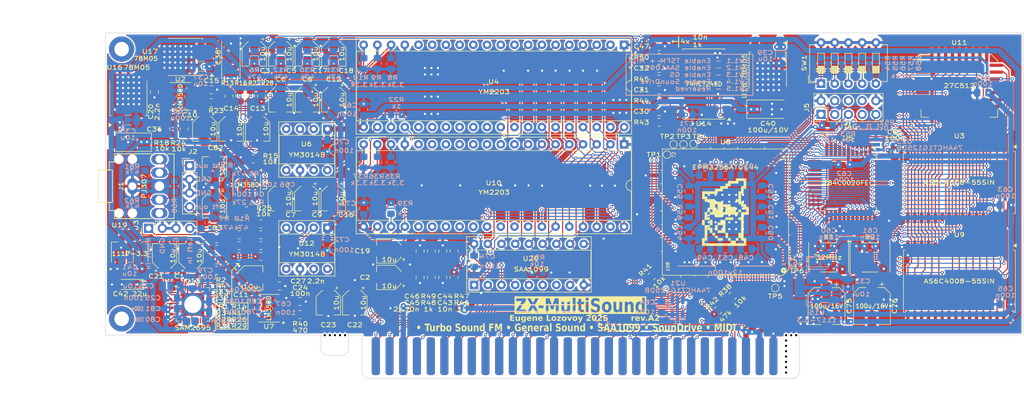
<source format=kicad_pcb>
(kicad_pcb (version 20240108) (generator "pcbnew") (generator_version "8.0")
  (title_block (title "ZX-MULTISOUND") (date "2025-03-08") (rev "A2") (company "Eugene Lozovoy") (comment 2 "Thickness: 1.6mm") (comment 3 "Layers: 2") (comment 4 "Dimensions: 170x64mm") (comment 5 "Min clearance: 0.2mm") (comment 6 "Min track: 0.2mm") (comment 7 "Min hole: 0.3mm") (comment 8 "Min annular ring: 0.15mm"))
  (layers (0 "F.Cu" signal) (31 "B.Cu" signal) (34 "B.Paste" user) (35 "F.Paste" user) (36 "B.SilkS" user "B.Silkscreen") (37 "F.SilkS" user "F.Silkscreen") (38 "B.Mask" user) (39 "F.Mask" user) (44 "Edge.Cuts" user))
  (net 0 "")
  (net 1 "GND")
  (net 2 "+5V")
  (net 3 "+3V3")
  (net 4 "/CLK32")
  (net 5 "Net-(C12-Pad2)")
  (net 6 "Net-(U1A-+)")
  (net 7 "Net-(U6-Mp)")
  (net 8 "Net-(C16-Pad2)")
  (net 9 "/CFG4")
  (net 10 "/CFG3")
  (net 11 "Net-(C17-Pad2)")
  (net 12 "Net-(U2A-+)")
  (net 13 "Net-(U2B-+)")
  (net 14 "+5VA")
  (net 15 "/GA10")
  (net 16 "/~{GIORQ}")
  (net 17 "/GA9")
  (net 18 "/~{GMREQ}")
  (net 19 "/GA8")
  (net 20 "/GA7")
  (net 21 "/GA6")
  (net 22 "/~{GINT}")
  (net 23 "/GA5")
  (net 24 "/GD1")
  (net 25 "/GA4")
  (net 26 "/GD0")
  (net 27 "/GA3")
  (net 28 "/GD7")
  (net 29 "/GA2")
  (net 30 "/GD2")
  (net 31 "/GA1")
  (net 32 "/GA0")
  (net 33 "/GD6")
  (net 34 "/GD5")
  (net 35 "/GD3")
  (net 36 "/~{GM1}")
  (net 37 "/GD4")
  (net 38 "/~{RSTOUT}")
  (net 39 "/GCLK")
  (net 40 "/GA15")
  (net 41 "/GA14")
  (net 42 "/GA13")
  (net 43 "/~{GWR}")
  (net 44 "/GA12")
  (net 45 "/~{GRD}")
  (net 46 "/GA11")
  (net 47 "/YM_M")
  (net 48 "/AA0")
  (net 49 "/SAA_CLK")
  (net 50 "/~{SAA_CS}")
  (net 51 "/~{GROM}")
  (net 52 "+12V")
  (net 53 "/GMA17")
  (net 54 "/GMA18")
  (net 55 "/GMA16")
  (net 56 "/GMA15")
  (net 57 "/SAA_L")
  (net 58 "/SAA_R")
  (net 59 "Net-(U12-Mp)")
  (net 60 "/FM1")
  (net 61 "/FM2")
  (net 62 "Net-(C1-Pad2)")
  (net 63 "Net-(C2-Pad2)")
  (net 64 "/DACCH0")
  (net 65 "Net-(C3-Pad2)")
  (net 66 "/DACCH1")
  (net 67 "Net-(U12-Rb)")
  (net 68 "Net-(C5-Pad2)")
  (net 69 "Net-(C6-Pad2)")
  (net 70 "Net-(C7-Pad2)")
  (net 71 "Net-(C8-Pad2)")
  (net 72 "Net-(C9-Pad2)")
  (net 73 "Net-(C10-Pad2)")
  (net 74 "Net-(U13-VCM)")
  (net 75 "/DACCH2")
  (net 76 "/DACCH3")
  (net 77 "Net-(C18-Pad2)")
  (net 78 "Net-(U12-ToBUFF)")
  (net 79 "Net-(U13-OUTVC12)")
  (net 80 "Net-(U20-OutL)")
  (net 81 "Net-(TP3-Pad1)")
  (net 82 "/DAC3")
  (net 83 "/DAC2")
  (net 84 "/DAC1")
  (net 85 "/CFG0")
  (net 86 "/CFG1")
  (net 87 "/CFG2")
  (net 88 "/AD1")
  (net 89 "/AD2")
  (net 90 "/AD3")
  (net 91 "/AD4")
  (net 92 "/AD5")
  (net 93 "/AD6")
  (net 94 "/AD7")
  (net 95 "/~{AWR}")
  (net 96 "/~{ARD}")
  (net 97 "/AD0")
  (net 98 "+3V3_2")
  (net 99 "/MIDI_R")
  (net 100 "/MIDI_L")
  (net 101 "/MIDI_IN")
  (net 102 "/~{YM1_CS}")
  (net 103 "/~{YM2_CS}")
  (net 104 "/MIDI_CLK")
  (net 105 "/AY_C2")
  (net 106 "/AY_C1")
  (net 107 "/AY_B2")
  (net 108 "/AY_B1")
  (net 109 "/AY_A2")
  (net 110 "/AY_A1")
  (net 111 "/FM1_ENA")
  (net 112 "Net-(C11-Pad2)")
  (net 113 "Net-(U20-OutR)")
  (net 115 "Net-(C19-Pad2)")
  (net 116 "Net-(C21-Pad2)")
  (net 118 "Net-(J4-Pin_a13)")
  (net 119 "Net-(C82-Pad1)")
  (net 124 "Net-(C83-Pad1)")
  (net 135 "/FM2_ENA")
  (net 140 "Net-(U1A--)")
  (net 141 "Net-(U1B--)")
  (net 142 "Net-(U4-OP-O)")
  (net 143 "Net-(U2A--)")
  (net 144 "Net-(U10-OP-O)")
  (net 145 "Net-(U7A--)")
  (net 146 "Net-(U14-B0)")
  (net 147 "Net-(U14-B2)")
  (net 148 "Net-(U14-B4)")
  (net 149 "Net-(U14-B6)")
  (net 150 "Net-(U20-Iref)")
  (net 153 "/~{IORQ}")
  (net 154 "/A14")
  (net 155 "/D3")
  (net 156 "/A9")
  (net 157 "/~{WAIT}")
  (net 158 "/D1")
  (net 159 "/A13")
  (net 160 "/~{RD}")
  (net 161 "/D4")
  (net 162 "/A15")
  (net 163 "/A3")
  (net 164 "/~{RST}")
  (net 165 "/A6")
  (net 166 "/A4")
  (net 167 "/~{M1}")
  (net 168 "/A5")
  (net 169 "/A12")
  (net 170 "/D0")
  (net 172 "/D5")
  (net 173 "/A2")
  (net 174 "/A8")
  (net 175 "/~{WR}")
  (net 176 "/~{DOS}")
  (net 177 "/~{MREQ}")
  (net 178 "/A7")
  (net 179 "/D7")
  (net 180 "/A0")
  (net 181 "/~{IODOS}")
  (net 186 "Net-(TP2-Pad1)")
  (net 187 "Net-(U4-SH)")
  (net 197 "Net-(U4-S)")
  (net 215 "Net-(U10-SH)")
  (net 225 "Net-(U10-S)")
  (net 238 "/A10")
  (net 239 "/TCK")
  (net 240 "/TDO")
  (net 241 "/TMS")
  (net 242 "/TDI")
  (net 245 "/D6")
  (net 247 "/A1")
  (net 249 "/A11")
  (net 250 "/~{GRST}")
  (net 251 "+5VA_1")
  (net 252 "+5VA_2")
  (net 253 "/~{GRAM2}")
  (net 262 "/~{GRAM1}")
  (net 264 "/SND_R")
  (net 265 "/SND_L")
  (net 266 "/IN_R")
  (net 267 "/IN_L")
  (net 269 "/D2")
  (net 270 "/CLKx")
  (net 274 "Net-(TP1-Pad1)")
  (net 275 "/~{IORQGE}")
  (net 276 "/DAC0")
  (net 277 "Net-(TP4-Pad1)")
  (net 279 "Net-(TP5-Pad1)")
  (net 280 "Net-(TP6-Pad1)")
  (net 281 "/GCLK_BUF")
  (footprint "Package_DIP:DIP-40_W15.24mm_Socket" (layer "F.Cu") (at 154.7 92.24 -90)
    (property "Reference" "U10")
    (property "Value" "YM2203")
  )
  (footprint "Resistor_SMD:R_0805_2012Metric_Pad1.20x1.40mm_HandSolder" (layer "F.Cu") (at 119 112 90)
    (property "Reference" "R49")
    (property "Value" "1k")
  )
  (footprint "Resistor_SMD:R_0805_2012Metric_Pad1.20x1.40mm_HandSolder" (layer "F.Cu") (at 119 116.9 -90)
    (property "Reference" "R48")
    (property "Value" "1k")
  )
  (footprint "Resistor_SMD:R_0805_2012Metric_Pad1.20x1.40mm_HandSolder" (layer "F.Cu") (at 123.2 112 90)
    (property "Reference" "R47")
    (property "Value" "1k")
  )
  (footprint "Resistor_SMD:R_0805_2012Metric_Pad1.20x1.40mm_HandSolder" (layer "F.Cu") (at 87.4 111)
    (property "Reference" "R26")
    (property "Value" "47k")
  )
  (footprint "Resistor_SMD:R_0805_2012Metric_Pad1.20x1.40mm_HandSolder" (layer "F.Cu") (at 85.5 83.3 -90)
    (property "Reference" "R27")
    (property "Value" "47k")
  )
  (footprint "Resistor_SMD:R_0805_2012Metric_Pad1.20x1.40mm_HandSolder" (layer "F.Cu") (at 87.4 113)
    (property "Reference" "R29")
    (property "Value" "24k")
  )
  (footprint "Resistor_SMD:R_0805_2012Metric_Pad1.20x1.40mm_HandSolder" (layer "F.Cu") (at 87.5 83.3 -90)
    (property "Reference" "R28")
    (property "Value" "24k")
  )
  (footprint "Resistor_SMD:R_0805_2012Metric_Pad1.20x1.40mm_HandSolder" (layer "F.Cu") (at 83.5 83.3 -90)
    (property "Reference" "R16")
    (property "Value" "47k")
  )
  (footprint "Resistor_SMD:R_0805_2012Metric_Pad1.20x1.40mm_HandSolder" (layer "F.Cu") (at 87.4 109)
    (property "Reference" "R17")
    (property "Value" "47k")
  )
  (footprint "Resistor_SMD:R_0805_2012Metric_Pad1.20x1.40mm_HandSolder" (layer "F.Cu") (at 81.5 83.3 -90)
    (property "Reference" "R13")
    (property "Value" "24k")
  )
  (footprint "Resistor_SMD:R_0805_2012Metric_Pad1.20x1.40mm_HandSolder" (layer "F.Cu") (at 87.4 107)
    (property "Reference" "R14")
    (property "Value" "24k")
  )
  (footprint "Capacitor_SMD:C_0805_2012Metric_Pad1.18x1.45mm_HandSolder" (layer "F.Cu") (at 116.9 112 90)
    (property "Reference" "C46")
    (property "Value" "10n")
  )
  (footprint "Capacitor_SMD:C_0805_2012Metric_Pad1.18x1.45mm_HandSolder" (layer "F.Cu") (at 67.675 82.5275 -90)
    (property "Reference" "C20")
    (property "Value" "2.2n")
  )
  (footprint "Capacitor_SMD:C_0805_2012Metric_Pad1.18x1.45mm_HandSolder" (layer "F.Cu") (at 94.675 121.3725)
    (property "Reference" "C24")
    (property "Value" "100n")
  )
  (footprint "Capacitor_SMD:C_0805_2012Metric_Pad1.18x1.45mm_HandSolder" (layer "F.Cu") (at 90.8625 118.5)
    (property "Reference" "C27")
    (property "Value" "2.2n")
  )
  (footprint "Resistor_SMD:R_0805_2012Metric_Pad1.20x1.40mm_HandSolder" (layer "F.Cu") (at 83.4 113)
    (property "Reference" "R21")
    (property "Value" "10k")
  )
  (footprint "Resistor_SMD:R_0805_2012Metric_Pad1.20x1.40mm_HandSolder" (layer "F.Cu") (at 73.2 89.4 90)
    (property "Reference" "R24")
    (property "Value" "10k")
  )
  (footprint "Package_DIP:DIP-8_W7.62mm_Socket" (layer "F.Cu") (at 99.72 89.4 -90)
    (property "Reference" "U6")
    (property "Value" "YM3014B")
  )
  (footprint "Capacitor_SMD:C_0805_2012Metric_Pad1.18x1.45mm_HandSolder" (layer "F.Cu") (at 78.2375 82.1275)
    (property "Reference" "C15")
    (property "Value" "100n")
  )
  (footprint "Package_DIP:DIP-18_W7.62mm_Socket" (layer "F.Cu") (at 126.9 118.3 90)
    (property "Reference" "U20")
    (property "Value" "SAA1099")
  )
  (footprint "Capacitor_SMD:CP_Elec_4x5.4" (layer "F.Cu") (at 91.1 75.5 -90)
    (property "Reference" "C5")
    (property "Value" "10u")
  )
  (footprint "Capacitor_SMD:CP_Elec_4x5.4" (layer "F.Cu") (at 100.9 84 -90)
    (property "Reference" "C12")
    (property "Value" "10u")
  )
  (footprint "Capacitor_SMD:CP_Elec_4x5.4" (layer "F.Cu") (at 95.9 102.3 -90)
    (property "Reference" "C9")
    (property "Value" "10u")
  )
  (footprint "Capacitor_SMD:CP_Elec_4x5.4" (layer "F.Cu") (at 96 84 -90)
    (property "Reference" "C8")
    (property "Value" "10u")
  )
  (footprint "Capacitor_SMD:CP_Elec_4x5.4" (layer "F.Cu") (at 77 89.4 -90)
    (property "Reference" "C10")
    (property "Value" "10u")
  )
  (footprint "Capacitor_SMD:CP_Elec_4x5.4" (layer "F.Cu") (at 91 102.3 -90)
    (property "Reference" "C7")
    (property "Value" "10u")
  )
  (footprint "Capacitor_SMD:CP_Elec_4x5.4" (layer "F.Cu") (at 111.1 112 180)
    (property "Reference" "C19")
    (property "Value" "10u")
  )
  (footprint "Resistor_SMD:R_0805_2012Metric_Pad1.20x1.40mm_HandSolder" (layer "F.Cu") (at 79.2 115.6 180)
    (property "Reference" "R32")
    (property "Value" "10k")
  )
  (footprint "Package_SO:SOIC-8_3.9x4.9mm_P1.27mm" (layer "F.Cu") (at 72.475 83.365 180)
    (property "Reference" "U2")
    (property "Value" "LM358D")
  )
  (footprint "Capacitor_SMD:CP_Elec_4x5.4" (layer "F.Cu") (at 100.8 102.3 -90)
    (property "Reference" "C16")
    (property "Value" "10u")
  )
  (footprint "Resistor_SMD:R_0805_2012Metric_Pad1.20x1.40mm_HandSolder" (layer "F.Cu") (at 161.1875 84.165)
    (property "Reference" "R44")
    (property "Value" "1k")
  )
  (footprint "Resistor_SMD:R_0805_2012Metric_Pad1.20x1.40mm_HandSolder" (layer "F.Cu") (at 161.1875 88.165)
    (property "Reference" "R43")
    (property "Value" "1k")
  )
  (footprint "Capacitor_SMD:C_0805_2012Metric_Pad1.18x1.45mm_HandSolder" (layer "F.Cu") (at 161.1875 82.165)
    (property "Reference" "C31")
    (property "Value" "10n")
  )
  (footprint "Capacitor_SMD:C_0805_2012Metric_Pad1.18x1.45mm_HandSolder" (layer "F.Cu") (at 161.1875 86.165)
    (property "Reference" "C30")
    (property "Value" "10n")
  )
  (footprint "Capacitor_SMD:C_0805_2012Metric_Pad1.18x1.45mm_HandSolder" (layer "F.Cu") (at 161.1875 74.115)
    (property "Reference" "C47")
    (property "Value" "10n")
  )
  (footprint "Capacitor_SMD:C_0805_2012Metric_Pad1.18x1.45mm_HandSolder" (layer "F.Cu") (at 161.1875 78.165)
    (property "Reference" "C32")
    (property "Value" "10n")
  )
  (footprint "my:Oscillator_SMD_7050_7.0x5.0mm" (layer "F.Cu") (at 192.6 113.2 180)
    (property "Reference" "X1")
    (property "Value" "32MHz")
  )
  (footprint "mygraphic:black-mage-12.5x8.6" (layer "F.Cu") (at 173.47 104.8)
    (property "Reference" "LOGO1" (hide yes))
    (property "Value" "graphic" (hide yes))
  )
  (footprint "Capacitor_SMD:CP_Elec_4x5.4" (layer "F.Cu") (at 91.1 84 -90)
    (property "Reference" "C6")
    (property "Value" "10u")
  )
  (footprint "Package_SO:SOIC-8_3.9x4.9mm_P1.27mm" (layer "F.Cu") (at 84.7625 99.75 -90)
    (property "Reference" "U1")
    (property "Value" "LM358D")
  )
  (footprint "Resistor_SMD:R_0805_2012Metric_Pad1.20x1.40mm_HandSolder" (layer "F.Cu") (at 84.7625 104.55)
    (property "Reference" "R25")
    (property "Value" "10k")
  )
  (footprint "Connector_PinHeader_2.54mm:PinHeader_2x05_P2.54mm_Vertical" (layer "F.Cu") (at 191.175 86.7 90)
    (property "Reference" "J5")
    (property "Value" "Conn_02x05_Odd_Even" (hide yes))
  )
  (footprint "Capacitor_SMD:CP_Elec_6.3x7.7" (layer "F.Cu") (at 192.2 122.2 -90)
    (property "Reference" "C75")
    (property "Value" "100u/16V")
  )
  (footprint "Capacitor_SMD:CP_Elec_4x5.4" (layer "F.Cu") (at 86.2 75.5 -90)
    (property "Reference" "C3")
    (property "Value" "10u")
  )
  (footprint "Package_DIP:DIP-8_W7.62mm_Socket" (layer "F.Cu") (at 99.72 107.7 -90)
    (property "Reference" "U12")
    (property "Value" "YM3014B")
  )
  (footprint "my:QFN-48-1EP_6x6mm_P0.4mm_EP4.2x4.2mm" (layer "F.Cu") (at 74.8 121.9)
    (property "Reference" "U13")
    (property "Value" "SAM2695")
  )
  (footprint "Capacitor_SMD:CP_Elec_4x5.4" (layer "F.Cu") (at 81.9 89.4 -90)
    (property "Reference" "C14")
    (property "Value" "10u")
  )
  (footprint "Capacitor_SMD:CP_Elec_4x5.4" (layer "F.Cu") (at 104.8 121.6 -90)
    (property "Reference" "C22")
    (property "Value" "10u")
  )
  (footprint "Capacitor_SMD:CP_Elec_4x5.4" (layer "F.Cu") (at 99.9 121.6 -90)
    (property "Reference" "C23")
    (property "Value" "10u")
  )
  (footprint "Capacitor_SMD:CP_Elec_4x5.4" (layer "F.Cu") (at 111.1 116.9 180)
    (property "Reference" "C2")
    (property "Value" "10u")
  )
  (footprint "Capacitor_SMD:CP_Elec_4x5.4" (layer "F.Cu") (at 100.9 75.5 -90)
    (property "Reference" "C18")
    (property "Value" "10u")
  )
  (footprint "Capacitor_SMD:CP_Elec_4x5.4" (layer "F.Cu") (at 96 75.5 -90)
    (property "Reference" "C17")
    (property "Value" "10u")
  )
  (footprint "Resistor_SMD:R_0805_2012Metric_Pad1.20x1.40mm_HandSolder" (layer "F.Cu") (at 79.2 109.75 180)
    (property "Reference" "R2")
    (property "Value" "10k")
  )
  (footprint "Resistor_SMD:R_0805_2012Metric_Pad1.20x1.40mm_HandSolder" (layer "F.Cu") (at 79.2 113.65 180)
    (property "Reference" "R33")
    (property "Value" "10k")
  )
  (footprint "Capacitor_SMD:CP_Elec_4x5.4" (layer "F.Cu") (at 69.55 112.9 90)
    (property "Reference" "C21")
    (property "Value" "10u")
  )
  (footprint "Capacitor_SMD:CP_Elec_4x5.4" (layer "F.Cu") (at 74.45 112.9 90)
    (property "Reference" "C1")
    (property "Value" "10u")
  )
  (footprint "Resistor_SMD:R_0805_2012Metric_Pad1.20x1.40mm_HandSolder" (layer "F.Cu") (at 94.675 123.7725)
    (property "Reference" "R40")
    (property "Value" "470")
  )
  (footprint "Resistor_SMD:R_0805_2012Metric_Pad1.20x1.40mm_HandSolder" (layer "F.Cu") (at 78.2375 84.5275)
    (property "Reference" "R23")
    (property "Value" "470")
  )
  (footprint "Resistor_SMD:R_0805_2012Metric_Pad1.20x1.40mm_HandSolder" (layer "F.Cu") (at 79.2 111.7 180)
    (property "Reference" "R4")
    (property "Value" "10k")
  )
  (footprint "Resistor_SMD:R_0805_2012Metric_Pad1.20x1.40mm_HandSolder" (layer "F.Cu") (at 71.25 89.4 90)
    (property "Reference" "R18")
    (property "Value" "10k")
  )
  (footprint "Capacitor_SMD:CP_Elec_4x5.4" (layer "F.Cu") (at 85.5 117)
    (property "Reference" "C11")
    (property "Value" "10u")
  )
  (footprint "Resistor_SMD:R_0805_2012Metric_Pad1.20x1.40mm_HandSolder" (layer "F.Cu") (at 83.4 111)
    (property "Reference" "R20")
    (property "Value" "10k")
  )
  (footprint "PCM_Package_QFP_AKL:TQFP-144_20x20mm_P0.5mm" (layer "F.Cu") (at 173.47 104.8 180)
    (property "Reference" "U8")
    (property "Value" "EPM3256ATC144")
  )
  (footprint "Resistor_SMD:R_0805_2012Metric_Pad1.20x1.40mm_HandSolder" (layer "F.Cu") (at 123.2 116.9 90)
    (property "Reference" "R46")
    (property "Value" "1k")
  )
  (footprint "Capacitor_SMD:CP_Elec_4x5.4" (layer "F.Cu") (at 86.8 89.4 -90)
    (property "Reference" "C13")
    (property "Value" "10u")
  )
  (footprint "Package_DIP:DIP-40_W15.24mm_Socket" (layer "F.Cu") (at 154.7 73.8 -90)
    (property "Reference" "U4")
    (property "Value" "YM2203")
  )
  (footprint "Resistor_SMD:R_0805_2012Metric_Pad1.20x1.40mm_HandSolder" (layer "F.Cu") (at 161.1875 80.165)
    (property "Reference" "R45")
    (property "Value" "1k")
  )
  (footprint "Resistor_SMD:R_0805_2012Metric_Pad1.20x1.40mm_HandSolder" (layer "F.Cu") (at 161.1875 76.115)
    (property "Reference" "R50")
    (property "Value" "1k")
  )
  (footprint "Capacitor_SMD:C_0805_2012Metric_Pad1.18x1.45mm_HandSolder" (layer "F.Cu") (at 121.1 116.9 -90)
    (property "Reference" "C43")
    (property "Value" "10n")
  )
  (footprint "Capacitor_SMD:C_0805_2012Metric_Pad1.18x1.45mm_HandSolder" (layer "F.Cu") (at 121.1 112 90)
    (property "Reference" "C44")
    (property "Value" "10n")
  )
  (footprint "Capacitor_SMD:C_0805_2012Metric_Pad1.18x1.45mm_HandSolder" (layer "F.Cu") (at 116.9 116.9 -90)
    (property "Reference" "C45")
    (property "Value" "10n")
  )
  (footprint "Resistor_SMD:R_0805_2012Metric_Pad1.20x1.40mm_HandSolder" (layer "F.Cu") (at 85.9625 94.95)
    (property "Reference" "R15")
    (property "Value" "10k")
  )
  (footprint "Package_SO:SOIC-8_3.9x4.9mm_P1.27mm" (layer "F.Cu") (at 88.875 122.61 180)
    (property "Reference" "U7")
    (property "Value" "LM358D")
  )
  (footprint "my:PLCC-32_11.4x14.0mm_P1.27mm-longpads" (layer "F.Cu") (at 216.8 81.4 -90)
    (property "Reference" "U11")
    (property "Value" "27C512")
  )
  (footprint "TestPoint:TestPoint_Pad_D1.0mm" (layer "F.Cu") (at 167.55 92.2)
    (property "Reference" "TP4")
    (property "Value" "TestPoint" (hide yes))
  )
  (footprint "Package_TO_SOT_SMD:SOT-223-3_TabPin2" (layer "F.Cu") (at 63.1 112.2375 90)
    (property "Reference" "U19")
    (property "Value" "1117-3.3")
  )
  (footprint "Capacitor_Tantalum_SMD:CP_EIA-3216-18_Kemet-A_Pad1.58x1.35mm_HandSolder" (layer "F.Cu") (at 63.08 118.2 180)
    (property "Reference" "C42")
    (property "Value" "22u")
  )
  (footprint "MountingHole:MountingHole_2.7mm_M2.5_DIN965_Pad" (layer "F.Cu") (at 61.6 74.6)
    (property "Reference" "H2" (hide yes))
    (property "Value" "MountingHole_Pad" (hide yes))
  )
  (footprint "my:NPTH_D=0.4mm" (layer "F.Cu") (at 101.12 127.6)
    (property "Reference" "REF**" (hide yes))
    (property "Value" "" (hide yes))
  )
  (footprint "my:NPTH_D=0.4mm" (layer "F.Cu") (at 185.640001 127.600001)
    (property "Reference" "REF**8" (hide yes))
    (property "Value" "" (hide yes))
  )
  (footprint "Connector_PinHeader_2.54mm:PinHeader_1x04_P2.54mm_Vertical" (layer "F.Cu") (at 74.2 96.185)
    (property "Reference" "J2")
    (property "Value" "Conn_01x04")
  )
  (footprint "my:NPTH_D=0.4mm" (layer "F.Cu") (at 100.18 127.6)
    (property "Reference" "REF**8" (hide yes))
    (property "Value" "" (hide yes))
  )
  (footprint "my:NPTH_D=0.4mm" (layer "F.Cu") (at 103 127.6)
    (property "Reference" "REF**9" (hide yes))
    (property "Value" "" (hide yes))
  )
  (footprint "my:NPTH_D=0.4mm" (layer "F.Cu") (at 184.700001 133.540001)
    (property "Reference" "REF**6" (hide yes))
    (property "Value" "" (hide yes))
  )
  (footprint "Capacitor_SMD:CP_Elec_4x5.4" (layer "F.Cu") (at 78.8 103.6 -90)
    (property "Reference" "C83")
    (property "Value" "10u")
  )
  (footprint "my:TQFP-44_14x14mm_P0.8mm" (layer "F.Cu") (at 196.25 99.4 -90)
    (property "Reference" "U5")
    (property "Value" "Z84C0020FEC")
  )
  (footprint "Button_Switch_THT:SW_DIP_SPSTx05_Slide_6.7x14.26mm_W7.62mm_P2.54mm_LowProfile" (layer "F.Cu") (at 191.175 81 90)
    (property "Reference" "SW1")
    (property "Value" "SW_DIP_x05")
  )
  (footprint "Package_TO_SOT_SMD:TO-252-2" (layer "F.Cu") (at 73.285 76.05 180)
    (property "Reference" "U17")
    (property "Value" "78M05")
  )
  (footprint "Capacitor_SMD:C_0805_2012Metric_Pad1.18x1.45mm_HandSolder" (layer "F.Cu") (at 204.85 93.6 -90)
    (property "Reference" "C85")
    (property "Value" "100n")
  )
  (footprint "Package_TO_SOT_SMD:TO-252-2" (layer "F.Cu") (at 181.32 78.44 -90)
    (property "Reference" "U18")
    (property "Value" "78M05")
  )
  (footprint "TestPoint:TestPoint_Pad_D1.0mm" (layer "F.Cu") (at 163.85 92.25)
    (property "Reference" "TP2")
    (property "Value" "TestPoint" (hide yes))
  )
  (footprint "Resistor_SMD:R_0805_2012Metric_Pad1.20x1.40mm_HandSolder" (layer "F.Cu") (at 172.092893 123.007107 -135)
    (property "Reference" "R42")
    (property "Value" "47k")
  )
  (footprint "Package_SO:SSOP-32_11.305x20.495mm_P1.27mm" (layer "F.Cu") (at 216.8 117.6 -90)
    (property "Reference" "U9")
    (property "Value" "AS6C4008-55SIN")
  )
  (footprint "Resistor_SMD:R_0805_2012Metric_Pad1.20x1.40mm_HandSolder" (layer "F.Cu") (at 174.8 120.3 45)
    (property "Reference" "R38")
    (property "Value" "10k")
  )
  (footprint "my:NPTH_D=0.4mm" (layer "F.Cu") (at 186.580001 127.600001)
    (property "Reference" "REF**9" (hide yes))
    (property "Value" "" (hide yes))
  )
  (footprint "my:Oscillator_SMD_7050_7.0x5.0mm" (layer "F.Cu") (at 200.26 113.2 180)
    (property "Reference" "X2")
    (property "Value" "??MHz")
  )
  (footprint "TestPoint:TestPoint_Pad_D1.0mm" (layer "F.Cu") (at 186 114.2)
    (property "Reference" "TP6")
    (property "Value" "TestPoint" (hide yes))
  )
  (footprint "Capacitor_SMD:CP_Elec_4x5.4" (layer "F.Cu") (at 78.8 96.8 90)
    (property "Reference" "C82")
    (property "Value" "10u")
  )
  (footprint "TestPoint:TestPoint_Pad_D1.0mm" (layer "F.Cu") (at 182.7 118.85)
    (property "Reference" "TP5")
    (property "Value" "TestPoint" (hide yes))
  )
  (footprint "Capacitor_SMD:CP_Elec_6.3x7.7" (layer "F.Cu") (at 200.6 122.2 -90)
    (property "Reference" "C76")
    (property "Value" "100u/16V")
  )
  (footprint "Package_SO:SSOP-32_11.305x20.495mm_P1.27mm" (layer "F.Cu") (at 216.8 99.3 -90)
    (property "Reference" "U3")
    (property "Value" "AS6C4008-55SIN")
  )
  (footprint "my:NPTH_D=0.4mm" (layer "F.Cu") (at 184.700001 127.600001)
    (property "Reference" "REF**" (hide yes))
    (property "Value" "" (hide yes))
  )
  (footprint "Resistor_SMD:R_0805_2012Metric_Pad1.20x1.40mm_HandSolder" (layer "F.Cu") (at 159.8 116.7 45)
    (property "Reference" "R41")
    (property "Value" "10k")
  )
  (footprint "Package_SO:SOIC-20W_7.5x12.8mm_P1.27mm" (layer "F.Cu") (at 169.45 81.065 180)
    (property "Reference" "U14")
    (property "Value" "74HCT245D")
  )
  (footprint "TestPoint:TestPoint_Pad_D1.0mm" (layer "F.Cu") (at 165.7 92.25)
    (property "Reference" "TP3")
    (property "Value" "TestPoint" (hide yes))
  )
  (footprint "Capacitor_Tantalum_SMD:CP_EIA-6032-28_Kemet-C_Pad2.25x2.35mm_HandSolder" (layer "F.Cu") (at 181.35 85.725)
    (property "Reference" "C40")
    (property "Value" "100u/10V")
  )
  (footprint "my:NPTH_D=0.4mm" (layer "F.Cu") (at 184.700001 134.530001)
    (property "Reference" "REF**7" (hide yes))
    (property "Value" "" (hide yes))
  )
  (footprint "my:NPTH_D=0.4mm" (layer "F.Cu") (at 99.24 127.6)
    (property "Reference" "REF**" (hide yes))
    (property "Value" "" (hide yes))
  )
  (footprint "my:NPTH_D=0.4mm" (layer "F.Cu") (at 184.700001 131.560001)
    (property "Reference" "REF**4" (hide yes))
    (property "Value" "" (hide yes))
  )
  (footprint "Resistor_SMD:R_0805_2012Metric_Pad1.20x1.40mm_HandSolder" (layer "F.Cu") (at 83.4 107 180)
    (property "Reference" "R1")
    (property "Value" "24k")
  )
  (footprint "my:PJ-307" (layer "F.Cu") (at 63.6 100 90)
    (property "Reference" "J1")
    (property "Value" "PJ307")
  )
  (footprint "my:NPTH_D=0.4mm" (layer "F.Cu") (at 184.700001 130.570001)
    (property "Reference" "REF**3" (hide yes))
    (property "Value" "" (hide yes))
  )
  (footprint "Resistor_SMD:R_0805_2012Metric_Pad1.20x1.40mm_HandSolder" (layer "F.Cu") (at 83.4 109 180)
    (property "Reference" "R34")
    (property "Value" "24k")
  )
  (footprint "my:NPTH_D=0.4mm" (layer "F.Cu") (at 184.700001 128.590001)
    (property "Reference" "REF**1" (hide yes))
    (property "Value" "" (hide yes))
  )
  (footprint "my:NPTH_D=0.4mm" (layer "F.Cu") (at 184.700001 129.580001)
    (property "Reference" "REF**2" (hide yes))
    (property "Value" "" (hide yes))
  )
  (footprint "Capacitor_Tantalum_SMD:CP_EIA-6032-28_Kemet-C_Pad2.25x2.35mm_HandSolder" (layer "F.Cu") (at 81.85 76.125 90)
    (property "Reference" "C38")
    (property "Value" "100u/10V")
  )
  (footprint "my:ZX_NEMO_60_EDGE" (layer "F.Cu") (at 106.15 127.56)
    (property "Reference" "J4" (hide yes))
    (property "Value" "Conn_02x30_Row_Letter_First" (hide yes))
  )
  (footprint "Package_TO_SOT_SMD:TO-252-2" (layer "F.Cu") (at 62.85 83.61 90)
    (property "Reference" "U16")
    (property "Value" "78M05")
  )
  (footprint "my:NPTH_D=0.4mm" (layer "F.Cu") (at 184.700001 132.550001)
    (property "Reference" "REF**5" (hide yes))
    (property "Value" "" (hide yes))
  )
  (footprint "my:NPTH_D=0.4mm" (layer "F.Cu") (at 102.06 127.6)
    (property "Reference" "REF**8" (hide yes))
    (property "Value" "" (hide yes))
  )
  (footprint "MountingHole:MountingHole_2.7mm_M2.5_DIN965_Pad" (layer "F.Cu") (at 61.6 124.57)
    (property "Reference" "H1" (hide yes))
    (property "Value" "MountingHole_Pad" (hide yes))
  )
  (footprint "Capacitor_Tantalum_SMD:CP_EIA-6032-28_Kemet-C_Pad2.25x2.35mm_HandSolder" (layer "F.Cu") (at 63.2 91.85 180)
    (property "Reference" "C36")
    (property "Value" "100u/10V")
  )
  (footprint "TestPoint:TestPoint_Pad_D1.0mm" (layer "F.Cu") (at 162.65 94.14)
    (property "Reference" "TP1")
    (property "Value" "TestPoint" (hide yes))
  )
  (footprint "Connector_PinHeader_2.54mm:PinHeader_1x04_P2.54mm_Vertical" (layer "F.Cu") (at 66.6 107.8 90)
    (property "Reference" "J3")
    (property "Value" "Conn_01x04")
  )
  (footprint "Capacitor_SMD:C_0805_2012Metric_Pad1.18x1.45mm_HandSolder" (layer "B.Cu") (at 106.45 85.7825 -90)
    (property "Reference" "C69")
    (property "Value" "100n")
  )
  (footprint "Capacitor_SMD:C_0805_2012Metric_Pad1.18x1.45mm_HandSolder" (layer "B.Cu") (at 99.725 92.55 90)
    (property "Reference" "C70")
    (property "Value" "100n")
  )
  (footprint "Resistor_SMD:R_0805_2012Metric_Pad1.20x1.40mm_HandSolder" (layer "B.Cu") (at 138.6 116 180)
    (property "Reference" "R51")
    (property "Value" "10k")
  )
  (footprint "Resistor_SMD:R_0805_2012Metric_Pad1.20x1.40mm_HandSolder" (layer "B.Cu") (at 109 95.55 90)
    (property "Reference" "R36")
    (property "Value" "3.3k")
  )
  (footprint "Capacitor_SMD:C_0805_2012Metric_Pad1.18x1.45mm_HandSolder" (layer "B.Cu") (at 225.3375 103.5)
    (property "Reference" "C63")
    (property "Value" "100n")
  )
  (footprint "Capacitor_SMD:C_0805_2012Metric_Pad1.18x1.45mm_HandSolder" (layer "B.Cu") (at 84.7625 99.75)
    (property "Reference" "C66")
    (property "Value" "100n")
  )
  (footprint "Capacitor_SMD:C_0805_2012Metric_Pad1.18x1.45mm_HandSolder" (layer "B.Cu") (at 221.15 82.675)
    (property "Reference" "C64")
    (property "Value" "100n")
  )
  (footprint "Capacitor_SMD:C_0805_2012Metric_Pad1.18x1.45mm_HandSolder" (layer "B.Cu") (at 72.475 83.365 -90)
    (property "Reference" "C68")
    (property "Value" "100n")
  )
  (footprint "Capacitor_SMD:C_0805_2012Metric_Pad1.18x1.45mm_HandSolder" (layer "B.Cu") (at 106.45 104.1 -90)
    (property "Reference" "C73")
    (property "Value" "100n")
  )
  (footprint "Capacitor_SMD:C_0805_2012Metric_Pad1.18x1.45mm_HandSolder" (layer "B.Cu") (at 99.725 110.85 90)
    (property "Reference" "C72")
    (property "Value" "100n")
  )
  (footprint "Capacitor_SMD:C_0805_2012Metric_Pad1.18x1.45mm_HandSolder" (layer "B.Cu") (at 126.9 113.9 90)
    (property "Reference" "C74")
    (property "Value" "100n")
  )
  (footprint "Capacitor_SMD:C_0805_2012Metric_Pad1.18x1.45mm_HandSolder" (layer "B.Cu") (at 88.875 122.61 -90)
    (property "Reference" "C67")
    (property "Value" "100n")
  )
  (footprint "Resistor_SMD:R_0805_2012Metric_Pad1.20x1.40mm_HandSolder" (layer "B.Cu") (at 91.1 76 -90)
    (property "Reference" "R12")
    (property "Value" "47k")
  )
  (footprint "Resistor_SMD:R_0805_2012Metric_Pad1.20x1.40mm_HandSolder" (layer "B.Cu") (at 80.2 97.7 180)
    (property "Reference" "R5")
    (property "Value" "47k")
  )
  (footprint "Resistor_SMD:R_0805_2012Metric_Pad1.20x1.40mm_HandSolder" (layer "B.Cu") (at 86.2 76 -90)
    (property "Reference" "R6")
    (property "Value" "47k")
  )
  (footprint "Resistor_SMD:R_0805_2012Metric_Pad1.20x1.40mm_HandSolder" (layer "B.Cu") (at 100.9 76 -90)
    (property "Reference" "R31")
    (property "Value" "47k")
  )
  (footprint "Resistor_SMD:R_0805_2012Metric_Pad1.20x1.40mm_HandSolder" (layer "B.Cu") (at 96 76 -90)
    (property "Reference" "R30")
    (property "Value" "47k")
  )
  (footprint "Resistor_SMD:R_0805_2012Metric_Pad1.20x1.40mm_HandSolder" (layer "B.Cu") (at 106.45 77.27 90)
    (property "Reference" "R10")
    (property "Value" "3.3k")
  )
  (footprint "Capacitor_SMD:C_0805_2012Metric_Pad1.18x1.45mm_HandSolder" (layer "B.Cu") (at 169.65 111.6)
    (property "Reference" "C49")
    (property "Value" "100n")
  )
  (footprint "Capacitor_SMD:C_0805_2012Metric_Pad1.18x1.45mm_HandSolder" (layer "B.Cu") (at 180.225 104.8 90)
    (property "Reference" "C51")
    (property "Value" "100n")
  )
  (footprint "Capacitor_SMD:C_0805_2012Metric_Pad1.18x1.45mm_HandSolder" (layer "B.Cu") (at 180.225 100.9375 90)
    (property "Reference" "C52")
    (property "Value" "100n")
  )
  (footprint "Capacitor_SMD:C_0805_2012Metric_Pad1.18x1.45mm_HandSolder" (layer "B.Cu") (at 173.47 111.6)
    (property "Reference" "C53")
    (property "Value" "100n")
  )
  (footprint "Capacitor_SMD:C_0805_2012Metric_Pad1.18x1.45mm_HandSolder" (layer "B.Cu") (at 166.7 108.6375 -90)
    (property "Reference" "C54")
    (property "Value" "100n")
  )
  (footprint "Capacitor_SMD:C_0805_2012Metric_Pad1.18x1.45mm_HandSolder" (layer "B.Cu") (at 169.65 97.95 180)
    (property "Reference" "C56")
    (property "Value" "100n")
  )
  (footprint "Capacitor_SMD:C_0805_2012Metric_Pad1.18x1.45mm_HandSolder" (layer "B.Cu") (at 173.47 97.95 180)
    (property "Reference" "C57")
    (property "Value" "100n")
  )
  (footprint "Capacitor_SMD:C_0805_2012Metric_Pad1.18x1.45mm_HandSolder" (layer "B.Cu") (at 177.3 97.95 180)
    (property "Reference" "C58")
    (property "Value" "100n")
  )
  (footprint "Capacitor_SMD:C_0805_2012Metric_Pad1.18x1.45mm_HandSolder" (layer "B.Cu") (at 166.7 104.8 -90)
    (property "Reference" "C59")
    (property "Value" "100n")
  )
  (footprint "Capacitor_SMD:C_0805_2012Metric_Pad1.18x1.45mm_HandSolder" (layer "B.Cu") (at 80.2 99.75)
    (property "Reference" "C4")
    (property "Value" "100n")
  )
  (footprint "Resistor_SMD:R_0805_2012Metric_Pad1.20x1.40mm_HandSolder" (layer "B.Cu") (at 111.5 77.27 90)
    (property "Reference" "R8")
    (property "Value" "3.3k")
  )
  (footprint "Resistor_SMD:R_0805_2012Metric_Pad1.20x1.40mm_HandSolder" (layer "B.Cu") (at 111.5 95.55 90)
    (property "Reference" "R35")
    (property "Value" "3.3k")
  )
  (footprint "Resistor_SMD:R_0805_2012Metric_Pad1.20x1.40mm_HandSolder" (layer "B.Cu") (at 106.45 95.55 90)
    (property "Reference" "R37")
    (property "Value" "3.3k")
  )
  (footprint "Resistor_SMD:R_0805_2012Metric_Pad1.20x1.40mm_HandSolder" (layer "B.Cu") (at 196.2 88.7)
    (property "Reference" "R53")
    (property "Value" "10k")
  )
  (footprint "Resistor_SMD:R_0805_2012Metric_Pad1.20x1.40mm_HandSolder" (layer "B.Cu") (at 192.35 88.7 180)
    (property "Reference" "R59")
    (property "Value" "10k")
  )
  (footprint "Resistor_SMD:R_0805_2012Metric_Pad1.20x1.40mm_HandSolder" (layer "B.Cu") (at 80.2 101.8 180)
    (property "Reference" "R11")
    (property "Value" "27k")
  )
  (footprint "Capacitor_SMD:C_0805_2012Metric_Pad1.18x1.45mm_HandSolder" (layer "B.Cu") (at 70.85 120.7)
    (property "Reference" "C25")
    (property "Value" "100n")
  )
  (footprint "Capacitor_SMD:C_0805_2012Metric_Pad1.18x1.45mm_HandSolder" (layer "B.Cu") (at 76.2 125)
    (property "Reference" "C77")
    (property "Value" "100n")
  )
  (footprint "Capacitor_SMD:C_0805_2012Metric_Pad1.18x1.45mm_HandSolder" (layer "B.Cu") (at 74.7 117.9 -90)
    (property "Reference" "C79")
    (property "Value" "100n")
  )
  (footprint "Capacitor_SMD:C_0805_2012Metric_Pad1.18x1.45mm_HandSolder" (layer "B.Cu") (at 70.85 122.7)
    (property "Reference" "C81")
    (property "Value" "100n")
  )
  (footprint "Capacitor_SMD:C_0805_2012Metric_Pad1.18x1.45mm_HandSolder" (layer "B.Cu") (at 70.85 124.7)
    (property "Reference" "C80")
    (property "Value" "100n")
  )
  (footprint "Capacitor_SMD:C_1206_3216Metric_Pad1.33x1.80mm_HandSolder" (layer "B.Cu") (at 70.71 118.5)
    (property "Reference" "C26")
    (property "Value" "10u")
  )
  (footprint "Capacitor_SMD:C_0805_2012Metric_Pad1.18x1.45mm_HandSolder" (layer "B.Cu") (at 78.85 121.3 180)
    (property "Reference" "C28")
    (property "Value" "100n")
  )
  (footprint "Capacitor_SMD:C_1206_3216Metric_Pad1.33x1.80mm_HandSolder" (layer "B.Cu") (at 79.125 119.15 180)
    (property "Reference" "C29")
    (property "Value" "10u")
  )
  (footprint "Resistor_SMD:R_0805_2012Metric_Pad1.20x1.40mm_HandSolder" (layer "B.Cu") (at 112.5 86.7125)
    (property "Reference" "R22")
    (property "Value" "1k")
  )
  (footprint "Capacitor_SMD:C_0805_2012Metric_Pad1.18x1.45mm_HandSolder" (layer "B.Cu") (at 195.45 96)
    (property "Reference" "C62")
    (property "Value" "100n")
  )
  (footprint "Resistor_SMD:R_0805_2012Metric_Pad1.20x1.40mm_HandSolder" (layer "B.Cu") (at 111.5 104.1 90)
    (property "Reference" "R39")
    (property "Value" "1k")
  )
  (footprint "Resistor_SMD:R_0805_2012Metric_Pad1.20x1.40mm_HandSolder" (layer "B.Cu") (at 191.17 77.2 -90)
    (property "Reference" "R54")
    (property "Value" "10k")
  )
  (footprint "Resistor_SMD:R_0805_2012Metric_Pad1.20x1.40mm_HandSolder" (layer "B.Cu") (at 193.71 77.2 -90)
    (property "Reference" "R55")
    (property "Value" "10k")
  )
  (footprint "Resistor_SMD:R_0805_2012Metric_Pad1.20x1.40mm_HandSolder" (layer "B.Cu") (at 196.25 77.2 -90)
    (property "Reference" "R56")
    (property "Value" "10k")
  )
  (footprint "Resistor_SMD:R_0805_2012Metric_Pad1.20x1.40mm_HandSolder" (layer "B.Cu") (at 109 77.27 90)
    (property "Reference" "R9")
    (property "Value" "3.3k")
  )
  (footprint "Capacitor_SMD:C_0805_2012Metric_Pad1.18x1.45mm_HandSolder" (layer "B.Cu") (at 177.3 111.6)
    (property "Reference" "C48")
    (property "Value" "100n")
  )
  (footprint "Package_TO_SOT_SMD:SOT-223-3_TabPin2" (layer "B.Cu") (at 190.4 118.8 180)
    (property "Reference" "U15")
    (property "Value" "1117-3.3")
  )
  (footprint "Resistor_SMD:R_0805_2012Metric_Pad1.20x1.40mm_HandSolder" (layer "B.Cu") (at 200.05 88.7 180)
    (property "Reference" "R52")
    (property "Value" "10k")
  )
  (footprint "Capacitor_SMD:C_0805_2012Metric_Pad1.18x1.45mm_HandSolder" (layer "B.Cu") (at 180.225 108.6375 90)
    (property "Reference" "C50")
    (property "Value" "100n")
  )
  (footprint "Capacitor_SMD:C_0805_2012Metric_Pad1.18x1.45mm_HandSolder" (layer "B.Cu") (at 78.85 123.3 180)
    (property "Reference" "C78")
    (property "Value" "100n")
  )
  (footprint "Capacitor_SMD:C_0805_2012Metric_Pad1.18x1.45mm_HandSolder" (layer "B.Cu") (at 166.7 100.95 -90)
    (property "Reference" "C55")
    (property "Value" "100n")
  )
  (footprint "Capacitor_SMD:C_1206_3216Metric_Pad1.33x1.80mm_HandSolder" (layer "B.Cu") (at 63.1 113.2 180)
    (property "Reference" "C41")
    (property "Value" "10u")
  )
  (footprint "Capacitor_SMD:C_1206_3216Metric_Pad1.33x1.80mm_HandSolder" (layer "B.Cu") (at 62.8 87.75)
    (property "Reference" "C35")
    (property "Value" "10u")
  )
  (footprint "Resistor_SMD:R_0805_2012Metric_Pad1.20x1.40mm_HandSolder" (layer "B.Cu") (at 71.4 100 -90)
    (property "Reference" "R60")
    (property "Value" "10K" (hide yes))
  )
  (footprint "Capacitor_SMD:C_1206_3216Metric_Pad1.33x1.80mm_HandSolder" (layer "B.Cu") (at 183.65 75.75 -90)
    (property "Reference" "C39")
    (property "Value" "10u")
  )
  (footprint "Resistor_SMD:R_0805_2012Metric_Pad1.20x1.40mm_HandSolder" (layer "B.Cu") (at 65.9 101.9 -90)
    (property "Reference" "R62")
    (property "Value" "47k")
  )
  (footprint "Resistor_SMD:R_0805_2012Metric_Pad1.20x1.40mm_HandSolder" (layer "B.Cu") (at 65.9 98.1 90)
    (property "Reference" "R61")
    (property "Value" "47k")
  )
  (footprint "Capacitor_SMD:C_0805_2012Metric_Pad1.18x1.45mm_HandSolder" (layer "B.Cu") (at 192.6 111.1)
    (property "Reference" "C60")
    (property "Value" "100n")
  )
  (footprint "Resistor_SMD:R_0805_2012Metric_Pad1.20x1.40mm_HandSolder" (layer "B.Cu") (at 78.4 106.8 90)
    (property "Reference" "R19")
    (property "Value" "47k")
  )
  (footprint "Capacitor_SMD:C_0805_2012Metric_Pad1.18x1.45mm_HandSolder" (layer "B.Cu") (at 200.26 111.1)
    (property "Reference" "C61")
    (property "Value" "100n")
  )
  (footprint "Resistor_SMD:R_0805_2012Metric_Pad1.20x1.40mm_HandSolder" (layer "B.Cu") (at 201.34 77.2 -90)
    (property "Reference" "R58")
    (property "Value" "10k")
  )
  (footprint "Capacitor_SMD:C_0805_2012Metric_Pad1.18x1.45mm_HandSolder" (layer "B.Cu") (at 225.3375 121.9)
    (property "Reference" "C65")
    (property "Value" "100n")
  )
  (footprint "Capacitor_SMD:C_0805_2012Metric_Pad1.18x1.45mm_HandSolder" (layer "B.Cu") (at 161.6 122.4 -90)
    (property "Reference" "C84")
    (property "Value" "100n")
  )
  (footprint "Capacitor_SMD:C_1206_3216Metric_Pad1.33x1.80mm_HandSolder" (layer "B.Cu") (at 76.25 77.8 180)
    (property "Reference" "C37")
    (property "Value" "10u")
  )
  (footprint "Resistor_SMD:R_0805_2012Metric_Pad1.20x1.40mm_HandSolder" (layer "B.Cu") (at 76.3 106.8 90)
    (property "Reference" "R7")
    (property "Value" "47k")
  )
  (footprint "Capacitor_SMD:C_1206_3216Metric_Pad1.33x1.80mm_HandSolder" (layer "B.Cu") (at 196.2 118.8 90)
    (property "Reference" "C33")
    (property "Value" "10u")
  )
  (footprint "Capacitor_Tantalum_SMD:CP_EIA-3216-18_Kemet-A_Pad1.58x1.35mm_HandSolder" (layer "B.Cu") (at 191 114)
    (property "Reference" "C34")
    (property "Value" "22u")
  )
  (footprint "Capacitor_SMD:C_0805_2012Metric_Pad1.18x1.45mm_HandSolder" (layer "B.Cu") (at 166.35 86.765 180)
    (property "Reference" "C71")
    (property "Value" "100n")
  )
  (footprint "Package_TO_SOT_SMD:SOT-23-5_HandSoldering" (layer "B.Cu") (at 202.7 92.3)
    (property "Reference" "U23")
    (property "Value" "74AHCT1G125DB")
  )
  (footprint "Package_TO_SOT_SMD:SOT-23-5_HandSoldering" (layer "B.Cu") (at 164.6 122.4 -90)
    (property "Reference" "U21")
    (property "Value" "74AHCT1G125DB")
  )
  (footprint "Resistor_SMD:R_0805_2012Metric_Pad1.20x1.40mm_HandSolder" (layer "B.Cu") (at 198.79 77.2 -90)
    (property "Reference" "R57")
    (property "Value" "10k")
  )
  (gr_rect (start 155.05 75.55) (end 178.55 83.15) (stroke (width 0.15)) (fill none) (layer "B.SilkS"))
  (gr_line (start 171.6 114.8) (end 164.6 114.8) (stroke (width 0.15)) (layer "B.SilkS"))
  (gr_line (start 171.6 114.8) (end 171.6 115.2) (stroke (width 0.15)) (layer "B.SilkS"))
  (gr_line (start 182.2 114.8) (end 175.2 114.8) (stroke (width 0.15)) (layer "B.SilkS"))
  (gr_line (start 175.2 114.8) (end 175.2 115.2) (stroke (width 0.15)) (layer "B.SilkS"))
  (gr_line (start 79.3 121.6) (end 79.2 121.6) (stroke (width 0.15)) (layer "F.SilkS"))
  (gr_line (start 79.2 121.6) (end 79 121.8) (stroke (width 0.15)) (layer "F.SilkS"))
  (gr_line (start 82 121.6) (end 82 115.6) (stroke (width 0.15)) (layer "F.SilkS"))
  (gr_line (start 79.3 121.6) (end 84.8 121.6) (stroke (width 0.15)) (layer "F.SilkS"))
  (gr_line (start 164.8 74.2) (end 164.8 73.2) (stroke (width 0.15)) (layer "F.SilkS"))
  (gr_line (start 163.6 73.2) (end 163.8 73.4) (stroke (width 0.15)) (layer "F.SilkS"))
  (gr_line (start 82 115.6) (end 83.3 114.3) (stroke (width 0.15)) (layer "F.SilkS"))
  (gr_line (start 83.3 114.8) (end 83.3 114.3) (stroke (width 0.15)) (layer "F.SilkS"))
  (gr_line (start 163.8 73) (end 163.8 73.4) (stroke (width 0.15)) (layer "F.SilkS"))
  (gr_line (start 79 126.5) (end 85 126.5) (stroke (width 0.15)) (layer "F.SilkS"))
  (gr_line (start 85 121.8) (end 84.8 121.6) (stroke (width 0.15)) (layer "F.SilkS"))
  (gr_line (start 164.8 72.2) (end 164.8 74.2) (stroke (width 0.15)) (layer "F.SilkS"))
  (gr_line (start 85 126.5) (end 85 121.8) (stroke (width 0.15)) (layer "F.SilkS"))
  (gr_line (start 82.8 114.3) (end 83.3 114.8) (stroke (width 0.15)) (layer "F.SilkS"))
  (gr_line (start 79 121.8) (end 79 126.5) (stroke (width 0.15)) (layer "F.SilkS"))
  (gr_line (start 83.3 114.3) (end 82.8 114.3) (stroke (width 0.15)) (layer "F.SilkS"))
  (gr_line (start 163.6 73.2) (end 163.8 73) (stroke (width 0.15)) (layer "F.SilkS"))
  (gr_line (start 164.8 73.2) (end 163.6 73.2) (stroke (width 0.15)) (layer "F.SilkS"))
  (gr_line (start 58.6 127.57) (end 58.6 71.6) (stroke (width 0.1)) (layer "Edge.Cuts"))
  (gr_line (start 106.99 135.6) (end 186.34 135.6) (stroke (width 0.1)) (layer "Edge.Cuts"))
  (gr_line (start 106.15 127.57) (end 106.15 134.76) (stroke (width 0.1)) (layer "Edge.Cuts"))
  (gr_line (start 99.37 131.385) (end 98.53 130.545) (stroke (width 0.1)) (layer "Edge.Cuts"))
  (gr_line (start 98.53 130.545) (end 98.53 127.57) (stroke (width 0.1)) (layer "Edge.Cuts"))
  (gr_line (start 228.6 127.57) (end 228.6 71.6) (stroke (width 0.1)) (layer "Edge.Cuts"))
  (gr_line (start 228.6 127.57) (end 187.18 127.57) (stroke (width 0.1)) (layer "Edge.Cuts"))
  (gr_line (start 187.18 127.57) (end 187.18 134.76) (stroke (width 0.1)) (layer "Edge.Cuts"))
  (gr_line (start 106.15 134.76) (end 106.99 135.6) (stroke (width 0.1)) (layer "Edge.Cuts"))
  (gr_line (start 103.61 127.57) (end 103.61 130.545) (stroke (width 0.1)) (layer "Edge.Cuts"))
  (gr_line (start 102.77 131.385) (end 103.61 130.545) (stroke (width 0.1)) (layer "Edge.Cuts"))
  (gr_line (start 58.6 71.6) (end 228.6 71.6) (stroke (width 0.1)) (layer "Edge.Cuts"))
  (gr_line (start 106.15 127.57) (end 103.61 127.57) (stroke (width 0.1)) (layer "Edge.Cuts"))
  (gr_line (start 102.77 131.385) (end 99.37 131.385) (stroke (width 0.1)) (layer "Edge.Cuts"))
  (gr_line (start 187.18 134.76) (end 186.34 135.6) (stroke (width 0.1)) (layer "Edge.Cuts"))
  (gr_line (start 58.6 127.57) (end 98.53 127.57) (stroke (width 0.1)) (layer "Edge.Cuts"))
  (gr_text "12x100n" (at 173.45 116 0) (layer "B.SilkS") (effects (font (size 0.8 1)) (justify mirror)))
  (gr_text "SW1.1 - Enable TSFM + MIDI\nSW1.2 - Enable SAA1099\nSW1.3 - Enable GS\nSW1.4 - Enable SounDrive\nSW1.5 - Reserved" (at 178.15 79.35 0) (layer "B.SilkS") (effects (font (size 0.8 1)) (justify left mirror)))
  (gr_text "2x" (at 112.8 122.8 0) (layer "F.SilkS") (effects (font (size 0.8 1))))
  (gr_text "rev.${REVISION}" (at 158.623641 124.5 0) (layer "F.SilkS") (effects (font (size 1.07 1.07) (thickness 0.214) (bold yes))))
  (gr_text "${COMPANY} 2025" (at 142.6 124.5 0) (layer "F.SilkS") (effects (font (size 1.07 1.07) (thickness 0.214) (bold yes))))
  (gr_text "4x" (at 166 73.2 0) (layer "F.SilkS") (effects (font (size 0.8 1))))
  (gr_text "ZX-MultiSound" (at 146.657143 122.3 0) (layer "F.SilkS" knockout) (effects (font (size 2.5 2.1) (thickness 0.42) (bold yes))))
  (gr_text "• Turbo Sound FM • General Sound • SAA1099 • SounDrive • MIDI •" (at 146.569643 126.3 0) (layer "F.SilkS") (effects (font (size 1.4 1.14) (thickness 0.228) (bold yes) (italic yes))))
  (segment (start 197.72 111.1) (end 199.2225 111.1) (width 1) (layer "F.Cu") (net 1))
  (segment (start 209.9625 80.13) (end 211.62 80.13) (width 0.5) (layer "F.Cu") (net 1))
  (segment (start 200.6 124.9) (end 202.3 124.9) (width 0.8) (layer "F.Cu") (net 1))
  (segment (start 72.6 124.85) (end 72.6 124.1) (width 0.2) (layer "F.Cu") (net 1))
  (segment (start 71.85 122.9) (end 73.8 122.9) (width 0.2) (layer "F.Cu") (net 1))
  (segment (start 194.65 107.65) (end 194.65 107.55) (width 0.5) (layer "F.Cu") (net 1))
  (segment (start 174.72 116.42) (end 175.05 116.75) (width 0.2) (layer "F.Cu") (net 1))
  (segment (start 207.2505 112.775) (end 207.275 112.7505) (width 0.5) (layer "F.Cu") (net 1))
  (segment (start 166.77 114.1) (end 165.9 114.1) (width 0.5) (layer "F.Cu") (net 1))
  (segment (start 192.2 124.9) (end 190.8 124.9) (width 0.8) (layer "F.Cu") (net 1))
  (segment (start 182.92 101.05) (end 182.77 101.05) (width 0.2) (layer "F.Cu") (net 1))
  (segment (start 207.275 111.05) (end 206.4 111.05) (width 0.5) (layer "F.Cu") (net 1))
  (segment (start 182.4 79.2) (end 183 79.8) (width 2) (layer "F.Cu") (net 1))
  (segment (start 209.9625 80.13) (end 208.330941 80.13) (width 0.5) (layer "F.Cu") (net 1))
  (segment (start 82.8575 97.275) (end 82.8575 96.755) (width 0.2) (layer "F.Cu") (net 1))
  (segment (start 77 124.1) (end 74.8 121.9) (width 0.2) (layer "F.Cu") (net 1))
  (segment (start 61 91.85) (end 62.4 90.85) (width 1) (layer "F.Cu") (net 1))
  (segment (start 194 108.3) (end 194.65 107.65) (width 0.5) (layer "F.Cu") (net 1))
  (segment (start 73 124.85) (end 73 123.7) (width 0.2) (layer "F.Cu") (net 1))
  (segment (start 166.345 85.51) (end 164.8 85.51) (width 0.2) (layer "F.Cu") (net 1))
  (segment (start 77 119.7) (end 74.8 121.9) (width 0.2) (layer "F.Cu") (net 1))
  (segment (start 183.9 85.75) (end 182.1 85.75) (width 1) (layer "F.Cu") (net 1))
  (segment (start 184.1325 107.55) (end 182.92 107.55) (width 0.2) (layer "F.Cu") (net 1))
  (segment (start 77.75 119.7) (end 77 119.7) (width 0.2) (layer "F.Cu") (net 1))
  (segment (start 190.06 111.1) (end 191.5625 111.1) (width 1) (layer "F.Cu") (net 1))
  (segment (start 184.1325 101.05) (end 182.92 101.05) (width 0.2) (layer "F.Cu") (net 1))
  (segment (start 174.72 115.4625) (end 174.72 116.42) (width 0.2) (layer "F.Cu") (net 1))
  (segment (start 73.8 120.9) (end 74.8 121.9) (width 0.2) (layer "F.Cu") (net 1))
  (segment (start 191.175 73.38) (end 201.335 73.38) (width 0.5) (layer "F.Cu") (net 1))
  (segment (start 73.3425 81.46) (end 72.475 82.3275) (width 0.5) (layer "F.Cu") (net 1))
  (segment (start 81.85 73.575) (end 80.25 73.575) (width 1) (layer "F.Cu") (net 1))
  (segment (start 211.62 80.13) (end 211.65 80.1) (width 0.5) (layer "F.Cu") (net 1))
  (segment (start 61.6425 117.2425) (end 61.6425 118.2) (width 1) (layer "F.Cu") (net 1))
  (segment (start 172.22 94.95) (end 172.77 95.5) (width 0.2) (layer "F.Cu") (net 1))
  (segment (start 82.8575 96.755) (end 82.8625 96.75) (width 0.2) (layer "F.Cu") (net 1))
  (segment (start 195.3 108.3) (end 194.65 107.65) (width 0.5) (layer "F.Cu") (net 1))
  (segment (start 172.22 115.4625) (end 172.22 116.23) (width 0.2) (layer "F.Cu") (net 1))
  (segment (start 192.55 87.5) (end 191.35 88.7) (width 0.2) (layer "F.Cu") (net 1))
  (segment (start 163.87 106.55) (end 164.22 106.2) (width 0.2) (layer "F.Cu") (net 1))
  (segment (start 73.8 118.95) (end 73.8 120.9) (width 0.2) (layer "F.Cu") (net 1))
  (segment (start 168.72 94.1375) (end 168.72 95.35) (width 0.2) (layer "F.Cu") (net 1))
  (segment (start 163.67 98.05) (end 164.17 98.55) (width 0.2) (layer "F.Cu") (net 1))
  (segment (start 191.175 84.16) (end 192.55 85.535) (width 0.2) (layer "F.Cu") (net 1))
  (segment (start 208.330941 80.13) (end 208.325941 80.125) (width 0.5) (layer "F.Cu") (net 1))
  (segment (start 91.35 120.705) (end 89.7425 120.705) (width 0.5) (layer "F.Cu") (net 1))
  (segment (start 79.275 82.125) (end 79.3 82.1) (width 0.5) (layer "F.Cu") (net 1))
  (segment (start 72.6 124.1) (end 74.8 121.9) (width 0.2) (layer "F.Cu") (net 1))
  (segment (start 194.65 107.55) (end 194.65 107.4) (width 0.5) (layer "F.Cu") (net 1))
  (segment (start 81.85 73.5625) (end 83.65 73.5625) (width 1) (layer "F.Cu") (net 1))
  (segment (start 71.85 120.9) (end 73.8 120.9) (width 0.2) (layer "F.Cu") (net 1))
  (segment (start 184.1325 97.55) (end 182.87 97.55) (width 0.2) (layer "F.Cu") (net 1))
  (segment (start 61 91.85) (end 62.8 91.85) (width 1) (layer "F.Cu") (net 1))
  (segment (start 164.02 102.05) (end 164.17 102.05) (width 0.2) (layer "F.Cu") (net 1))
  (segment (start 67.685 83.565) (end 67.7 83.55) (width 0.5) (layer "F.Cu") (net 1))
  (segment (start 89.7425 120.705) (end 88.875 121.5725) (width 0.5) (layer "F.Cu") (net 1))
  (segment (start 72.6 119.7) (end 74.8 121.9) (width 0.2) (layer "F.Cu") (net 1))
  (segment (start 75.69 81.46) (end 74.95 81.46) (width 0.5) (layer "F.Cu") (net 1))
  (segment (start 74.6 124.85) (end 74.6 122.1) (width 0.2) (layer "F.Cu") (net 1))
  (segment (start 60.65 91.8) (end 61 91.8) (width 1) (layer "F.Cu") (net 1))
  (segment (start 182.355 127.32) (end 182.355 131.35) (width 1) (layer "F.Cu") (net 1))
  (segment (start 184.1325 105.55) (end 182.92 105.55) (width 0.2) (layer "F.Cu") (net 1))
  (segment (start 82.8625 95.44998) (end 82.8625 96.75) (width 0.5) (layer "F.Cu") (net 1))
  (segment (start 206.4 111.05) (end 206.175 111.275) (width 0.5) (layer "F.Cu") (net 1))
  (segment (start 162.225 86.165) (end 162.25 86.165) (width 0.2) (layer "F.Cu") (net 1))
  (segment (start 60.8 116.4) (end 61.6425 117.2425) (width 1) (layer "F.Cu") (net 1))
  (segment (start 67.675 83.565) (end 67.685 83.565) (width 0.5) (layer "F.Cu") (net 1))
  (segment (start 60.8 115.3875) (end 60.8 116.4) (width 1) (layer "F.Cu") (net 1))
  (segment (start 172.22 114.350003) (end 172.470003 114.1) (width 0.2) (layer "F.Cu") (net 1))
  (segment (start 194.65 105.6) (end 194.65 107.4) (width 0.5) (layer "F.Cu") (net 1))
  (segment (start 174.72 115.4625) (end 174.72 114.35) (width 0.2) (layer "F.Cu") (net 1))
  (segment (start 183.875 85.75) (end 182.1 86.7) (width 1) (layer "F.Cu") (net 1))
  (segment (start 172.46 75.35) (end 172.45 75.34) (width 0.5) (layer "F.Cu") (net 1))
  (segment (start 167.22 115.4625) (end 167.22 114.55) (width 0.2) (layer "F.Cu") (net 1))
  (segment (start 167.22 114.55) (end 166.77 114.1) (width 0.2) (layer "F.Cu") (net 1))
  (segment (start 183.25 112.55) (end 184.1325 112.55) (width 0.2) (layer "F.Cu") (net 1))
  (segment (start 162.8075 98.05) (end 163.67 98.05) (width 0.2) (layer "F.Cu") (net 1))
  (segment (start 172.22 94.1375) (end 172.22 94.95) (width 0.2) (layer "F.Cu") (net 1))
  (segment (start 73.4 123.3) (end 74.8 121.9) (width 0.2) (layer "F.Cu") (net 1))
  (segment (start 81.85 73.5625) (end 83.65 74.5875) (width 1) (layer "F.Cu") (net 1))
  (segment (start 182.79844 112.09844) (end 183.25 112.55) (width 0.2) (layer "F.Cu") (net 1))
  (segment (start 73.8 122.9) (end 74.8 121.9) (width 0.2) (layer "F.Cu") (net 1))
  (segment (start 73.4 124.85) (end 73.4 123.3) (width 0.2) (layer "F.Cu") (net 1))
  (segment (start 171.22 94.1375) (end 171.22 95) (width 0.2) (layer "F.Cu") (net 1))
  (segment (start 174.72 114.35) (end 174.47 114.1) (width 0.2) (layer "F.Cu") (net 1))
  (segment (start 207.275 112.7505) (end 207.275 111.05) (width 0.5) (layer "F.Cu") (net 1))
  (segment (start 207.275 92.75) (end 207.275 95.47098) (width 0.5) (layer "F.Cu") (net 1))
  (segment (start 71.85 122.1) (end 74.6 122.1) (width 0.2) (layer "F.Cu") (net 1))
  (segment (start 73 123.7) (end 74.8 121.9) (width 0.2) (layer "F.Cu") (net 1))
  (segment (start 174.72 95.2) (end 174.42 95.5) (width 0.2) (layer "F.Cu") (net 1))
  (segment (start 81.85 73.5625) (end 81.875 73.5625) (width 1) (layer "F.Cu") (net 1))
  (segment (start 182.79844 111.687913) (end 182.79844 112.09844) (width 0.2) (layer "F.Cu") (net 1))
  (segment (start 192.55 85.535) (end 192.55 87.5) (width 0.2) (layer "F.Cu") (net 1))
  (segment (start 174.72 94.1375) (end 174.72 95.2) (width 0.2) (layer "F.Cu") (net 1))
  (segment (start 166.35 85.515) (end 166.345 85.51) (width 0.2) (layer "F.Cu") (net 1))
  (segment (start 162.8075 102.05) (end 164.02 102.05) (width 0.2) (layer "F.Cu") (net 1))
  (segment (start 194.65 96.25) (end 194.4 96) (width 0.5) (layer "F.Cu") (net 1))
  (segment (start 162.225 78.165) (end 162.25 78.165) (width 0.2) (layer "F.Cu") (net 1))
  (segment (start 171.22 95) (end 170.72 95.5) (width 0.2) (layer "F.Cu") (net 1))
  (segment (start 81.875 73.5625) (end 83.65 72.6125) (width 1) (layer "F.Cu") (net 1))
  (segment (start 172.22 116.23) (end 171.7 116.75) (width 0.2) (layer "F.Cu") (net 1))
  (segment (start 162.8075 106.55) (end 163.87 106.55) (width 0.2) (layer "F.Cu") (net 1))
  (segment (start 75.725 81.425) (end 75.69 81.46) (width 0.5) (layer "F.Cu") (net 1))
  (segment (start 205.0125 92.4) (end 204.85 92.5625) (width 0.8) (layer "F.Cu") (net 1))
  (segment (start 79.275 82.1275) (end 79.275 82.125) (width 0.5) (layer "F.Cu") (net 1))
  (segment (start 205.05 92.4) (end 205.0125 92.4) (width 0.8) (layer "F.Cu") (net 1))
  (segment (start 83.6625 94.64998) (end 82.8625 95.44998) (width 0.5) (layer "F.Cu") (net 1))
  (segment (start 174.1 75.35) (end 172.46 75.35) (width 0.5) (layer "F.Cu") (net 1))
  (segment (start 200.6 124.9) (end 199 124.9) (width 0.8) (layer "F.Cu") (net 1))
  (segment (start 192.2 124.9) (end 193.8 124.9) (width 0.8) (layer "F.Cu") (net 1))
  (segment (start 194.65 107.55) (end 194.65 96.25) (width 0.5) (layer "F.Cu") (net 1))
  (segment (start 71.85 123.3) (end 73.4 123.3) (width 0.2) (layer "F.Cu") (net 1))
  (segment (start 162.225 82.165) (end 162.25 82.165) (width 0.2) (layer "F.Cu") (net 1))
  (segment (start 177.72 115.4625) (end 177.72 114.1) (width 0.2) (layer "F.Cu") (net 1))
  (segment (start 164.25 112.05) (end 162.8075 112.05) (width 0.2) (layer "F.Cu") (net 1))
  (segment (start 194.65 105.6) (end 194.65 107.55) (width 0.5) (layer "F.Cu") (net 1))
  (segment (start 207.275 95.47098) (end 207.24598 95.5) (width 0.5) (layer "F.Cu") (net 1))
  (segment (start 74.6 122.1) (end 74.8 121.9) (width 0.2) (layer "F.Cu") (net 1))
  (segment (start 72.6 118.95) (end 72.6 119.7) (width 0.2) (layer "F.Cu") (net 1))
  (segment (start 172.22 115.4625) (end 172.22 114.350003) (width 0.2) (layer "F.Cu") (net 1))
  (segment (start 207.275 92.75) (end 206.35 92.75) (width 0.5) (layer "F.Cu") (net 1))
  (segment (start 74.95 81.46) (end 73.3425 81.46) (width 0.5) (layer "F.Cu") (net 1))
  (segment (start 191.05 111.1) (end 191.04 111.1) (width 0.5) (layer "F.Cu") (net 1))
  (segment (start 183.9 85.75) (end 182.1 84.725) (width 1) (layer "F.Cu") (net 1))
  (segment (start 77.75 124.1) (end 77 124.1) (width 0.2) (layer "F.Cu") (net 1))
  (via (at 74.525 75.075) (size 0.8) (drill 0.4) (layers "F.Cu" "B.Cu") (net 1))
  (via (at 152.7 84) (size 0.8) (drill 0.4) (layers "F.Cu" "B.Cu") (net 1))
  (via (at 176.72 101.6) (size 0.8) (drill 0.4) (layers "F.Cu" "B.Cu") (net 1))
  (via (at 157.9 78) (size 0.8) (drill 0.4) (layers "F.Cu" "B.Cu") (net 1))
  (via (at 72.475 82.3275) (size 0.8) (drill 0.4) (layers "F.Cu" "B.Cu") (net 1))
  (via (at 199.2225 111.1) (size 0.8) (drill 0.4) (layers "F.Cu" "B.Cu") (net 1))
  (via (at 116.9 117.9375) (size 0.8) (drill 0.4) (layers "F.Cu" "B.Cu") (net 1))
  (via (at 172.91 107.95) (size 0.8) (drill 0.4) (layers "F.Cu" "B.Cu") (net 1))
  (via (at 172.91 105.41) (size 0.8) (drill 0.4) (layers "F.Cu" "B.Cu") (net 1))
  (via (at 63.85 79.8) (size 0.8) (drill 0.4) (layers "F.Cu" "B.Cu") (net 1))
  (via (at 150.9 109.7) (size 0.8) (drill 0.4) (layers "F.Cu" "B.Cu") (net 1))
  (via (at 99 87.4) (size 0.8) (drill 0.4) (layers "F.Cu" "B.Cu") (net 1))
  (via (at 63.85 82.8) (size 0.8) (drill 0.4) (layers "F.Cu" "B.Cu") (net 1))
  (via (at 182.1 85.75) (size 0.8) (drill 0.4) (layers "F.Cu" "B.Cu") (net 1))
  (via (at 158 73.2) (size 0.6) (drill 0.3) (layers "F.Cu" "B.Cu") (net 1))
  (via (at 83.65 73.5625) (size 0.8) (drill 0.4) (layers "F.Cu" "B.Cu") (net 1))
  (via (at 180.4 82.2) (size 0.8) (drill 0.4) (layers "F.Cu" "B.Cu") (net 1))
  (via (at 152.7 86.4) (size 0.8) (drill 0.4) (layers "F.Cu" "B.Cu") (net 1))
  (via (at 184.4 117.6) (size 0.8) (drill 0.4) (layers "F.Cu" "B.Cu") (net 1))
  (via (at 183.4 81.2) (size 0.8) (drill 0.4) (layers "F.Cu" "B.Cu") (net 1))
  (via (at 176.72 105.41) (size 0.8) (drill 0.4) (layers "F.Cu" "B.Cu") (net 1))
  (via (at 61.85 79.8) (size 0.8) (drill 0.4) (layers "F.Cu" "B.Cu") (net 1))
  (via (at 71.525 74.075) (size 0.8) (drill 0.4) (layers "F.Cu" "B.Cu") (net 1))
  (via (at 167.4 88.4) (size 0.8) (drill 0.4) (layers "F.Cu" "B.Cu") (net 1))
  (via (at 164.22 106.2) (size 0.8) (drill 0.4) (layers "F.Cu" "B.Cu") (net 1))
  (via (at 171.6 81) (size 0.8) (drill 0.4) (layers "F.Cu" "B.Cu") (net 1))
  (via (at 69.525 78.075) (size 0.8) (drill 0.4) (layers "F.Cu" "B.Cu") (net 1))
  (via (at 134.5 99.865) (size 0.8) (drill 0.4) (layers "F.Cu" "B.Cu") (net 1))
  (via (at 70.525 76.075) (size 0.8) (drill 0.4) (layers "F.Cu" "B.Cu") (net 1))
  (via (at 93.45 102.325) (size 0.8) (drill 0.4) (layers "F.Cu" "B.Cu") (net 1))
  (via (at 150.6 99.9) (size 0.8) (drill 0.4) (layers "F.Cu" "B.Cu") (net 1))
  (via (at 165.9 114.1) (size 0.8) (drill 0.4) (layers "F.Cu" "B.Cu") (net 1))
  (via (at 74.525 76.075) (size 0.8) (drill 0.4) (layers "F.Cu" "B.Cu") (net 1))
  (via (at 190 117.6) (size 0.8) (drill 0.4) (layers "F.Cu" "B.Cu") (net 1))
  (via (at 104.8 117.4) (size 0.8) (drill 0.4) (layers "F.Cu" "B.Cu") (net 1))
  (via (at 175.45 106.68) (size 0.8) (drill 0.4) (layers "F.Cu" "B.Cu") (net 1))
  (via (at 202.8 122.2) (size 0.8) (drill 0.4) (layers "F.Cu" "B.Cu") (net 1))
  (via (at 61.85 84.8) (size 0.8) (drill 0.4) (layers "F.Cu" "B.Cu") (net 1))
  (via (at 197.7 111.1) (size 0.8) (drill 0.4) (layers "F.Cu" "B.Cu") (net 1))
  (via (at 176.72 102.87) (size 0.8) (drill 0.4) (layers "F.Cu" "B.Cu") (net 1))
  (via (at 172.91 104.14) (size 0.8) (drill 0.4) (layers "F.Cu" "B.Cu") (net 1))
  (via (at 83.725 99.75) (size 0.8) (drill 0.4) (layers "F.Cu" "B.Cu") (net 1))
  (via (at 187.5 114.5) (size 0.8) (drill 0.4) (layers "F.Cu" "B.Cu") (net 1))
  (via (at 60.85 80.8) (size 0.8) (drill 0.4) (layers "F.Cu" "B.Cu") (net 1))
  (via (at 182.92 107.55) (size 0.8) (drill 0.4) (layers "F.Cu" "B.Cu") (net 1))
  (via (at 71.525 78.075) (size 0.8) (drill 0.4) (layers "F.Cu" "B.Cu") (net 1))
  (via (at 164.25 112.05) (size 0.8) (drill 0.4) (layers "F.Cu" "B.Cu") (net 1))
  (via (at 205.2 122.2) (size 0.8) (drill 0.4) (layers "F.Cu" "B.Cu") (net 1))
  (via (at 211.65 80.1) (size 0.8) (drill 0.4) (layers "F.Cu" "B.Cu") (net 1))
  (via (at 175.1 88.4) (size 0.8) (drill 0.4) (layers "F.Cu" "B.Cu") (net 1))
  (via (at 164.22 108.8) (size 0.8) (drill 0.4) (layers "F.Cu" "B.Cu") (net 1))
  (via (at 180.4 80.2) (size 0.8) (drill 0.4) (layers "F.Cu" "B.Cu") (net 1))
  (via (at 169.1 86.775) (size 0.8) (drill 0.4) (layers "F.Cu" "B.Cu") (net 1))
  (via (at 62.85 80.8) (size 0.8) (drill 0.4) (layers "F.Cu" "B.Cu") (net 1))
  (via (at 172.470003 114.1) (size 0.8) (drill 0.4) (layers "F.Cu" "B.Cu") (net 1))
  (via (at 117.8 86.6) (size 0.8) (drill 0.4) (layers "F.Cu" "B.Cu") (net 1))
  (via (at 136.9 78.6) (size 0.8) (drill 0.4) (layers "F.Cu" "B.Cu") (net 1))
  (via (at 182.92 105.55) (size 0.8) (drill 0.4) (layers "F.Cu" "B.Cu") (net 1))
  (via (at 172.91 101.6) (size 0.8) (drill 0.4) (layers "F.Cu" "B.Cu") (net 1))
  (via (at 72.525 76.075) (size 0.8) (drill 0.4) (layers "F.Cu" "B.Cu") (net 1))
  (via (at 182.79844 111.687913) (size 0.8) (drill 0.4) (layers "F.Cu" "B.Cu") (net 1))
  (via (at 120.2 86.6) (size 0.8) (drill 0.4) (layers "F.Cu" "B.Cu") (net 1))
  (via (at 83.4 114.8) (size 0.8) (drill 0.4) (layers "F.Cu" "B.Cu") (net 1))
  (via (at 88.875 121.5725) (size 0.8) (drill 0.4) (layers "F.Cu" "B.Cu") (net 1))
  (via (at 184.4 118.5) (size 0.8) (drill 0.4) (layers "F.Cu" "B.Cu") (net 1))
  (via (at 164.17 102.05) (size 0.8) (drill 0.4) (layers "F.Cu" "B.Cu") (net 1))
  (via (at 98.35 104.75) (size 0.8) (drill 0.4) (layers "F.Cu" "B.Cu") (net 1))
  (via (at 81.9 91.5) (size 0.8) (drill 0.4) (layers "F.Cu" "B.Cu") (net 1))
  (via (at 169.77 114.1) (size 0.8) (drill 0.4) (layers "F.Cu" "B.Cu") (net 1))
  (via (at 172.77 95.5) (size 0.8) (drill 0.4) (layers "F.Cu" "B.Cu") (net 1))
  (via (at 170.37 106.68) (size 0.8) (drill 0.4) (layers "F.Cu" "B.Cu") (net 1))
  (via (at 170.37 101.6) (size 0.8) (drill 0.4) (layers "F.Cu" "B.Cu") (net 1))
  (via (at 84.1 122.7) (size 0.8) (drill 0.4) (layers "F.Cu" "B.Cu") (net 1))
  (via (at 168.72 95.35) (size 0.8) (drill 0.4) (layers "F.Cu" "B.Cu") (net 1))
  (via (at 70.525 78.075) (size 0.8) (drill 0.4) (layers "F.Cu" "B.Cu") (net 1))
  (via (at 190.05 111.1) (size 0.8) (drill 0.4) (layers "F.Cu" "B.Cu") (net 1))
  (via (at 61.85 81.8) (size 0.8) (drill 0.4) (layers "F.Cu" "B.Cu") (net 1))
  (via (at 182.1 86.7) (size 0.8) (drill 0.4) (layers "F.Cu" "B.Cu") (net 1))
  (via (at 195.3 108.3) (size 0.8) (drill 0.4) (layers "F.Cu" "B.Cu") (net 1))
  (via (at 106.45 103.05) (size 0.8) (drill 0.4) (layers "F.Cu" "B.Cu") (net 1))
  (via (at 68.6 89.5) (size 0.8) (drill 0.4) (layers "F.Cu" "B.Cu") (net 1))
  (via (at 180.4 77.2) (size 0.8) (drill 0.4) (layers "F.Cu" "B.Cu") (net 1))
  (via (at 208.325941 80.125) (size 0.8) (drill 0.4) (layers "F.Cu" "B.Cu") (net 1))
  (via (at 191.5625 111.1) (size 0.8) (drill 0.4) (layers "F.Cu" "B.Cu") (net 1))
  (via (at 174.47 114.1) (size 0.8) (drill 0.4) (layers "F.Cu" "B.Cu") (net 1))
  (via (at 180.4 78.2) (size 0.8) (drill 0.4) (layers "F.Cu" "B.Cu") (net 1))
  (via (at 63.85 84.8) (size 0.8) (drill 0.4) (layers "F.Cu" "B.Cu") (net 1))
  (via (at 179.4 78.2) (size 0.8) (drill 0.4) (layers "F.Cu" "B.Cu") (net 1))
  (via (at 162.25 78.165) (size 0.8) (drill 0.4) (layers "F.Cu" "B.Cu") (net 1))
  (via (at 60.85 79.8) (size 0.8) (drill 0.4) (layers "F.Cu" "B.Cu") (net 1))
  (via (at 204 121) (size 0.8) (drill 0.4) (layers "F.Cu" "B.Cu") (net 1))
  (via (at 72.525 78.075) (size 0.8) (drill 0.4) (layers "F.Cu" "B.Cu") (net 1))
  (via (at 92.1 120.7) (size 0.8) (drill 0.4) (layers "F.Cu" "B.Cu") (net 1))
  (via (at 98.475 74) (size 0.8) (drill 0.4) (layers "F.Cu" "B.Cu") (net 1))
  (via (at 158.7 98) (size 0.8) (drill 0.4) (layers "F.Cu" "B.Cu") (net 1))
  (via (at 60.85 84.8) (size 0.8) (drill 0.4) (layers "F.Cu" "B.Cu") (net 1))
  (via (at 153 99.9) (size 0.8) (drill 0.4) (layers "F.Cu" "B.Cu") (net 1))
  (via (at 60.8 115.3) (size 0.8) (drill 0.4) (layers "F.Cu" "B.Cu") (net 1))
  (via (at 64.85 84.8) (size 0.8) (drill 0.4) (layers "F.Cu" "B.Cu") (net 1))
  (via (at 70.525 75.075) (size 0.8) (drill 0.4) (layers "F.Cu" "B.Cu") (net 1))
  (via (at 61.85 82.8) (size 0.8) (drill 0.4) (layers "F.Cu" "B.Cu") (net 1))
  (via (at 179.4 80.2) (size 0.8) (drill 0.4) (layers "F.Cu" "B.Cu") (net 1))
  (via (at 83.65 74.5875) (size 0.8) (drill 0.4) (layers "F.Cu" "B.Cu") (net 1))
  (via (at 171.55 75.34) (size 0.8) (drill 0.4) (layers "F.Cu" "B.Cu") (net 1))
  (via (at 108.2 114.5) (size 0.8) (drill 0.4) (layers "F.Cu" "B.Cu") (net 1))
  (via (at 172.91 106.68) (size 0.8) (drill 0.4) (layers "F.Cu" "B.Cu") (net 1))
  (via (at 196.2 118.6) (size 0.8) (drill 0.4) (layers "F.Cu" "B.Cu") (net 1))
  (via (at 64.85 80.8) (size 0.8) (drill 0.4) (layers "F.Cu" "B.Cu") (net 1))
  (via (at 62.85 81.8) (size 0.8) (drill 0.4) (layers "F.Cu" "B.Cu") (net 1))
  (via (at 183.4 79.2) (size 0.8) (drill 0.4) (layers "F.Cu" "B.Cu") (net 1))
  (via (at 148.4 99.9) (size 0.8) (drill 0.4) (layers "F.Cu" "B.Cu") (net 1))
  (via (at 155.1 84) (size 0.8) (drill 0.4) (layers "F.Cu" "B.Cu") (net 1))
  (via (at 194.4 96) (size 0.8) (drill 0.4) (layers "F.Cu" "B.Cu") (net 1))
  (via (at 170.37 102.87) (size 0.8) (drill 0.4) (layers "F.Cu" "B.Cu") (net 1))
  (via (at 182.4 78.2) (size 0.8) (drill 0.4) (layers "F.Cu" "B.Cu") (net 1))
  (via (at 181.4 82.2) (size 0.8) (drill 0.4) (layers "F.Cu" "B.Cu") (net 1))
  (via (at 72.525 77.075) (size 0.8) (drill 0.4) (layers "F.Cu" "B.Cu") (net 1))
  (via (at 204 122.2) (size 0.8) (drill 0.4) (layers "F.Cu" "B.Cu") (net 1))
  (via (at 144.6 78.6) (size 0.8) (drill 0.4) (layers "F.Cu" "B.Cu") (net 1))
  (via (at 171.64 107.95) (size 0.8) (drill 0.4) (layers "F.Cu" "B.Cu") (net 1))
  (via (at 180.4 79.2) (size 0.8) (drill 0.4) (layers "F.Cu" "B.Cu") (net 1))
  (via (at 121.1 117.9375) (size 0.8) (drill 0.4) (layers "F.Cu" "B.Cu") (net 1))
  (via (at 166.35 85.515) (size 0.8) (drill 0.4) (layers "F.Cu" "B.Cu") (net 1))
  (via (at 83.65 72.6125) (size 0.8) (drill 0.4) (layers "F.Cu" "B.Cu") (net 1))
  (via (at 179.4 77.2) (size 0.8) (drill 0.4) (layers "F.Cu" "B.Cu") (net 1))
  (via (at 111.4 122.6) (size 0.8) (drill 0.4) (layers "F.Cu" "B.Cu") (net 1))
  (via (at 162.25 74.065) (size 0.8) (drill 0.4) (layers "F.Cu" "B.Cu") (net 1))
  (via (at 174.18 107.95) (size 0.8) (drill 0.4) (layers "F.Cu" "B.Cu") (net 1))
  (via (at 81.875 73.5625) (size 0.8) (drill 0.4) (layers "F.Cu" "B.Cu") (net 1))
  (via (at 93.55 86.45) (size 0.8) (drill 0.4) (layers "F.Cu" "B.Cu") (net 1))
  (via (at 69.525 75.075) (size 0.8) (drill 0.4) (layers "F.Cu" "B.Cu") (net 1))
  (via (at 162.25 86.165) (size 0.8) (drill 0.4) (layers "F.Cu" "B.Cu") (net 1))
  (via (at 63.85 81.8) (size 0.8) (drill 0.4) (layers "F.Cu" "B.Cu") (net 1))
  (via (at 70.525 74.075) (size 0.8) (drill 0.4) (layers "F.Cu" "B.Cu") (net 1))
  (via (at 181.4 81.2) (size 0.8) (drill 0.4) (layers "F.Cu" "B.Cu") (net 1))
  (via (at 128.2 119.8) (size 0.8) (drill 0.4) (layers "F.Cu" "B.Cu") (net 1))
  (via (at 103 86.4) (size 0.8) (drill 0.4) (layers "F.Cu" "B.Cu") (net 1))
  (via (at 73.525 76.075) (size 0.8) (drill 0.4) (layers "F.Cu" "B.Cu") (net 1))
  (via (at 192.6 114.5) (size 0.8) (drill 0.4) (layers "F.Cu" "B.Cu") (net 1))
  (via (at 87.2 104.4) (size 0.8) (drill 0.4) (layers "F.Cu" "B.Cu") (net 1))
  (via (at 94.3 111.5) (size 0.8) (drill 0.4) (layers "F.Cu" "B.Cu") (net 1))
  (via (at 117.8 78.1) (size 0.8) (drill 0.4) (layers "F.Cu" "B.Cu") (net 1))
  (via (at 67 111.8) (size 0.8) (drill 0.4) (layers "F.Cu" "B.Cu") (net 1))
  (via (at 172.45 75.34) (size 0.8) (drill 0.4) (layers "F.Cu" "B.Cu") (net 1))
  (via (at 64.85 79.8) (size 0.8) (drill 0.4) (layers "F.Cu" "B.Cu") (net 1))
  (via (at 99.9 124.05) (size 0.8) (drill 0.4) (layers "F.Cu" "B.Cu") (net 1))
  (via (at 117.2 99.865) (size 0.8) (drill 0.4) (layers "F.Cu" "B.Cu") (net 1))
  (via (at 74.525 77.075) (size 0.8) (drill 0.4) (layers "F.Cu" "B.Cu") (net 1))
  (via (at 71.525 77.075) (size 0.8) (drill 0.4) (layers "F.Cu" "B.Cu") (net 1))
  (via (at 120.2 79.3) (size 0.8) (drill 0.4) (layers "F.Cu" "B.Cu") (net 1))
  (via (at 144.6 116) (size 0.8) (drill 0.4) (layers "F.Cu" "B.Cu") (net 1))
  (via (at 176.72 106.68) (size 0.8) (drill 0.4) (layers "F.Cu" "B.Cu") (net 1))
  (via (at 104.8 124) (size 0.8) (drill 0.4) (layers "F.Cu" "B.Cu") (net 1))
  (via (at 98.35 100.5) (size 0.8) (drill 0.4) (layers "F.Cu" "B.Cu") (net 1))
  (via (at 99.725 93.6) (size 0.8) (drill 0.4) (layers "F.Cu" "B.Cu") (net 1))
  (via (at 147.1 78.6) (size 0.8) (drill 0.4) (layers "F.Cu" "B.Cu") (net 1))
  (via (at 73.525 75.075) (size 0.8) (drill 0.4) (layers "F.Cu" "B.Cu") (net 1))
  (via (at 183.4 80.2) (size 0.8) (drill 0.4) (layers "F.Cu" "B.Cu") (net 1))
  (via (at 62.85 83.8) (size 0.8) (drill 0.4) (layers "F.Cu" "B.Cu") (net 1))
  (via (at 60.85 81.8) (size 0.8) (drill 0.4) (layers "F.Cu" "B.Cu") (net 1))
  (via (at 181.4 80.2) (size 0.8) (drill 0.4) (layers "F.Cu" "B.Cu") (net 1))
  (via (at 164.9 104.05) (size 0.8) (drill 0.4) (layers "F.Cu" "B.Cu") (net 1))
  (via (at 165.85 96.3) (size 0.8) (drill 0.4) (layers "F.Cu" "B.Cu") (net 1))
  (via (at 76.5 116.5) (size 0.8) (drill 0.4) (layers "F.Cu" "B.Cu") (net 1))
  (via (at 137 99.865) (size 0.8) (drill 0.4) (layers "F.Cu" "B.Cu") (net 1))
  (via (at 164.17 98.55) (size 0.8) (drill 0.4) (layers "F.Cu" "B.Cu") (net 1))
  (via (at 183.4 82.2) (size 0.8) (drill 0.4) (layers "F.Cu" "B.Cu") (net 1))
  (via (at 182.4 82.2) (size 0.8) (drill 0.4) (layers "F.Cu" "B.Cu") (net 1))
  (via (at 183.4 77.2) (size 0.8) (drill 0.4) (layers "F.Cu" "B.Cu") (net 1))
  (via (at 119 79.3) (size 0.8) (drill 0.4) (layers "F.Cu" "B.Cu") (net 1))
  (via (at 86.7 91.5) (size 0.8) (drill 0.4) (layers "F.Cu" "B.Cu") (net 1))
  (via (at 174.18 104.14) (size 0.8) (drill 0.4) (layers "F.Cu" "B.Cu") (net 1))
  (via (at 182.4 81.2) (size 0.8) (drill 0.4) (layers "F.Cu" "B.Cu") (net 1))
  (via (at 103.65 96.825) (size 0.8) (drill 0.4) (layers "F.Cu" "B.Cu") (net 1))
  (via (at 131.9 99.865) (size 0.8) (drill 0.4) (layers "F.Cu" "B.Cu") (net 1))
  (via (at 176.72 104.14) (size 0.8) (drill 0.4) (layers "F.Cu" "B.Cu") (net 1))
  (via (at 103 85.4) (size 0.8) (drill 0.4) (layers "F.Cu" "B.Cu") (net 1))
  (via (at 72.525 75.075) (size 0.8) (drill 0.4) (layers "F.Cu" "B.Cu") (net 1))
  (via (at 95.725 121.375) (size 0.8) (drill 0.4) (layers "F.Cu" "B.Cu") (net 1))
  (via (at 61.525 111.375) (size 0.8) (drill 0.4) (layers "F.Cu" "B.Cu") (net 1))
  (via (at 206.35 92.75) (size 0.8) (drill 0.4) (layers "F.Cu" "B.Cu") (net 1))
  (via (at 197.9 117.3) (size 0.8) (drill 0.4) (layers "F.Cu" "B.Cu") (net 1))
  (via (at 191.35 88.7) (size 0.8) (drill 0.4) (layers "F.Cu" "B.Cu") (net 1))
  (via (at 121.1 110.9625) (size 0.8) (drill 0.4) (layers "F.Cu" "B.Cu") (net 1))
  (via (at 203.8 106.4) (size 0.8) (drill 0.4) (layers "F.Cu" "B.Cu") (net 1))
  (via (at 74.65 87.65) (size 0.8) (drill 0.4) (layers "F.Cu" "B.Cu") (net 1))
  (via (at 119 86.6) (size 0.8) (drill 0.4) (layers "F.Cu" "B.Cu") (net 1))
  (via (at 132.4 78.6) (size 0.8) (drill 0.4) (layers "F.Cu" "B.Cu") (net 1))
  (via (at 63.85 83.8) (size 0.8) (drill 0.4) (layers "F.Cu" "B.Cu") (net 1))
  (via (at 63.85 80.8) (size 0.8) (drill 0.4) (layers "F.Cu" "B.Cu") (net 1))
  (via (at 175.45 104.14) (size 0.8) (drill 0.4) (layers "F.Cu" "B.Cu") (net 1))
  (via (at 99.725 111.9) (size 0.8) (drill 0.4) (layers "F.Cu" "B.Cu") (net 1))
  (via (at 149.7 78.6) (size 0.8) (drill 0.4) (layers "F.Cu" "B.Cu") (net 1))
  (via (at 182.4 80.2) (size 0.8) (drill 0.4) (layers "F.Cu" "B.Cu") (net 1))
  (via (at 79.3 82.1) (size 0.8) (drill 0.4) (layers "F.Cu" "B.Cu") (net 1))
  (via (at 69.525 76.075) (size 0.8) (drill 0.4) (layers "F.Cu" "B.Cu") (net 1))
  (via (at 119 78.1) (size 0.8) (drill 0.4) (layers "F.Cu" "B.Cu") (net 1))
  (via (at 62.8 91.85) (size 0.8) (drill 0.4) (layers "F.Cu" "B.Cu") (net 1))
  (via (at 61.85 80.8) (size 0.8) (drill 0.4) (layers "F.Cu" "B.Cu") (net 1))
  (via (at 91.915 118.5) (size 0.8) (drill 0.4) (layers "F.Cu" "B.Cu") (net 1))
  (via (at 98.475 78) (size 0.8) (drill 0.4) (layers "F.Cu" "B.Cu") (net 1))
  (via (at 207.2505 112.775) (size 0.8) (drill 0.4) (layers "F.Cu" "B.Cu") (net 1))
  (via (at 75.725 81.425) (size 0.8) (drill 0.4) (layers "F.Cu" "B.Cu") (net 1))
  (via (at 171.64 101.6) (size 0.8) (drill 0.4) (layers "F.Cu" "B.Cu") (net 1))
  (via (at 194.65 107.4) (size 0.8) (drill 0.4) (layers "F.Cu" "B.Cu") (net 1))
  (via (at 207.24598 95.5) (size 0.8) (drill 0.4) (layers "F.Cu" "B.Cu") (net 1))
  (via (at 79.5 90.1) (size 0.8) (drill 0.4) (layers "F.Cu" "B.Cu") (net 1))
  (via (at 73.525 77.075) (size 0.8) (drill 0.4) (layers "F.Cu" "B.Cu") (net 1))
  (via (at 81.975 121.9) (size 0.6) (drill 0.3) (layers "F.Cu" "B.Cu") (net 1))
  (via (at 189.8 124.3) (size 0.8) (drill 0.4) (layers "F.Cu" "B.Cu") (net 1))
  (via (at 172.91 102.87) (size 0.8) (drill 0.4) (layers "F.Cu" "B.Cu") (net 1))
  (via (at 157.9 82.1) (size 0.8) (drill 0.4) (layers "F.Cu" "B.Cu") (net 1))
  (via (at 74.525 78.075) (size 0.8) (drill 0.4) (layers "F.Cu" "B.Cu") (net 1))
  (via (at 180.4 81.2) (size 0.8) (drill 0.4) (layers "F.Cu" "B.Cu") (net 1))
  (via (at 170.37 104.14) (size 0.8) (drill 0.4) (layers "F.Cu" "B.Cu") (net 1))
  (via (at 98.45 82.6) (size 0.8) (drill 0.4) (layers "F.Cu" "B.Cu") (net 1))
  (via (at 177.72 114.1) (size 0.8) (drill 0.4) (layers "F.Cu" "B.Cu") (net 1))
  (via (at 59.8 118.2) (size 0.8) (drill 0.4) (layers "F.Cu" "B.Cu") (net 1))
  (via (at 194 108.3) (size 0.8) (drill 0.4) (layers "F.Cu" "B.Cu") (net 1))
  (via (at 106.45 84.75) (size 0.8) (drill 0.4) (layers "F.Cu" "B.Cu") (net 1))
  (via (at 174.42 95.5) (size 0.8) (drill 0.4) (layers "F.Cu" "B.Cu") (net 1))
  (via (at 115 114.5) (size 0.8) (drill 0.4) (layers "F.Cu" "B.Cu") (net 1))
  (via (at 103 87.4) (size 0.8) (drill 0.4) (layers "F.Cu" "B.Cu") (net 1))
  (via (at 173.9 88.4) (size 0.8) (drill 0.4) (layers "F.Cu" "B.Cu") (net 1))
  (via (at 175.45 101.6) (size 0.8) (drill 0.4) (layers "F.Cu" "B.Cu") (net 1))
  (via (at 187.4 125.5) (size 0.8) (drill 0.4) (layers "F.Cu" "B.Cu") (net 1))
  (via (at 62.85 84.8) (size 0.8) (drill 0.4) (layers "F.Cu" "B.Cu") (net 1))
  (via (at 155.1 86.4) (size 0.8) (drill 0.4) (layers "F.Cu" "B.Cu") (net 1))
  (via (at 172 76.165) (size 0.8) (drill 0.4) (layers "F.Cu" "B.Cu") (net 1))
  (via (at 179.4 81.2) (size 0.8) (drill 0.4) (layers "F.Cu" "B.Cu") (net 1))
  (via (at 69.525 77.075) (size 0.8) (drill 0.4) (layers "F.Cu" "B.Cu") (net 1))
  (via (at 177.52 95.55) (size 0.8) (drill 0.4) (layers "F.Cu" "B.Cu") (net 1))
  (via (at 182.1 84.725) (size 0.8) (drill 0.4) (layers "F.Cu" "B.Cu") (net 1))
  (via (at 87.2 99.75) (size 0.8) (drill 0.4) (layers "F.Cu" "B.Cu") (net 1))
  (via (at 182.4 77.2) (size 0.8) (drill 0.4) (layers "F.Cu" "B.Cu") (net 1))
  (via (at 171.64 106.68) (size 0.8) (drill 0.4) (layers "F.Cu" "B.Cu") (net 1))
  (via (at 171.64 105.41) (size 0.8) (drill 0.4) (layers "F.Cu" "B.Cu") (net 1))
  (via (at 71.525 75.075) (size 0.8) (drill 0.4) (layers "F.Cu" "B.Cu") (net 1))
  (via (at 170.72 95.5) (size 0.8) (drill 0.4) (layers "F.Cu" "B.Cu") (net 1))
  (via (at 176.72 107.95) (size 0.8) (drill 0.4) (layers "F.Cu" "B.Cu") (net 1))
  (via (at 64.85 81.8) (size 0.8) (drill 0.4) (layers "F.Cu" "B.Cu") (net 1))
  (via (at 174.18 101.6) (size 0.8) (drill 0.4) (layers "F.Cu" "B.Cu") (net 1))
  (via (at 90.1 95.1) (size 0.8) (drill 0.4) (layers "F.Cu" "B.Cu") (net 1))
  (via (at 64.85 82.8) (size 0.8) (drill 0.4) (layers "F.Cu" "B.Cu") (net 1))
  (via (at 74.525 74.075) (size 0.8) (drill 0.4) (layers "F.Cu" "B.Cu") (net 1))
  (via (at 60.85 82.8) (size 0.8) (drill 0.4) (layers "F.Cu" "B.Cu") (net 1))
  (via (at 61.85 83.8) (size 0.8) (drill 0.4) (layers "F.Cu" "B.Cu") (net 1))
  (via (at 171.64 104.14) (size 0.8) (drill 0.4) (layers "F.Cu" "B.Cu") (net 1))
  (via (at 182.77 101.05) (size 0.8) (drill 0.4) (layers "F.Cu" "B.Cu") (net 1))
  (via (at 187.4 124.3) (size 0.8) (drill 0.4) (layers "F.Cu" "B.Cu") (net 1))
  (via (at 64.85 83.8) (size 0.8) (drill 0.4) (layers "F.Cu" "B.Cu") (net 1))
  (via (at 189.8 125.5) (size 0.8) (drill 0.4) (layers "F.Cu" "B.Cu") (net 1))
  (via (at 174.18 106.68) (size 0.8) (drill 0.4) (layers "F.Cu" "B.Cu") (net 1))
  (via (at 62.85 82.8) (size 0.8) (drill 0.4) (layers "F.Cu" "B.Cu") (net 1))
  (via (at 119 83.4) (size 0.8) (drill 0.4) (layers "F.Cu" "B.Cu") (net 1))
  (via (at 170.37 105.41) (size 0.8) (drill 0.4) (layers "F.Cu" "B.Cu") (net 1))
  (via (at 183.875 85.75) (size 0.8) (drill 0.4) (layers "F.Cu" "B.Cu") (net 1))
  (via (at 188.6 125.5) (size 0.8) (drill 0.4) (layers "F.Cu" "B.Cu") (net 1))
  (via (at 205.2 121) (size 0.8) (drill 0.4) (layers "F.Cu" "B.Cu") (net 1))
  (via (at 175.45 105.41) (size 0.8) (drill 0.4) (layers "F.Cu" "B.Cu") (net 1))
  (via (at 162.25 82.165) (size 0.8) (drill 0.4) (layers "F.Cu" "B.Cu") (net 1))
  (via (at 182.4 79.2) (size 0.8) (drill 0.4) (layers "F.Cu" "B.Cu") (net 1))
  (via (at 71.525 76.075) (size 0.8) (drill 0.4) (layers "F.Cu" "B.Cu") (net 1))
  (via (at 93.65 74) (size 0.8) (drill 0.4) (layers "F.Cu" "B.Cu") (net 1))
  (via (at 180.22 114.05) (size 0.8) (drill 0.4) (layers "F.Cu" "B.Cu") (net 1))
  (via (at 117.8 79.3) (size 0.8) (drill 0.4) (layers "F.Cu" "B.Cu") (net 1))
  (via (at 141.2 116) (size 0.8) (drill 0.4) (layers "F.Cu" "B.Cu") (net 1))
  (via (at 73.525 78.075) (size 0.8) (drill 0.4) (layers "F.Cu" "B.Cu") (net 1))
  (via (at 67.675 83.55) (size 0.8) (drill 0.4) (layers "F.Cu" "B.Cu") (net 1))
  (via (at 175.45 107.95) (size 0.8) (drill 0.4) (layers "F.Cu" "B.Cu") (net 1))
  (via (at 166.77 114.1) (size 0.8) (drill 0.4) (layers "F.Cu" "B.Cu") (net 1))
  (via (at 117.8 83.4) (size 0.8) (drill 0.4) (layers "F.Cu" "B.Cu") (net 1))
  (via (at 181.4 78.2) (size 0.8) (drill 0.4) (layers "F.Cu" "B.Cu") (net 1))
  (via (at 116.9 110.9625) (size 0.8) (drill 0.4) (layers "F.Cu" "B.Cu") (net 1))
  (via (at 72 111.6) (size 0.8) (drill 0.4) (layers "F.Cu" "B.Cu") (net 1))
  (via (at 172.7 88.4) (size 0.8) (drill 0.4) (layers "F.Cu" "B.Cu") (net 1))
  (via (at 73.525 74.075) (size 0.8) (drill 0.4) (layers "F.Cu" "B.Cu") (net 1))
  (via (at 171.64 102.87) (size 0.8) (drill 0.4) (layers "F.Cu" "B.Cu") (net 1))
  (via (at 120.2 78.1) (size 0.8) (drill 0.4) (layers "F.Cu" "B.Cu") (net 1))
  (via (at 82.8625 96.75) (size 0.8) (drill 0.4) (layers "F.Cu" "B.Cu") (net 1))
  (via (at 181.4 79.2) (size 0.8) (drill 0.4) (layers "F.Cu" "B.Cu") (net 1))
  (via (at 179.4 82.2) (size 0.8) (drill 0.4) (layers "F.Cu" "B.Cu") (net 1))
  (via (at 70.525 77.075) (size 0.8) (drill 0.4) (layers "F.Cu" "B.Cu") (net 1))
  (via (at 205.05 92.4) (size 0.8) (drill 0.4) (layers "F.Cu" "B.Cu") (net 1))
  (via (at 183.4 78.2) (size 0.8) (drill 0.4) (layers "F.Cu" "B.Cu") (net 1))
  (via (at 175.45 102.87) (size 0.8) (drill 0.4) (layers "F.Cu" "B.Cu") (net 1))
  (via (at 139.5 99.9) (size 0.8) (drill 0.4) (layers "F.Cu" "B.Cu") (net 1))
  (via (at 76.8 100.2) (size 0.8) (drill 0.4) (layers "F.Cu" "B.Cu") (net 1))
  (via (at 60.85 83.8) (size 0.8) (drill 0.4) (layers "F.Cu" "B.Cu") (net 1))
  (via (at 98.2 86.45) (size 0.8) (drill 0.4) (layers "F.Cu" "B.Cu") (net 1))
  (via (at 206.175 111.275) (size 0.8) (drill 0.4) (layers "F.Cu" "B.Cu") (net 1))
  (via (at 188.6 124.3) (size 0.8) (drill 0.4) (layers "F.Cu" "B.Cu") (net 1))
  (via (at 139.5 78.6) (size 0.8) (drill 0.4) (layers "F.Cu" "B.Cu") (net 1))
  (via (at 174.18 105.41) (size 0.8) (drill 0.4) (layers "F.Cu" "B.Cu") (net 1))
  (via (at 93.65 78) (size 0.8) (drill 0.4) (layers "F.Cu" "B.Cu") (net 1))
  (via (at 72.525 74.075) (size 0.8) (drill 0.4) (layers "F.Cu" "B.Cu") (net 1))
  (via (at 142 78.6) (size 0.8) (drill 0.4) (layers "F.Cu" "B.Cu") (net 1))
  (via (at 153.9 84) (size 0.8) (drill 0.4) (layers "F.Cu" "B.Cu") (net 1))
  (via (at 172.1 82.9) (size 0.8) (drill 0.4) (layers "F.Cu" "B.Cu") (net 1))
  (via (at 182.87 97.55) (size 0.8) (drill 0.4) (layers "F.Cu" "B.Cu") (net 1))
  (via (at 62.85 79.8) (size 0.8) (drill 0.4) (layers "F.Cu" "B.Cu") (net 1))
  (via (at 90.8 111.3) (size 0.8) (drill 0.4) (layers "F.Cu" "B.Cu") (net 1))
  (via (at 69.525 74.075) (size 0.8) (drill 0.4) (layers "F.Cu" "B.Cu") (net 1))
  (via (at 182.355 127.315) (size 0.8) (drill 0.4) (layers "F.Cu" "B.Cu") (net 1))
  (via (at 179.4 79.2) (size 0.8) (drill 0.4) (layers "F.Cu" "B.Cu") (net 1))
  (via (at 120.2 83.4) (size 0.8) (drill 0.4) (layers "F.Cu" "B.Cu") (net 1))
  (via (at 61.6425 118.2) (size 0.8) (drill 0.4) (layers "F.Cu" "B.Cu") (net 1))
  (via (at 169.1 88.4) (size 0.8) (drill 0.4) (layers "F.Cu" "B.Cu") (net 1))
  (via (at 181.4 77.2) (size 0.8) (drill 0.4) (layers "F.Cu" "B.Cu") (net 1))
  (via (at 202.8 121) (size 0.8) (drill 0.4) (layers "F.Cu" "B.Cu") (net 1))
  (via (at 80.1 126.2) (size 0.8) (drill 0.4) (layers "F.Cu" "B.Cu") (net 1))
  (via (at 182.77 103.25) (size 0.8) (drill 0.4) (layers "F.Cu" "B.Cu") (net 1))
  (via (at 124.325 99.865) (size 0.8) (drill 0.4) (layers "F.Cu" "B.Cu") (net 1))
  (via (at 174.18 102.87) (size 0.8) (drill 0.4) (layers "F.Cu" "B.Cu") (net 1))
  (via (at 170.37 107.95) (size 0.8) (drill 0.4) (layers "F.Cu" "B.Cu") (net 1))
  (via (at 83.6625 94.64998) (size 0.8) (drill 0.4) (layers "F.Cu" "B.Cu") (net 1))
  (via (at 62.4 90.85) (size 0.8) (drill 0.4) (layers "F.Cu" "B.Cu") (net 1))
  (via (at 157.1 105.2) (size 0.8) (drill 0.4) (layers "F.Cu" "B.Cu") (net 1))
  (via (at 153.9 86.4) (size 0.8) (drill 0.4) (layers "F.Cu" "B.Cu") (net 1))
  (segment (start 71.8875 120.7) (end 72.2725 118.5) (width 0.5) (layer "B.Cu") (net 1))
  (segment (start 193.55 116.5) (end 194.5 116.5) (width 0.8) (layer "B.Cu") (net 1))
  (segment (start 182.355 127.32) (end 182.355 131.49) (width 1) (layer "B.Cu") (net 1))
  (segment (start 69.14 107.8) (end 69.14 106.41) (width 0.5) (layer "B.Cu") (net 1))
  (segment (start 65.8 99.2) (end 64.4027 99.2) (width 0.5) (layer "B.Cu") (net 1))
  (segment (start 61.5375 114.5625) (end 60.8 115.3) (width 1) (layer "B.Cu") (net 1))
  (segment (start 71.8875 120.7) (end 74.8 121.9) (width 0.5) (layer "B.Cu") (net 1))
  (segment (start 71.8875 124.7) (end 74.8 121.9) (width 0.5) (layer "B.Cu") (net 1))
  (segment (start 65.9 99.1) (end 65.8 99.2) (width 0.5) (layer "B.Cu") (net 1))
  (segment (start 65.8 100.8) (end 64.3973 100.8) (width 0.5) (layer "B.Cu") (net 1))
  (segment (start 72.475 82.3275) (end 71.1275 82.3275) (width 0.8) (layer "B.Cu") (net 1))
  (segment (start 77.2375 125) (end 74.8 121.9) (width 0.5) (layer "B.Cu") (net 1))
  (segment (start 74.7 118.9375) (end 74.8 121.9) (width 0.5) (layer "B.Cu") (net 1))
  (segment (start 77.55 119.15) (end 74.8 121.9) (width 0.5) (layer "B.Cu") (net 1))
  (segment (start 194.5 116.5) (end 195.2375 117.2375) (width 0.8) (layer "B.Cu") (net 1))
  (segment (start 64.3973 100.8) (end 63.6 100.0027) (width 0.2) (layer "B.Cu") (net 1))
  (segment (start 141.715 131.49) (end 141.715 127.285) (width 1) (layer "B.Cu") (net 1))
  (segment (start 61.5375 113.2) (end 61.5375 114.5625) (width 1) (layer "B.Cu") (net 1))
  (segment (start 65.9 100.9) (end 65.8 100.8) (width 0.5) (layer "B.Cu") (net 1))
  (segment (start 72.475 82.3275) (end 73.8725 82.3275) (width 0.8) (layer "B.Cu") (net 1))
  (segment (start 77.8125 121.3) (end 74.8 121.9) (width 0.5) (layer "B.Cu") (net 1))
  (segment (start 77.8125 123.3) (end 74.8 121.9) (width 0.5) (layer "B.Cu") (net 1))
  (segment (start 64.4027 99.2) (end 63.6 100.0027) (width 0.2) (layer "B.Cu") (net 1))
  (segment (start 77.5625 119.15) (end 77.55 119.15) (width 0.5) (layer "B.Cu") (net 1))
  (segment (start 123.935 131.49) (end 123.935 127.4) (width 1) (layer "B.Cu") (net 1))
  (segment (start 71.8875 122.7) (end 74.8 121.9) (width 0.5) (layer "B.Cu") (net 1))
  (segment (start 106.45 78.27) (end 111.5 78.27) (width 0.5) (layer "B.Cu") (net 1))
  (segment (start 121.395 131.49) (end 121.395 127.405) (width 1) (layer "B.Cu") (net 1))
  (segment (start 77.8125 124.425) (end 77.2375 125) (width 0.5) (layer "B.Cu") (net 1))
  (segment (start 77.8125 123.3) (end 77.8125 124.425) (width 0.5) (layer "B.Cu") (net 1))
  (segment (start 195.2375 117.2375) (end 196.2 117.2375) (width 0.8) (layer "B.Cu") (net 1))
  (segment (start 72.2725 118.5) (end 74.7 118.9375) (width 0.5) (layer "B.Cu") (net 1))
  (segment (start 72.2725 118.5) (end 74.8 121.9) (width 0.5) (layer "B.Cu") (net 1))
  (segment (start 106.45 96.55) (end 111.5 96.55) (width 0.5) (layer "B.Cu") (net 1))
  (segment (start 191.7 103) (end 191.7 102.575) (width 0.2) (layer "F.Cu") (net 2))
  (segment (start 196.25 93.2) (end 196.25 95.15) (width 0.5) (layer "F.Cu") (net 2))
  (segment (start 114.75 122.6) (end 113.8 123.05) (width 1) (layer "F.Cu") (net 2))
  (segment (start 192.2 96.2) (end 193.25 95.15) (width 0.2) (layer "F.Cu") (net 2))
  (segment (start 226.325 105.85) (end 226.325 103.575) (width 0.5) (layer "F.Cu") (net 2))
  (segment (start 191.7 102.575) (end 192.225 102.05) (width 0.2) (layer "F.Cu") (net 2))
  (segment (start 196.25 95.15) (end 196.25 95.75) (width 0.5) (layer "F.Cu") (net 2))
  (segment (start 174.092893 121.007107) (end 172.8 122.3) (width 0.2) (layer "F.Cu") (net 2))
  (segment (start 191.6 103.4) (end 190.05 103.4) (width 0.2) (layer "F.Cu") (net 2))
  (segment (start 190.6 120.2) (end 189.9 120.9) (width 1) (layer "F.Cu") (net 2))
  (segment (start 192.225 102.05) (end 192.225 96.175) (width 0.2) (layer "F.Cu") (net 2))
  (segment (start 196.25 95.75) (end 196.5 96) (width 0.5) (layer "F.Cu") (net 2))
  (segment (start 226.325 121.975) (end 226.4 121.9) (width 0.5) (layer "F.Cu") (net 2))
  (segment (start 226.325 103.575) (end 226.425 103.475) (width 0.5) (layer "F.Cu") (net 2))
  (segment (start 193.25 95.15) (end 196.25 95.15) (width 0.2) (layer "F.Cu") (net 2))
  (segment (start 177.275 127) (end 177.8 127) (width 1) (layer "F.Cu") (net 2))
  (segment (start 190.6 120.2) (end 190.6 120.9) (width 1) (layer "F.Cu") (net 2))
  (segment (start 192.2 119.5) (end 191.3 119.5) (width 1) (layer "F.Cu") (net 2))
  (segment (start 113.8 122.15) (end 114.75 122.6) (width 1) (layer "F.Cu") (net 2))
  (segment (start 177.275 127) (end 177.275 131.49) (width 1) (layer "F.Cu") (net 2))
  (segment (start 191.6 102.6) (end 191.7 102.7) (width 0.2) (layer "F.Cu") (net 2))
  (segment (start 177.8 127) (end 178.4 127) (width 1) (layer "F.Cu") (net 2))
  (segment (start 125.175 123.05) (end 124.225 122.6) (width 1) (layer "F.Cu") (net 2))
  (segment (start 222.1875 82.675) (end 221.95 82.4375) (width 0.2) (layer "F.Cu") (net 2))
  (segment (start 190.6 120.9) (end 183.9 120.9) (width 1) (layer "F.Cu") (net 2))
  (segment (start 190.05 96.2) (end 192.2 96.2) (width 0.2) (layer "F.Cu") (net 2))
  (segment (start 183.9 120.9) (end 177.8 127) (width 1) (layer "F.Cu") (net 2))
  (segment (start 204.85 94.58401) (end 203.525 93.25901) (width 0.8) (layer "F.Cu") (net 2))
  (segment (start 171.702935 124.897065) (end 169.1 124.897065) (width 0.2) (layer "F.Cu") (net 2))
  (segment (start 191.7 103.3) (end 191.6 103.4) (width 0.2) (layer "F.Cu") (net 2))
  (segment (start 125.175 123.05) (end 125.175 122.15) (width 1) (layer "F.Cu") (net 2))
  (segment (start 191.3 119.5) (end 190.6 120.2) (width 1) (layer "F.Cu") (net 2))
  (segment (start 172.8 122.3) (end 172.8 123.8) (width 0.2) (layer "F.Cu") (net 2))
  (segment (start 222.1925 82.67) (end 222.1875 82.675) (width 0.5) (layer "F.Cu") (net 2))
  (segment (start 191.7 103) (end 191.7 103.3) (width 0.2) (layer "F.Cu") (net 2))
  (segment (start 189.9 120.9) (end 189.6 120.9) (width 1) (layer "F.Cu") (net 2))
  (segment (start 114.575 122.6) (end 124.225 122.6) (width 1) (layer "F.Cu") (net 2))
  (segment (start 124.225 122.6) (end 125.175 122.15) (width 1) (layer "F.Cu") (net 2))
  (segment (start 160.585288 118.899502) (end 162.45 118.899502) (width 0.2) (layer "F.Cu") (net 2))
  (segment (start 223.6375 82.67) (end 222.1925 82.67) (width 0.5) (layer "F.Cu") (net 2))
  (segment (start 159.092893 117.407107) (end 160.585288 118.899502) (width 0.2) (layer "F.Cu") (net 2))
  (segment (start 113.8 122.15) (end 113.8 123.05) (width 1) (layer "F.Cu") (net 2))
  (segment (start 221.95 82.4375) (end 221.95 79.5) (width 0.2) (layer "F.Cu") (net 2))
  (segment (start 226.325 124.15) (end 226.325 121.975) (width 0.5) (layer "F.Cu") (net 2))
  (segment (start 190.05 102.6) (end 191.6 102.6) (width 0.2) (layer "F.Cu") (net 2))
  (segment (start 172.8 123.8) (end 171.702935 124.897065) (width 0.2) (layer "F.Cu") (net 2))
  (segment (start 191.7 102.7) (end 191.7 103) (width 0.2) (layer "F.Cu") (net 2))
  (segment (start 204.85 94.6375) (end 204.85 94.58401) (width 0.8) (layer "F.Cu") (net 2))
  (via (at 169.1 124.897065) (size 0.6) (drill 0.3) (layers "F.Cu" "B.Cu") (net 2))
  (via (at 177.275 127) (size 0.8) (drill 0.4) (layers "F.Cu" "B.Cu") (net 2))
  (via (at 190.6 120.9) (size 0.8) (drill 0.4) (layers "F.Cu" "B.Cu") (net 2))
  (via (at 221.95 79.5) (size 0.6) (drill 0.3) (layers "F.Cu" "B.Cu") (net 2))
  (via (at 203.525 93.25901) (size 0.6) (drill 0.3) (layers "F.Cu" "B.Cu") (net 2))
  (via (at 125.175 122.15) (size 0.8) (drill 0.4) (layers "F.Cu" "B.Cu") (net 2))
  (via (at 226.4 121.9) (size 0.8) (drill 0.4) (layers "F.Cu" "B.Cu") (net 2))
  (via (at 189.6 120.9) (size 0.8) (drill 0.4) (layers "F.Cu" "B.Cu") (net 2))
  (via (at 124.225 122.6) (size 0.8) (drill 0.4) (layers "F.Cu" "B.Cu") (net 2))
  (via (at 178.4 127) (size 0.8) (drill 0.4) (layers "F.Cu" "B.Cu") (net 2))
  (via (at 113.8 123.05) (size 0.8) (drill 0.4) (layers "F.Cu" "B.Cu") (net 2))
  (via (at 114.75 122.6) (size 0.8) (drill 0.4) (layers "F.Cu" "B.Cu") (net 2))
  (via (at 113.8 122.15) (size 0.8) (drill 0.4) (layers "F.Cu" "B.Cu") (net 2))
  (via (at 162.45 118.899502) (size 0.6) (drill 0.3) (layers "F.Cu" "B.Cu") (net 2))
  (via (at 196.5 96) (size 0.8) (drill 0.4) (layers "F.Cu" "B.Cu") (net 2))
  (via (at 222.1875 82.675) (size 0.8) (drill 0.4) (layers "F.Cu" "B.Cu") (net 2))
  (via (at 226.425 103.475) (size 0.8) (drill 0.4) (layers "F.Cu" "B.Cu") (net 2))
  (via (at 125.175 123.05) (size 0.8) (drill 0.4) (layers "F.Cu" "B.Cu") (net 2))
  (segment (start 226.375 86.8625) (end 222.1875 82.675) (width 1) (layer "B.Cu") (net 2))
  (segment (start 162.45 118.899502) (end 162.85 119.299502) (width 0.2) (layer "B.Cu") (net 2))
  (segment (start 198.736477 96) (end 200.335988 94.400489) (width 1) (layer "B.Cu") (net 2))
  (segment (start 113.775 131.49) (end 113.775 122.175) (width 1) (layer "B.Cu") (net 2))
  (segment (start 163.65 123.75) (end 162.85 123.75) (width 0.5) (layer "B.Cu") (net 2))
  (segment (start 191.17 76.2) (end 193.71 76.2) (width 0.5) (layer "B.Cu") (net 2))
  (segment (start 162.5375 123.4375) (end 161.6 123.4375) (width 0.5) (layer "B.Cu") (net 2))
  (segment (start 125.175 122.15) (end 124.225 122.6) (width 1) (layer "B.Cu") (net 2))
  (segment (start 192.4 123.7) (end 191.1 122.4) (width 1) (layer "B.Cu") (net 2))
  (segment (start 226.375 122.628622) (end 225.303622 123.7) (width 1) (layer "B.Cu") (net 2))
  (segment (start 198.79 76.2) (end 196.25 76.2) (width 0.5) (layer "B.Cu") (net 2))
  (segment (start 177.275 127) (end 179.45 127) (width 1) (layer "B.Cu") (net 2))
  (segment (start 200.335988 94.400489) (end 204.05 94.400489) (width 1) (layer "B.Cu") (net 2))
  (segment (start 163.65 123.75) (end 164.45 123.75) (width 0.5) (layer "B.Cu") (net 2))
  (segment (start 193.55 121.1) (end 190.8 121.1) (width 0.8) (layer "B.Cu") (net 2))
  (segment (start 195.4625 121.1) (end 196.2 120.3625) (width 0.8) (layer "B.Cu") (net 2))
  (segment (start 221.95 77.35) (end 221.95 79.5) (width 0.5) (layer "B.Cu") (net 2))
  (segment (start 201.34 76.2) (end 220.8 76.2) (width 0.5) (layer "B.Cu") (net 2))
  (segment (start 189.6 120.9) (end 190.6 121.9) (width 1) (layer "B.Cu") (net 2))
  (segment (start 190.6 121.9) (end 190.6 120.9) (width 1) (layer "B.Cu") (net 2))
  (segment (start 204.05 93.5) (end 204.05 94.400489) (width 0.8) (layer "B.Cu") (net 2))
  (segment (start 124.225 122.6) (end 148.2 122.6) (width 1) (layer "B.Cu") (net 2))
  (segment (start 162.85 122.25) (end 163.05 122.45) (width 0.2) (layer "B.Cu") (net 2))
  (segment (start 226.100489 94.400489) (end 226.375 94.675) (width 1) (layer "B.Cu") (net 2))
  (segment (start 164.6 122.45) (end 164.6 123.6) (width 0.5) (layer "B.Cu") (net 2))
  (segment (start 226.375 103.5) (end 226.375 121.9) (width 1) (layer "B.Cu") (net 2))
  (segment (start 225.303622 123.7) (end 200.9 123.7) (width 1) (layer "B.Cu") (net 2))
  (segment (start 177.275 127) (end 176.525 126.25) (width 1) (layer "B.Cu") (net 2))
  (segment (start 164.45 123.75) (end 164.6 123.6) (width 0.5) (layer "B.Cu") (net 2))
  (segment (start 169.1 126.25) (end 164.85 126.25) (width 1) (layer "B.Cu") (net 2))
  (segment (start 179.815 127.365) (end 179.815 131.49) (width 1) (layer "B.Cu") (net 2))
  (segment (start 164.6 121.05) (end 164.6 122.45) (width 0.5) (layer "B.Cu") (net 2))
  (segment (start 190.6 120.9) (end 189.6 120.9) (width 1) (layer "B.Cu") (net 2))
  (segment (start 226.375 94.675) (end 226.375 86.8625) (width 1) (layer "B.Cu") (net 2))
  (segment (start 190.8 121.1) (end 190.6 120.9) (width 0.8) (layer "B.Cu") (net 2))
  (segment (start 226.375 103.5) (end 226.375 94.675) (width 1) (layer "B.Cu") (net 2))
  (segment (start 114.75 122.6) (end 113.8 123.05) (width 1) (layer "B.Cu") (net 2))
  (segment (start 164.6 123.6) (end 164.6 126) (width 0.5) (layer "B.Cu") (net 2))
  (segment (start 220.8 76.2) (end 221.95 77.35) (width 0.5) (layer "B.Cu") (net 2))
  (segment (start 196.4875 96) (end 198.736477 96) (width 1) (layer "B.Cu") (net 2))
  (segment (start 148.2 122.6) (end 151.85 126.25) (width 1) (layer "B.Cu") (net 2))
  (segment (start 164.6 126) (end 164.85 126.25) (width 0.5) (layer "B.Cu") (net 2))
  (segment (start 113.775 122.175) (end 113.8 122.15) (width 0.8) (layer "B.Cu") (net 2))
  (segment (start 124.225 122.6) (end 125.175 123.05) (width 1) (layer "B.Cu") (net 2))
  (segment (start 125.175 122.15) (end 125.175 123.05) (width 1) (layer "B.Cu") (net 2))
  (segment (start 179.45 127) (end 179.815 127.365) (width 1) (layer "B.Cu") (net 2))
  (segment (start 200.9 123.7) (end 192.4 123.7) (width 1) (layer "B.Cu") (net 2))
  (segment (start 193.55 121.1) (end 195.4625 121.1) (width 0.8) (layer "B.Cu") (net 2))
  (segment (start 226.375 121.9) (end 226.375 122.628622) (width 1) (layer "B.Cu") (net 2))
  (segment (start 151.85 126.25) (end 164.85 126.25) (width 1) (layer "B.Cu") (net 2))
  (segment (start 162.85 123.75) (end 162.5375 123.4375) (width 0.5) (layer "B.Cu") (net 2))
  (segment (start 169.1 124.897065) (end 169.1 126.25) (width 0.2) (layer "B.Cu") (net 2))
  (segment (start 201.34 76.2) (end 198.79 76.2) (width 0.5) (layer "B.Cu") (net 2))
  (segment (start 191.1 122.4) (end 190.6 121.9) (width 1) (layer "B.Cu") (net 2))
  (segment (start 196.25 76.2) (end 193.71 76.2) (width 0.5) (layer "B.Cu") (net 2))
  (segment (start 204.05 94.400489) (end 226.100489 94.400489) (width 1) (layer "B.Cu") (net 2))
  (segment (start 162.85 119.299502) (end 162.85 122.25) (width 0.2) (layer "B.Cu") (net 2))
  (segment (start 113.8 122.15) (end 114.75 122.6) (width 1) (layer "B.Cu") (net 2))
  (segment (start 163.05 122.45) (end 164.6 122.45) (width 0.2) (layer "B.Cu") (net 2))
  (segment (start 113.8 122.15) (end 113.8 123.05) (width 1) (layer "B.Cu") (net 2))
  (segment (start 176.525 126.25) (end 169.1 126.25) (width 1) (layer "B.Cu") (net 2))
  (segment (start 202.8 111.1) (end 201.2975 111.1) (width 1) (layer "F.Cu") (net 3))
  (segment (start 195 88) (end 193.450489 89.549511) (width 0.5) (layer "F.Cu") (net 3))
  (segment (start 171.72 94.1375) (end 171.72 95.5) (width 0.2) (layer "F.Cu") (net 3))
  (segment (start 195.14 115.34) (end 195.15 115.35) (width 0.5) (layer "F.Cu") (net 3))
  (segment (start 193.450489 89.549511) (end 190.700011 89.549511) (width 0.5) (layer "F.Cu") (net 3))
  (segment (start 171.72 114.35) (end 171.47 114.1) (width 0.2) (layer "F.Cu") (net 3))
  (segment (start 163.87 107.05) (end 164.22 107.4) (width 0.2) (layer "F.Cu") (net 3))
  (segment (start 182.819996 102.05) (end 182.769996 102.1) (width 0.2) (layer "F.Cu") (net 3))
  (segment (start 184.1325 102.05) (end 182.819996 102.05) (width 0.2) (layer "F.Cu") (net 3))
  (segment (start 195.14 115.3) (end 195.14 115.34) (width 0.5) (layer "F.Cu") (net 3))
  (segment (start 190.700011 89.549511) (end 190.1505 89) (width 0.5) (layer "F.Cu") (net 3))
  (segment (start 175.72 94.1375) (end 175.72 94.975) (width 0.2) (layer "F.Cu") (net 3))
  (segment (start 195 85.445) (end 193.715 84.16) (width 0.2) (layer "F.Cu") (net 3))
  (segment (start 195.14 111.1) (end 193.6375 111.1) (width 1) (layer "F.Cu") (net 3))
  (segment (start 164.060678 97.55) (end 164.107287 97.503391) (width 0.2) (layer "F.Cu") (net 3))
  (segment (start 197.2 88) (end 195 88) (width 0.2) (layer "F.Cu") (net 3))
  (segment (start 175.72 94.975) (end 176.294996 95.549996) (width 0.2) (layer "F.Cu") (net 3))
  (segment (start 175.22 95.353938) (end 175.41862 95.552558) (width 0.2) (layer "F.Cu") (net 3))
  (segment (start 167.72 114.4) (end 168.02 114.1) (width 0.2) (layer "F.Cu") (net 3))
  (segment (start 176.294996 95.549996) (end 176.32 95.549996) (width 0.2) (layer "F.Cu") (net 3))
  (segment (start 182.22 115.4625) (end 182.22 114.2) (width 0.2) (layer "F.Cu") (net 3))
  (segment (start 163.9 96.05) (end 164.2 96.35) (width 0.2) (layer "F.Cu") (net 3))
  (segment (start 175.22 115.4625) (end 175.22 114.350003) (width 0.2) (layer "F.Cu") (net 3))
  (segment (start 195 88) (end 195 85.445) (width 0.2) (layer "F.Cu") (net 3))
  (segment (start 175.22 94.1375) (end 175.22 95.353938) (width 0.2) (layer "F.Cu") (net 3))
  (segment (start 175.22 114.350003) (end 175.470003 114.1) (width 0.2) (layer "F.Cu") (net 3))
  (segment (start 167.72 115.4625) (end 167.72 114.4) (width 0.2) (layer "F.Cu") (net 3))
  (segment (start 162.8075 96.05) (end 163.9 96.05) (width 0.2) (layer "F.Cu") (net 3))
  (segment (start 171.72 115.4625) (end 171.72 114.35) (width 0.2) (layer "F.Cu") (net 3))
  (segment (start 162.8075 107.05) (end 163.87 107.05) (width 0.2) (layer "F.Cu") (net 3))
  (segment (start 182.22 114.2) (end 182.02 114) (width 0.2) (layer "F.Cu") (net 3))
  (segment (start 162.8075 97.55) (end 164.060678 97.55) (width 0.2) (layer "F.Cu") (net 3))
  (via (at 164.107287 97.503391) (size 0.8) (drill 0.4) (layers "F.Cu" "B.Cu") (net 3))
  (via (at 164.2 96.35) (size 0.8) (drill 0.4) (layers "F.Cu" "B.Cu") (net 3))
  (via (at 168.02 114.1) (size 0.8) (drill 0.4) (layers "F.Cu" "B.Cu") (net 3))
  (via (at 175.470003 114.1) (size 0.8) (drill 0.4) (layers "F.Cu" "B.Cu") (net 3))
  (via (at 164.22 107.4) (size 0.8) (drill 0.4) (layers "F.Cu" "B.Cu") (net 3))
  (via (at 190.1505 89) (size 0.8) (drill 0.4) (layers "F.Cu" "B.Cu") (net 3))
  (via (at 176.32 95.549996) (size 0.8) (drill 0.4) (layers "F.Cu" "B.Cu") (net 3))
  (via (at 175.41862 95.552558) (size 0.8) (drill 0.4) (layers "F.Cu" "B.Cu") (net 3))
  (via (at 197.2 88) (size 0.8) (drill 0.4) (layers "F.Cu" "B.Cu") (net 3))
  (via (at 201.2975 111.1) (size 0.8) (drill 0.4) (layers "F.Cu" "B.Cu") (net 3))
  (via (at 182.02 114) (size 0.8) (drill 0.4) (layers "F.Cu" "B.Cu") (net 3))
  (via (at 195.15 115.35) (size 0.8) (drill 0.4) (layers "F.Cu" "B.Cu") (net 3))
  (via (at 171.72 95.5) (size 0.8) (drill 0.4) (layers "F.Cu" "B.Cu") (net 3))
  (via (at 171.47 114.1) (size 0.8) (drill 0.4) (layers "F.Cu" "B.Cu") (net 3))
  (via (at 182.769996 102.1) (size 0.8) (drill 0.4) (layers "F.Cu" "B.Cu") (net 3))
  (via (at 193.6375 111.1) (size 0.8) (drill 0.4) (layers "F.Cu" "B.Cu") (net 3))
  (via (at 202.8 115.3) (size 0.8) (drill 0.4) (layers "F.Cu" "B.Cu") (net 3))
  (segment (start 168.3 106.2) (end 168.3 106.25901) (width 0.8) (layer "B.Cu") (net 3))
  (segment (start 187.25 116.3125) (end 187.25 118.8) (width 0.8) (layer "B.Cu") (net 3))
  (segment (start 166.7 107.6) (end 164.42 107.6) (width 0.5) (layer "B.Cu") (net 3))
  (segment (start 197.2 88) (end 197.2 88.7) (width 0.2) (layer "B.Cu") (net 3))
  (segment (start 176.2625 109.6875) (end 176.275 109.675) (width 0.5) (layer "B.Cu") (net 3))
  (segment (start 168.4 99.55) (end 168.35 99.6) (width 1) (layer "B.Cu") (net 3))
  (segment (start 170.6875 96.733891) (end 171.72 95.701391) (width 0.5) (layer "B.Cu") (net 3))
  (segment (start 170.5125 109.7) (end 168.6125 111.6) (width 0.8) (layer "B.Cu") (net 3))
  (segment (start 176.2625 111.6) (end 176.2625 109.6875) (width 0.8) (layer "B.Cu") (net 3))
  (segment (start 168.35 99.6) (end 168.35 103.75) (width 1) (layer "B.Cu") (net 3))
  (segment (start 171.72 95.701391) (end 171.72 95.5) (width 0.5) (layer "B.Cu") (net 3))
  (segment (start 190.1505 89) (end 189.2 89) (width 0.5) (layer "B.Cu") (net 3))
  (segment (start 166.95901 107.6) (end 166.7 107.6) (width 0.8) (layer "B.Cu") (net 3))
  (segment (start 172.4325 111.6) (end 172.4325 109.6825) (width 0.8) (layer "B.Cu") (net 3))
  (segment (start 178.6625 105.8375) (end 178.6 105.9) (width 0.5) (layer "B.Cu") (net 3))
  (segment (start 164.683391 97.503391) (end 165.303391 97.503391) (width 0.5) (layer "B.Cu") (net 3))
  (segment (start 178.6 99.75) (end 178.4 99.55) (width 1) (layer "B.Cu") (net 3))
  (segment (start 165.303391 97.503391) (end 166.7 98.9) (width 0.5) (layer "B.Cu") (net 3))
  (segment (start 170.7 109.7) (end 170.5125 109.7) (width 0.8) (layer "B.Cu") (net 3))
  (segment (start 170.6875 97.95) (end 170.6875 99.5375) (width 0.8) (layer "B.Cu") (net 3))
  (segment (start 168.6125 113.5075) (end 168.02 114.1) (width 0.5) (layer "B.Cu") (net 3))
  (segment (start 180.225 112.205) (end 180.225 109.675) (width 0.5) (layer "B.Cu") (net 3))
  (segment (start 180.225 105.8375) (end 178.6625 105.8375) (width 0.8) (layer "B.Cu") (net 3))
  (segment (start 193.6375 111.1) (end 195.0375 109.7) (width 0.8) (layer "B.Cu") (net 3))
  (segment (start 165.2 97.35) (end 165.2 97.5) (width 0.5) (layer "B.Cu") (net 3))
  (segment (start 168.35 103.75) (end 168.35 106.15) (width 1) (layer "B.Cu") (net 3))
  (segment (start 176.275 109.675) (end 172.425 109.675) (width 1) (layer "B.Cu") (net 3))
  (segment (start 193.6375 113.8375) (end 193.6375 111.1) (width 0.2) (layer "B.Cu") (net 3))
  (segment (start 176.2625 113.307503) (end 175.470003 114.1) (width 0.5) (layer "B.Cu") (net 3))
  (segment (start 182.875 109.675) (end 184.8 111.6) (width 1) (layer "B.Cu") (net 3))
  (segment (start 174.5075 97.362496) (end 175.41862 96.451376) (width 0.5) (layer "B.Cu") (net 3))
  (segment (start 199.8975 109.7) (end 201.2975 111.1) (width 0.8) (layer "B.Cu") (net 3))
  (segment (start 201.2975 113.7975) (end 202.8 115.3) (width 0.2) (layer "B.Cu") (net 3))
  (segment (start 184.8 111.6) (end 184.8 113.8) (width 1) (layer "B.Cu") (net 3))
  (segment (start 174.5075 97.95) (end 174.5075 99.5075) (width 0.8) (layer "B.Cu") (net 3))
  (segment (start 187.25 116.25) (end 187.3125 116.25) (width 1) (layer "B.Cu") (net 3))
  (segment (start 180.225 109.675) (end 178.6 109.675) (width 1) (layer "B.Cu") (net 3))
  (segment (start 175.41862 95.552558) (end 175.41862 96.451376) (width 0.5) (layer "B.Cu") (net 3))
  (segment (start 170.6875 97.95) (end 170.6875 96.733891) (width 0.5) (layer "B.Cu") (net 3))
  (segment (start 176.32 95.549996) (end 175.41862 96.451376) (width 0.5) (layer "B.Cu") (net 3))
  (segment (start 187.25 116.25) (end 187.25 118.8) (width 1) (layer "B.Cu") (net 3))
  (segment (start 178.4 99.55) (end 174.55 99.55) (width 1) (layer "B.Cu") (net 3))
  (segment (start 201.2975 111.1) (end 201.2975 113.7975) (width 0.2) (layer "B.Cu") (net 3))
  (segment (start 182.644996 101.975) (end 182.769996 102.1) (width 0.5) (layer "B.Cu") (net 3))
  (segment (start 166.7 103.7625) (end 168.3375 103.7625) (width 0.8) (layer "B.Cu") (net 3))
  (segment (start 164.42 107.6) (end 164.22 107.4) (width 0.5) (layer "B.Cu") (net 3))
  (segment (start 178.3375 97.95) (end 178.3375 99.4875) (width 0.8) (layer "B.Cu") (net 3))
  (segment (start 178.3375 99.4875) (end 178.4 99.55) (width 0.5) (layer "B.Cu") (net 3))
  (segment (start 180.225 109.675) (end 182.875 109.675) (width 1) (layer "B.Cu") (net 3))
  (segment (start 184.8 113.8) (end 187.25 116.25) (width 1) (layer "B.Cu") (net 3))
  (segment (start 174.5075 99.5075) (end 174.55 99.55) (width 0.5) (layer "B.Cu") (net 3))
  (segment (start 178.6 109.675) (end 176.275 109.675) (width 1) (layer "B.Cu") (net 3))
  (segment (start 187.3125 116.25) (end 189.5625 114) (width 1) (layer "B.Cu") (net 3))
  (segment (start 192.3125 112.425) (end 191.1375 112.425) (width 0.8) (layer "B.Cu") (net 3))
  (segment (start 168.0375 99.9125) (end 168.35 99.6) (width 0.5) (layer "B.Cu") (net 3))
  (segment (start 191.1375 112.425) (end 189.5625 114) (width 0.8) (layer "B.Cu") (net 3))
  (segment (start 197.2 88.7) (end 199.05 88.7) (width 0.5) (layer "B.Cu") (net 3))
  (segment (start 172.4325 111.6) (end 172.4325 112.936112) (width 0.5) (layer "B.Cu") (net 3))
  (segment (start 166.7 98.9) (end 166.7 99.9125) (width 0.5) (layer "B.Cu") (net 3))
  (segment (start 178.6 99.6) (end 178.6 99.75) (width 0.5) (layer "B.Cu") (net 3))
  (segment (start 178.625 101.975) (end 178.6 102) (width 0.5) (layer "B.Cu") (net 3))
  (segment (start 193.55 118.8) (end 187.25 118.8) (width 0.8) (layer "B.Cu") (net 3))
  (segment (start 178.6 102) (end 178.6 99.75) (width 1) (layer "B.Cu") (net 3))
  (segment (start 178.6 105.9) (end 178.6 102) (width 1) (layer "B.Cu") (net 3))
  (segment (start 174.55 99.55) (end 170.7 99.55) (width 1) (layer "B.Cu") (net 3))
  (segment (start 172.4325 109.6825) (end 172.425 109.675) (width 0.5) (layer "B.Cu") (net 3))
  (segment (start 170.7 99.55) (end 168.4 99.55) (width 1) (layer "B.Cu") (net 3))
  (segment (start 168.3 106.25901) (end 166.95901 107.6) (width 0.8) (layer "B.Cu") (net 3))
  (segment (start 189.2 89) (end 178.6 99.6) (width 0.5) (layer "B.Cu") (net 3))
  (segment (start 164.2 96.35) (end 165.2 97.35) (width 0.5) (layer "B.Cu") (net 3))
  (segment (start 176.2625 111.6) (end 176.2625 113.307503) (width 0.5) (layer "B.Cu") (net 3))
  (segment (start 195.0375 109.7) (end 199.8975 109.7) (width 0.8) (layer "B.Cu") (net 3))
  (segment (start 174.5075 97.95) (end 174.5075 97.362496) (width 0.5) (layer "B.Cu") (net 3))
  (segment (start 180.225 101.975) (end 178.625 101.975) (width 0.8) (layer "B.Cu") (net 3))
  (segment (start 172.425 109.675) (end 170.7 109.675) (width 1) (layer "B.Cu") (net 3))
  (segment (start 171.47 113.898612) (end 171.47 114.1) (width 0.5) (layer "B.Cu") (net 3))
  (segment (start 168.6125 111.6) (end 168.6125 113.5075) (width 0.5) (layer "B.Cu") (net 3))
  (segment (start 195.15 115.35) (end 193.6375 113.8375) (width 0.2) (layer "B.Cu") (net 3))
  (segment (start 172.4325 112.936112) (end 171.47 113.898612) (width 0.5) (layer "B.Cu") (net 3))
  (segment (start 170.6875 99.5375) (end 170.7 99.55) (width 0.5) (layer "B.Cu") (net 3))
  (segment (start 178.6 109.675) (end 178.6 105.9) (width 1) (layer "B.Cu") (net 3))
  (segment (start 182.02 114) (end 180.225 112.205) (width 0.5) (layer "B.Cu") (net 3))
  (segment (start 166.7 99.9125) (end 168.0375 99.9125) (width 0.8) (layer "B.Cu") (net 3))
  (segment (start 180.225 101.975) (end 182.644996 101.975) (width 0.5) (layer "B.Cu") (net 3))
  (segment (start 193.6375 111.1) (end 192.3125 112.425) (width 0.8) (layer "B.Cu") (net 3))
  (segment (start 164.107287 97.503391) (end 164.683391 97.503391) (width 0.5) (layer "B.Cu") (net 3))
  (segment (start 168.3375 103.7625) (end 168.35 103.75) (width 0.5) (layer "B.Cu") (net 3))
  (segment (start 183.5 116.2) (end 189.16 116.2) (width 0.2) (layer "F.Cu") (net 4))
  (segment (start 182.5 117.2) (end 183.5 116.2) (width 0.2) (layer "F.Cu") (net 4))
  (segment (start 174.22 116.959989) (end 174.22 115.4625) (width 0.2) (layer "F.Cu") (net 4))
  (segment (start 174.46 117.199989) (end 174.22 116.959989) (width 0.2) (layer "F.Cu") (net 4))
  (segment (start 189.16 116.2) (end 190.06 115.3) (width 0.2) (layer "F.Cu") (net 4))
  (via (at 174.46 117.199989) (size 0.6) (drill 0.3) (layers "F.Cu" "B.Cu") (net 4))
  (via (at 182.5 117.2) (size 0.6) (drill 0.3) (layers "F.Cu" "B.Cu") (net 4))
  (segment (start 174.46 117.199989) (end 174.460011 117.2) (width 0.2) (layer "B.Cu") (net 4))
  (segment (start 174.460011 117.2) (end 182.5 117.2) (width 0.2) (layer "B.Cu") (net 4))
  (segment (start 89.123661 83.175839) (end 89.747822 83.8) (width 0.2) (layer "F.Cu") (net 5))
  (segment (start 89.747822 83.8) (end 98.9 83.8) (width 0.2) (layer "F.Cu") (net 5))
  (segment (start 98.9 83.8) (end 100.9 85.8) (width 0.2) (layer "F.Cu") (net 5))
  (via (at 89.123661 83.175839) (size 0.6) (drill 0.3) (layers "F.Cu" "B.Cu") (net 5))
  (via (at 87.5 84.3) (size 0.6) (drill 0.3) (layers "F.Cu" "B.Cu") (net 5))
  (segment (start 89.123661 83.175839) (end 87.9995 84.3) (width 0.2) (layer "B.Cu") (net 5))
  (segment (start 87.9995 84.3) (end 87.5 84.3) (width 0.2) (layer "B.Cu") (net 5))
  (segment (start 82.393216 99.75) (end 82.402858 99.759642) (width 0.2) (layer "F.Cu") (net 6))
  (segment (start 82.393216 99.75) (end 81.2375 99.75) (width 0.2) (layer "F.Cu") (net 6))
  (segment (start 82.402858 99.759642) (end 82.8575 100.214283) (width 0.2) (layer "F.Cu") (net 6))
  (segment (start 82.8575 102.225) (end 82.8575 100.214283) (width 0.2) (layer "F.Cu") (net 6))
  (segment (start 84.1275 98.035) (end 84.1275 97.275) (width 0.2) (layer "F.Cu") (net 6))
  (segment (start 82.402858 99.759642) (end 84.1275 98.035) (width 0.2) (layer "F.Cu") (net 6))
  (via (at 81.2375 99.75) (size 0.6) (drill 0.3) (layers "F.Cu" "B.Cu") (net 6))
  (segment (start 81.2375 99.75) (end 81.2375 101.7625) (width 0.5) (layer "B.Cu") (net 6))
  (segment (start 81.2375 101.7625) (end 81.2 101.8) (width 0.2) (layer "B.Cu") (net 6))
  (segment (start 81.2 99.7125) (end 81.2375 99.75) (width 0.2) (layer "B.Cu") (net 6))
  (segment (start 81.2 97.7) (end 81.2 99.7125) (width 0.5) (layer "B.Cu") (net 6))
  (segment (start 79.2375 84.5275) (end 80.70856 85.99856) (width 0.2) (layer "F.Cu") (net 7))
  (segment (start 85.19856 85.99856) (end 86.8 87.6) (width 0.2) (layer "F.Cu") (net 7))
  (segment (start 91 91.5) (end 94.2 91.5) (width 0.2) (layer "F.Cu") (net 7))
  (segment (start 87.1 87.6) (end 91 91.5) (width 0.2) (layer "F.Cu") (net 7))
  (segment (start 94.2 91.5) (end 99.72 97.02) (width 0.2) (layer "F.Cu") (net 7))
  (segment (start 80.70856 85.99856) (end 85.19856 85.99856) (width 0.2) (layer "F.Cu") (net 7))
  (segment (start 86.8 87.6) (end 87.1 87.6) (width 0.2) (layer "F.Cu") (net 7))
  (segment (start 98.80048 106.09952) (end 100.8 104.1) (width 0.2) (layer "F.Cu") (net 8))
  (segment (start 89.821072 107.628928) (end 91.35048 106.09952) (width 0.2) (layer "F.Cu") (net 8))
  (segment (start 89.821072 111.578928) (end 89.821072 107.628928) (width 0.2) (layer "F.Cu") (net 8))
  (segment (start 91.35048 106.09952) (end 98.80048 106.09952) (width 0.2) (layer "F.Cu") (net 8))
  (segment (start 88.4 113) (end 89.821072 111.578928) (width 0.2) (layer "F.Cu") (net 8))
  (segment (start 172.72 92.98) (end 173.9 91.8) (width 0.2) (layer "F.Cu") (net 9))
  (segment (start 189.709803 78.499511) (end 198.834511 78.499511) (width 0.2) (layer "F.Cu") (net 9))
  (segment (start 175.219348 91.8) (end 178.721796 88.297555) (width 0.2) (layer "F.Cu") (net 9))
  (segment (start 173.9 91.8) (end 175.219348 91.8) (width 0.2) (layer "F.Cu") (net 9))
  (segment (start 198.834511 78.499511) (end 201.335 81) (width 0.2) (layer "F.Cu") (net 9))
  (segment (start 178.721796 88.297555) (end 186.308329 88.297555) (width 0.2) (layer "F.Cu") (net 9))
  (segment (start 186.308329 88.297555) (end 187.2 87.405884) (width 0.2) (layer "F.Cu") (net 9))
  (segment (start 172.72 94.1375) (end 172.72 92.98) (width 0.2) (layer "F.Cu") (net 9))
  (segment (start 187.2 81.009314) (end 189.709803 78.499511) (width 0.2) (layer "F.Cu") (net 9))
  (segment (start 187.2 87.405884) (end 187.2 81.009314) (width 0.2) (layer "F.Cu") (net 9))
  (segment (start 201.335 78.205) (end 201.335 81) (width 0.2) (layer "B.Cu") (net 9))
  (segment (start 175.385533 92.199501) (end 174.066185 92.199501) (width 0.2) (layer "F.Cu") (net 10))
  (segment (start 173.22 93.045686) (end 173.22 94.1375) (width 0.2) (layer "F.Cu") (net 10))
  (segment (start 187.6 87.57157) (end 186.474015 88.697555) (width 0.2) (layer "F.Cu") (net 10))
  (segment (start 198.795 81) (end 196.694511 78.899511) (width 0.2) (layer "F.Cu") (net 10))
  (segment (start 196.694511 78.899511) (end 189.875489 78.899511) (width 0.2) (layer "F.Cu") (net 10))
  (segment (start 174.066185 92.199501) (end 173.22 93.045686) (width 0.2) (layer "F.Cu") (net 10))
  (segment (start 187.6 81.175) (end 187.6 87.57157) (width 0.2) (layer "F.Cu") (net 10))
  (segment (start 186.474015 88.697555) (end 178.887481 88.697555) (width 0.2) (layer "F.Cu") (net 10))
  (segment (start 189.875489 78.899511) (end 187.6 81.175) (width 0.2) (layer "F.Cu") (net 10))
  (segment (start 178.887481 88.697555) (end 175.385533 92.199501) (width 0.2) (layer "F.Cu") (net 10))
  (segment (start 198.795 78.205) (end 198.795 81) (width 0.2) (layer "B.Cu") (net 10))
  (via (at 96 77.3) (size 0.6) (drill 0.3) (layers "F.Cu" "B.Cu") (net 11))
  (segment (start 96 77) (end 96 77.3) (width 0.2) (layer "B.Cu") (net 11))
  (segment (start 76.17 82.73) (end 76.7725 82.1275) (width 0.2) (layer "F.Cu") (net 12))
  (segment (start 78.2 85.067138) (end 79.782862 86.65) (width 0.2) (layer "F.Cu") (net 12))
  (segment (start 88.334994 89.4) (end 90.834514 91.89952) (width 0.2) (layer "F.Cu") (net 12))
  (segment (start 77.2 82.1275) (end 78.2 83.1275) (width 0.2) (layer "F.Cu") (net 12))
  (segment (start 78.2 83.1275) (end 78.2 85.067138) (width 0.2) (layer "F.Cu") (net 12))
  (segment (start 79.782862 86.65) (end 84.45 86.65) (width 0.2) (layer "F.Cu") (net 12))
  (segment (start 76.7725 82.1275) (end 77.2 82.1275) (width 0.2) (layer "F.Cu") (net 12))
  (segment (start 85.325 88.925) (end 85.8 89.4) (width 0.2) (layer "F.Cu") (net 12))
  (segment (start 92.05952 91.89952) (end 97.18 97.02) (width 0.2) (layer "F.Cu") (net 12))
  (segment (start 85.325 87.525) (end 85.325 88.925) (width 0.2) (layer "F.Cu") (net 12))
  (segment (start 85.8 89.4) (end 88.334994 89.4) (width 0.2) (layer "F.Cu") (net 12))
  (segment (start 84.45 86.65) (end 85.325 87.525) (width 0.2) (layer "F.Cu") (net 12))
  (segment (start 74.95 82.73) (end 76.17 82.73) (width 0.2) (layer "F.Cu") (net 12))
  (segment (start 90.834514 91.89952) (end 92.05952 91.89952) (width 0.2) (layer "F.Cu") (net 12))
  (segment (start 90.5 89.9) (end 90.5 88.622862) (width 0.2) (layer "F.Cu") (net 13))
  (segment (start 90.5 88.622862) (end 87.476178 85.59904) (width 0.2) (layer "F.Cu") (net 13))
  (segment (start 92.6 90.6) (end 91.2 90.6) (width 0.2) (layer "F.Cu") (net 13))
  (segment (start 80.3 81.3) (end 79.65 80.65) (width 0.2) (layer "F.Cu") (net 13))
  (segment (start 96.080489 88.300489) (end 94.149511 88.300489) (width 0.2) (layer "F.Cu") (net 13))
  (segment (start 80.3 84.8) (end 80.3 81.3) (width 0.2) (layer "F.Cu") (net 13))
  (segment (start 79.65 80.65) (end 71.65 80.65) (width 0.2) (layer "F.Cu") (net 13))
  (segment (start 71.65 80.65) (end 70.84 81.46) (width 0.2) (layer "F.Cu") (net 13))
  (segment (start 87.476178 85.59904) (end 81.09904 85.59904) (width 0.2) (layer "F.Cu") (net 13))
  (segment (start 93.35 89.1) (end 93.35 89.85) (width 0.2) (layer "F.Cu") (net 13))
  (segment (start 70.84 81.46) (end 70 81.46) (width 0.2) (layer "F.Cu") (net 13))
  (segment (start 67.675 81.49) (end 69.97 81.49) (width 0.2) (layer "F.Cu") (net 13))
  (segment (start 69.97 81.49) (end 70 81.46) (width 0.2) (layer "F.Cu") (net 13))
  (segment (start 93.35 89.85) (end 92.6 90.6) (width 0.2) (layer "F.Cu") (net 13))
  (segment (start 91.2 90.6) (end 90.5 89.9) (width 0.2) (layer "F.Cu") (net 13))
  (segment (start 97.18 89.4) (end 96.080489 88.300489) (width 0.2) (layer "F.Cu") (net 13))
  (segment (start 94.149511 88.300489) (end 93.35 89.1) (width 0.2) (layer "F.Cu") (net 13))
  (segment (start 81.09904 85.59904) (end 80.3 84.8) (width 0.2) (layer "F.Cu") (net 13))
  (segment (start 65.25 90.1) (end 65.25 91.8) (width 1) (layer "F.Cu") (net 14))
  (segment (start 87.285 124.515) (end 86.4 124.515) (width 0.5) (layer "F.Cu") (net 14))
  (segment (start 88.15 123.65) (end 87.285 124.515) (width 0.5) (layer "F.Cu") (net 14))
  (segment (start 71.6075 85.27) (end 72.475 84.4025) (width 0.5) (layer "F.Cu") (net 14))
  (segment (start 70 85.27) (end 71.6075 85.27) (width 0.5) (layer "F.Cu") (net 14))
  (segment (start 65.13 89.98) (end 65.13 88.65) (width 1) (layer "F.Cu") (net 14))
  (segment (start 65.25 90.1) (end 65.13 89.98) (width 1) (layer "F.Cu") (net 14))
  (segment (start 65.25 91.8) (end 66.3 91.8) (width 1) (layer "F.Cu") (net 14))
  (via (at 66.3 91.8) (size 0.8) (drill 0.4) (layers "F.Cu" "B.Cu") (net 14))
  (via (at 88.15 123.65) (size 0.8) (drill 0.4) (layers "F.Cu" "B.Cu") (net 14))
  (via (at 65.25 91.8) (size 0.8) (drill 0.4) (layers "F.Cu" "B.Cu") (net 14))
  (via (at 72.475 84.4025) (size 0.8) (drill 0.4) (layers "F.Cu" "B.Cu") (net 14))
  (via (at 86.6625 102.85) (size 0.8) (drill 0.4) (layers "F.Cu" "B.Cu") (net 14))
  (segment (start 81.826023 94.3) (end 81.8 94.3) (width 0.8) (layer "B.Cu") (net 14))
  (segment (start 65.25 91.8) (end 65 91.8) (width 1) (layer "B.Cu") (net 14))
  (segment (start 87.4475 123.6475) (end 86.8 123) (width 0.8) (layer "B.Cu") (net 14))
  (segment (start 65.25 91.8) (end 71.55 91.8) (width 1) (layer "B.Cu") (net 14))
  (segment (start 64.85 91.8) (end 62.4 94.25) (width 0.8) (layer "B.Cu") (net 14))
  (segment (start 86.8 123) (end 86.8 120.6) (width 0.8) (layer "B.Cu") (net 14))
  (segment (start 76 109.8) (end 65.5 109.8) (width 0.8) (layer "B.Cu") (net 14))
  (segment (start 61.5 96.6) (end 61.5 103.46) (width 0.8) (layer "B.Cu") (net 14))
  (segment (start 85.8 101.9875) (end 86.6625 102.85) (width 0.8) (layer "B.Cu") (net 14))
  (segment (start 71.55 91.8) (end 79.2 91.8) (width 1) (layer "B.Cu") (net 14))
  (segment (start 61.5 103.46) (end 62.26 104.22) (width 0.8) (layer "B.Cu") (net 14))
  (segment (start 62.309521 94.309521) (end 62.309521 95.790479) (width 0.62) (layer "B.Cu") (net 14))
  (segment (start 62.44 106.74) (end 62.44 106.73) (width 0.8) (layer "B.Cu") (net 14))
  (segment (start 71.5775 85.3) (end 71.5775 91.7725) (width 0.8) (layer "B.Cu") (net 14))
  (segment (start 79.2 91.8) (end 81.7 94.3) (width 1) (layer "B.Cu") (net 14))
  (segment (start 71.5775 85.3) (end 72.475 84.4025) (width 0.8) (layer "B.Cu") (net 14))
  (segment (start 62.309521 95.790479) (end 62.2 95.9) (width 0.62) (layer "B.Cu") (net 14))
  (segment (start 71.5775 91.7725) (end 71.55 91.8) (width 0.8) (layer "B.Cu") (net 14))
  (segment (start 62.2 95.9) (end 61.5 96.6) (width 0.8) (layer "B.Cu") (net 14))
  (segment (start 88.875 123.6475) (end 87.4475 123.6475) (width 0.8) (layer "B.Cu") (net 14))
  (segment (start 79.2 96.9) (end 81.763011 94.336989) (width 0.5) (layer "B.Cu") (net 14))
  (segment (start 85.8 99.75) (end 85.8 98.273977) (width 0.8) (layer "B.Cu") (net 14))
  (segment (start 65.25 91.8) (end 64.85 91.8) (width 0.8) (layer "B.Cu") (net 14))
  (segment (start 65.5 109.8) (end 62.44 106.74) (width 0.8) (layer "B.Cu") (net 14))
  (segment (start 62.35 106.7) (end 62.35 104.35) (width 0.62) (layer "B.Cu") (net 14))
  (segment (start 86.8 120.6) (end 76 109.8) (width 0.8) (layer "B.Cu") (net 14))
  (segment (start 79.2 97.7) (end 79.2 96.9) (width 0.5) (layer "B.Cu") (net 14))
  (segment (start 85.8 99.75) (end 85.8 101.9875) (width 0.8) (layer "B.Cu") (net 14))
  (segment (start 85.8 98.273977) (end 81.826023 94.3) (width 0.8) (layer "B.Cu") (net 14))
  (segment (start 214.895 99.105) (end 214.895 105.85) (width 0.2) (layer "F.Cu") (net 15))
  (segment (start 214.9 121.3) (end 214.895 121.305) (width 0.2) (layer "F.Cu") (net 15))
  (segment (start 214.895 121.305) (end 214.895 124.15) (width 0.2) (layer "F.Cu") (net 15))
  (segment (start 214.895 105.85) (end 214.895 108.695) (width 0.2) (layer "F.Cu") (net 15))
  (segment (start 214.895 108.695) (end 215.53 109.33) (width 0.2) (layer "F.Cu") (net 15))
  (segment (start 185.25 101.55) (end 184.1325 101.55) (width 0.2) (layer "F.Cu") (net 15))
  (segment (start 215.53 98.47) (end 214.895 99.105) (width 0.2) (layer "F.Cu") (net 15))
  (segment (start 202.45 100.2) (end 200.75 100.2) (width 0.2) (layer "F.Cu") (net 15))
  (segment (start 215.53 117.47) (end 214.9 118.1) (width 0.2) (layer "F.Cu") (net 15))
  (segment (start 215.53 86.9625) (end 215.53 98.47) (width 0.2) (layer "F.Cu") (net 15))
  (segment (start 187.1995 101.6) (end 185.3 101.6) (width 0.2) (layer "F.Cu") (net 15))
  (segment (start 215.53 109.33) (end 215.53 117.47) (width 0.2) (layer "F.Cu") (net 15))
  (segment (start 202.45 100.2) (end 206.6755 100.2) (width 0.2) (layer "F.Cu") (net 15))
  (segment (start 214.9 118.1) (end 214.9 121.3) (width 0.2) (layer "F.Cu") (net 15))
  (segment (start 187.2 101.5995) (end 187.1995 101.6) (width 0.2) (layer "F.Cu") (net 15))
  (segment (start 185.3 101.6) (end 185.25 101.55) (width 0.2) (layer "F.Cu") (net 15))
  (via (at 214.9 100.2) (size 0.6) (drill 0.3) (layers "F.Cu" "B.Cu") (net 15))
  (via (at 187.2 101.5995) (size 0.6) (drill 0.3) (layers "F.Cu" "B.Cu") (net 15))
  (via (at 200.75 100.2) (size 0.6) (drill 0.3) (layers "F.Cu" "B.Cu") (net 15))
  (via (at 206.6755 100.2) (size 0.6) (drill 0.3) (layers "F.Cu" "B.Cu") (net 15))
  (segment (start 200.65 100.1) (end 200.75 100.2) (width 0.2) (layer "B.Cu") (net 15))
  (segment (start 187.2 101.5995) (end 187.3 101.5995) (width 0.2) (layer "B.Cu") (net 15))
  (segment (start 187.3 101.5995) (end 188.7995 100.1) (width 0.2) (layer "B.Cu") (net 15))
  (segment (start 206.6755 100.2) (end 214.9 100.2) (width 0.2) (layer "B.Cu") (net 15))
  (segment (start 188.7995 100.1) (end 200.65 100.1) (width 0.2) (layer "B.Cu") (net 15))
  (segment (start 186.034315 99.9) (end 187.073668 99.9) (width 0.2) (layer "F.Cu") (net 16))
  (segment (start 185.684315 99.55) (end 186.034315 99.9) (width 0.2) (layer "F.Cu") (net 16))
  (segment (start 184.1325 99.55) (end 185.684315 99.55) (width 0.2) (layer "F.Cu") (net 16))
  (segment (start 187.073668 99.9) (end 188.373668 98.6) (width 0.2) (layer "F.Cu") (net 16))
  (segment (start 188.373668 98.6) (end 190.05 98.6) (width 0.2) (layer "F.Cu") (net 16))
  (segment (start 218.705 108.155) (end 218.705 105.85) (width 0.2) (layer "F.Cu") (net 17))
  (segment (start 219.30452 90.69548) (end 219.30452 99.79548) (width 0.2) (layer "F.Cu") (net 17))
  (segment (start 218.705 124.15) (end 218.705 119.395) (width 0.2) (layer "F.Cu") (net 17))
  (segment (start 218.705 119.395) (end 219.34 118.76) (width 0.2) (layer "F.Cu") (net 17))
  (segment (start 206.675003 101) (end 206.6755 100.999503) (width 0.2) (layer "F.Cu") (net 17))
  (segment (start 202.45 101) (end 206.675003 101) (width 0.2) (layer "F.Cu") (net 17))
  (segment (start 219.34 118.76) (end 219.34 108.79) (width 0.2) (layer "F.Cu") (net 17))
  (segment (start 220.61 89.39) (end 219.30452 90.69548) (width 0.2) (layer "F.Cu") (net 17))
  (segment (start 184.1325 102.55) (end 185.05 102.55) (width 0.2) (layer "F.Cu") (net 17))
  (segment (start 200.750497 101) (end 200.75 100.999503) (width 0.2) (layer "F.Cu") (net 17))
  (segment (start 202.45 101) (end 200.750497 101) (width 0.2) (layer "F.Cu") (net 17))
  (segment (start 219.34 108.79) (end 218.705 108.155) (width 0.2) (layer "F.Cu") (net 17))
  (segment (start 220.61 86.9625) (end 220.61 89.39) (width 0.2) (layer "F.Cu") (net 17))
  (segment (start 185.385193 102.214807) (end 186.689509 102.214807) (width 0.2) (layer "F.Cu") (net 17))
  (segment (start 219.30452 99.79548) (end 218.705 100.395) (width 0.2) (layer "F.Cu") (net 17))
  (segment (start 218.705 100.395) (end 218.705 105.85) (width 0.2) (layer "F.Cu") (net 17))
  (segment (start 185.05 102.55) (end 185.385193 102.214807) (width 0.2) (layer "F.Cu") (net 17))
  (via (at 186.689509 102.214807) (size 0.6) (drill 0.3) (layers "F.Cu" "B.Cu") (net 17))
  (via (at 218.70498 101) (size 0.6) (drill 0.3) (layers "F.Cu" "B.Cu") (net 17))
  (via (at 200.75 100.999503) (size 0.6) (drill 0.3) (layers "F.Cu" "B.Cu") (net 17))
  (via (at 206.6755 100.999503) (size 0.6) (drill 0.3) (layers "F.Cu" "B.Cu") (net 17))
  (segment (start 218.704483 100.999503) (end 218.70498 101) (width 0.2) (layer "B.Cu") (net 17))
  (segment (start 206.6755 100.999503) (end 218.704483 100.999503) (width 0.2) (layer "B.Cu") (net 17))
  (segment (start 200.701665 100.999503) (end 200.75 100.999503) (width 0.2) (layer "B.Cu") (net 17))
  (segment (start 189.248313 100.499511) (end 200.201673 100.499511) (width 0.2) (layer "B.Cu") (net 17))
  (segment (start 187.547824 102.2) (end 189.248313 100.499511) (width 0.2) (layer "B.Cu") (net 17))
  (segment (start 186.704316 102.2) (end 187.547824 102.2) (width 0.2) (layer "B.Cu") (net 17))
  (segment (start 200.201673 100.499511) (end 200.701665 100.999503) (width 0.2) (layer "B.Cu") (net 17))
  (segment (start 186.689509 102.214807) (end 186.704316 102.2) (width 0.2) (layer "B.Cu") (net 17))
  (segment (start 186.2 99.5) (end 186.907982 99.5) (width 0.2) (layer "F.Cu") (net 18))
  (segment (start 188.607982 97.8) (end 190.05 97.8) (width 0.2) (layer "F.Cu") (net 18))
  (segment (start 186.907982 99.5) (end 188.607982 97.8) (width 0.2) (layer "F.Cu") (net 18))
  (segment (start 185.75 99.05) (end 186.2 99.5) (width 0.2) (layer "F.Cu") (net 18))
  (segment (start 184.1325 99.05) (end 185.75 99.05) (width 0.2) (layer "F.Cu") (net 18))
  (segment (start 184.1325 103.05) (end 185.115686 103.05) (width 0.2) (layer "F.Cu") (net 19))
  (segment (start 185.115686 103.05) (end 185.266683 102.899003) (width 0.2) (layer "F.Cu") (net 19))
  (segment (start 219.975 119.925) (end 220.6 119.3) (width 0.2) (layer "F.Cu") (net 19))
  (segment (start 219.975 108.175) (end 219.975 105.85) (width 0.2) (layer "F.Cu") (net 19))
  (segment (start 206.674506 101.8) (end 206.6755 101.799006) (width 0.2) (layer "F.Cu") (net 19))
  (segment (start 220.6 108.8) (end 219.975 108.175) (width 0.2) (layer "F.Cu") (net 19))
  (segment (start 202.45 101.8) (end 206.674506 101.8) (width 0.2) (layer "F.Cu") (net 19))
  (segment (start 220.57452 91.22548) (end 220.57452 100.02548) (width 0.2) (layer "F.Cu") (net 19))
  (segment (start 185.266683 102.899003) (end 187.103123 102.899003) (width 0.2) (layer "F.Cu") (net 19))
  (segment (start 220.6 119.3) (end 220.6 108.8) (width 0.2) (layer "F.Cu") (net 19))
  (segment (start 219.975 124.15) (end 219.975 119.925) (width 0.2) (layer "F.Cu") (net 19))
  (segment (start 221.88 89.92) (end 220.57452 91.22548) (width 0.2) (layer "F.Cu") (net 19))
  (segment (start 200.750994 101.8) (end 200.75 101.799006) (width 0.2) (layer "F.Cu") (net 19))
  (segment (start 202.45 101.8) (end 200.750994 101.8) (width 0.2) (layer "F.Cu") (net 19))
  (segment (start 220.57452 100.02548) (end 219.975 100.625) (width 0.2) (layer "F.Cu") (net 19))
  (segment (start 221.88 86.9625) (end 221.88 89.92) (width 0.2) (layer "F.Cu") (net 19))
  (segment (start 219.975 100.625) (end 219.975 105.85) (width 0.2) (layer "F.Cu") (net 19))
  (via (at 206.6755 101.799006) (size 0.6) (drill 0.3) (layers "F.Cu" "B.Cu") (net 19))
  (via (at 200.75 101.799006) (size 0.6) (drill 0.3) (layers "F.Cu" "B.Cu") (net 19))
  (via (at 187.103123 102.899003) (size 0.6) (drill 0.3) (layers "F.Cu" "B.Cu") (net 19))
  (via (at 219.97498 101.8) (size 0.6) (drill 0.3) (layers "F.Cu" "B.Cu") (net 19))
  (segment (start 187.103123 102.899003) (end 187.303114 102.699012) (width 0.2) (layer "B.Cu") (net 19))
  (segment (start 200.599006 101.799006) (end 200.75 101.799006) (width 0.2) (layer "B.Cu") (net 19))
  (segment (start 189.413795 100.899022) (end 199.699022 100.899022) (width 0.2) (layer "B.Cu") (net 19))
  (segment (start 206.6755 101.799006) (end 219.973986 101.799006) (width 0.2) (layer "B.Cu") (net 19))
  (segment (start 187.303114 102.699012) (end 187.613805 102.699012) (width 0.2) (layer "B.Cu") (net 19))
  (segment (start 199.699022 100.899022) (end 200.599006 101.799006) (width 0.2) (layer "B.Cu") (net 19))
  (segment (start 187.613805 102.699012) (end 189.413795 100.899022) (width 0.2) (layer "B.Cu") (net 19))
  (segment (start 219.973986 101.799006) (end 219.97498 101.8) (width 0.2) (layer "B.Cu") (net 19))
  (segment (start 223.785 108.435) (end 223.785 111.05) (width 0.2) (layer "F.Cu") (net 20))
  (segment (start 187.593392 103.5) (end 187.796696 103.296696) (width 0.2) (layer "F.Cu") (net 20))
  (segment (start 223.11452 107.76452) (end 223.785 108.435) (width 0.2) (layer "F.Cu") (net 20))
  (segment (start 186.4 103.5) (end 187.593392 103.5) (width 0.2) (layer "F.Cu") (net 20))
  (segment (start 184.1325 103.55) (end 185.181372 103.55) (width 0.2) (layer "F.Cu") (net 20))
  (segment (start 186.2505 103.3505) (end 186.4 103.5) (width 0.2) (layer "F.Cu") (net 20))
  (segment (start 185.380872 103.3505) (end 186.2505 103.3505) (width 0.2) (layer "F.Cu") (net 20))
  (segment (start 223.785 91.515) (end 223.785 92.75) (width 0.2) (layer "F.Cu") (net 20))
  (segment (start 223.11452 101.78548) (end 223.11452 107.76452) (width 0.2) (layer "F.Cu") (net 20))
  (segment (start 224.99 77.59) (end 225.99952 78.59952) (width 0.2) (layer "F.Cu") (net 20))
  (segment (start 202.45 102.6) (end 206.6755 102.6) (width 0.2) (layer "F.Cu") (net 20))
  (segment (start 225.99952 89.30048) (end 223.785 91.515) (width 0.2) (layer "F.Cu") (net 20))
  (segment (start 202.45 102.6) (end 200.751491 102.6) (width 0.2) (layer "F.Cu") (net 20))
  (segment (start 223.785 92.75) (end 223.785 101.115) (width 0.2) (layer "F.Cu") (net 20))
  (segment (start 223.6375 77.59) (end 224.99 77.59) (width 0.2) (layer "F.Cu") (net 20))
  (segment (start 225.99952 78.59952) (end 225.99952 89.30048) (width 0.2) (layer "F.Cu") (net 20))
  (segment (start 185.181372 103.55) (end 185.380872 103.3505) (width 0.2) (layer "F.Cu") (net 20))
  (segment (start 200.751491 102.6) (end 200.75 102.598509) (width 0.2) (layer "F.Cu") (net 20))
  (segment (start 223.785 101.115) (end 223.11452 101.78548) (width 0.2) (layer "F.Cu") (net 20))
  (via (at 223.1 102.6) (size 0.6) (drill 0.3) (layers "F.Cu" "B.Cu") (net 20))
  (via (at 187.796696 103.296696) (size 0.6) (drill 0.3) (layers "F.Cu" "B.Cu") (net 20))
  (via (at 206.6755 102.6) (size 0.6) (drill 0.3) (layers "F.Cu" "B.Cu") (net 20))
  (via (at 200.75 102.598509) (size 0.6) (drill 0.3) (layers "F.Cu" "B.Cu") (net 20))
  (segment (start 200.701665 102.598509) (end 200.75 102.598509) (width 0.2) (layer "B.Cu") (net 20))
  (segment (start 199.401689 101.298533) (end 200.701665 102.598509) (width 0.2) (layer "B.Cu") (net 20))
  (segment (start 206.6755 102.6) (end 223.1 102.6) (width 0.2) (layer "B.Cu") (net 20))
  (segment (start 187.796696 103.250481) (end 189.748644 101.298533) (width 0.2) (layer "B.Cu") (net 20))
  (segment (start 187.796696 103.296696) (end 187.796696 103.250481) (width 0.2) (layer "B.Cu") (net 20))
  (segment (start 189.748644 101.298533) (end 199.401689 101.298533) (width 0.2) (layer "B.Cu") (net 20))
  (segment (start 206.675003 103.4) (end 206.6755 103.399503) (width 0.2) (layer "F.Cu") (net 21))
  (segment (start 221.25 79.35) (end 221.25 89.65) (width 0.2) (layer "F.Cu") (net 21))
  (segment (start 219.975 108.859994) (end 219.37548 108.260474) (width 0.2) (layer "F.Cu") (net 21))
  (segment (start 221.88 75.8375) (end 221.88 78.72) (width 0.2) (layer "F.Cu") (net 21))
  (segment (start 202.45 103.4) (end 200.751988 103.4) (width 0.2) (layer "F.Cu") (net 21))
  (segment (start 187.279393 104.120607) (end 186.85 104.55) (width 0.2) (layer "F.Cu") (net 21))
  (segment (start 186.85 104.55) (end 184.1325 104.55) (width 0.2) (layer "F.Cu") (net 21))
  (segment (start 219.37548 100.42452) (end 219.975 99.825) (width 0.2) (layer "F.Cu") (net 21))
  (segment (start 221.25 89.65) (end 219.975 90.925) (width 0.2) (layer "F.Cu") (net 21))
  (segment (start 221.88 78.72) (end 221.25 79.35) (width 0.2) (layer "F.Cu") (net 21))
  (segment (start 200.751988 103.4) (end 200.75 103.398012) (width 0.2) (layer "F.Cu") (net 21))
  (segment (start 219.975 111.05) (end 219.975 108.859994) (width 0.2) (layer "F.Cu") (net 21))
  (segment (start 219.37548 108.260474) (end 219.37548 100.42452) (width 0.2) (layer "F.Cu") (net 21))
  (segment (start 219.975 99.825) (end 219.975 92.75) (width 0.2) (layer "F.Cu") (net 21))
  (segment (start 219.975 90.925) (end 219.975 92.75) (width 0.2) (layer "F.Cu") (net 21))
  (segment (start 187.820607 104.120607) (end 187.279393 104.120607) (width 0.2) (layer "F.Cu") (net 21))
  (segment (start 202.45 103.4) (end 206.675003 103.4) (width 0.2) (layer "F.Cu") (net 21))
  (via (at 219.3755 103.4) (size 0.6) (drill 0.3) (layers "F.Cu" "B.Cu") (net 21))
  (via (at 200.75 103.398012) (size 0.6) (drill 0.3) (layers "F.Cu" "B.Cu") (net 21))
  (via (at 187.820607 104.120607) (size 0.6) (drill 0.3) (layers "F.Cu" "B.Cu") (net 21))
  (via (at 206.6755 103.399503) (size 0.6) (drill 0.3) (layers "F.Cu" "B.Cu") (net 21))
  (segment (start 187.820607 104.120607) (end 190.24317 101.698044) (width 0.2) (layer "B.Cu") (net 21))
  (segment (start 219.3755 103.4) (end 219.375003 103.399503) (width 0.2) (layer "B.Cu") (net 21))
  (segment (start 190.24317 101.698044) (end 199.001697 101.698044) (width 0.2) (layer "B.Cu") (net 21))
  (segment (start 199.001697 101.698044) (end 200.701665 103.398012) (width 0.2) (layer "B.Cu") (net 21))
  (segment (start 200.701665 103.398012) (end 200.75 103.398012) (width 0.2) (layer "B.Cu") (net 21))
  (segment (start 219.375003 103.399503) (end 206.6755 103.399503) (width 0.2) (layer "B.Cu") (net 21))
  (segment (start 178.72 94.1375) (end 178.72 95.17835) (width 0.2) (layer "F.Cu") (net 22))
  (segment (start 182.891646 95.97404) (end 183.465686 95.4) (width 0.2) (layer "F.Cu") (net 22))
  (segment (start 183.465686 95.4) (end 190.05 95.4) (width 0.2) (layer "F.Cu") (net 22))
  (segment (start 178.72 95.17835) (end 179.51569 95.97404) (width 0.2) (layer "F.Cu") (net 22))
  (segment (start 179.51569 95.97404) (end 182.891646 95.97404) (width 0.2) (layer "F.Cu") (net 22))
  (segment (start 184.1325 105.05) (end 187.639943 105.05) (width 0.2) (layer "F.Cu") (net 23))
  (segment (start 218.10548 100.04452) (end 218.705 99.445) (width 0.2) (layer "F.Cu") (net 23))
  (segment (start 199.45 105.6) (end 199.45 103.9) (width 0.2) (layer "F.Cu") (net 23))
  (segment (start 187.639943 105.05) (end 187.771352 104.918591) (width 0.2) (layer "F.Cu") (net 23))
  (segment (start 199.45 103.9) (end 200.40415 103.9) (width 0.2) (layer "F.Cu") (net 23))
  (segment (start 218.10548 108.164228) (end 218.10548 100.04452) (width 0.2) (layer "F.Cu") (net 23))
  (segment (start 219.97 78.98) (end 219.97 89.13) (width 0.2) (layer "F.Cu") (net 23))
  (segment (start 200.40415 103.9) (end 200.9 104.2) (width 0.2) (layer "F.Cu") (net 23))
  (segment (start 200.9 104.2) (end 206.65 104.2) (width 0.2) (layer "F.Cu") (net 23))
  (segment (start 218.705 90.395) (end 218.705 92.75) (width 0.2) (layer "F.Cu") (net 23))
  (segment (start 218.705 108.763748) (end 218.10548 108.164228) (width 0.2) (layer "F.Cu") (net 23))
  (segment (start 218.705 99.445) (end 218.705 92.75) (width 0.2) (layer "F.Cu") (net 23))
  (segment (start 220.61 78.34) (end 219.97 78.98) (width 0.2) (layer "F.Cu") (net 23))
  (segment (start 219.97 89.13) (end 218.705 90.395) (width 0.2) (layer "F.Cu") (net 23))
  (segment (start 218.705 111.05) (end 218.705 108.763748) (width 0.2) (layer "F.Cu") (net 23))
  (segment (start 220.61 75.8375) (end 220.61 78.34) (width 0.2) (layer "F.Cu") (net 23))
  (via (at 199.45 103.9) (size 0.6) (drill 0.3) (layers "F.Cu" "B.Cu") (net 23))
  (via (at 218.1055 104.2) (size 0.6) (drill 0.3) (layers "F.Cu" "B.Cu") (net 23))
  (via (at 187.771352 104.918591) (size 0.6) (drill 0.3) (layers "F.Cu" "B.Cu") (net 23))
  (via (at 206.65 104.2) (size 0.6) (drill 0.3) (layers "F.Cu" "B.Cu") (net 23))
  (segment (start 199.249511 103.699511) (end 199.45 103.9) (width 0.2) (layer "B.Cu") (net 23))
  (segment (start 187.870445 104.918591) (end 190.689036 102.1) (width 0.2) (layer "B.Cu") (net 23))
  (segment (start 199.249511 103.651673) (end 199.249511 103.699511) (width 0.2) (layer "B.Cu") (net 23))
  (segment (start 206.65 104.2) (end 218.1055 104.2) (width 0.2) (layer "B.Cu") (net 23))
  (segment (start 190.689036 102.1) (end 197.697838 102.1) (width 0.2) (layer "B.Cu") (net 23))
  (segment (start 187.771352 104.918591) (end 187.870445 104.918591) (width 0.2) (layer "B.Cu") (net 23))
  (segment (start 197.697838 102.1) (end 199.249511 103.651673) (width 0.2) (layer "B.Cu") (net 23))
  (segment (start 209.9625 77.59) (end 208.51 77.59) (width 0.2) (layer "F.Cu") (net 24))
  (segment (start 207.026941 79.073059) (end 207.026941 88.726941) (width 0.2) (layer "F.Cu") (net 24))
  (segment (start 202.912629 88.80144) (end 195.99856 88.80144) (width 0.2) (layer "F.Cu") (net 24))
  (segment (start 208.51 77.59) (end 207.026941 79.073059) (width 0.2) (layer "F.Cu") (net 24))
  (segment (start 208.545 96.155) (end 208.545 92.75) (width 0.2) (layer "F.Cu") (net 24))
  (segment (start 208.545 90.245) (end 208.545 92.75) (width 0.2) (layer "F.Cu") (net 24))
  (segment (start 189.447492 90.252508) (end 191.552508 90.252508) (width 0.2) (layer "F.Cu") (net 24))
  (segment (start 193.05 91.75) (end 193.05 93.2) (width 0.2) (layer "F.Cu") (net 24))
  (segment (start 179.879149 91.1) (end 188.6 91.1) (width 0.2) (layer "F.Cu") (net 24))
  (segment (start 207.026941 88.726941) (end 208.545 90.245) (width 0.2) (layer "F.Cu") (net 24))
  (segment (start 207.94548 96.75452) (end 208.545 96.155) (width 0.2) (layer "F.Cu") (net 24))
  (segment (start 177.72 93.259149) (end 179.879149 91.1) (width 0.2) (layer "F.Cu") (net 24))
  (segment (start 188.6 91.1) (end 189.447492 90.252508) (width 0.2) (layer "F.Cu") (net 24))
  (segment (start 177.72 94.1375) (end 177.72 93.259149) (width 0.2) (layer "F.Cu") (net 24))
  (segment (start 191.552508 90.252508) (end 193.05 91.75) (width 0.2) (layer "F.Cu") (net 24))
  (segment (start 205.7 86.927902) (end 204.786167 86.927902) (width 0.2) (layer "F.Cu") (net 24))
  (segment (start 208.545 111.05) (end 208.545 109.645) (width 0.2) (layer "F.Cu") (net 24))
  (segment (start 207.94548 109.04548) (end 207.94548 96.75452) (width 0.2) (layer "F.Cu") (net 24))
  (segment (start 195.99856 88.80144) (end 193.05 91.75) (width 0.2) (layer "F.Cu") (net 24))
  (segment (start 208.545 109.645) (end 207.94548 109.04548) (width 0.2) (layer "F.Cu") (net 24))
  (segment (start 204.786167 86.927902) (end 202.912629 88.80144) (width 0.2) (layer "F.Cu") (net 24))
  (via (at 207.02693 86.9) (size 0.6) (drill 0.3) (layers "F.Cu" "B.Cu") (net 24))
  (via (at 205.7 86.927902) (size 0.6) (drill 0.3) (layers "F.Cu" "B.Cu") (net 24))
  (segment (start 205.727902 86.9) (end 205.7 86.927902) (width 0.2) (layer "B.Cu") (net 24))
  (segment (start 207.02693 86.9) (end 205.727902 86.9) (width 0.2) (layer "B.Cu") (net 24))
  (segment (start 219.34 78.06) (end 217.435 79.965) (width 0.2) (layer "F.Cu") (net 25))
  (segment (start 198.65 105.6) (end 198.65 103.9) (width 0.2) (layer "F.Cu") (net 25))
  (segment (start 217.435 99.165) (end 217.435 92.75) (width 0.2) (layer "F.Cu") (net 25))
  (segment (start 217.435 109.035) (end 216.83548 108.43548) (width 0.2) (layer "F.Cu") (net 25))
  (segment (start 219.34 75.8375) (end 219.34 78.06) (width 0.2) (layer "F.Cu") (net 25))
  (segment (start 217.435 79.965) (end 217.435 92.75) (width 0.2) (layer "F.Cu") (net 25))
  (segment (start 198.65 105.6) (end 198.65 106.924022) (width 0.2) (layer "F.Cu") (net 25))
  (segment (start 199.275978 107.55) (end 206.6755 107.55) (width 0.2) (layer "F.Cu") (net 25))
  (segment (start 216.83548 108.43548) (end 216.83548 99.76452) (width 0.2) (layer "F.Cu") (net 25))
  (segment (start 216.83548 99.76452) (end 217.435 99.165) (width 0.2) (layer "F.Cu") (net 25))
  (segment (start 187.6 106.05) (end 188.55 105.1) (width 0.2) (layer "F.Cu") (net 25))
  (segment (start 198.65 106.924022) (end 199.275978 107.55) (width 0.2) (layer "F.Cu") (net 25))
  (segment (start 217.435 111.05) (end 217.435 109.035) (width 0.2) (layer "F.Cu") (net 25))
  (segment (start 184.1325 106.05) (end 187.6 106.05) (width 0.2) (layer "F.Cu") (net 25))
  (via (at 198.65 103.9) (size 0.6) (drill 0.3) (layers "F.Cu" "B.Cu") (net 25))
  (via (at 216.8355 107.55) (size 0.6) (drill 0.3) (layers "F.Cu" "B.Cu") (net 25))
  (via (at 188.55 105.1) (size 0.6) (drill 0.3) (layers "F.Cu" "B.Cu") (net 25))
  (via (at 206.6755 107.55) (size 0.6) (drill 0.3) (layers "F.Cu" "B.Cu") (net 25))
  (segment (start 191.150489 102.499511) (end 188.55 105.1) (width 0.2) (layer "B.Cu") (net 25))
  (segment (start 197.297846 102.499511) (end 191.150489 102.499511) (width 0.2) (layer "B.Cu") (net 25))
  (segment (start 206.6755 107.55) (end 216.8355 107.55) (width 0.2) (layer "B.Cu") (net 25))
  (segment (start 198.65 103.9) (end 198.65 103.851665) (width 0.2) (layer "B.Cu") (net 25))
  (segment (start 198.65 103.851665) (end 197.297846 102.499511) (width 0.2) (layer "B.Cu") (net 25))
  (segment (start 206.42743 87.57257) (end 206.42743 89.02743) (width 0.2) (layer "F.Cu") (net 26))
  (segment (start 206.42743 78.97257) (end 206.42743 87.57257) (width 0.2) (layer "F.Cu") (net 26))
  (segment (start 188.764994 91.5) (end 189.412975 90.852019) (width 0.2) (layer "F.Cu") (net 26))
  (segment (start 196.39904 89.20096) (end 203.078115 89.20096) (width 0.2) (layer "F.Cu") (net 26))
  (segment (start 207.95 112.115717) (end 207.94548 112.111197) (width 0.2) (layer "F.Cu") (net 26))
  (segment (start 180.044835 91.5) (end 188.764994 91.5) (width 0.2) (layer "F.Cu") (net 26))
  (segment (start 206.42743 89.02743) (end 207.94548 90.54548) (width 0.2) (layer "F.Cu") (net 26))
  (segment (start 211.72 75.8375) (end 209.5625 75.8375) (width 0.2) (layer "F.Cu") (net 26))
  (segment (start 207.95 114.15) (end 207.95 112.115717) (width 0.2) (layer "F.Cu") (net 26))
  (segment (start 178.22 94.1375) (end 178.22 93.324835) (width 0.2) (layer "F.Cu") (net 26))
  (segment (start 203.078115 89.20096) (end 204.706505 87.57257) (width 0.2) (layer "F.Cu") (net 26))
  (segment (start 207.275 96.625) (end 207.275 105.85) (width 0.2) (layer "F.Cu") (net 26))
  (segment (start 207.275 114.825) (end 207.95 114.15) (width 0.2) (layer "F.Cu") (net 26))
  (segment (start 193.85 91.75) (end 196.39904 89.20096) (width 0.2) (layer "F.Cu") (net 26))
  (segment (start 209.5625 75.8375) (end 206.42743 78.97257) (width 0.2) (layer "F.Cu") (net 26))
  (segment (start 207.94548 109.89548) (end 207.275 109.225) (width 0.2) (layer "F.Cu") (net 26))
  (segment (start 204.706505 87.57257) (end 206.42743 87.57257) (width 0.2) (layer "F.Cu") (net 26))
  (segment (start 189.412975 90.852019) (end 190.75902 90.852019) (width 0.2) (layer "F.Cu") (net 26))
  (segment (start 207.275 124.15) (end 207.275 114.825) (width 0.2) (layer "F.Cu") (net 26))
  (segment (start 193.85 91.85) (end 193.85 91.75) (width 0.2) (layer "F.Cu") (net 26))
  (segment (start 207.94548 95.95452) (end 207.275 96.625) (width 0.2) (layer "F.Cu") (net 26))
  (segment (start 207.275 109.225) (end 207.275 105.85) (width 0.2) (layer "F.Cu") (net 26))
  (segment (start 207.94548 90.54548) (end 207.94548 95.95452) (width 0.2) (layer "F.Cu") (net 26))
  (segment (start 207.94548 112.111197) (end 207.94548 109.89548) (width 0.2) (layer "F.Cu") (net 26))
  (segment (start 178.22 93.324835) (end 180.044835 91.5) (width 0.2) (layer "F.Cu") (net 26))
  (via (at 193.85 91.85) (size 0.6) (drill 0.3) (layers "F.Cu" "B.Cu") (net 26))
  (via (at 190.75902 90.852019) (size 0.6) (drill 0.3) (layers "F.Cu" "B.Cu") (net 26))
  (segment (start 191.667025 90.852019) (end 192.665006 91.85) (width 0.2) (layer "B.Cu") (net 26))
  (segment (start 190.75902 90.852019) (end 191.667025 90.852019) (width 0.2) (layer "B.Cu") (net 26))
  (segment (start 192.665006 91.85) (end 193.85 91.85) (width 0.2) (layer "B.Cu") (net 26))
  (segment (start 197.85 107) (end 197.85 105.6) (width 0.2) (layer "F.Cu") (net 27))
  (segment (start 216.165 98.735) (end 215.5 99.4) (width 0.2) (layer "F.Cu") (net 27))
  (segment (start 184.1325 106.55) (end 187.947823 106.55) (width 0.2) (layer "F.Cu") (net 27))
  (segment (start 206.148492 108.151221) (end 205.946791 107.94952) (width 0.2) (layer "F.Cu") (net 27))
  (segment (start 215.5 99.4) (end 215.5 108.6) (width 0.2) (layer "F.Cu") (net 27))
  (segment (start 216.165 109.265) (end 216.165 111.05) (width 0.2) (layer "F.Cu") (net 27))
  (segment (start 197.85 105.6) (end 197.85 103.900497) (width 0.2) (layer "F.Cu") (net 27))
  (segment (start 218.07 75.8375) (end 218.07 77.93) (width 0.2) (layer "F.Cu") (net 27))
  (segment (start 197.85 103.900497) (end 197.850497 103.9) (width 0.2) (layer "F.Cu") (net 27))
  (segment (start 215.5 108.6) (end 216.165 109.265) (width 0.2) (layer "F.Cu") (net 27))
  (segment (start 187.947823 106.55) (end 189.373663 105.12416) (width 0.2) (layer "F.Cu") (net 27))
  (segment (start 205.946791 107.94952) (end 198.79952 107.94952) (width 0.2) (layer "F.Cu") (net 27))
  (segment (start 216.165 92.75) (end 216.165 98.735) (width 0.2) (layer "F.Cu") (net 27))
  (segment (start 218.07 77.93) (end 216.165 79.835) (width 0.2) (layer "F.Cu") (net 27))
  (segment (start 198.79952 107.94952) (end 197.85 107) (width 0.2) (layer "F.Cu") (net 27))
  (segment (start 216.165 79.835) (end 216.165 92.75) (width 0.2) (layer "F.Cu") (net 27))
  (via (at 197.850497 103.9) (size 0.6) (drill 0.3) (layers "F.Cu" "B.Cu") (net 27))
  (via (at 206.148492 108.151221) (size 0.6) (drill 0.3) (layers "F.Cu" "B.Cu") (net 27))
  (via (at 215.5 108.1495) (size 0.6) (drill 0.3) (layers "F.Cu" "B.Cu") (net 27))
  (via (at 189.373663 105.12416) (size 0.6) (drill 0.3) (layers "F.Cu" "B.Cu") (net 27))
  (segment (start 196.897854 102.899022) (end 197.850497 103.851665) (width 0.2) (layer "B.Cu") (net 27))
  (segment (start 191.598801 102.899022) (end 196.897854 102.899022) (width 0.2) (layer "B.Cu") (net 27))
  (segment (start 215.5 108.1495) (end 215.498279 108.151221) (width 0.2) (layer "B.Cu") (net 27))
  (segment (start 215.498279 108.151221) (end 206.148492 108.151221) (width 0.2) (layer "B.Cu") (net 27))
  (segment (start 197.850497 103.851665) (end 197.850497 103.9) (width 0.2) (layer "B.Cu") (net 27))
  (segment (start 189.373663 105.12416) (end 191.598801 102.899022) (width 0.2) (layer "B.Cu") (net 27))
  (segment (start 203.243601 89.60048) (end 204.643081 88.201) (width 0.2) (layer "F.Cu") (net 28))
  (segment (start 212.3 124.095) (end 212.355 124.15) (width 0.2) (layer "F.Cu") (net 28))
  (segment (start 180.22 93.082943) (end 181.402943 91.9) (width 0.2) (layer "F.Cu") (net 28))
  (segment (start 213 116.6) (end 212.3 117.3) (width 0.2) (layer "F.Cu") (net 28))
  (segment (start 212.3 117.3) (end 212.3 124.095) (width 0.2) (layer "F.Cu") (net 28))
  (segment (start 212.99 86.9625) (end 212.99 97.71) (width 0.2) (layer "F.Cu") (net 28))
  (segment (start 191.044359 91.451519) (end 191.055012 91.462172) (width 0.2) (layer "F.Cu") (net 28))
  (segment (start 212.355 98.345) (end 212.355 105.85) (width 0.2) (layer "F.Cu") (net 28))
  (segment (start 212.99 97.71) (end 212.355 98.345) (width 0.2) (layer "F.Cu") (net 28))
  (segment (start 212.355 107.555) (end 213 108.2) (width 0.2) (layer "F.Cu") (net 28))
  (segment (start 188.929986 91.9) (end 189.378467 91.451519) (width 0.2) (layer "F.Cu") (net 28))
  (segment (start 204.643081 88.201) (end 205.565051 88.201) (width 0.2) (layer "F.Cu") (net 28))
  (segment (start 180.22 94.1375) (end 180.22 93.082943) (width 0.2) (layer "F.Cu") (net 28))
  (segment (start 212.355 105.85) (end 212.355 107.555) (width 0.2) (layer "F.Cu") (net 28))
  (segment (start 194.65 91.75) (end 196.799519 89.600481) (width 0.2) (layer "F.Cu") (net 28))
  (segment (start 181.402943 91.9) (end 188.929986 91.9) (width 0.2) (layer "F.Cu") (net 28))
  (segment (start 189.378467 91.451519) (end 191.044359 91.451519) (width 0.2) (layer "F.Cu") (net 28))
  (segment (start 191.055012 91.462172) (end 191.337828 91.462172) (width 0.2) (layer "F.Cu") (net 28))
  (segment (start 213 108.2) (end 213 116.6) (width 0.2) (layer "F.Cu") (net 28))
  (segment (start 194.65 92.25) (end 194.65 91.75) (width 0.2) (layer "F.Cu") (net 28))
  (segment (start 196.799519 89.600481) (end 203.243601 89.60048) (width 0.2) (layer "F.Cu") (net 28))
  (via (at 191.337828 91.462172) (size 0.6) (drill 0.3) (layers "F.Cu" "B.Cu") (net 28))
  (via (at 194.65 92.25) (size 0.6) (drill 0.3) (layers "F.Cu" "B.Cu") (net 28))
  (via (at 205.565051 88.201) (size 0.6) (drill 0.3) (layers "F.Cu" "B.Cu") (net 28))
  (via (at 213 88.7) (size 0.6) (drill 0.3) (layers "F.Cu" "B.Cu") (net 28))
  (segment (start 194.450489 92.449511) (end 194.65 92.25) (width 0.2) (layer "B.Cu") (net 28))
  (segment (start 192.699511 92.449511) (end 194.450489 92.449511) (width 0.2) (layer "B.Cu") (net 28))
  (segment (start 205.589473 88.176578) (end 212.476578 88.176578) (width 0.2) (layer "B.Cu") (net 28))
  (segment (start 212.476578 88.176578) (end 213 88.7) (width 0.2) (layer "B.Cu") (net 28))
  (segment (start 205.565051 88.201) (end 205.589473 88.176578) (width 0.2) (layer "B.Cu") (net 28))
  (segment (start 191.712172 91.462172) (end 192.699511 92.449511) (width 0.2) (layer "B.Cu") (net 28))
  (segment (start 191.337828 91.462172) (end 191.712172 91.462172) (width 0.2) (layer "B.Cu") (net 28))
  (segment (start 184.1325 107.05) (end 188.34538 107.05) (width 0.2) (layer "F.Cu") (net 29))
  (segment (start 206.647069 108.77622) (end 205.925653 108.77622) (width 0.2) (layer "F.Cu") (net 29))
  (segment (start 205.925653 108.77622) (end 205.498473 108.34904) (width 0.2) (layer "F.Cu") (net 29))
  (segment (start 197.05 105.6) (end 197.05 103.900994) (width 0.2) (layer "F.Cu") (net 29))
  (segment (start 214.895 98.255) (end 214.29548 98.85452) (width 0.2) (layer "F.Cu") (net 29))
  (segment (start 214.29548 108.89548) (end 214.895 109.495) (width 0.2) (layer "F.Cu") (net 29))
  (segment (start 214.29548 98.85452) (end 214.29548 108.89548) (width 0.2) (layer "F.Cu") (net 29))
  (segment (start 214.895 79.805) (end 214.895 92.75) (width 0.2) (layer "F.Cu") (net 29))
  (segment (start 198.44904 108.34904) (end 197.05 106.95) (width 0.2) (layer "F.Cu") (net 29))
  (segment (start 205.498473 108.34904) (end 198.44904 108.34904) (width 0.2) (layer "F.Cu") (net 29))
  (segment (start 214.895 109.495) (end 214.895 111.05) (width 0.2) (layer "F.Cu") (net 29))
  (segment (start 216.8 75.8375) (end 216.8 77.9) (width 0.2) (layer "F.Cu") (net 29))
  (segment (start 214.895 92.75) (end 214.895 98.255) (width 0.2) (layer "F.Cu") (net 29))
  (segment (start 188.34538 107.05) (end 189.47864 105.91674) (width 0.2) (layer "F.Cu") (net 29))
  (segment (start 216.8 77.9) (end 214.895 79.805) (width 0.2) (layer "F.Cu") (net 29))
  (segment (start 197.05 103.900994) (end 197.050994 103.9) (width 0.2) (layer "F.Cu") (net 29))
  (segment (start 197.05 106.95) (end 197.05 105.6) (width 0.2) (layer "F.Cu") (net 29))
  (via (at 214.305419 108.803607) (size 0.6) (drill 0.3) (layers "F.Cu" "B.Cu") (net 29))
  (via (at 197.050994 103.9) (size 0.6) (drill 0.3) (layers "F.Cu" "B.Cu") (net 29))
  (via (at 189.47864 105.91674) (size 0.6) (drill 0.3) (layers "F.Cu" "B.Cu") (net 29))
  (via (at 206.647069 108.77622) (size 0.6) (drill 0.3) (layers "F.Cu" "B.Cu") (net 29))
  (segment (start 206.647069 108.77622) (end 206.670849 108.8) (width 0.2) (layer "B.Cu") (net 29))
  (segment (start 206.670849 108.8) (end 214.301812 108.8) (width 0.2) (layer "B.Cu") (net 29))
  (segment (start 197.050994 103.851665) (end 197.050994 103.9) (width 0.2) (layer "B.Cu") (net 29))
  (segment (start 192.096847 103.298533) (end 196.497862 103.298533) (width 0.2) (layer "B.Cu") (net 29))
  (segment (start 214.301812 108.8) (end 214.305419 108.803607) (width 0.2) (layer "B.Cu") (net 29))
  (segment (start 196.497862 103.298533) (end 197.050994 103.851665) (width 0.2) (layer "B.Cu") (net 29))
  (segment (start 189.47864 105.91674) (end 192.096847 103.298533) (width 0.2) (layer "B.Cu") (net 29))
  (segment (start 204.608587 88.8005) (end 205 88.8005) (width 0.2) (layer "F.Cu") (net 30))
  (segment (start 190.748961 91.851039) (end 191.316378 92.261386) (width 0.2) (layer "F.Cu") (net 30))
  (segment (start 208.545 105.85) (end 208.545 108.745) (width 0.2) (layer "F.Cu") (net 30))
  (segment (start 208.545 108.745) (end 209.17 109.37) (width 0.2) (layer "F.Cu") (net 30))
  (segment (start 181.568628 92.3) (end 189.094979 92.3) (width 0.2) (layer "F.Cu") (net 30))
  (segment (start 208.545 115.355) (end 208.545 124.15) (width 0.2) (layer "F.Cu") (net 30))
  (segment (start 180.72 94.1375) (end 180.72 93.148628) (width 0.2) (layer "F.Cu") (net 30))
  (segment (start 209.17 109.37) (end 209.17 114.73) (width 0.2) (layer "F.Cu") (net 30))
  (segment (start 195.475498 91.724502) (end 197.2 90) (width 0.2) (layer "F.Cu") (net 30))
  (segment (start 208.545 105.85) (end 208.545 96.855) (width 0.2) (layer "F.Cu") (net 30))
  (segment (start 209.17 114.73) (end 208.545 115.355) (width 0.2) (layer "F.Cu") (net 30))
  (segment (start 208.545 96.855) (end 209.14452 96.25548) (width 0.2) (layer "F.Cu") (net 30))
  (segment (start 189.54394 91.851039) (end 190.748961 91.851039) (width 0.2) (layer "F.Cu") (net 30))
  (segment (start 208.44 78.86) (end 209.9625 78.86) (width 0.2) (layer "F.Cu") (net 30))
  (segment (start 209.14452 96.25548) (end 209.14452 89.99452) (width 0.2) (layer "F.Cu") (net 30))
  (segment (start 203.409087 90) (end 204.608587 88.8005) (width 0.2) (layer "F.Cu") (net 30))
  (segment (start 209.14452 89.99452) (end 207.626441 88.476441) (width 0.2) (layer "F.Cu") (net 30))
  (segment (start 180.72 93.148628) (end 181.568628 92.3) (width 0.2) (layer "F.Cu") (net 30))
  (segment (start 207.626441 88.476441) (end 207.626441 79.673559) (width 0.2) (layer "F.Cu") (net 30))
  (segment (start 197.2 90) (end 203.409087 90) (width 0.2) (layer "F.Cu") (net 30))
  (segment (start 195.475498 92.65) (end 195.475498 91.724502) (width 0.2) (layer "F.Cu") (net 30))
  (segment (start 207.626441 79.673559) (end 208.44 78.86) (width 0.2) (layer "F.Cu") (net 30))
  (segment (start 189.094979 92.3) (end 189.54394 91.851039) (width 0.2) (layer "F.Cu") (net 30))
  (via (at 207.923911 88.776089) (size 0.6) (drill 0.3) (layers "F.Cu" "B.Cu") (net 30))
  (via (at 195.475498 92.65) (size 0.6) (drill 0.3) (layers "F.Cu" "B.Cu") (net 30))
  (via (at 191.316378 92.261386) (size 0.6) (drill 0.3) (layers "F.Cu" "B.Cu") (net 30))
  (via (at 205 88.8005) (size 0.6) (drill 0.3) (layers "F.Cu" "B.Cu") (net 30))
  (segment (start 191.316378 92.261386) (end 191.904503 92.849511) (width 0.2) (layer "B.Cu") (net 30))
  (segment (start 205 88.8005) (end 207.8995 88.8005) (width 0.2) (layer "B.Cu") (net 30))
  (segment (start 195.275987 92.849511) (end 195.475498 92.65) (width 0.2) (layer "B.Cu") (net 30))
  (segment (start 191.904503 92.849511) (end 195.275987 92.849511) (width 0.2) (layer "B.Cu") (net 30))
  (segment (start 207.8995 88.8005) (end 207.923911 88.776089) (width 0.2) (layer "B.Cu") (net 30))
  (segment (start 196.25 103.901491) (end 196.251491 103.9) (width 0.2) (layer "F.Cu") (net 31))
  (segment (start 196.25 106.9) (end 198.09856 108.74856) (width 0.2) (layer "F.Cu") (net 31))
  (segment (start 213.625 79.775) (end 213.625 92.75) (width 0.2) (layer "F.Cu") (net 31))
  (segment (start 188.193202 108.05) (end 190.346811 105.896391) (width 0.2) (layer "F.Cu") (net 31))
  (segment (start 198.09856 108.74856) (end 205.332987 108.74856) (width 0.2) (layer "F.Cu") (net 31))
  (segment (start 215.53 77.87) (end 213.625 79.775) (width 0.2) (layer "F.Cu") (net 31))
  (segment (start 196.25 105.6) (end 196.25 106.9) (width 0.2) (layer "F.Cu") (net 31))
  (segment (start 213.625 97.775) (end 213.02548 98.37452) (width 0.2) (layer "F.Cu") (net 31))
  (segment (start 184.1325 108.05) (end 188.193202 108.05) (width 0.2) (layer "F.Cu") (net 31))
  (segment (start 213.625 107.975) (end 213.625 111.05) (width 0.2) (layer "F.Cu") (net 31))
  (segment (start 196.25 105.6) (end 196.25 103.901491) (width 0.2) (layer "F.Cu") (net 31))
  (segment (start 205.332987 108.74856) (end 205.985648 109.401221) (width 0.2) (layer "F.Cu") (net 31))
  (segment (start 215.53 75.8375) (end 215.53 77.87) (width 0.2) (layer "F.Cu") (net 31))
  (segment (start 213.02548 98.37452) (end 213.02548 107.37548) (width 0.2) (layer "F.Cu") (net 31))
  (segment (start 205.985648 109.401221) (end 206.148492 109.401221) (width 0.2) (layer "F.Cu") (net 31))
  (segment (start 213.02548 107.37548) (end 213.625 107.975) (width 0.2) (layer "F.Cu") (net 31))
  (segment (start 213.625 92.75) (end 213.625 97.775) (width 0.2) (layer "F.Cu") (net 31))
  (via (at 190.346811 105.896391) (size 0.6) (drill 0.3) (layers "F.Cu" "B.Cu") (net 31))
  (via (at 213.625 109.4) (size 0.6) (drill 0.3) (layers "F.Cu" "B.Cu") (net 31))
  (via (at 206.148492 109.401221) (size 0.6) (drill 0.3) (layers "F.Cu" "B.Cu") (net 31))
  (via (at 196.251491 103.9) (size 0.6) (drill 0.3) (layers "F.Cu" "B.Cu") (net 31))
  (segment (start 192.343202 103.9) (end 196.251491 103.9) (width 0.2) (layer "B.Cu") (net 31))
  (segment (start 206.148492 109.401221) (end 213.623779 109.401221) (width 0.2) (layer "B.Cu") (net 31))
  (segment (start 190.346811 105.896391) (end 192.343202 103.9) (width 0.2) (layer "B.Cu") (net 31))
  (segment (start 213.623779 109.401221) (end 213.625 109.4) (width 0.2) (layer "B.Cu") (net 31))
  (segment (start 195.45 106.875) (end 195.45 105.6) (width 0.2) (layer "F.Cu") (net 32))
  (segment (start 188.541024 108.55) (end 190.341259 106.749765) (width 0.2) (layer "F.Cu") (net 32))
  (segment (start 212.355 108.38) (end 212.355 111.05) (width 0.2) (layer "F.Cu") (net 32))
  (segment (start 212.355 97.445) (end 211.7 98.1) (width 0.2) (layer "F.Cu") (net 32))
  (segment (start 206.15 110.25) (end 206.149433 110.25) (width 0.2) (layer "F.Cu") (net 32))
  (segment (start 206.149433 110.25) (end 205.047513 109.14808) (width 0.2) (layer "F.Cu") (net 32))
  (segment (start 184.1325 108.55) (end 188.541024 108.55) (width 0.2) (layer "F.Cu") (net 32))
  (segment (start 195.45 104.4995) (end 195.45 105.6) (width 0.2) (layer "F.Cu") (net 32))
  (segment (start 197.72308 109.14808) (end 195.45 106.875) (width 0.2) (layer "F.Cu") (net 32))
  (segment (start 211.7 98.1) (end 211.7 107.725) (width 0.2) (layer "F.Cu") (net 32))
  (segment (start 205.047513 109.14808) (end 197.72308 109.14808) (width 0.2) (layer "F.Cu") (net 32))
  (segment (start 212.355 79.645) (end 212.355 92.75) (width 0.2) (layer "F.Cu") (net 32))
  (segment (start 214.26 77.74) (end 212.355 79.645) (width 0.2) (layer "F.Cu") (net 32))
  (segment (start 214.26 75.8375) (end 214.26 77.74) (width 0.2) (layer "F.Cu") (net 32))
  (segment (start 212.355 92.75) (end 212.355 97.445) (width 0.2) (layer "F.Cu") (net 32))
  (segment (start 211.7 107.725) (end 212.355 108.38) (width 0.2) (layer "F.Cu") (net 32))
  (via (at 190.341259 106.749765) (size 0.6) (drill 0.3) (layers "F.Cu" "B.Cu") (net 32))
  (via (at 195.45 104.4995) (size 0.6) (drill 0.3) (layers "F.Cu" "B.Cu") (net 32))
  (via (at 206.15 110.25) (size 0.6) (drill 0.3) (layers "F.Cu" "B.Cu") (net 32))
  (via (at 212.35498 110.25) (size 0.6) (drill 0.3) (layers "F.Cu" "B.Cu") (net 32))
  (segment (start 192.591524 104.4995) (end 195.45 104.4995) (width 0.2) (layer "B.Cu") (net 32))
  (segment (start 206.15 110.25) (end 212.35498 110.25) (width 0.2) (layer "B.Cu") (net 32))
  (segment (start 190.341259 106.749765) (end 192.591524 104.4995) (width 0.2) (layer "B.Cu") (net 32))
  (segment (start 211.085 124.15) (end 211.085 116.715) (width 0.2) (layer "F.Cu") (net 33))
  (segment (start 211.1 105.835) (end 211.085 105.85) (width 0.2) (layer "F.Cu") (net 33))
  (segment (start 181.734314 92.7) (end 189.3 92.7) (width 0.2) (layer "F.Cu") (net 33))
  (segment (start 198.39904 90.40096) (end 203.88985 90.40096) (width 0.2) (layer "F.Cu") (net 33))
  (segment (start 189.54945 92.45055) (end 190.539576 92.45055) (width 0.2) (layer "F.Cu") (net 33))
  (segment (start 211.72 86.9625) (end 211.72 97.08) (width 0.2) (layer "F.Cu") (net 33))
  (segment (start 197.024502 93.05) (end 197.024502 91.775498) (width 0.2) (layer "F.Cu") (net 33))
  (segment (start 189.3 92.7) (end 189.54945 92.45055) (width 0.2) (layer "F.Cu") (net 33))
  (segment (start 211.72 108.52) (end 211.085 107.885) (width 0.2) (layer "F.Cu") (net 33))
  (segment (start 211.72 116.08) (end 211.72 108.52) (width 0.2) (layer "F.Cu") (net 33))
  (segment (start 211.72 97.08) (end 211.1 97.7) (width 0.2) (layer "F.Cu") (net 33))
  (segment (start 211.1 97.7) (end 211.1 105.835) (width 0.2) (layer "F.Cu") (net 33))
  (segment (start 197.024502 91.775498) (end 198.39904 90.40096) (width 0.2) (layer "F.Cu") (net 33))
  (segment (start 181.22 94.1375) (end 181.22 93.214314) (width 0.2) (layer "F.Cu") (net 33))
  (segment (start 211.085 107.885) (end 211.085 105.85) (width 0.2) (layer "F.Cu") (net 33))
  (segment (start 203.88985 90.40096) (end 204.735742 89.555068) (width 0.2) (layer "F.Cu") (net 33))
  (segment (start 211.085 116.715) (end 211.72 116.08) (width 0.2) (layer "F.Cu") (net 33))
  (segment (start 181.22 93.214314) (end 181.734314 92.7) (width 0.2) (layer "F.Cu") (net 33))
  (via (at 211.7 89.4) (size 0.6) (drill 0.3) (layers "F.Cu" "B.Cu") (net 33))
  (via (at 204.735742 89.555068) (size 0.6) (drill 0.3) (layers "F.Cu" "B.Cu") (net 33))
  (via (at 190.539576 92.45055) (size 0.6) (drill 0.3) (layers "F.Cu" "B.Cu") (net 33))
  (via (at 197.024502 93.05) (size 0.6) (drill 0.3) (layers "F.Cu" "B.Cu") (net 33))
  (segment (start 190.539576 92.45055) (end 190.630562 92.45055) (width 0.2) (layer "B.Cu") (net 33))
  (segment (start 204.89081 89.4) (end 211.7 89.4) (width 0.2) (layer "B.Cu") (net 33))
  (segment (start 190.630562 92.45055) (end 191.429523 93.249511) (width 0.2) (layer "B.Cu") (net 33))
  (segment (start 196.824991 93.249511) (end 197.024502 93.05) (width 0.2) (layer "B.Cu") (net 33))
  (segment (start 191.429523 93.249511) (end 196.824991 93.249511) (width 0.2) (layer "B.Cu") (net 33))
  (segment (start 204.735742 89.555068) (end 204.89081 89.4) (width 0.2) (layer "B.Cu") (net 33))
  (segment (start 198.79952 90.80048) (end 197.85 91.75) (width 0.2) (layer "F.Cu") (net 34))
  (segment (start 209.9625 85.21) (end 209.9625 88.0625) (width 0.2) (layer "F.Cu") (net 34))
  (segment (start 210.48548 97.42952) (end 211.085 96.83) (width 0.2) (layer "F.Cu") (net 34))
  (segment (start 210.48548 108.142983) (end 210.48548 97.42952) (width 0.2) (layer "F.Cu") (net 34))
  (segment (start 211.085 89.185) (end 211.085 92.75) (width 0.2) (layer "F.Cu") (net 34))
  (segment (start 197.85 91.75) (end 197.85 93.2) (width 0.2) (layer "F.Cu") (net 34))
  (segment (start 209.9625 88.0625) (end 211.085 89.185) (width 0.2) (layer "F.Cu") (net 34))
  (segment (start 181.9 93.1) (end 189.9 93.1) (width 0.2) (layer "F.Cu") (net 34))
  (segment (start 204.59952 90.80048) (end 198.79952 90.80048) (width 0.2) (layer "F.Cu") (net 34))
  (segment (start 181.72 94.1375) (end 181.72 93.28) (width 0.2) (layer "F.Cu") (net 34))
  (segment (start 181.72 93.28) (end 181.9 93.1) (width 0.2) (layer "F.Cu") (net 34))
  (segment (start 211.085 96.83) (end 211.085 92.75) (width 0.2) (layer "F.Cu") (net 34))
  (segment (start 211.085 111.05) (end 211.085 108.742503) (width 0.2) (layer "F.Cu") (net 34))
  (segment (start 211.085 108.742503) (end 210.48548 108.142983) (width 0.2) (layer "F.Cu") (net 34))
  (segment (start 205.4 90) (end 204.59952 90.80048) (width 0.2) (layer "F.Cu") (net 34))
  (via (at 189.9 93.1) (size 0.6) (drill 0.3) (layers "F.Cu" "B.Cu") (net 34))
  (via (at 211.1 90) (size 0.6) (drill 0.3) (layers "F.Cu" "B.Cu") (net 34))
  (via (at 197.85 93.2) (size 0.6) (drill 0.3) (layers "F.Cu" "B.Cu") (net 34))
  (via (at 205.4 90) (size 0.6) (drill 0.3) (layers "F.Cu" "B.Cu") (net 34))
  (segment (start 197.400489 93.649511) (end 197.85 93.2) (width 0.2) (layer "B.Cu") (net 34))
  (segment (start 205.419011 89.980989) (end 211.080989 89.980989) (width 0.2) (layer "B.Cu") (net 34))
  (segment (start 190.715006 93.1) (end 191.264517 93.649511) (width 0.2) (layer "B.Cu") (net 34))
  (segment (start 189.9 93.1) (end 190.715006 93.1) (width 0.2) (layer "B.Cu") (net 34))
  (segment (start 205.4 90) (end 205.419011 89.980989) (width 0.2) (layer "B.Cu") (net 34))
  (segment (start 211.080989 89.980989) (end 211.1 90) (width 0.2) (layer "B.Cu") (net 34))
  (segment (start 191.264517 93.649511) (end 197.400489 93.649511) (width 0.2) (layer "B.Cu") (net 34))
  (segment (start 209.21548 96.98452) (end 209.21548 108.56548) (width 0.2) (layer "F.Cu") (net 35))
  (segment (start 182.22 94.1375) (end 182.8625 94.1375) (width 0.2) (layer "F.Cu") (net 35))
  (segment (start 182.8625 94.1375) (end 183.3005 93.6995) (width 0.2) (layer "F.Cu") (net 35))
  (segment (start 205.988171 90.585805) (end 205.373976 91.2) (width 0.2) (layer "F.Cu") (net 35))
  (segment (start 209.815 96.385) (end 209.21548 96.98452) (width 0.2) (layer "F.Cu") (net 35))
  (segment (start 209.21548 108.56548) (end 209.815 109.165) (width 0.2) (layer "F.Cu") (net 35))
  (segment (start 208.02596 83.27404) (end 208.02596 87.82596) (width 0.2) (layer "F.Cu") (net 35))
  (segment (start 208.63 82.67) (end 208.02596 83.27404) (width 0.2) (layer "F.Cu") (net 35))
  (segment (start 208.02596 87.82596) (end 209.815 89.615) (width 0.2) (layer "F.Cu") (net 35))
  (segment (start 198.65 91.875978) (end 198.65 93.2) (width 0.2) (layer "F.Cu") (net 35))
  (segment (start 199.325978 91.2) (end 198.65 91.875978) (width 0.2) (layer "F.Cu") (net 35))
  (segment (start 205.373976 91.2) (end 199.325978 91.2) (width 0.2) (layer "F.Cu") (net 35))
  (segment (start 209.9625 82.67) (end 208.63 82.67) (width 0.2) (layer "F.Cu") (net 35))
  (segment (start 209.815 89.615) (end 209.815 92.75) (width 0.2) (layer "F.Cu") (net 35))
  (segment (start 209.815 109.165) (end 209.815 111.05) (width 0.2) (layer "F.Cu") (net 35))
  (segment (start 209.815 92.75) (end 209.815 96.385) (width 0.2) (layer "F.Cu") (net 35))
  (segment (start 183.3005 93.6995) (end 189.2 93.6995) (width 0.2) (layer "F.Cu") (net 35))
  (via (at 198.65 93.2) (size 0.6) (drill 0.3) (layers "F.Cu" "B.Cu") (net 35))
  (via (at 205.988171 90.585805) (size 0.6) (drill 0.3) (layers "F.Cu" "B.Cu") (net 35))
  (via (at 209.82 90.5805) (size 0.6) (drill 0.3) (layers "F.Cu" "B.Cu") (net 35))
  (via (at 189.2 93.6995) (size 0.6) (drill 0.3) (layers "F.Cu" "B.Cu") (net 35))
  (segment (start 198.100489 94.049511) (end 191.099511 94.049511) (width 0.2) (layer "B.Cu") (net 35))
  (segment (start 190.7495 93.6995) (end 189.2 93.6995) (width 0.2) (layer "B.Cu") (net 35))
  (segment (start 198.65 93.2) (end 198.65 93.5) (width 0.2) (layer "B.Cu") (net 35))
  (segment (start 205.993476 90.5805) (end 209.82 90.5805) (width 0.2) (layer "B.Cu") (net 35))
  (segment (start 205.988171 90.585805) (end 205.993476 90.5805) (width 0.2) (layer "B.Cu") (net 35))
  (segment (start 198.65 93.5) (end 198.100489 94.049511) (width 0.2) (layer "B.Cu") (net 35))
  (segment (start 191.099511 94.049511) (end 190.7495 93.6995) (width 0.2) (layer "B.Cu") (net 35))
  (segment (start 184.1325 109.55) (end 188.671036 109.55) (width 0.2) (layer "F.Cu") (net 36))
  (segment (start 188.671036 109.55) (end 189.171036 109.05) (width 0.2) (layer "F.Cu") (net 36))
  (segment (start 189.171036 109.05) (end 191.55 109.05) (width 0.2) (layer "F.Cu") (net 36))
  (segment (start 193.05 107.55) (end 193.05 105.6) (width 0.2) (layer "F.Cu") (net 36))
  (segment (start 191.55 109.05) (end 193.05 107.55) (width 0.2) (layer "F.Cu") (net 36))
  (segment (start 199.45 91.75) (end 199.45 93.2) (width 0.2) (layer "F.Cu") (net 37))
  (segment (start 179.72 94.1375) (end 179.72 95.046979) (width 0.2) (layer "F.Cu") (net 37))
  (segment (start 188.624751 94.200989) (end 188.722762 94.299) (width 0.2) (layer "F.Cu") (net 37))
  (segment (start 210.45 108.95) (end 210.45 115.4) (width 0.2) (layer "F.Cu") (net 37))
  (segment (start 210.45 115.4) (end 209.815 116.035) (width 0.2) (layer "F.Cu") (net 37))
  (segment (start 206.09 91.61) (end 199.59 91.61) (width 0.2) (layer "F.Cu") (net 37))
  (segment (start 188.722762 94.299) (end 189.8 94.299) (width 0.2) (layer "F.Cu") (net 37))
  (segment (start 209.815 105.85) (end 209.815 97.217503) (width 0.2) (layer "F.Cu") (net 37))
  (segment (start 210.48548 96.547023) (end 210.48548 89.48548) (width 0.2) (layer "F.Cu") (net 37))
  (segment (start 209.815 105.85) (end 209.815 108.315) (width 0.2) (layer "F.Cu") (net 37))
  (segment (start 199.59 91.61) (end 199.45 91.75) (width 0.2) (layer "F.Cu") (net 37))
  (segment (start 206.5 91.2) (end 206.09 91.61) (width 0.2) (layer "F.Cu") (net 37))
  (segment (start 209.815 116.035) (end 209.815 124.15) (width 0.2) (layer "F.Cu") (net 37))
  (segment (start 208.42548 84.27452) (end 208.76 83.94) (width 0.2) (layer "F.Cu") (net 37))
  (segment (start 209.815 97.217503) (end 210.48548 96.547023) (width 0.2) (layer "F.Cu") (net 37))
  (segment (start 179.72 95.046979) (end 179.847541 95.17452) (width 0.2) (layer "F.Cu") (net 37))
  (segment (start 179.847541 95.17452) (end 182.52548 95.17452) (width 0.2) (layer "F.Cu") (net 37))
  (segment (start 209.815 108.315) (end 210.45 108.95) (width 0.2) (layer "F.Cu") (net 37))
  (segment (start 182.52548 95.17452) (end 183.499011 94.200989) (width 0.2) (layer "F.Cu") (net 37))
  (segment (start 183.499011 94.200989) (end 188.624751 94.200989) (width 0.2) (layer "F.Cu") (net 37))
  (segment (start 208.42548 87.42548) (end 208.42548 84.27452) (width 0.2) (layer "F.Cu") (net 37))
  (segment (start 210.48548 89.48548) (end 208.42548 87.42548) (width 0.2) (layer "F.Cu") (net 37))
  (segment (start 208.76 83.94) (end 209.9625 83.94) (width 0.2) (layer "F.Cu") (net 37))
  (via (at 189.8 94.299) (size 0.6) (drill 0.3) (layers "F.Cu" "B.Cu") (net 37))
  (via (at 199.45 93.2) (size 0.6) (drill 0.3) (layers "F.Cu" "B.Cu") (net 37))
  (via (at 206.5 91.2) (size 0.6) (drill 0.3) (layers "F.Cu" "B.Cu") (net 37))
  (via (at 210.4855 91.18) (size 0.6) (drill 0.3) (layers "F.Cu" "B.Cu") (net 37))
  (segment (start 189.95003 94.44903) (end 189.8 94.299) (width 0.2) (layer "B.Cu") (net 37))
  (segment (start 198.265976 94.44903) (end 189.95003 94.44903) (width 0.2) (layer "B.Cu") (net 37))
  (segment (start 199.45 93.265006) (end 198.265976 94.44903) (width 0.2) (layer "B.Cu") (net 37))
  (segment (start 199.45 93.2) (end 199.45 93.265006) (width 0.2) (layer "B.Cu") (net 37))
  (segment (start 206.5 91.2) (end 206.52 91.18) (width 0.2) (layer "B.Cu") (net 37))
  (segment (start 206.52 91.18) (end 210.4855 91.18) (width 0.2) (layer "B.Cu") (net 37))
  (segment (start 80.936531 119.936531) (end 78.99952 117.99952) (width 0.2) (layer "F.Cu") (net 38))
  (segment (start 129.4005 104.5) (end 129.4005 97.0995) (width 0.2) (layer "F.Cu") (net 38))
  (segment (start 107.1 119.115006) (end 106.55048 118.565486) (width 0.2) (layer "F.Cu") (net 38))
  (segment (start 129.940489 91.140489) (end 115.359011 91.140489) (width 0.2) (layer "F.Cu") (net 38))
  (segment (start 106.55048 118.565486) (end 106.55048 111.14952) (width 0.2) (layer "F.Cu") (net 38))
  (segment (start 115.359011 91.140489) (end 115.3 91.1995) (width 0.2) (layer "F.Cu") (net 38))
  (segment (start 162.8075 100.05) (end 157.13535 100.05) (width 0.2) (layer "F.Cu") (net 38))
  (segment (start 106.55048 111.14952) (end 107.60144 110.09856) (width 0.2) (layer "F.Cu") (net 38))
  (segment (start 107.048782 126.19904) (end 108.423911 124.823911) (width 0.2) (layer "F.Cu") (net 38))
  (segment (start 80.936531 125.664656) (end 80.936531 119.936531) (width 0.2) (layer "F.Cu") (net 38))
  (segment (start 81.935551 125) (end 83.134591 126.19904) (width 0.2) (layer "F.Cu") (net 38))
  (segment (start 80.920539 125.680648) (end 80.936531 125.664656) (width 0.2) (layer "F.Cu") (net 38))
  (segment (start 129.4005 104.5) (end 129.4 104.5005) (width 0.2) (layer "F.Cu") (net 38))
  (segment (start 157.13535 100.05) (end 152.68535 104.5) (width 0.2) (layer "F.Cu") (net 38))
  (segment (start 107.60144 110.09856) (end 111.44144 110.09856) (width 0.2) (layer "F.Cu") (net 38))
  (segment (start 107.1 123.5) (end 107.1 119.115006) (width 0.2) (layer "F.Cu") (net 38))
  (segment (start 129.4005 97.0995) (end 130.5 96) (width 0.2) (layer "F.Cu") (net 38))
  (segment (start 130.5 91.7) (end 129.940489 91.140489) (width 0.2) (layer "F.Cu") (net 38))
  (segment (start 76.765486 117.99952) (end 76.6 118.165006) (width 0.2) (layer "F.Cu") (net 38))
  (segment (start 111.44144 110.09856) (end 114.06 107.48) (width 0.2) (layer "F.Cu") (net 38))
  (segment (start 78.99952 117.99952) (end 76.765486 117.99952) (width 0.2) (layer "F.Cu") (net 38))
  (segment (start 83.134591 126.19904) (end 107.048782 126.19904) (width 0.2) (layer "F.Cu") (net 38))
  (segment (start 130.5 96) (end 130.5 91.7) (width 0.2) (layer "F.Cu") (net 38))
  (segment (start 76.6 118.165006) (end 76.6 118.95) (width 0.2) (layer "F.Cu") (net 38))
  (segment (start 129.4 104.5005) (end 114.05 104.5005) (width 0.2) (layer "F.Cu") (net 38))
  (via (at 152.68535 104.5) (size 0.6) (drill 0.3) (layers "F.Cu" "B.Cu") (net 38))
  (via (at 108.423911 124.823911) (size 0.6) (drill 0.3) (layers "F.Cu" "B.Cu") (net 38))
  (via (at 115.3 91.1995) (size 0.6) (drill 0.3) (layers "F.Cu" "B.Cu") (net 38))
  (via (at 129.4005 104.5) (size 0.6) (drill 0.3) (layers "F.Cu" "B.Cu") (net 38))
  (via (at 80.920539 125.680648) (size 0.6) (drill 0.3) (layers "F.Cu" "B.Cu") (net 38))
  (via (at 114.05 104.5005) (size 0.6) (drill 0.3) (layers "F.Cu" "B.Cu") (net 38))
  (via (at 107.1 123.5) (size 0.6) (drill 0.3) (layers "F.Cu" "B.Cu") (net 38))
  (via (at 81.935551 125) (size 0.6) (drill 0.3) (layers "F.Cu" "B.Cu") (net 38))
  (segment (start 115.3 90.28) (end 115.3 91.1995) (width 0.2) (layer "B.Cu") (net 38))
  (segment (start 129.4005 104.5) (end 129.9005 105) (width 0.2) (layer "B.Cu") (net 38))
  (segment (start 152.18535 105) (end 152.68535 104.5) (width 0.2) (layer "B.Cu") (net 38))
  (segment (start 81.254903 125.680648) (end 81.935551 125) (width 0.2) (layer "B.Cu") (net 38))
  (segment (start 114.06 89.04) (end 115.3 90.28) (width 0.2) (layer "B.Cu") (net 38))
  (segment (start 114.05 104.5005) (end 114.06 104.5105) (width 0.2) (layer "B.Cu") (net 38))
  (segment (start 129.9005 105) (end 152.18535 105) (width 0.2) (layer "B.Cu") (net 38))
  (segment (start 114.06 104.5105) (end 114.06 107.48) (width 0.2) (layer "B.Cu") (net 38))
  (segment (start 80.920539 125.680648) (end 81.254903 125.680648) (width 0.2) (layer "B.Cu") (net 38))
  (segment (start 108.423911 124.823911) (end 107.1 123.5) (width 0.2) (layer "B.Cu") (net 38))
  (segment (start 182.72596 95.57404) (end 183.4995 94.8005) (width 0.2) (layer "F.Cu") (net 39))
  (segment (start 179.22 94.1375) (end 179.22 95.112665) (width 0.2) (layer "F.Cu") (net 39))
  (segment (start 179.22 95.112665) (end 179.681375 95.57404) (width 0.2) (layer "F.Cu") (net 39))
  (segment (start 183.4995 94.8005) (end 188.320924 94.8005) (width 0.2) (layer "F.Cu") (net 39))
  (segment (start 179.681375 95.57404) (end 182.72596 95.57404) (width 0.2) (layer "F.Cu") (net 39))
  (via (at 188.320924 94.8005) (size 0.6) (drill 0.3) (layers "F.Cu" "B.Cu") (net 39))
  (segment (start 189.501726 94.84855) (end 189.551677 94.898501) (width 0.2) (layer "B.Cu") (net 39))
  (segment (start 200.25 93.247838) (end 200.25 92.911424) (width 0.2) (layer "B.Cu") (net 39))
  (segment (start 190.048323 94.898501) (end 190.098274 94.84855) (width 0.2) (layer "B.Cu") (net 39))
  (segment (start 198.649288 94.84855) (end 200.25 93.247838) (width 0.2) (layer "B.Cu") (net 39))
  (segment (start 190.098274 94.84855) (end 198.649288 94.84855) (width 0.2) (layer "B.Cu") (net 39))
  (segment (start 188.320924 94.8005) (end 188.368974 94.84855) (width 0.2) (layer "B.Cu") (net 39))
  (segment (start 200.861424 92.3) (end 201.35 92.3) (width 0.2) (layer "B.Cu") (net 39))
  (segment (start 200.25 92.911424) (end 200.861424 92.3) (width 0.2) (layer "B.Cu") (net 39))
  (segment (start 189.551677 94.898501) (end 190.048323 94.898501) (width 0.2) (layer "B.Cu") (net 39))
  (segment (start 188.368974 94.84855) (end 189.501726 94.84855) (width 0.2) (layer "B.Cu") (net 39))
  (segment (start 187.2995 96.05) (end 187.7 96.4505) (width 0.2) (layer "F.Cu") (net 40))
  (segment (start 184.1325 96.05) (end 187.2995 96.05) (width 0.2) (layer "F.Cu") (net 40))
  (segment (start 202.45 95.4) (end 200.75 95.4) (width 0.2) (layer "F.Cu") (net 40))
  (via (at 187.7 96.4505) (size 0.6) (drill 0.3) (layers "F.Cu" "B.Cu") (net 40))
  (via (at 200.75 95.4) (size 0.6) (drill 0.3) (layers "F.Cu" "B.Cu") (net 40))
  (segment (start 198.851682 97.25048) (end 200.702162 95.4) (width 0.2) (layer "B.Cu") (net 40))
  (segment (start 200.702162 95.4) (end 200.75 95.4) (width 0.2) (layer "B.Cu") (net 40))
  (segment (start 189.298318 97.25048) (end 198.851682 97.25048) (width 0.2) (layer "B.Cu") (net 40))
  (segment (start 187.7 96.4505) (end 188.498338 96.4505) (width 0.2) (layer "B.Cu") (net 40))
  (segment (start 188.498338 96.4505) (end 189.298318 97.25048) (width 0.2) (layer "B.Cu") (net 40))
  (segment (start 187.25 97.05) (end 188.25 97.05) (width 0.2) (layer "F.Cu") (net 41))
  (segment (start 223.6375 83.94) (end 224.84 83.94) (width 0.2) (layer "F.Cu") (net 41))
  (segment (start 221.245 101.055) (end 221.245 105.85) (width 0.2) (layer "F.Cu") (net 41))
  (segment (start 221.245 120.555) (end 221.245 124.15) (width 0.2) (layer "F.Cu") (net 41))
  (segment (start 202.45 96.2) (end 206.674469 96.2) (width 0.2) (layer "F.Cu") (net 41))
  (segment (start 221.245 108.045) (end 221.88 108.68) (width 0.2) (layer "F.Cu") (net 41))
  (segment (start 202.45 96.2) (end 200.75 96.2) (width 0.2) (layer "F.Cu") (net 41))
  (segment (start 221.84452 100.45548) (end 221.245 101.055) (width 0.2) (layer "F.Cu") (net 41))
  (segment (start 206.674469 96.2) (end 206.674967 96.200498) (width 0.2) (layer "F.Cu") (net 41))
  (segment (start 184.1325 96.55) (end 186.75 96.55) (width 0.2) (layer "F.Cu") (net 41))
  (segment (start 225.17452 88.39548) (end 221.84452 91.72548) (width 0.2) (layer "F.Cu") (net 41))
  (segment (start 221.88 119.92) (end 221.245 120.555) (width 0.2) (layer "F.Cu") (net 41))
  (segment (start 225.17452 84.27452) (end 225.17452 88.39548) (width 0.2) (layer "F.Cu") (net 41))
  (segment (start 221.88 108.68) (end 221.88 119.92) (width 0.2) (layer "F.Cu") (net 41))
  (segment (start 186.75 96.55) (end 187.25 97.05) (width 0.2) (layer "F.Cu") (net 41))
  (segment (start 221.245 105.85) (end 221.245 108.045) (width 0.2) (layer "F.Cu") (net 41))
  (segment (start 221.84452 91.72548) (end 221.84452 100.45548) (width 0.2) (layer "F.Cu") (net 41))
  (segment (start 224.84 83.94) (end 225.17452 84.27452) (width 0.2) (layer "F.Cu") (net 41))
  (via (at 221.8445 96.2) (size 0.6) (drill 0.3) (layers "F.Cu" "B.Cu") (net 41))
  (via (at 188.25 97.05) (size 0.6) (drill 0.3) (layers "F.Cu" "B.Cu") (net 41))
  (via (at 206.674967 96.200498) (size 0.6) (drill 0.3) (layers "F.Cu" "B.Cu") (net 41))
  (via (at 200.75 96.2) (size 0.6) (drill 0.3) (layers "F.Cu" "B.Cu") (net 41))
  (segment (start 206.674967 96.200498) (end 221.844002 96.200498) (width 0.2) (layer "B.Cu") (net 41))
  (segment (start 200.702162 96.2) (end 200.75 96.2) (width 0.2) (layer "B.Cu") (net 41))
  (segment (start 188.25 97.05) (end 188.85 97.65) (width 0.2) (layer "B.Cu") (net 41))
  (segment (start 221.844002 96.200498) (end 221.8445 96.2) (width 0.2) (layer "B.Cu") (net 41))
  (segment (start 199.252162 97.65) (end 200.702162 96.2) (width 0.2) (layer "B.Cu") (net 41))
  (segment (start 188.85 97.65) (end 199.252162 97.65) (width 0.2) (layer "B.Cu") (net 41))
  (segment (start 221.245 100.255) (end 221.245 92.75) (width 0.2) (layer "F.Cu") (net 42))
  (segment (start 223.6375 88.9875) (end 223.6375 85.21) (width 0.2) (layer "F.Cu") (net 42))
  (segment (start 202.45 97) (end 206.6755 97) (width 0.2) (layer "F.Cu") (net 42))
  (segment (start 187.0495 97.6495) (end 187.7 97.6495) (width 0.2) (layer "F.Cu") (net 42))
  (segment (start 220.6 108.1) (end 220.6 100.9) (width 0.2) (layer "F.Cu") (net 42))
  (segment (start 202.45 97) (end 200.75 97) (width 0.2) (layer "F.Cu") (net 42))
  (segment (start 221.245 91.38) (end 223.6375 88.9875) (width 0.2) (layer "F.Cu") (net 42))
  (segment (start 221.245 111.05) (end 221.245 108.745) (width 0.2) (layer "F.Cu") (net 42))
  (segment (start 220.6 100.9) (end 221.245 100.255) (width 0.2) (layer "F.Cu") (net 42))
  (segment (start 184.1325 97.05) (end 186.45 97.05) (width 0.2) (layer "F.Cu") (net 42))
  (segment (start 221.245 108.745) (end 220.6 108.1) (width 0.2) (layer "F.Cu") (net 42))
  (segment (start 221.245 92.75) (end 221.245 91.38) (width 0.2) (layer "F.Cu") (net 42))
  (segment (start 186.45 97.05) (end 187.0495 97.6495) (width 0.2) (layer "F.Cu") (net 42))
  (via (at 221.24502 97) (size 0.6) (drill 0.3) (layers "F.Cu" "B.Cu") (net 42))
  (via (at 200.75 97) (size 0.6) (drill 0.3) (layers "F.Cu" "B.Cu") (net 42))
  (via (at 206.6755 97) (size 0.6) (drill 0.3) (layers "F.Cu" "B.Cu") (net 42))
  (via (at 187.7 97.6495) (size 0.6) (drill 0.3) (layers "F.Cu" "B.Cu") (net 42))
  (segment (start 188.10002 98.04952) (end 199.652145 98.04952) (width 0.2) (layer "B.Cu") (net 42))
  (segment (start 206.6755 97) (end 221.24502 97) (width 0.2) (layer "B.Cu") (net 42))
  (segment (start 199.652145 98.04952) (end 200.701665 97) (width 0.2) (layer "B.Cu") (net 42))
  (segment (start 200.701665 97) (end 200.75 97) (width 0.2) (layer "B.Cu") (net 42))
  (segment (start 187.7 97.6495) (end 188.10002 98.04952) (width 0.2) (layer "B.Cu") (net 42))
  (segment (start 189.95 104.2) (end 188.725978 104.2) (width 0.2) (layer "F.Cu") (net 43))
  (segment (start 222.515 107.915) (end 222.515 105.85) (width 0.2) (layer "F.Cu") (net 43))
  (segment (start 185.734315 101) (end 185.284315 100.55) (width 0.2) (layer "F.Cu") (net 43))
  (segment (start 222.515 124.15) (end 222.515 121.185) (width 0.2) (layer "F.Cu") (net 43))
  (segment (start 191.6505 107.293586) (end 191.6505 105.9005) (width 0.2) (layer "F.Cu") (net 43))
  (segment (start 222.515 104.25002) (end 222.51498 104.25) (width 0.2) (layer "F.Cu") (net 43))
  (segment (start 191.6505 105.9005) (end 189.95 104.2) (width 0.2) (layer "F.Cu") (net 43))
  (segment (start 188.4 101.1) (end 188.5 101) (width 0.2) (layer "F.Cu") (net 43))
  (segment (start 223.14 108.54) (end 222.515 107.915) (width 0.2) (layer "F.Cu") (net 43))
  (segment (start 222.515 121.185) (end 223.14 120.56) (width 0.2) (layer "F.Cu") (net 43))
  (segment (start 201.6 105) (end 206.4 105) (width 0.2) (layer "F.Cu") (net 43))
  (segment (start 185.284315 100.55) (end 184.1325 100.55) (width 0.2) (layer "F.Cu") (net 43))
  (segment (start 188.5 101) (end 185.734315 101) (width 0.2) (layer "F.Cu") (net 43))
  (segment (start 222.515 105.85) (end 222.515 104.25002) (width 0.2) (layer "F.Cu") (net 43))
  (segment (start 188.725978 104.2) (end 188.4 103.874022) (width 0.2) (layer "F.Cu") (net 43))
  (segment (start 223.14 120.56) (end 223.14 108.54) (width 0.2) (layer "F.Cu") (net 43))
  (segment (start 190.05 101) (end 188.5 101) (width 0.2) (layer "F.Cu") (net 43))
  (segment (start 188.4 103.874022) (end 188.4 101.1) (width 0.2) (layer "F.Cu") (net 43))
  (via (at 206.4 105) (size 0.6) (drill 0.3) (layers "F.Cu" "B.Cu") (net 43))
  (via (at 191.6505 107.293586) (size 0.6) (drill 0.3) (layers "F.Cu" "B.Cu") (net 43))
  (via (at 222.51498 104.25) (size 0.6) (drill 0.3) (layers "F.Cu" "B.Cu") (net 43))
  (via (at 201.6 105) (size 0.6) (drill 0.3) (layers "F.Cu" "B.Cu") (net 43))
  (segment (start 206.4 105) (end 221.76498 105) (width 0.2) (layer "B.Cu") (net 43))
  (segment (start 200.7 105.9) (end 201.6 105) (width 0.2) (layer "B.Cu") (net 43))
  (segment (start 191.6505 107.293586) (end 193.044086 105.9) (width 0.2) (layer "B.Cu") (net 43))
  (segment (start 221.76498 105) (end 222.51498 104.25) (width 0.2) (layer "B.Cu") (net 43))
  (segment (start 193.044086 105.9) (end 200.7 105.9) (width 0.2) (layer "B.Cu") (net 43))
  (segment (start 222.515 91.985) (end 225.6 88.9) (width 0.2) (layer "F.Cu") (net 44))
  (segment (start 222.515 111.05) (end 222.515 108.615) (width 0.2) (layer "F.Cu") (net 44))
  (segment (start 225.6 88.9) (end 225.6 79.4) (width 0.2) (layer "F.Cu") (net 44))
  (segment (start 225.6 79.4) (end 225.06 78.86) (width 0.2) (layer "F.Cu") (net 44))
  (segment (start 222.515 100.785) (end 222.515 92.75) (width 0.2) (layer "F.Cu") (net 44))
  (segment (start 221.91548 101.38452) (end 222.515 100.785) (width 0.2) (layer "F.Cu") (net 44))
  (segment (start 206.675003 97.8) (end 206.6755 97.799503) (width 0.2) (layer "F.Cu") (net 44))
  (segment (start 202.45 97.8) (end 206.675003 97.8) (width 0.2) (layer "F.Cu") (net 44))
  (segment (start 222.515 92.75) (end 222.515 91.985) (width 0.2) (layer "F.Cu") (net 44))
  (segment (start 184.1325 98.05) (end 186.95 98.05) (width 0.2) (layer "F.Cu") (net 44))
  (segment (start 202.45 97.8) (end 200.750497 97.8) (width 0.2) (layer "F.Cu") (net 44))
  (segment (start 200.750497 97.8) (end 200.75 97.799503) (width 0.2) (layer "F.Cu") (net 44))
  (segment (start 221.91548 108.01548) (end 221.91548 101.38452) (width 0.2) (layer "F.Cu") (net 44))
  (segment (start 222.515 108.615) (end 221.91548 108.01548) (width 0.2) (layer "F.Cu") (net 44))
  (segment (start 186.95 98.05) (end 187.15 98.25) (width 0.2) (layer "F.Cu") (net 44))
  (segment (start 225.06 78.86) (end 223.6375 78.86) (width 0.2) (layer "F.Cu") (net 44))
  (via (at 200.75 97.799503) (size 0.6) (drill 0.3) (layers "F.Cu" "B.Cu") (net 44))
  (via (at 187.15 98.25) (size 0.6) (drill 0.3) (layers "F.Cu" "B.Cu") (net 44))
  (via (at 222.5 97.8) (size 0.6) (drill 0.3) (layers "F.Cu" "B.Cu") (net 44))
  (via (at 206.6755 97.799503) (size 0.6) (drill 0.3) (layers "F.Cu" "B.Cu") (net 44))
  (segment (start 200.75 97.799503) (end 200.702659 97.799503) (width 0.2) (layer "B.Cu") (net 44))
  (segment (start 206.675997 97.8) (end 222.5 97.8) (width 0.2) (layer "B.Cu") (net 44))
  (segment (start 187.34904 98.44904) (end 187.15 98.25) (width 0.2) (layer "B.Cu") (net 44))
  (segment (start 206.6755 97.799503) (end 206.675997 97.8) (width 0.2) (layer "B.Cu") (net 44))
  (segment (start 200.053122 98.44904) (end 187.34904 98.44904) (width 0.2) (layer "B.Cu") (net 44))
  (segment (start 200.702659 97.799503) (end 200.053122 98.44904) (width 0.2) (layer "B.Cu") (net 44))
  (segment (start 187.7 100.3) (end 187.8 100.2) (width 0.2) (layer "F.Cu") (net 45))
  (segment (start 190.05 100.2) (end 187.8 100.2) (width 0.2) (layer "F.Cu") (net 45))
  (segment (start 184.1325 100.05) (end 185.35 100.05) (width 0.2) (layer "F.Cu") (net 45))
  (segment (start 206.6755 99.4) (end 204.199502 99.4) (width 0.2) (layer "F.Cu") (net 45))
  (segment (start 216.8 117.85) (end 216.8 109.2) (width 0.2) (layer "F.Cu") (net 45))
  (segment (start 216.165 108.565) (end 216.165 105.85) (width 0.2) (layer "F.Cu") (net 45))
  (segment (start 216.8 109.2) (end 216.165 108.565) (width 0.2) (layer "F.Cu") (net 45))
  (segment (start 185.35 100.05) (end 185.6 100.3) (width 0.2) (layer "F.Cu") (net 45))
  (segment (start 185.6 100.3) (end 187.7 100.3) (width 0.2) (layer "F.Cu") (net 45))
  (segment (start 216.165 118.485) (end 216.8 117.85) (width 0.2) (layer "F.Cu") (net 45))
  (segment (start 216.8 86.9625) (end 216.8 98.9) (width 0.2) (layer "F.Cu") (net 45))
  (segment (start 216.165 99.535) (end 216.188911 99.558911) (width 0.2) (layer "F.Cu") (net 45))
  (segment (start 216.165 124.15) (end 216.165 118.485) (width 0.2) (layer "F.Cu") (net 45))
  (segment (start 216.165 99.535) (end 216.165 105.85) (width 0.2) (layer "F.Cu") (net 45))
  (segment (start 216.8 98.9) (end 216.165 99.535) (width 0.2) (layer "F.Cu") (net 45))
  (via (at 187.8 100.2) (size 0.6) (drill 0.3) (layers "F.Cu" "B.Cu") (net 45))
  (via (at 206.6755 99.4) (size 0.6) (drill 0.3) (layers "F.Cu" "B.Cu") (net 45))
  (via (at 204.199502 99.4) (size 0.6) (drill 0.3) (layers "F.Cu" "B.Cu") (net 45))
  (via (at 216.188911 99.558911) (size 0.6) (drill 0.3) (layers "F.Cu" "B.Cu") (net 45))
  (segment (start 216.188911 99.558911) (end 216.03 99.4) (width 0.2) (layer "B.Cu") (net 45))
  (segment (start 204.199502 99.4) (end 188.6 99.4) (width 0.2) (layer "B.Cu") (net 45))
  (segment (start 188.6 99.4) (end 187.8 100.2) (width 0.2) (layer "B.Cu") (net 45))
  (segment (start 216.03 99.4) (end 206.6755 99.4) (width 0.2) (layer "B.Cu") (net 45))
  (segment (start 184.1325 98.55) (end 186.330633 98.55) (width 0.2) (layer "F.Cu") (net 46))
  (segment (start 202.45 98.6) (end 206.674506 98.6) (width 0.2) (layer "F.Cu") (net 46))
  (segment (start 219.34 86.9625) (end 219.34 88.86) (width 0.2) (layer "F.Cu") (net 46))
  (segment (start 218.03452 99.31548) (end 217.435 99.915) (width 0.2) (layer "F.Cu") (net 46))
  (segment (start 219.34 88.86) (end 218.03452 90.16548) (width 0.2) (layer "F.Cu") (net 46))
  (segment (start 217.435 99.915) (end 217.435 105.85) (width 0.2) (layer "F.Cu") (net 46))
  (segment (start 206.674506 98.6) (end 206.6755 98.599006) (width 0.2) (layer "F.Cu") (net 46))
  (segment (start 217.435 124.15) (end 217.435 118.865) (width 0.2) (layer "F.Cu") (net 46))
  (segment (start 217.435 118.865) (end 218.07 118.23) (width 0.2) (layer "F.Cu") (net 46))
  (segment (start 218.07 118.23) (end 218.07 108.87) (width 0.2) (layer "F.Cu") (net 46))
  (segment (start 218.03452 90.16548) (end 218.03452 99.31548) (width 0.2) (layer "F.Cu") (net 46))
  (segment (start 186.330633 98.55) (end 186.670043 98.88941) (width 0.2) (layer "F.Cu") (net 46))
  (segment (start 202.45 98.6) (end 200.75 98.6) (width 0.2) (layer "F.Cu") (net 46))
  (segment (start 217.435 108.235) (end 217.435 105.85) (width 0.2) (layer "F.Cu") (net 46))
  (segment (start 218.07 108.87) (end 217.435 108.235) (width 0.2) (layer "F.Cu") (net 46))
  (via (at 206.6755 98.599006) (size 0.6) (drill 0.3) (layers "F.Cu" "B.Cu") (net 46))
  (via (at 186.670043 98.88941) (size 0.6) (drill 0.3) (layers "F.Cu" "B.Cu") (net 46))
  (via (at 218.05 98.7) (size 0.6) (drill 0.3) (layers "F.Cu" "B.Cu") (net 46))
  (via (at 200.75 98.6) (size 0.6) (drill 0.3) (layers "F.Cu" "B.Cu") (net 46))
  (segment (start 206.6755 98.599006) (end 206.776494 98.7) (width 0.2) (layer "B.Cu") (net 46))
  (segment (start 206.776494 98.7) (end 218.05 98.7) (width 0.2) (layer "B.Cu") (net 46))
  (segment (start 200.46059 98.88941) (end 200.75 98.6) (width 0.2) (layer "B.Cu") (net 46))
  (segment (start 186.670043 98.88941) (end 200.46059 98.88941) (width 0.2) (layer "B.Cu") (net 46))
  (segment (start 152.6 93.7) (end 149.62 96.68) (width 0.2) (layer "F.Cu") (net 47))
  (segment (start 166.22 95.105686) (end 165.745685 95.58) (width 0.2) (layer "F.Cu") (net 47))
  (segment (start 149.62 96.68) (end 149.62 107.48) (width 0.2) (layer "F.Cu") (net 47))
  (segment (start 161.72 95.58) (end 161.05 96.25) (width 0.2) (layer "F.Cu") (net 47))
  (segment (start 165.745685 95.58) (end 161.72 95.58) (width 0.2) (layer "F.Cu") (net 47))
  (segment (start 166.22 94.1375) (end 166.22 95.105686) (width 0.2) (layer "F.Cu") (net 47))
  (segment (start 152.7 93.7) (end 152.6 93.7) (width 0.2) (layer "F.Cu") (net 47))
  (segment (start 161.05 96.25) (end 155.3 96.25) (width 0.2) (layer "F.Cu") (net 47))
  (segment (start 155.3 96.25) (end 153.57283 94.52283) (width 0.2) (layer "F.Cu") (net 47))
  (via (at 152.7 93.7) (size 0.6) (drill 0.3) (layers "F.Cu" "B.Cu") (net 47))
  (via (at 153.57283 94.52283) (size 0.6) (drill 0.3) (layers "F.Cu" "B.Cu") (net 47))
  (segment (start 152.7 93.7) (end 152.75 93.7) (width 0.2) (layer "B.Cu") (net 47))
  (segment (start 150.9 93) (end 152.7 93.7) (width 0.2) (layer "B.Cu") (net 47))
  (segment (start 150.9 90.32) (end 149.62 89.04) (width 0.2) (layer "B.Cu") (net 47))
  (segment (start 152.75 93.7) (end 153.57283 94.52283) (width 0.2) (layer "B.Cu") (net 47))
  (segment (start 150.9 93) (end 150.9 90.32) (width 0.2) (layer "B.Cu") (net 47))
  (segment (start 161.5 96.55) (end 162.8075 96.55) (width 0.2) (layer "F.Cu") (net 48))
  (segment (start 152.97283 95.12283) (end 154.6 96.75) (width 0.2) (layer "F.Cu") (net 48))
  (segment (start 147.08 98.32) (end 147.08 107.48) (width 0.2) (layer "F.Cu") (net 48))
  (segment (start 131.975 114.204243) (end 129.913008 112.142251) (width 0.2) (layer "F.Cu") (net 48))
  (segment (start 154.6 96.75) (end 161.3 96.75) (width 0.2) (layer "F.Cu") (net 48))
  (segment (start 151.483577 93.916423) (end 147.08 98.32) (width 0.2) (layer "F.Cu") (net 48))
  (segment (start 161.3 96.75) (end 161.5 96.55) (width 0.2) (layer "F.Cu") (net 48))
  (segment (start 131.975 114.65) (end 131.975 114.204243) (width 0.2) (layer "F.Cu") (net 48))
  (via (at 129.913008 112.142251) (size 0.8) (drill 0.4) (layers "F.Cu" "B.Cu") (net 48))
  (via (at 151.483577 93.916423) (size 0.6) (drill 0.3) (layers "F.Cu" "B.Cu") (net 48))
  (via (at 152.97283 95.12283) (size 0.6) (drill 0.3) (layers "F.Cu" "B.Cu") (net 48))
  (via (at 131.975 114.65) (size 0.8) (drill 0.4) (layers "F.Cu" "B.Cu") (net 48))
  (segment (start 148.4 90.36) (end 147.08 89.04) (width 0.2) (layer "B.Cu") (net 48))
  (segment (start 151.766423 93.916423) (end 151.483577 93.916423) (width 0.2) (layer "B.Cu") (net 48))
  (segment (start 145.36 109.2) (end 131.6 109.2) (width 0.2) (layer "B.Cu") (net 48))
  (segment (start 152.97283 95.12283) (end 151.766423 93.916423) (width 0.2) (layer "B.Cu") (net 48))
  (segment (start 148.4 92.8) (end 148.4 90.36) (width 0.2) (layer "B.Cu") (net 48))
  (segment (start 151.483577 93.916423) (end 151.283586 93.716432) (width 0.2) (layer "B.Cu") (net 48))
  (segment (start 149.316432 93.716432) (end 148.4 92.8) (width 0.2) (layer "B.Cu") (net 48))
  (segment (start 151.283586 93.716432) (end 149.316432 93.716432) (width 0.2) (layer "B.Cu") (net 48))
  (segment (start 131.6 109.2) (end 130.7 110.1) (width 0.2) (layer "B.Cu") (net 48))
  (segment (start 131.975 114.65) (end 131.98 114.655) (width 0.2) (layer "B.Cu") (net 48))
  (segment (start 130.7 110.1) (end 130.7 111.355259) (width 0.2) (layer "B.Cu") (net 48))
  (segment (start 130.7 111.355259) (end 129.913008 112.142251) (width 0.2) (layer "B.Cu") (net 48))
  (segment (start 131.98 114.655) (end 131.98 118.3) (width 0.2) (layer "B.Cu") (net 48))
  (segment (start 147.08 107.48) (end 145.36 109.2) (width 0.2) (layer "B.Cu") (net 48))
  (segment (start 162.8075 107.55) (end 161.35 107.55) (width 0.2) (layer "F.Cu") (net 49))
  (segment (start 147.93 115.05) (end 144.68 118.3) (width 0.2) (layer "F.Cu") (net 49))
  (segment (start 161.35 107.55) (end 153.85 115.05) (width 0.2) (layer "F.Cu") (net 49))
  (segment (start 153.85 115.05) (end 147.93 115.05) (width 0.2) (layer "F.Cu") (net 49))
  (segment (start 158.75 109.331371) (end 153.481371 114.6) (width 0.2) (layer "F.Cu") (net 50))
  (segment (start 141 117.885056) (end 141 118.454944) (width 0.2) (layer "F.Cu") (net 50))
  (segment (start 140.055433 119.399511) (end 130.539511 119.399511) (width 0.2) (layer "F.Cu") (net 50))
  (segment (start 144.285056 114.6) (end 141 117.885056) (width 0.2) (layer "F.Cu") (net 50))
  (segment (start 153.481371 114.6) (end 144.285056 114.6) (width 0.2) (layer "F.Cu") (net 50))
  (segment (start 158.75 108.494116) (end 158.75 109.331371) (width 0.2) (layer "F.Cu") (net 50))
  (segment (start 162.8075 106.05) (end 161.194116 106.05) (width 0.2) (layer "F.Cu") (net 50))
  (segment (start 141 118.454944) (end 140.055433 119.399511) (width 0.2) (layer "F.Cu") (net 50))
  (segment (start 130.539511 119.399511) (end 129.44 118.3) (width 0.2) (layer "F.Cu") (net 50))
  (segment (start 161.194116 106.05) (end 158.75 108.494116) (width 0.2) (layer "F.Cu") (net 50))
  (segment (start 177.22 94.1375) (end 177.22 93.193463) (width 0.2) (layer "F.Cu") (net 51))
  (segment (start 214.25 82.7) (end 214.26 82.71) (width 0.2) (layer "F.Cu") (net 51))
  (segment (start 205.279612 82.69952) (end 205.280092 82.7) (width 0.2) (layer "F.Cu") (net 51))
  (segment (start 189.6 88.4) (end 189.6 83.55) (width 0.2) (layer "F.Cu") (net 51))
  (segment (start 189.6 83.55) (end 190.45048 82.69952) (width 0.2) (layer "F.Cu") (net 51))
  (segment (start 214.26 82.71) (end 214.26 86.9625) (width 0.2) (layer "F.Cu") (net 51))
  (segment (start 186.8 90.7) (end 187.3 90.7) (width 0.2) (layer "F.Cu") (net 51))
  (segment (start 177.22 93.193463) (end 179.716397 90.697066) (width 0.2) (layer "F.Cu") (net 51))
  (segment (start 190.45048 82.69952) (end 205.279612 82.69952) (width 0.2) (layer "F.Cu") (net 51))
  (segment (start 179.716397 90.697066) (end 186.902934 90.697066) (width 0.2) (layer "F.Cu") (net 51))
  (segment (start 205.280092 82.7) (end 205.82793 82.7) (width 0.2) (layer "F.Cu") (net 51))
  (segment (start 187.3 90.7) (end 189.6 88.4) (width 0.2) (layer "F.Cu") (net 51))
  (via (at 205.82793 82.7) (size 0.6) (drill 0.3) (layers "F.Cu" "B.Cu") (net 51))
  (via (at 214.25 82.7) (size 0.6) (drill 0.3) (layers "F.Cu" "B.Cu") (net 51))
  (segment (start 214.25 82.7) (end 205.82793 82.7) (width 0.2) (layer "B.Cu") (net 51))
  (segment (start 78.3375 78.2875) (end 78.3375 78.33) (width 0.8) (layer "F.Cu") (net 52))
  (segment (start 76.85 77.8) (end 77.85 77.8) (width 0.8) (layer "F.Cu") (net 52))
  (segment (start 197 119.5) (end 200.6 119.5) (width 1) (layer "F.Cu") (net 52))
  (segment (start 194.4 122.1) (end 197 119.5) (width 1) (layer "F.Cu") (net 52))
  (segment (start 184.2 74.2) (end 183.0125 74.2) (width 1) (layer "F.Cu") (net 52))
  (segment (start 196.7 125.1) (end 195.5 125.1) (width 1) (layer "F.Cu") (net 52))
  (segment (start 195.5 123.2) (end 194.4 122.1) (width 1) (layer "F.Cu") (net 52))
  (segment (start 195.5 125.1) (end 195.5 123.2) (width 1) (layer "F.Cu") (net 52))
  (segment (start 60.57 88.65) (end 60.75 88.65) (width 1) (layer "F.Cu") (net 52))
  (segment (start 60.75 88.65) (end 61.25 89.15) (width 1) (layer "F.Cu") (net 52))
  (segment (start 77.85 77.8) (end 78.3375 78.2875) (width 0.8) (layer "F.Cu") (net 52))
  (segment (start 60.75 88.65) (end 61.25 88.15) (width 1) (layer "F.Cu") (net 52))
  (segment (start 179.815 126.985) (end 184.7 122.1) (width 1) (layer "F.Cu") (net 52))
  (segment (start 184.7 122.1) (end 194.4 122.1) (width 1) (layer "F.Cu") (net 52))
  (segment (start 183.0125 74.2) (end 183 74.1875) (width 1) (layer "F.Cu") (net 52))
  (segment (start 179.815 131.49) (end 179.815 126.985) (width 1) (layer "F.Cu") (net 52))
  (via (at 76.85 77.8) (size 0.8) (drill 0.4) (layers "F.Cu" "B.Cu") (net 52))
  (via (at 184.2 74.2) (size 0.8) (drill 0.4) (layers "F.Cu" "B.Cu") (net 52))
  (via (at 61.25 88.15) (size 0.8) (drill 0.4) (layers "F.Cu" "B.Cu") (net 52))
  (via (at 196.7 125.1) (size 0.8) (drill 0.4) (layers "F.Cu" "B.Cu") (net 52))
  (via (at 65.4 115.3) (size 0.8) (drill 0.4) (layers "F.Cu" "B.Cu") (net 52))
  (via (at 195.5 125.1) (size 0.8) (drill 0.4) (layers "F.Cu" "B.Cu") (net 52))
  (via (at 77.85 77.8) (size 0.8) (drill 0.4) (layers "F.Cu" "B.Cu") (net 52))
  (via (at 61.25 89.15) (size 0.8) (drill 0.4) (layers "F.Cu" "B.Cu") (net 52))
  (via (at 183 74.1875) (size 0.8) (drill 0.4) (layers "F.Cu" "B.Cu") (net 52))
  (segment (start 64.6625 113.2) (end 64.6625 114.5625) (width 1) (layer "B.Cu") (net 52))
  (segment (start 184.1875 74.1875) (end 183 74.1875) (width 1) (layer "B.Cu") (net 52))
  (segment (start 160.0625 72.8375) (end 151.1 81.8) (width 1) (layer "B.Cu") (net 52))
  (segment (start 64.6625 111.7125) (end 59.700479 106.750479) (width 1) (layer "B.Cu") (net 52))
  (segment (start 59.700479 106.750479) (end 59.700479 87.799521) (width 1) (layer "B.Cu") (net 52))
  (segment (start 227.66202 123.03798) (end 227.66202 78.46202) (width 1) (layer "B.Cu") (net 52))
  (segment (start 64.6625 113.2) (end 64.6625 111.7125) (width 1) (layer "B.Cu") (net 52))
  (segment (start 77.85 77.8) (end 80.55 75.1) (width 0.8) (layer "B.Cu") (net 52))
  (segment (start 61.2375 87.75) (end 59.75 87.75) (width 1) (layer "B.Cu") (net 52))
  (segment (start 195.5 125.1) (end 225.6 125.1) (width 1) (layer "B.Cu") (net 52))
  (segment (start 224.10048 74.90048) (end 188.60048 74.90048) (width 1) (layer "B.Cu") (net 52))
  (segment (start 68.825 72.975) (end 63.4 78.4) (width 1) (layer "B.Cu") (net 52))
  (segment (start 59.700479 79.099521) (end 59.700479 87.799521) (width 1) (layer "B.Cu") (net 52))
  (segment (start 183.7125 74.125) (end 183.7125 72.8375) (width 1) (layer "B.Cu") (net 52))
  (segment (start 102.3 79.6) (end 85.25 79.6) (width 1) (layer "B.Cu") (net 52))
  (segment (start 80.55 75.1) (end 80.75 75.1) (width 0.8) (layer "B.Cu") (net 52))
  (segment (start 80.75 75.1) (end 78.625 72.975) (width 1) (layer "B.Cu") (net 52))
  (segment (start 78.625 72.975) (end 68.825 72.975) (width 1) (layer "B.Cu") (net 52))
  (segment (start 183 74.1875) (end 183.65 74.1875) (width 1) (layer "B.Cu") (net 52))
  (segment (start 77.8125 77.8) (end 76.85 77.8) (width 0.8) (layer "B.Cu") (net 52))
  (segment (start 60.4 78.4) (end 59.700479 79.099521) (width 1) (layer "B.Cu") (net 52))
  (segment (start 64.6625 114.5625) (end 65.4 115.3) (width 1) (layer "B.Cu") (net 52))
  (segment (start 63.4 78.4) (end 60.4 78.4) (width 1) (layer "B.Cu") (net 52))
  (segment (start 186.5375 72.8375) (end 183.7125 72.8375) (width 1) (layer "B.Cu") (net 52))
  (segment (start 59.75 87.75) (end 59.700479 87.799521) (width 1) (layer "B.Cu") (net 52))
  (segment (start 225.6 125.1) (end 227.66202 123.03798) (width 1) (layer "B.Cu") (net 52))
  (segment (start 183.65 74.1875) (end 183.7125 74.125) (width 1) (layer "B.Cu") (net 52))
  (segment (start 227.66202 78.46202) (end 224.10048 74.90048) (width 1) (layer "B.Cu") (net 52))
  (segment (start 85.25 79.6) (end 80.75 75.1) (width 1) (layer "B.Cu") (net 52))
  (segment (start 104.5 81.8) (end 102.3 79.6) (width 1) (layer "B.Cu") (net 52))
  (segment (start 151.1 81.8) (end 104.5 81.8) (width 1) (layer "B.Cu") (net 52))
  (segment (start 188.60048 74.90048) (end 186.5375 72.8375) (width 1) (layer "B.Cu") (net 52))
  (segment (start 183.7125 72.8375) (end 160.0625 72.8375) (width 1) (layer "B.Cu") (net 52))
  (segment (start 61.2375 87.75) (end 61.2375 89.1375) (width 1) (layer "B.Cu") (net 52))
  (segment (start 184.2 74.2) (end 184.1875 74.1875) (width 1) (layer "B.Cu") (net 52))
  (segment (start 225.72548 102.97452) (end 225.72548 107.42548) (width 0.2) (layer "F.Cu") (net 53))
  (segment (start 226.325 115.575) (end 225.3 116.6) (width 0.2) (layer "F.Cu") (net 53))
  (segment (start 226.325 108.025) (end 226.325 111.05) (width 0.2) (layer "F.Cu") (net 53))
  (segment (start 226.325 92.75) (end 226.325 102.375) (width 0.2) (layer "F.Cu") (net 53))
  (segment (start 186.919308 111.55) (end 188.668348 113.29904) (width 0.2) (layer "F.Cu") (net 53))
  (segment (start 226.325 111.05) (end 226.325 115.575) (width 0.2) (layer "F.Cu") (net 53))
  (segment (start 184.1325 111.55) (end 186.919308 111.55) (width 0.2) (layer "F.Cu") (net 53))
  (segment (start 203.89904 113.29904) (end 205.7 115.1) (width 0.2) (layer "F.Cu") (net 53))
  (segment (start 226.325 102.375) (end 225.72548 102.97452) (width 0.2) (layer "F.Cu") (net 53))
  (segment (start 188.70096 113.29904) (end 203.89904 113.29904) (width 0.2) (layer "F.Cu") (net 53))
  (segment (start 188.668348 113.29904) (end 188.70096 113.29904) (width 0.2) (layer "F.Cu") (net 53))
  (segment (start 225.72548 107.42548) (end 226.325 108.025) (width 0.2) (layer "F.Cu") (net 53))
  (via (at 225.3 116.6) (size 0.6) (drill 0.3) (layers "F.Cu" "B.Cu") (net 53))
  (via (at 205.7 115.1) (size 0.6) (drill 0.3) (layers "F.Cu" "B.Cu") (net 53))
  (segment (start 223.8 115.1) (end 225.3 116.6) (width 0.2) (layer "B.Cu") (net 53))
  (segment (start 205.7 115.1) (end 223.8 115.1) (width 0.2) (layer "B.Cu") (net 53))
  (segment (start 187.05 110.55) (end 189 112.5) (width 0.2) (layer "F.Cu") (net 54))
  (segment (start 223.785 105.85) (end 223.785 107.735) (width 0.2) (layer "F.Cu") (net 54))
  (segment (start 189 112.5) (end 204.8 112.5) (width 0.2) (layer "F.Cu") (net 54))
  (segment (start 223.785 107.735) (end 224.42 108.37) (width 0.2) (layer "F.Cu") (net 54))
  (segment (start 224.42 108.37) (end 224.42 114.98) (width 0.2) (layer "F.Cu") (net 54))
  (segment (start 223.785 115.615) (end 223.785 124.15) (width 0.2) (layer "F.Cu") (net 54))
  (segment (start 184.1325 110.55) (end 187.05 110.55) (width 0.2) (layer "F.Cu") (net 54))
  (segment (start 224.42 114.98) (end 223.785 115.615) (width 0.2) (layer "F.Cu") (net 54))
  (segment (start 204.8 112.5) (end 205.75 113.45) (width 0.2) (layer "F.Cu") (net 54))
  (via (at 224.42 113.48) (size 0.6) (drill 0.3) (layers "F.Cu" "B.Cu") (net 54))
  (via (at 205.75 113.45) (size 0.6) (drill 0.3) (layers "F.Cu" "B.Cu") (net 54))
  (segment (start 224.414511 113.474511) (end 205.774511 113.474511) (width 0.2) (layer "B.Cu") (net 54))
  (segment (start 205.774511 113.474511) (end 205.75 113.45) (width 0.2) (layer "B.Cu") (net 54))
  (segment (start 224.42 113.48) (end 224.414511 113.474511) (width 0.2) (layer "B.Cu") (net 54))
  (segment (start 224.45548 107.65548) (end 225.055 108.255) (width 0.2) (layer "F.Cu") (net 55))
  (segment (start 225.055 108.255) (end 225.055 111.05) (width 0.2) (layer "F.Cu") (net 55))
  (segment (start 188.834514 112.89952) (end 204.34952 112.89952) (width 0.2) (layer "F.Cu") (net 55))
  (segment (start 186.984994 111.05) (end 188.834514 112.89952) (width 0.2) (layer "F.Cu") (net 55))
  (segment (start 204.34952 112.89952) (end 205.725 114.275) (width 0.2) (layer "F.Cu") (net 55))
  (segment (start 225.055 101.545) (end 224.45548 102.14452) (width 0.2) (layer "F.Cu") (net 55))
  (segment (start 224.45548 102.14452) (end 224.45548 107.65548) (width 0.2) (layer "F.Cu") (net 55))
  (segment (start 225.055 92.75) (end 225.055 101.545) (width 0.2) (layer "F.Cu") (net 55))
  (segment (start 225.055 114.275477) (end 225.055 111.05) (width 0.2) (layer "F.Cu") (net 55))
  (segment (start 184.1325 111.05) (end 186.984994 111.05) (width 0.2) (layer "F.Cu") (net 55))
  (segment (start 225.05498 114.275497) (end 225.055 114.275477) (width 0.2) (layer "F.Cu") (net 55))
  (via (at 205.725 114.275) (size 0.6) (drill 0.3) (layers "F.Cu" "B.Cu") (net 55))
  (via (at 225.05498 114.275497) (size 0.6) (drill 0.3) (layers "F.Cu" "B.Cu") (net 55))
  (segment (start 225.05498 114.275497) (end 205.725497 114.275497) (width 0.2) (layer "B.Cu") (net 55))
  (segment (start 205.725497 114.275497) (end 205.725 114.275) (width 0.2) (layer "B.Cu") (net 55))
  (segment (start 224.7 116.3) (end 224.7 120.35) (width 0.2) (layer "F.Cu") (net 56))
  (segment (start 226.59902 89.50098) (end 225.7 90.4) (width 0.2) (layer "F.Cu") (net 56))
  (segment (start 224.73 80.13) (end 223.6375 80.13) (width 0.2) (layer "F.Cu") (net 56))
  (segment (start 187.136759 90.297555) (end 179.550222 90.297555) (width 0.2) (layer "F.Cu") (net 56))
  (segment (start 225.7 90.4) (end 225.7 101.9) (width 0.2) (layer "F.Cu") (net 56))
  (segment (start 179.550222 90.297555) (end 176.72 93.127777) (width 0.2) (layer "F.Cu") (net 56))
  (segment (start 224.7 120.35) (end 225.055 120.705) (width 0.2) (layer "F.Cu") (net 56))
  (segment (start 189.2 83.384994) (end 189.2 88.234314) (width 0.2) (layer "F.Cu") (net 56))
  (segment (start 225.055 107.505) (end 225.7 108.15) (width 0.2) (layer "F.Cu") (net 56))
  (segment (start 225.055 105.85) (end 225.055 107.505) (width 0.2) (layer "F.Cu") (net 56))
  (segment (start 189.2 88.234314) (end 187.136759 90.297555) (width 0.2) (layer "F.Cu") (net 56))
  (segment (start 205.82793 79.4) (end 202.92793 82.3) (width 0.2) (layer "F.Cu") (net 56))
  (segment (start 225.7 115.3) (end 224.7 116.3) (width 0.2) (layer "F.Cu") (net 56))
  (segment (start 190.284993 82.300001) (end 189.2 83.384994) (width 0.2) (layer "F.Cu") (net 56))
  (segment (start 225.055 102.545) (end 225.055 105.85) (width 0.2) (layer "F.Cu") (net 56))
  (segment (start 202.92793 82.3) (end 190.284993 82.300001) (width 0.2) (layer "F.Cu") (net 56))
  (segment (start 225.7 101.9) (end 225.055 102.545) (width 0.2) (layer "F.Cu") (net 56))
  (segment (start 225.055 120.705) (end 225.055 124.15) (width 0.2) (layer "F.Cu") (net 56))
  (segment (start 226.59902 80.1) (end 226.59902 89.50098) (width 0.2) (layer "F.Cu") (net 56))
  (segment (start 176.72 93.127777) (end 176.72 94.1375) (width 0.2) (layer "F.Cu") (net 56))
  (segment (start 225.7 108.15) (end 225.7 115.3) (width 0.2) (layer "F.Cu") (net 56))
  (via (at 205.82793 79.4) (size 0.6) (drill 0.3) (layers "F.Cu" "B.Cu") (net 56))
  (via (at 226.59902 80.1) (size 0.6) (drill 0.3) (layers "F.Cu" "B.Cu") (net 56))
  (via (at 224.5 80.1) (size 0.6) (drill 0.3) (layers "F.Cu" "B.Cu") (net 56))
  (segment (start 221.2 80.1) (end 224.5 80.1) (width 0.2) (layer "B.Cu") (net 56))
  (segment (start 205.82793 79.4) (end 220.5 79.4) (width 0.2) (layer "B.Cu") (net 56))
  (segment (start 226.59902 80.1) (end 224.5 80.1) (width 0.2) (layer "B.Cu") (net 56))
  (segment (start 220.5 79.4) (end 221.2 80.1) (width 0.2) (layer "B.Cu") (net 56))
  (segment (start 116.9 115.8625) (end 116.9625 115.8625) (width 0.2) (layer "F.Cu") (net 57))
  (segment (start 116.9625 115.8625) (end 119 117.9) (width 0.2) (layer "F.Cu") (net 57))
  (segment (start 112.9 116.9) (end 115.8625 116.9) (width 0.2) (layer "F.Cu") (net 57))
  (segment (start 115.8625 116.9) (end 116.9 115.8625) (width 0.2) (layer "F.Cu") (net 57))
  (segment (start 115.8625 112) (end 116.9 113.0375) (width 0.2) (layer "F.Cu") (net 58))
  (segment (start 112.9 112) (end 115.8625 112) (width 0.2) (layer "F.Cu") (net 58))
  (segment (start 119 111) (end 118.9375 111) (width 0.2) (layer "F.Cu") (net 58))
  (segment (start 118.9375 111) (end 116.9 113.0375) (width 0.2) (layer "F.Cu") (net 58))
  (segment (start 104.8 119.8) (end 100.32 115.32) (width 0.2) (layer "F.Cu") (net 59))
  (segment (start 100.32 115.32) (end 99.72 115.32) (width 0.2) (layer "F.Cu") (net 59))
  (segment (start 103.1 121.5) (end 97.9475 121.5) (width 0.2) (layer "F.Cu") (net 59))
  (segment (start 104.8 119.8) (end 103.1 121.5) (width 0.2) (layer "F.Cu") (net 59))
  (segment (start 97.9475 121.5) (end 95.675 123.7725) (width 0.2) (layer "F.Cu") (net 59))
  (segment (start 68.45 84.8) (end 68.45 85.75) (width 0.2) (layer "F.Cu") (net 60))
  (segment (start 69.05 86.35) (end 75.75 86.35) (width 0.2) (layer "F.Cu") (net 60))
  (segment (start 69.25 84) (end 68.45 84.8) (width 0.2) (layer "F.Cu") (net 60))
  (segment (start 70 82.73) (end 70 84) (width 0.2) (layer "F.Cu") (net 60))
  (segment (start 70 84) (end 69.25 84) (width 0.2) (layer "F.Cu") (net 60))
  (segment (start 75.75 86.35) (end 77 87.6) (width 0.2) (layer "F.Cu") (net 60))
  (segment (start 68.45 85.75) (end 69.05 86.35) (width 0.2) (layer "F.Cu") (net 60))
  (segment (start 83.7 117) (end 83.7 120.44596) (width 0.2) (layer "F.Cu") (net 61))
  (segment (start 83.7 120.44596) (end 85.17702 121.92298) (width 0.2) (layer "F.Cu") (net 61))
  (segment (start 86.4 121.975) (end 86.4 123.245) (width 0.2) (layer "F.Cu") (net 61))
  (segment (start 86.34798 121.92298) (end 86.4 121.975) (width 0.2) (layer "F.Cu") (net 61))
  (segment (start 85.17702 121.92298) (end 86.34798 121.92298) (width 0.2) (layer "F.Cu") (net 61))
  (segment (start 78.2 109.75) (end 77.35 109.75) (width 0.2) (layer "F.Cu") (net 62))
  (segment (start 77.35 109.75) (end 76 111.1) (width 0.2) (layer "F.Cu") (net 62))
  (segment (start 76 111.1) (end 74.45 111.1) (width 0.2) (layer "F.Cu") (net 62))
  (segment (start 106.434994 125.4) (end 84.865006 125.4) (width 0.2) (layer "F.Cu") (net 63))
  (segment (start 79.2 116.2) (end 79.2 112.7) (width 0.2) (layer "F.Cu") (net 63))
  (segment (start 109.3 116.9) (end 109.3 122.534994) (width 0.2) (layer "F.Cu") (net 63))
  (segment (start 109.3 122.534994) (end 106.434994 125.4) (width 0.2) (layer "F.Cu") (net 63))
  (segment (start 79.2 112.7) (end 78.2 111.7) (width 0.2) (layer "F.Cu") (net 63))
  (segment (start 83 123.534994) (end 83 119.15) (width 0.2) (layer "F.Cu") (net 63))
  (segment (start 79.65048 116.65048) (end 79.2 116.2) (width 0.2) (layer "F.Cu") (net 63))
  (segment (start 80.50048 116.65048) (end 79.65048 116.65048) (width 0.2) (layer "F.Cu") (net 63))
  (segment (start 83 119.15) (end 80.50048 116.65048) (width 0.2) (layer "F.Cu") (net 63))
  (segment (start 84.865006 125.4) (end 83 123.534994) (width 0.2) (layer "F.Cu") (net 63))
  (segment (start 160.15 76.0775) (end 160.1875 76.115) (width 0.2) (layer "F.Cu") (net 64))
  (segment (start 160.15 74.115) (end 158.235 72.2) (width 0.2) (layer "F.Cu") (net 64))
  (segment (start 160.15 74.115) (end 160.15 76.0775) (width 0.2) (layer "F.Cu") (net 64))
  (segment (start 87.1 72.8) (end 86.2 73.7) (width 0.2) (layer "F.Cu") (net 64))
  (segment (start 158.235 72.2) (end 157.8 72.2) (width 0.2) (layer "F.Cu") (net 64))
  (segment (start 88.8 72.8) (end 87.1 72.8) (width 0.2) (layer "F.Cu") (net 64))
  (via (at 88.8 72.8) (size 0.6) (drill 0.3) (layers "F.Cu" "B.Cu") (net 64))
  (via (at 157.8 72.2) (size 0.6) (drill 0.3) (layers "F.Cu" "B.Cu") (net 64))
  (segment (start 156.20048 72.20048) (end 156.20096 72.2) (width 0.2) (layer "B.Cu") (net 64))
  (segment (start 88.8 72.8) (end 89.39952 72.20048) (width 0.2) (layer "B.Cu") (net 64))
  (segment (start 156.20096 72.2) (end 157.8 72.2) (width 0.2) (layer "B.Cu") (net 64))
  (segment (start 89.39952 72.20048) (end 156.20048 72.20048) (width 0.2) (layer "B.Cu") (net 64))
  (via (at 86.2 77.3) (size 0.6) (drill 0.3) (layers "F.Cu" "B.Cu") (net 65))
  (segment (start 86.2 77) (end 86.2 77.3) (width 0.2) (layer "B.Cu") (net 65))
  (segment (start 160.15 80.1275) (end 160.1875 80.165) (width 0.2) (layer "F.Cu") (net 66))
  (segment (start 92 72.8) (end 91.1 73.7) (width 0.2) (layer "F.Cu") (net 66))
  (segment (start 94.2 72.8) (end 92 72.8) (width 0.2) (layer "F.Cu") (net 66))
  (segment (start 160.15 78.165) (end 160.15 80.1275) (width 0.2) (layer "F.Cu") (net 66))
  (segment (start 157.1 72.7995) (end 157.1 75.115) (width 0.2) (layer "F.Cu") (net 66))
  (segment (start 157.1 75.115) (end 160.15 78.165) (width 0.2) (layer "F.Cu") (net 66))
  (via (at 94.2 72.8) (size 0.6) (drill 0.3) (layers "F.Cu" "B.Cu") (net 66))
  (via (at 157.1 72.7995) (size 0.6) (drill 0.3) (layers "F.Cu" "B.Cu") (net 66))
  (segment (start 94.2 72.8) (end 94.4 72.6) (width 0.2) (layer "B.Cu") (net 66))
  (segment (start 156.9005 72.6) (end 157.1 72.7995) (width 0.2) (layer "B.Cu") (net 66))
  (segment (start 94.4 72.6) (end 156 72.6) (width 0.2) (layer "B.Cu") (net 66))
  (segment (start 156 72.6) (end 156.9005 72.6) (width 0.2) (layer "B.Cu") (net 66))
  (segment (start 95.21 119.8) (end 93.6375 121.3725) (width 0.2) (layer "F.Cu") (net 67))
  (segment (start 91.35 121.975) (end 92.025 121.975) (width 0.2) (layer "F.Cu") (net 67))
  (segment (start 97.18 117.08) (end 97.18 115.32) (width 0.2) (layer "F.Cu") (net 67))
  (segment (start 99.9 119.8) (end 95.21 119.8) (width 0.2) (layer "F.Cu") (net 67))
  (segment (start 99.9 119.8) (end 97.18 117.08) (width 0.2) (layer "F.Cu") (net 67))
  (segment (start 92.6275 121.3725) (end 93.6375 121.3725) (width 0.2) (layer "F.Cu") (net 67))
  (segment (start 92.025 121.975) (end 92.6275 121.3725) (width 0.2) (layer "F.Cu") (net 67))
  (via (at 91.1 77.3) (size 0.6) (drill 0.3) (layers "F.Cu" "B.Cu") (net 68))
  (segment (start 91.1 77) (end 91.1 77.3) (width 0.2) (layer "B.Cu") (net 68))
  (segment (start 90.49952 85.19952) (end 82.39952 85.19952) (width 0.2) (layer "F.Cu") (net 69))
  (segment (start 91.1 85.8) (end 90.49952 85.19952) (width 0.2) (layer "F.Cu") (net 69))
  (segment (start 82.39952 85.19952) (end 81.5 84.3) (width 0.2) (layer "F.Cu") (net 69))
  (segment (start 88.4 106.7) (end 88.4 107) (width 0.2) (layer "F.Cu") (net 70))
  (segment (start 91 104.1) (end 88.4 106.7) (width 0.2) (layer "F.Cu") (net 70))
  (segment (start 83.5 84.3) (end 85.5 84.3) (width 0.2) (layer "F.Cu") (net 71))
  (segment (start 89.30048 84.20048) (end 88.4 83.3) (width 0.2) (layer "F.Cu") (net 71))
  (segment (start 88.4 83.3) (end 86.5 83.3) (width 0.2) (layer "F.Cu") (net 71))
  (segment (start 86.5 83.3) (end 85.5 84.3) (width 0.2) (layer "F.Cu") (net 71))
  (segment (start 94.40048 84.20048) (end 89.30048 84.20048) (width 0.2) (layer "F.Cu") (net 71))
  (segment (start 96 85.8) (end 94.40048 84.20048) (width 0.2) (layer "F.Cu") (net 71))
  (segment (start 91.184994 105.7) (end 89.413569 107.471425) (width 0.2) (layer "F.Cu") (net 72))
  (segment (start 89.413569 107.471425) (end 89.413569 108.063569) (width 0.2) (layer "F.Cu") (net 72))
  (segment (start 94.3 105.7) (end 91.184994 105.7) (width 0.2) (layer "F.Cu") (net 72))
  (segment (start 88.4 111) (end 88.4 109) (width 0.2) (layer "F.Cu") (net 72))
  (segment (start 88.477138 109) (end 88.4 109) (width 0.2) (layer "F.Cu") (net 72))
  (segment (start 89.413569 108.063569) (end 88.477138 109) (width 0.2) (layer "F.Cu") (net 72))
  (segment (start 95.9 104.1) (end 94.3 105.7) (width 0.2) (layer "F.Cu") (net 72))
  (segment (start 71.25 88.4) (end 73.2 88.4) (width 0.2) (layer "F.Cu") (net 73))
  (segment (start 73.2 88.4) (end 76 91.2) (width 0.2) (layer "F.Cu") (net 73))
  (segment (start 76 91.2) (end 77 91.2) (width 0.2) (layer "F.Cu") (net 73))
  (segment (start 71.775 121.3) (end 71.05 121.3) (width 0.2) (layer "F.Cu") (net 74))
  (segment (start 71.05 121.3) (end 70.75 121) (width 0.2) (layer "F.Cu") (net 74))
  (segment (start 70.2 120.7) (end 70.75 121) (width 0.5) (layer "F.Cu") (net 74))
  (via (at 70.2 120.7) (size 0.8) (drill 0.4) (layers "F.Cu" "B.Cu") (net 74))
  (segment (start 69.1475 118.5) (end 69.8125 120.7) (width 0.8) (layer "B.Cu") (net 74))
  (segment (start 156.39952 78.41452) (end 156.39952 72.59952) (width 0.2) (layer "F.Cu") (net 75))
  (segment (start 155.90048 72.10048) (end 97.59952 72.10048) (width 0.2) (layer "F.Cu") (net 75))
  (segment (start 160.1875 82.2025) (end 160.1875 84.165) (width 0.2) (layer "F.Cu") (net 75))
  (segment (start 160.15 82.165) (end 160.1875 82.2025) (width 0.2) (layer "F.Cu") (net 75))
  (segment (start 156.39952 72.59952) (end 155.90048 72.10048) (width 0.2) (layer "F.Cu") (net 75))
  (segment (start 97.59952 72.10048) (end 96 73.7) (width 0.2) (layer "F.Cu") (net 75))
  (segment (start 160.15 82.165) (end 156.39952 78.41452) (width 0.2) (layer "F.Cu") (net 75))
  (segment (start 155.7 72.5) (end 156 72.8) (width 0.2) (layer "F.Cu") (net 76))
  (segment (start 160.15 86.165) (end 160.15 88.1275) (width 0.2) (layer "F.Cu") (net 76))
  (segment (start 156 82.015) (end 160.15 86.165) (width 0.2) (layer "F.Cu") (net 76))
  (segment (start 102.1 72.5) (end 155.7 72.5) (width 0.2) (layer "F.Cu") (net 76))
  (segment (start 160.15 88.1275) (end 160.1875 88.165) (width 0.2) (layer "F.Cu") (net 76))
  (segment (start 100.9 73.7) (end 102.1 72.5) (width 0.2) (layer "F.Cu") (net 76))
  (segment (start 156 72.8) (end 156 82.015) (width 0.2) (layer "F.Cu") (net 76))
  (via (at 100.9 77.3) (size 0.6) (drill 0.3) (layers "F.Cu" "B.Cu") (net 77))
  (segment (start 100.9 77) (end 100.9 77.3) (width 0.2) (layer "B.Cu") (net 77))
  (segment (start 90.3 117.3) (end 90.3 114) (width 0.2) (layer "F.Cu") (net 78))
  (segment (start 89.825 118.5) (end 89.825 117.775) (width 0.2) (layer "F.Cu") (net 78))
  (segment (start 94.40098 109.89902) (end 95 109.89902) (width 0.2) (layer "F.Cu") (net 78))
  (segment (start 86.4 120.705) (end 87.62 120.705) (width 0.2) (layer "F.Cu") (net 78))
  (segment (start 87.62 120.705) (end 89.825 118.5) (width 0.2) (layer "F.Cu") (net 78))
  (segment (start 89.825 117.775) (end 90.3 117.3) (width 0.2) (layer "F.Cu") (net 78))
  (segment (start 90.3 114) (end 94.40098 109.89902) (width 0.2) (layer "F.Cu") (net 78))
  (via (at 95 109.89902) (size 0.6) (drill 0.3) (layers "F.Cu" "B.Cu") (net 78))
  (segment (start 97.18 107.7) (end 95 109.88) (width 0.2) (layer "B.Cu") (net 78))
  (segment (start 95 109.88) (end 95 109.89902) (width 0.2) (layer "B.Cu") (net 78))
  (segment (start 77.75 120.5) (end 78.7375 120.5) (width 0.2) (layer "F.Cu") (net 79))
  (segment (start 79.2 120.9625) (end 79.0375 120.8) (width 0.5) (layer "F.Cu") (net 79))
  (segment (start 79.2 121.2) (end 79.2 120.9625) (width 0.5) (layer "F.Cu") (net 79))
  (segment (start 78.7375 120.5) (end 79.0375 120.8) (width 0.2) (layer "F.Cu") (net 79))
  (via (at 79.2 121.2) (size 0.8) (drill 0.4) (layers "F.Cu" "B.Cu") (net 79))
  (segment (start 79.2 121.2) (end 79.8875 121.3) (width 0.8) (layer "B.Cu") (net 79))
  (segment (start 80.6875 119.15) (end 79.8875 121.3) (width 0.8) (layer "B.Cu") (net 79))
  (segment (start 121.1625 115.8625) (end 123.2 117.9) (width 0.2) (layer "F.Cu") (net 80))
  (segment (start 132.72 116.5) (end 134.52 118.3) (width 0.2) (layer "F.Cu") (net 80))
  (segment (start 123.2 117.9) (end 123.78 117.9) (width 0.2) (layer "F.Cu") (net 80))
  (segment (start 121.1 115.8625) (end 121.1625 115.8625) (width 0.2) (layer "F.Cu") (net 80))
  (segment (start 125.18 116.5) (end 132.72 116.5) (width 0.2) (layer "F.Cu") (net 80))
  (segment (start 121.0625 115.9) (end 121.1 115.8625) (width 0.2) (layer "F.Cu") (net 80))
  (segment (start 123.78 117.9) (end 125.18 116.5) (width 0.2) (layer "F.Cu") (net 80))
  (segment (start 119 115.9) (end 121.0625 115.9) (width 0.2) (layer "F.Cu") (net 80))
  (segment (start 165.7 92.25) (end 165.72 92.25) (width 0.2) (layer "F.Cu") (net 81))
  (segment (start 165.72 92.25) (end 166.72 93.25) (width 0.2) (layer "F.Cu") (net 81))
  (segment (start 166.72 93.25) (end 166.72 94.1375) (width 0.2) (layer "F.Cu") (net 81))
  (segment (start 174.1 85.51) (end 172.39 85.51) (width 0.2) (layer "F.Cu") (net 82))
  (segment (start 172.39 85.51) (end 171.49856 86.40144) (width 0.2) (layer "F.Cu") (net 82))
  (segment (start 170.72 92.677509) (end 170.72 94.1375) (width 0.2) (layer "F.Cu") (net 82))
  (segment (start 171.49856 86.40144) (end 171.49856 91.898949) (width 0.2) (layer "F.Cu") (net 82))
  (segment (start 171.49856 91.898949) (end 170.72 92.677509) (width 0.2) (layer "F.Cu") (net 82))
  (segment (start 174.1 82.97) (end 173.43 82.97) (width 0.2) (layer "F.Cu") (net 83))
  (segment (start 171.099038 91.733477) (end 170.22 92.612515) (width 0.2) (layer "F.Cu") (net 83))
  (segment (start 173.43 82.97) (end 171.09904 85.30096) (width 0.2) (layer "F.Cu") (net 83))
  (segment (start 171.09904 85.30096) (end 171.099038 91.733477) (width 0.2) (layer "F.Cu") (net 83))
  (segment (start 170.22 92.612515) (end 170.22 94.1375) (width 0.2) (layer "F.Cu") (net 83))
  (segment (start 169.72 92.547521) (end 169.72 94.1375) (width 0.2) (layer "F.Cu") (net 84))
  (segment (start 170.69952 83.10048) (end 170.699519 91.568002) (width 0.2) (layer "F.Cu") (net 84))
  (segment (start 173.37 80.43) (end 170.69952 83.10048) (width 0.2) (layer "F.Cu") (net 84))
  (segment (start 174.1 80.43) (end 173.37 80.43) (width 0.2) (layer "F.Cu") (net 84))
  (segment (start 170.699519 91.568002) (end 169.72 92.547521) (width 0.2) (layer "F.Cu") (net 84))
  (segment (start 188.8 81.688183) (end 188.8 88.068628) (width 0.2) (layer "F.Cu") (net 85))
  (segment (start 179.384537 89.897555) (end 176.22 93.062092) (width 0.2) (layer "F.Cu") (net 85))
  (segment (start 189.488183 81) (end 188.8 81.688183) (width 0.2) (layer "F.Cu") (net 85))
  (segment (start 186.971073 89.897555) (end 179.384537 89.897555) (width 0.2) (layer "F.Cu") (net 85))
  (segment (start 188.8 88.068628) (end 186.971073 89.897555) (width 0.2) (layer "F.Cu") (net 85))
  (segment (start 191.175 81) (end 189.488183 81) (width 0.2) (layer "F.Cu") (net 85))
  (segment (start 176.22 93.062092) (end 176.22 94.1375) (width 0.2) (layer "F.Cu") (net 85))
  (segment (start 191.175 78.205) (end 191.175 81) (width 0.2) (layer "B.Cu") (net 85))
  (segment (start 188.4 81.522497) (end 190.223964 79.698533) (width 0.2) (layer "F.Cu") (net 86))
  (segment (start 174.22 94.1375) (end 174.22 93.18) (width 0.2) (layer "F.Cu") (net 86))
  (segment (start 174.22 93.18) (end 174.400998 92.999002) (width 0.2) (layer "F.Cu") (net 86))
  (segment (start 190.223964 79.698533) (end 192.413533 79.698533) (width 0.2) (layer "F.Cu") (net 86))
  (segment (start 175.717404 92.999002) (end 179.218852 89.497555) (width 0.2) (layer "F.Cu") (net 86))
  (segment (start 188.4 87.902942) (end 188.4 81.522497) (width 0.2) (layer "F.Cu") (net 86))
  (segment (start 186.805387 89.497555) (end 188.4 87.902942) (width 0.2) (layer "F.Cu") (net 86))
  (segment (start 174.400998 92.999002) (end 175.717404 92.999002) (width 0.2) (layer "F.Cu") (net 86))
  (segment (start 179.218852 89.497555) (end 186.805387 89.497555) (width 0.2) (layer "F.Cu") (net 86))
  (segment (start 192.413533 79.698533) (end 193.715 81) (width 0.2) (layer "F.Cu") (net 86))
  (segment (start 193.715 78.205) (end 193.715 81) (width 0.2) (layer "B.Cu") (net 86))
  (segment (start 186.639701 89.097555) (end 188 87.737256) (width 0.2) (layer "F.Cu") (net 87))
  (segment (start 173.72 94.1375) (end 173.72 93.111372) (width 0.2) (layer "F.Cu") (net 87))
  (segment (start 175.551718 92.599002) (end 179.053167 89.097555) (width 0.2) (layer "F.Cu") (net 87))
  (segment (start 179.053167 89.097555) (end 186.639701 89.097555) (width 0.2) (layer "F.Cu") (net 87))
  (segment (start 194.554022 79.299022) (end 196.255 81) (width 0.2) (layer "F.Cu") (net 87))
  (segment (start 190.050978 79.299022) (end 194.554022 79.299022) (width 0.2) (layer "F.Cu") (net 87))
  (segment (start 173.72 93.111372) (end 174.23237 92.599002) (width 0.2) (layer "F.Cu") (net 87))
  (segment (start 188 87.737256) (end 188 81.35) (width 0.2) (layer "F.Cu") (net 87))
  (segment (start 188 81.35) (end 190.050978 79.299022) (width 0.2) (layer "F.Cu") (net 87))
  (segment (start 174.23237 92.599002) (end 175.551718 92.599002) (width 0.2) (layer "F.Cu") (net 87))
  (segment (start 196.255 78.205) (end 196.255 81) (width 0.2) (layer "B.Cu") (net 87))
  (segment (start 152.34696 111.779511) (end 145.779511 111.779511) (width 0.2) (layer "F.Cu") (net 88))
  (segment (start 144.68 110.68) (end 145.8 109.56) (width 0.2) (layer "F.Cu") (net 88))
  (segment (start 159 101.55) (end 155.95 104.6) (width 0.2) (layer "F.Cu") (net 88))
  (segment (start 145.8 109.56) (end 145.8 98.6) (width 0.2) (layer "F.Cu") (net 88))
  (segment (start 150.9 75.06) (end 150.9 90.98) (width 0.2) (layer "F.Cu") (net 88))
  (segment (start 145.8 98.6) (end 152.16 92.24) (width 0.2) (layer "F.Cu") (net 88))
  (segment (start 152.16 73.8) (end 150.9 75.06) (width 0.2) (layer "F.Cu") (net 88))
  (segment (start 155.95 108.176471) (end 152.34696 111.779511) (width 0.2) (layer "F.Cu") (net 88))
  (segment (start 162.8075 101.55) (end 159 101.55) (width 0.2) (layer "F.Cu") (net 88))
  (segment (start 155.95 104.6) (end 155.95 108.176471) (width 0.2) (layer "F.Cu") (net 88))
  (segment (start 150.9 90.98) (end 152.16 92.24) (width 0.2) (layer "F.Cu") (net 88))
  (segment (start 145.779511 111.779511) (end 144.68 110.68) (width 0.2) (layer "F.Cu") (net 88))
  (segment (start 143.3 109.52) (end 143.3 98.56) (width 0.2) (layer "F.Cu") (net 89))
  (segment (start 149.62 73.8) (end 148.4 75.02) (width 0.2) (layer "F.Cu") (net 89))
  (segment (start 142.14 110.68) (end 143.3 109.52) (width 0.2) (layer "F.Cu") (net 89))
  (segment (start 148.4 75.02) (end 148.4 91.02) (width 0.2) (layer "F.Cu") (net 89))
  (segment (start 156.349501 108.34195) (end 152.512439 112.179012) (width 0.2) (layer "F.Cu") (net 89))
  (segment (start 152.512439 112.179012) (end 143.639012 112.179012) (width 0.2) (layer "F.Cu") (net 89))
  (segment (start 143.639012 112.179012) (end 142.14 110.68) (width 0.2) (layer "F.Cu") (net 89))
  (segment (start 161.3 102.55) (end 156.349501 107.500499) (width 0.2) (layer "F.Cu") (net 89))
  (segment (start 162.8075 102.55) (end 161.3 102.55) (width 0.2) (layer "F.Cu") (net 89))
  (segment (start 148.4 91.02) (end 149.62 92.24) (width 0.2) (layer "F.Cu") (net 89))
  (segment (start 156.349501 107.500499) (end 156.349501 108.34195) (width 0.2) (layer "F.Cu") (net 89))
  (segment (start 143.3 98.56) (end 149.62 92.24) (width 0.2) (layer "F.Cu") (net 89))
  (segment (start 147.08 73.8) (end 145.8 75.08) (width 0.2) (layer "F.Cu") (net 90))
  (segment (start 161.365686 103.05) (end 156.749002 107.666684) (width 0.2) (layer "F.Cu") (net 90))
  (segment (start 140.7 109.58) (end 140.7 98.62) (width 0.2) (layer "F.Cu") (net 90))
  (segment (start 152.677918 112.578513) (end 141.498513 112.578513) (width 0.2) (layer "F.Cu") (net 90))
  (segment (start 156.749002 108.507429) (end 152.677918 112.578513) (width 0.2) (layer "F.Cu") (net 90))
  (segment (start 145.8 75.08) (end 145.8 90.96) (width 0.2) (layer "F.Cu") (net 90))
  (segment (start 162.8075 103.05) (end 161.365686 103.05) (width 0.2) (layer "F.Cu") (net 90))
  (segment (start 140.7 98.62) (end 147.08 92.24) (width 0.2) (layer "F.Cu") (net 90))
  (segment (start 139.6 110.68) (end 140.7 109.58) (width 0.2) (layer "F.Cu") (net 90))
  (segment (start 141.498513 112.578513) (end 139.6 110.68) (width 0.2) (layer "F.Cu") (net 90))
  (segment (start 156.749002 107.666684) (end 156.749002 108.507429) (width 0.2) (layer "F.Cu") (net 90))
  (segment (start 145.8 90.96) (end 147.08 92.24) (width 0.2) (layer "F.Cu") (net 90))
  (segment (start 139.358071 112.978071) (end 152.84334 112.978071) (width 0.2) (layer "F.Cu") (net 91))
  (segment (start 144.54 73.8) (end 143.3 75.04) (width 0.2) (layer "F.Cu") (net 91))
  (segment (start 137.06 110.68) (end 139.358071 112.978071) (width 0.2) (layer "F.Cu") (net 91))
  (segment (start 157.148503 108.672908) (end 157.148503 108.646437) (width 0.2) (layer "F.Cu") (net 91))
  (segment (start 161.431372 103.55) (end 162.8075 103.55) (width 0.2) (layer "F.Cu") (net 91))
  (segment (start 137.06 110.68) (end 138.2 109.54) (width 0.2) (layer "F.Cu") (net 91))
  (segment (start 143.3 75.04) (end 143.3 91) (width 0.2) (layer "F.Cu") (net 91))
  (segment (start 157.15 108.64494) (end 157.15 107.831372) (width 0.2) (layer "F.Cu") (net 91))
  (segment (start 157.148503 108.646437) (end 157.15 108.64494) (width 0.2) (layer "F.Cu") (net 91))
  (segment (start 152.84334 112.978071) (end 157.148503 108.672908) (width 0.2) (layer "F.Cu") (net 91))
  (segment (start 138.2 98.58) (end 144.54 92.24) (width 0.2) (layer "F.Cu") (net 91))
  (segment (start 143.3 91) (end 144.54 92.24) (width 0.2) (layer "F.Cu") (net 91))
  (segment (start 138.2 109.54) (end 138.2 98.58) (width 0.2) (layer "F.Cu") (net 91))
  (segment (start 157.15 107.831372) (end 161.431372 103.55) (width 0.2) (layer "F.Cu") (net 91))
  (segment (start 137.217591 113.377591) (end 153.0088 113.377591) (width 0.2) (layer "F.Cu") (net 92))
  (segment (start 140.8 75) (end 140.8 91.04) (width 0.2) (layer "F.Cu") (net 92))
  (segment (start 157.548004 108.811916) (end 157.55 108.80992) (width 0.2) (layer "F.Cu") (net 92))
  (segment (start 153.0088 113.377591) (end 157.548004 108.838387) (width 0.2) (layer "F.Cu") (net 92))
  (segment (start 134.52 110.68) (end 137.217591 113.377591) (width 0.2) (layer "F.Cu") (net 92))
  (segment (start 134.52 110.68) (end 135.7 109.5) (width 0.2) (layer "F.Cu") (net 92))
  (segment (start 157.548004 108.838387) (end 157.548004 108.811916) (width 0.2) (layer "F.Cu") (net 92))
  (segment (start 157.55 108.80992) (end 157.55 107.997058) (width 0.2) (layer "F.Cu") (net 92))
  (segment (start 135.7 109.5) (end 135.7 98.54) (width 0.2) (layer "F.Cu") (net 92))
  (segment (start 160.997058 104.55) (end 162.8075 104.55) (width 0.2) (layer "F.Cu") (net 92))
  (segment (start 157.55 107.997058) (end 160.997058 104.55) (width 0.2) (layer "F.Cu") (net 92))
  (segment (start 142 73.8) (end 140.8 75) (width 0.2) (layer "F.Cu") (net 92))
  (segment (start 135.7 98.54) (end 142 92.24) (width 0.2) (layer "F.Cu") (net 92))
  (segment (start 140.8 91.04) (end 142 92.24) (width 0.2) (layer "F.Cu") (net 92))
  (segment (start 133.1 109.56) (end 133.1 98.6) (width 0.2) (layer "F.Cu") (net 93))
  (segment (start 157.95 108.162744) (end 161.062744 105.05) (width 0.2) (layer "F.Cu") (net 93))
  (segment (start 133.1 98.6) (end 139.46 92.24) (width 0.2) (layer "F.Cu") (net 93))
  (segment (start 131.98 110.68) (end 135.077111 113.777111) (width 0.2) (layer "F.Cu") (net 93))
  (segment (start 135.077111 113.777111) (end 153.17426 113.777111) (width 0.2) (layer "F.Cu") (net 93))
  (segment (start 157.947505 109.002495) (end 157.95 109) (width 0.2) (layer "F.Cu") (net 93))
  (segment (start 139.46 73.8) (end 138.2 75.06) (width 0.2) (layer "F.Cu") (net 93))
  (segment (start 157.947505 109.003866) (end 157.947505 109.002495) (width 0.2) (layer "F.Cu") (net 93))
  (segment (start 161.062744 105.05) (end 162.8075 105.05) (width 0.2) (layer "F.Cu") (net 93))
  (segment (start 131.98 110.68) (end 133.1 109.56) (width 0.2) (layer "F.Cu") (net 93))
  (segment (start 138.2 90.98) (end 139.46 92.24) (width 0.2) (layer "F.Cu") (net 93))
  (segment (start 153.17426 113.777111) (end 157.947505 109.003866) (width 0.2) (layer "F.Cu") (net 93))
  (segment (start 157.95 109) (end 157.95 108.162744) (width 0.2) (layer "F.Cu") (net 93))
  (segment (start 138.2 75.06) (end 138.2 90.98) (width 0.2) (layer "F.Cu") (net 93))
  (segment (start 129.44 110.68) (end 132.936631 114.176631) (width 0.2) (layer "F.Cu") (net 94))
  (segment (start 136.92 92.24) (end 135.6 90.92) (width 0.2) (layer "F.Cu") (net 94))
  (segment (start 153.33972 114.176631) (end 158.347006 109.169345) (width 0.2) (layer "F.Cu") (net 94))
  (segment (start 129.44 110.68) (end 130.6 109.52) (width 0.2) (layer "F.Cu") (net 94))
  (segment (start 132.936631 114.176631) (end 153.33972 114.176631) (width 0.2) (layer "F.Cu") (net 94))
  (segment (start 158.347006 109.169345) (end 158.347006 109.168679) (width 0.2) (layer "F.Cu") (net 94))
  (segment (start 158.347006 109.168679) (end 158.35 109.165685) (width 0.2) (layer "F.Cu") (net 94))
  (segment (start 158.35 109.165685) (end 158.35 108.32843) (width 0.2) (layer "F.Cu") (net 94))
  (segment (start 130.6 109.52) (end 130.6 98.56) (width 0.2) (layer "F.Cu") (net 94))
  (segment (start 135.6 75.12) (end 136.92 73.8) (width 0.2) (layer "F.Cu") (net 94))
  (segment (start 161.12843 105.55) (end 162.8075 105.55) (width 0.2) (layer "F.Cu") (net 94))
  (segment (start 158.35 108.32843) (end 161.12843 105.55) (width 0.2) (layer "F.Cu") (net 94))
  (segment (start 130.6 98.56) (end 136.92 92.24) (width 0.2) (layer "F.Cu") (net 94))
  (segment (start 135.6 90.92) (end 135.6 75.12) (width 0.2) (layer "F.Cu") (net 94))
  (segment (start 145.75 94.85) (end 142 98.6) (width 0.2) (layer "F.Cu") (net 95))
  (segment (start 145.75 94.8) (end 145.75 94.85) (width 0.2) (layer "F.Cu") (net 95))
  (segment (start 154.569161 98.75) (end 161.05 98.75) (width 0.2) (layer "F.Cu") (net 95))
  (segment (start 128.1 111.9) (end 128.1 109.4) (width 0.2) (layer "F.Cu") (net 95))
  (segment (start 129.65 114.675) (end 129.65 113.45) (width 0.2) (layer "F.Cu") (net 95))
  (segment (start 152.2995 96.480339) (end 154.569161 98.75) (width 0.2) (layer "F.Cu") (net 95))
  (segment (start 161.05 98.75) (end 161.25 98.55) (width 0.2) (layer "F.Cu") (net 95))
  (segment (start 129.65 113.45) (end 128.1 111.9) (width 0.2) (layer "F.Cu") (net 95))
  (segment (start 161.25 98.55) (end 162.8075 98.55) (width 0.2) (layer "F.Cu") (net 95))
  (segment (start 142 98.6) (end 142 107.48) (width 0.2) (layer "F.Cu") (net 95))
  (via (at 145.75 94.8) (size 0.6) (drill 0.3) (layers "F.Cu" "B.Cu") (net 95))
  (via (at 129.65 114.675) (size 0.8) (drill 0.4) (layers "F.Cu" "B.Cu") (net 95))
  (via (at 152.2995 96.480339) (size 0.6) (drill 0.3) (layers "F.Cu" "B.Cu") (net 95))
  (via (at 128.1 109.4) (size 0.8) (drill 0.4) (layers "F.Cu" "B.Cu") (net 95))
  (segment (start 145.75 94.8) (end 145.75048 94.80048) (width 0.2) (layer "B.Cu") (net 95))
  (segment (start 143.25 90.29) (end 142 89.04) (width 0.2) (layer "B.Cu") (net 95))
  (segment (start 129.65 114.675) (end 129.65 115.55) (width 0.2) (layer "B.Cu") (net 95))
  (segment (start 145.75048 94.80048) (end 150.619641 94.80048) (width 0.2) (layer "B.Cu") (net 95))
  (segment (start 129.65 115.55) (end 126.9 118.3) (width 0.2) (layer "B.Cu") (net 95))
  (segment (start 145.75 94.8) (end 145.25 94.8) (width 0.2) (layer "B.Cu") (net 95))
  (segment (start 150.619641 94.80048) (end 152.2995 96.480339) (width 0.2) (layer "B.Cu") (net 95))
  (segment (start 143.25 92.8) (end 143.25 90.29) (width 0.2) (layer "B.Cu") (net 95))
  (segment (start 140.73 108.75) (end 142 107.48) (width 0.2) (layer "B.Cu") (net 95))
  (segment (start 128.1 109.4) (end 128.75 108.75) (width 0.2) (layer "B.Cu") (net 95))
  (segment (start 145.25 94.8) (end 143.25 92.8) (width 0.2) (layer "B.Cu") (net 95))
  (segment (start 128.75 108.75) (end 140.73 108.75) (width 0.2) (layer "B.Cu") (net 95))
  (segment (start 161.7 97.05) (end 162.8075 97.05) (width 0.2) (layer "F.Cu") (net 96))
  (segment (start 148.95 94.25) (end 144.54 98.66) (width 0.2) (layer "F.Cu") (net 96))
  (segment (start 144.54 98.66) (end 144.54 107.48) (width 0.2) (layer "F.Cu") (net 96))
  (segment (start 148.95 94.20098) (end 148.95 94.25) (width 0.2) (layer "F.Cu") (net 96))
  (segment (start 152.407496 95.688164) (end 153.969332 97.25) (width 0.2) (layer "F.Cu") (net 96))
  (segment (start 153.969332 97.25) (end 161.5 97.25) (width 0.2) (layer "F.Cu") (net 96))
  (segment (start 161.5 97.25) (end 161.7 97.05) (width 0.2) (layer "F.Cu") (net 96))
  (via (at 152.407496 95.688164) (size 0.6) (drill 0.3) (layers "F.Cu" "B.Cu") (net 96))
  (via (at 148.95 94.20098) (size 0.6) (drill 0.3) (layers "F.Cu" "B.Cu") (net 96))
  (segment (start 148.95 94.20098) (end 147.348798 94.20098) (width 0.2) (layer "B.Cu") (net 96))
  (segment (start 148.95 94.20098) (end 150.920312 94.20098) (width 0.2) (layer "B.Cu") (net 96))
  (segment (start 145.8 90.3) (end 144.54 89.04) (width 0.2) (layer "B.Cu") (net 96))
  (segment (start 150.920312 94.20098) (end 152.407496 95.688164) (width 0.2) (layer "B.Cu") (net 96))
  (segment (start 145.8 92.652182) (end 145.8 90.3) (width 0.2) (layer "B.Cu") (net 96))
  (segment (start 147.348798 94.20098) (end 145.8 92.652182) (width 0.2) (layer "B.Cu") (net 96))
  (segment (start 154.7 89.04) (end 153.499511 90.240489) (width 0.2) (layer "F.Cu") (net 97))
  (segment (start 162.8075 101.05) (end 158.4 101.05) (width 0.2) (layer "F.Cu") (net 97))
  (segment (start 151.7 95.547838) (end 151.7 104.48) (width 0.2) (layer "F.Cu") (net 97))
  (segment (start 153.499511 90.240489) (end 153.499511 93.748327) (width 0.2) (layer "F.Cu") (net 97))
  (segment (start 151.5 110.68) (end 154.7 107.48) (width 0.2) (layer "F.Cu") (net 97))
  (segment (start 147.22 110.68) (end 151.5 110.68) (width 0.2) (layer "F.Cu") (net 97))
  (segment (start 151.7 104.48) (end 154.7 107.48) (width 0.2) (layer "F.Cu") (net 97))
  (segment (start 154.7 104.75) (end 154.7 107.48) (width 0.2) (layer "F.Cu") (net 97))
  (segment (start 158.4 101.05) (end 154.7 104.75) (width 0.2) (layer "F.Cu") (net 97))
  (segment (start 153.499511 93.748327) (end 151.7 95.547838) (width 0.2) (layer "F.Cu") (net 97))
  (segment (start 73.4 117.9) (end 73.4 118.95) (width 0.2) (layer "F.Cu") (net 98))
  (segment (start 75.4 117.8) (end 75.4 118) (width 0.5) (layer "F.Cu") (net 98))
  (segment (start 79.6375 122.8375) (end 78.8 122) (width 0.5) (layer "F.Cu") (net 98))
  (segment (start 70.2 123.7) (end 70.95 123.7) (width 0.5) (layer "F.Cu") (net 98))
  (segment (start 73.75 117.6) (end 73.55 117.8) (width 0.5) (layer "F.Cu") (net 98))
  (segment (start 75.4 118.95) (end 75.4 118) (width 0.2) (layer "F.Cu") (net 98))
  (segment (start 70.2 122.0245) (end 70.786091 121.813908) (width 0.5) (layer "F.Cu") (net 98))
  (segment (start 74.2 117.6) (end 73.75 117.6) (width 0.5) (layer "F.Cu") (net 98))
  (segment (start 64.5175 117.9175) (end 64.5175 118.2) (width 1) (layer "F.Cu") (net 98))
  (segment (start 79.2 120.1) (end 79.5 120.1) (width 0.5) (layer "F.Cu") (net 98))
  (segment (start 79.6375 124) (end 79.6375 122.8375) (width 0.5) (layer "F.Cu") (net 98))
  (segment (start 73.55 117.9) (end 73.4 117.9) (width 0.2) (layer "F.Cu") (net 98))
  (segment (start 78.5 121.7) (end 77.75 121.7) (width 0.2) (layer "F.Cu") (net 98))
  (segment (start 75.2 117.6) (end 75.4 117.8) (width 0.5) (layer "F.Cu") (net 98))
  (segment (start 75.4 125.5375) (end 75.11875 125.81875) (width 0.2) (layer "F.Cu") (net 98))
  (segment (start 71.85 123.7) (end 70.95 123.7) (width 0.2) (layer "F.Cu") (net 98))
  (segment (start 80.099511 122.375489) (end 79.6375 122.8375) (width 0.5) (layer "F.Cu") (net 98))
  (segment (start 75.4 124.85) (end 75.4 125.5375) (width 0.2) (layer "F.Cu") (net 98))
  (segment (start 70.7 124.7) (end 71.3 124.1) (width 0.2) (layer "F.Cu") (net 98))
  (segment (start 79.5 120.1) (end 80.099511 120.699511) (width 0.5) (layer "F.Cu") (net 98))
  (segment (start 80.099511 120.699511) (end 80.099511 122.375489) (width 0.5) (layer "F.Cu") (net 98))
  (segment (start 70.0125 124.7) (end 70.7 124.7) (width 0.2) (layer "F.Cu") (net 98))
  (segment (start 70.899999 121.7) (end 70.786091 121.813908) (width 0.2) (layer "F.Cu") (net 98))
  (segment (start 63.1 116.5) (end 64.5175 117.9175) (width 1) (layer "F.Cu") (net 98))
  (segment (start 71.775 121.7) (end 70.899999 121.7) (width 0.2) (layer "F.Cu") (net 98))
  (segment (start 73 117.7) (end 73 118.95) (width 0.2) (layer "F.Cu") (net 98))
  (segment (start 70.2 122.85) (end 70.95 122.5) (width 0.5) (layer "F.Cu") (net 98))
  (segment (start 73 117) (end 73 117.7) (width 0.2) (layer "F.Cu") (net 98))
  (segment (start 78.8 122) (end 78.5 121.7) (width 0.2) (layer "F.Cu") (net 98))
  (segment (start 65.8 118.2) (end 64.5175 118.2) (width 1) (layer "F.Cu") (net 98))
  (segment (start 63.1 115.3875) (end 63.1 116.5) (width 1) (layer "F.Cu") (net 98))
  (segment (start 77.75 120.1) (end 79.2 120.1) (width 0.2) (layer "F.Cu") (net 98))
  (segment (start 71.3 124.1) (end 71.85 124.1) (width 0.2) (layer "F.Cu") (net 98))
  (segment (start 63.1 109.0875) (end 63.1 115.3875) (width 1) (layer "F.Cu") (net 98))
  (segment (start 75.2 126.1) (end 75.2 125.9) (width 0.5) (layer "F.Cu") (net 98))
  (segment (start 73.55 117.8) (end 73.55 117.9) (width 0.5) (layer "F.Cu") (net 98))
  (segment (start 71.775 122.5) (end 70.95 122.5) (width 0.2) (layer "F.Cu") (net 98))
  (via (at 70.2 122.85) (size 0.8) (drill 0.4) (layers "F.Cu" "B.Cu") (net 98))
  (via (at 75.2 126.1) (size 0.8) (drill 0.4) (layers "F.Cu" "B.Cu") (net 98))
  (via (at 65.8 118.2) (size 0.8) (drill 0.4) (layers "F.Cu" "B.Cu") (net 98))
  (via (at 73 117) (size 0.6) (drill 0.3) (layers "F.Cu" "B.Cu") (net 98))
  (via (at 70.2 122.0245) (size 0.8) (drill 0.4) (layers "F.Cu" "B.Cu") (net 98))
  (via (at 79.6375 122.8375) (size 0.8) (drill 0.4) (layers "F.Cu" "B.Cu") (net 98))
  (via (at 70.2 124.7) (size 0.6) (drill 0.3) (layers "F.Cu" "B.Cu") (net 98))
  (via (at 74.2 117.6) (size 0.8) (drill 0.4) (layers "F.Cu" "B.Cu") (net 98))
  (via (at 70.2 123.7) (size 0.8) (drill 0.4) (layers "F.Cu" "B.Cu") (net 98))
  (via (at 79.6375 124) (size 0.8) (drill 0.4) (layers "F.Cu" "B.Cu") (net 98))
  (via (at 75.2 117.6) (size 0.8) (drill 0.4) (layers "F.Cu" "B.Cu") (net 98))
  (via (at 64.5175 118.2) (size 0.8) (drill 0.4) (layers "F.Cu" "B.Cu") (net 98))
  (segment (start 69.8 126.53294) (end 68.93294 126.53294) (width 1) (layer "B.Cu") (net 98))
  (segment (start 75.1625 126.49544) (end 75.2 126.53294) (width 1) (layer "B.Cu") (net 98))
  (segment (start 74.3625 116.8625) (end 74.7 116.8625) (width 1) (layer "B.Cu") (net 98))
  (segment (start 74.2 117.6) (end 75.2 117.6) (width 0.5) (layer "B.Cu") (net 98))
  (segment (start 68.5 116.7) (end 67.1 118.1) (width 1) (layer "B.Cu") (net 98))
  (segment (start 74.2 116.7) (end 74.3625 116.8625) (width 1) (layer "B.Cu") (net 98))
  (segment (start 78.16706 126.53294) (end 79.8875 124.8125) (width 1) (layer "B.Cu") (net 98))
  (segment (start 70.2 122.0245) (end 70.2 124.7) (width 0.8) (layer "B.Cu") (net 98))
  (segment (start 75.2 126.53294) (end 69.8 126.53294) (width 1) (layer "B.Cu") (net 98))
  (segment (start 69.8125 126.52044) (end 69.8 126.53294) (width 0.8) (layer "B.Cu") (net 98))
  (segment (start 67.4 118.5) (end 67.1 118.2) (width 1) (layer "B.Cu") (net 98))
  (segment (start 79.8875 124.8125) (end 79.8875 123.3) (width 1) (layer "B.Cu") (net 98))
  (segment (start 68.93294 126.53294) (end 67.4 125) (width 1) (layer "B.Cu") (net 98))
  (segment (start 67.4 125) (end 67.4 122.7) (width 1) (layer "B.Cu") (net 98))
  (segment (start 75.2 126.53294) (end 78.16706 126.53294) (width 1) (layer "B.Cu") (net 98))
  (segment (start 64.5175 118.2) (end 67.1 118.2) (width 1) (layer "B.Cu") (net 98))
  (segment (start 73 117) (end 72.7 116.7) (width 0.5) (layer "B.Cu") (net 98))
  (segment (start 67.1 118.1) (end 67.1 118.2) (width 1) (layer "B.Cu") (net 98))
  (segment (start 75.1625 125) (end 75.1625 126.49544) (width 1) (layer "B.Cu") (net 98))
  (segment (start 67.4 122.7) (end 67.4 118.5) (width 1) (layer "B.Cu") (net 98))
  (segment (start 72.7 116.7) (end 68.5 116.7) (width 1) (layer "B.Cu") (net 98))
  (segment (start 72.7 116.7) (end 74.2 116.7) (width 1) (layer "B.Cu") (net 98))
  (segment (start 69.8125 122.7) (end 67.4 122.7) (width 0.8) (layer "B.Cu") (net 98))
  (segment (start 70.2 122.0245) (end 70.2 122.85) (width 0.2) (layer "B.Cu") (net 98))
  (segment (start 69.8125 124.7) (end 69.8125 126.52044) (width 0.8) (layer "B.Cu") (net 98))
  (segment (start 70.734994 120.1) (end 71.85 120.1) (width 0.2) (layer "F.Cu") (net 99))
  (segment (start 69.55 118.915006) (end 70.734994 120.1) (width 0.2) (layer "F.Cu") (net 99))
  (segment (start 69.55 114.7) (end 69.55 118.915006) (width 0.2) (layer "F.Cu") (net 99))
  (segment (start 70.5 117.4) (end 70.5 119.3) (width 0.2) (layer "F.Cu") (net 100))
  (segment (start 74.45 114.7) (end 73.2 114.7) (width 0.2) (layer "F.Cu") (net 100))
  (segment (start 73.2 114.7) (end 70.5 117.4) (width 0.2) (layer "F.Cu") (net 100))
  (segment (start 70.9 119.7) (end 71.85 119.7) (width 0.2) (layer "F.Cu") (net 100))
  (segment (start 70.5 119.3) (end 70.9 119.7) (width 0.2) (layer "F.Cu") (net 100))
  (segment (start 130 105.6) (end 130 97.8) (width 0.2) (layer "F.Cu") (net 101))
  (segment (start 109.852212 125.09561) (end 107.949742 126.99808) (width 0.2) (layer "F.Cu") (net 101))
  (segment (start 133.15 85.27) (end 121.68 73.8) (width 0.2) (layer "F.Cu") (net 101))
  (segment (start 73.8 126.4) (end 73.8 124.85) (width 0.2) (layer "F.Cu") (net 101))
  (segment (start 74.39808 126.99808) (end 73.8 126.4) (width 0.2) (layer "F.Cu") (net 101))
  (segment (start 107.713985 119.163985) (end 106.95 118.4) (width 0.2) (layer "F.Cu") (net 101))
  (segment (start 107.80192 110.49808) (end 113.40192 110.49808) (width 0.2) (layer "F.Cu") (net 101))
  (segment (start 107.713985 122.987919) (end 107.713985 119.163985) (width 0.2) (layer "F.Cu") (net 101))
  (segment (start 116.05 106.3) (end 129.3 106.3) (width 0.2) (layer "F.Cu") (net 101))
  (segment (start 115.3 108.6) (end 115.3 107.05) (width 0.2) (layer "F.Cu") (net 101))
  (segment (start 106.95 111.35) (end 107.80192 110.49808) (width 0.2) (layer "F.Cu") (net 101))
  (segment (start 113.40192 110.49808) (end 115.3 108.6) (width 0.2) (layer "F.Cu") (net 101))
  (segment (start 115.3 107.05) (end 116.05 106.3) (width 0.2) (layer "F.Cu") (net 101))
  (segment (start 106.95 118.4) (end 106.95 111.35) (width 0.2) (layer "F.Cu") (net 101))
  (segment (start 133.15 94.65) (end 133.15 85.27) (width 0.2) (layer "F.Cu") (net 101))
  (segment (start 107.949742 126.99808) (end 74.39808 126.99808) (width 0.2) (layer "F.Cu") (net 101))
  (segment (start 129.3 106.3) (end 130 105.6) (width 0.2) (layer "F.Cu") (net 101))
  (segment (start 130 97.8) (end 133.15 94.65) (width 0.2) (layer "F.Cu") (net 101))
  (via (at 109.852212 125.09561) (size 0.6) (drill 0.3) (layers "F.Cu" "B.Cu") (net 101))
  (via (at 107.713985 122.987919) (size 0.6) (drill 0.3) (layers "F.Cu" "B.Cu") (net 101))
  (segment (start 109.821676 125.09561) (end 107.713985 122.987919) (width 0.2) (layer "B.Cu") (net 101))
  (segment (start 109.852212 125.09561) (end 109.821676 125.09561) (width 0.2) (layer "B.Cu") (net 101))
  (segment (start 153.95 99.15) (end 152.3 97.5) (width 0.2) (layer "F.Cu") (net 102))
  (segment (start 161.315686 99.05) (end 161.215686 99.15) (width 0.2) (layer "F.Cu") (net 102))
  (segment (start 161.215686 99.15) (end 153.95 99.15) (width 0.2) (layer "F.Cu") (net 102))
  (segment (start 162.8075 99.05) (end 161.315686 99.05) (width 0.2) (layer "F.Cu") (net 102))
  (via (at 152.3 97.5) (size 0.6) (drill 0.3) (layers "F.Cu" "B.Cu") (net 102))
  (segment (start 150.199511 95.399511) (end 152.3 97.5) (width 0.2) (layer "B.Cu") (net 102))
  (segment (start 140.7 92.7) (end 143.399511 95.399511) (width 0.2) (layer "B.Cu") (net 102))
  (segment (start 140.7 90.28) (end 140.7 92.7) (width 0.2) (layer "B.Cu") (net 102))
  (segment (start 139.46 89.04) (end 140.7 90.28) (width 0.2) (layer "B.Cu") (net 102))
  (segment (start 143.399511 95.399511) (end 150.199511 95.399511) (width 0.2) (layer "B.Cu") (net 102))
  (segment (start 139.45 104.4005) (end 139.46 104.4105) (width 0.2) (layer "F.Cu") (net 103))
  (segment (start 162.8075 99.55) (end 156.54927 99.55) (width 0.2) (layer "F.Cu") (net 103))
  (segment (start 156.54927 99.55) (end 152.2995 103.79977) (width 0.2) (layer "F.Cu") (net 103))
  (segment (start 139.46 104.4105) (end 139.46 107.48) (width 0.2) (layer "F.Cu") (net 103))
  (via (at 139.45 104.4005) (size 0.6) (drill 0.3) (layers "F.Cu" "B.Cu") (net 103))
  (via (at 152.2995 103.79977) (size 0.6) (drill 0.3) (layers "F.Cu" "B.Cu") (net 103))
  (segment (start 151.69927 104.4) (end 152.2995 103.79977) (width 0.2) (layer "B.Cu") (net 103))
  (segment (start 139.4505 104.4) (end 151.69927 104.4) (width 0.2) (layer "B.Cu") (net 103))
  (segment (start 139.45 104.4005) (end 139.4505 104.4) (width 0.2) (layer "B.Cu") (net 103))
  (segment (start 107.50144 126.59856) (end 82.69856 126.59856) (width 0.2) (layer "F.Cu") (net 104))
  (segment (start 81.699511 125.599511) (end 81.687224 125.599511) (width 0.2) (layer "F.Cu") (net 104))
  (segment (start 82.69856 126.59856) (end 81.699511 125.599511) (width 0.2) (layer "F.Cu") (net 104))
  (segment (start 81.687224 125.599511) (end 81.336051 125.248338) (width 0.2) (layer "F.Cu") (net 104))
  (segment (start 152.95 115.45) (end 148.95 119.45) (width 0.2) (layer "F.Cu") (net 104))
  (segment (start 161.415686 108.05) (end 154.015686 115.45) (width 0.2) (layer "F.Cu") (net 104))
  (segment (start 162.8075 108.05) (end 161.415686 108.05) (width 0.2) (layer "F.Cu") (net 104))
  (segment (start 129.5 120) (end 125.3 124.2) (width 0.2) (layer "F.Cu") (net 104))
  (segment (start 154.015686 115.45) (end 152.95 115.45) (width 0.2) (layer "F.Cu") (net 104))
  (segment (start 76.2 118) (end 76.2 118.95) (width 0.2) (layer "F.Cu") (net 104))
  (segment (start 145.15 119.45) (end 144.6 120) (width 0.2) (layer "F.Cu") (net 104))
  (segment (start 125.3 124.2) (end 109.9 124.2) (width 0.2) (layer "F.Cu") (net 104))
  (segment (start 81.336051 125.248338) (end 81.336051 119.636051) (width 0.2) (layer "F.Cu") (net 104))
  (segment (start 79.3 117.6) (end 76.6 117.6) (width 0.2) (layer "F.Cu") (net 104))
  (segment (start 76.6 117.6) (end 76.2 118) (width 0.2) (layer "F.Cu") (net 104))
  (segment (start 144.6 120) (end 129.5 120) (width 0.2) (layer "F.Cu") (net 104))
  (segment (start 148.95 119.45) (end 145.15 119.45) (width 0.2) (layer "F.Cu") (net 104))
  (segment (start 109.9 124.2) (end 107.50144 126.59856) (width 0.2) (layer "F.Cu") (net 104))
  (segment (start 81.336051 119.636051) (end 79.3 117.6) (width 0.2) (layer "F.Cu") (net 104))
  (segment (start 103.15 100.5) (end 100.8 100.5) (width 0.2) (layer "F.Cu") (net 105))
  (segment (start 107.7 91.35) (end 107.7 95.95) (width 0.2) (layer "F.Cu") (net 105))
  (segment (start 107.7 95.95) (end 103.15 100.5) (width 0.2) (layer "F.Cu") (net 105))
  (via (at 107.7 91.35) (size 0.6) (drill 0.3) (layers "F.Cu" "B.Cu") (net 105))
  (segment (start 111.52 94.53) (end 111.5 94.55) (width 0.2) (layer "B.Cu") (net 105))
  (segment (start 107.909511 91.140489) (end 110.420489 91.140489) (width 0.2) (layer "B.Cu") (net 105))
  (segment (start 110.420489 91.140489) (end 111.52 92.24) (width 0.2) (layer "B.Cu") (net 105))
  (segment (start 107.7 91.35) (end 107.909511 91.140489) (width 0.2) (layer "B.Cu") (net 105))
  (segment (start 111.52 92.24) (end 111.52 94.53) (width 0.5) (layer "B.Cu") (net 105))
  (segment (start 100.9 82.2) (end 103.165006 82.2) (width 0.2) (layer "F.Cu") (net 106))
  (segment (start 103.165006 82.2) (end 111.52 73.845006) (width 0.2) (layer "F.Cu") (net 106))
  (segment (start 111.52 73.845006) (end 111.52 73.8) (width 0.2) (layer "F.Cu") (net 106))
  (segment (start 111.52 76.25) (end 111.5 76.27) (width 0.2) (layer "B.Cu") (net 106))
  (segment (start 111.52 73.8) (end 111.52 76.25) (width 0.5) (layer "B.Cu") (net 106))
  (segment (start 108.98 92.24) (end 108.98 95.985006) (width 0.2) (layer "F.Cu") (net 107))
  (segment (start 102.715006 102.25) (end 97.65 102.25) (width 0.2) (layer "F.Cu") (net 107))
  (segment (start 97.65 102.25) (end 95.9 100.5) (width 0.2) (layer "F.Cu") (net 107))
  (segment (start 108.98 95.985006) (end 102.715006 102.25) (width 0.2) (layer "F.Cu") (net 107))
  (segment (start 108.98 94.53) (end 109 94.55) (width 0.2) (layer "B.Cu") (net 107))
  (segment (start 108.98 92.24) (end 108.98 94.53) (width 0.5) (layer "B.Cu") (net 107))
  (segment (start 104.19952 80.60048) (end 108.98 75.82) (width 0.2) (layer "F.Cu") (net 108))
  (segment (start 97.59952 80.60048) (end 104.19952 80.60048) (width 0.2) (layer "F.Cu") (net 108))
  (segment (start 96 82.2) (end 97.59952 80.60048) (width 0.2) (layer "F.Cu") (net 108))
  (segment (start 108.98 75.82) (end 108.98 73.8) (width 0.2) (layer "F.Cu") (net 108))
  (segment (start 108.98 73.8) (end 108.98 76.25) (width 0.5) (layer "B.Cu") (net 108))
  (segment (start 108.98 76.25) (end 109 76.27) (width 0.2) (layer "B.Cu") (net 108))
  (segment (start 103.09952 98.90048) (end 92.59952 98.90048) (width 0.2) (layer "F.Cu") (net 109))
  (segment (start 106.44 95.76) (end 103.3 98.9) (width 0.2) (layer "F.Cu") (net 109))
  (segment (start 92.59952 98.90048) (end 91 100.5) (width 0.2) (layer "F.Cu") (net 109))
  (segment (start 103.1 98.9) (end 103.09952 98.90048) (width 0.2) (layer "F.Cu") (net 109))
  (segment (start 103.3 98.9) (end 103.1 98.9) (width 0.2) (layer "F.Cu") (net 109))
  (segment (start 106.44 92.24) (end 106.44 95.76) (width 0.2) (layer "F.Cu") (net 109))
  (segment (start 106.44 92.24) (end 106.44 94.54) (width 0.5) (layer "B.Cu") (net 109))
  (segment (start 106.44 94.54) (end 106.45 94.55) (width 0.2) (layer "B.Cu") (net 109))
  (segment (start 93.09904 80.20096) (end 104.034034 80.20096) (width 0.2) (layer "F.Cu") (net 110))
  (segment (start 106.44 77.794994) (end 106.44 73.8) (width 0.2) (layer "F.Cu") (net 110))
  (segment (start 91.1 82.2) (end 93.09904 80.20096) (width 0.2) (layer "F.Cu") (net 110))
  (segment (start 104.034034 80.20096) (end 106.44 77.794994) (width 0.2) (layer "F.Cu") (net 110))
  (segment (start 106.44 73.8) (end 106.44 76.26) (width 0.5) (layer "B.Cu") (net 110))
  (segment (start 106.44 76.26) (end 106.45 76.27) (width 0.2) (layer "B.Cu") (net 110))
  (segment (start 165.58 95.18) (end 161.495 95.18) (width 0.2) (layer "F.Cu") (net 111))
  (segment (start 114.4 87.6) (end 132.45 87.6) (width 0.2) (layer "F.Cu") (net 111))
  (segment (start 97.8 88.2) (end 104.65 88.2) (width 0.2) (layer "F.Cu") (net 111))
  (segment (start 161.495 95.18) (end 160.925 95.75) (width 0.2) (layer "F.Cu") (net 111))
  (segment (start 93.65 87.85) (end 97.45 87.85) (width 0.2) (layer "F.Cu") (net 111))
  (segment (start 108.45 87.85) (end 109.6 86.7) (width 0.2) (layer "F.Cu") (net 111))
  (segment (start 109.6 86.7) (end 113.5 86.7) (width 0.2) (layer "F.Cu") (net 111))
  (segment (start 156.125148 95.75) (end 154.195313 93.820165) (width 0.2) (layer "F.Cu") (net 111))
  (segment (start 113.5 86.7) (end 114.4 87.6) (width 0.2) (layer "F.Cu") (net 111))
  (segment (start 97.45 87.85) (end 97.8 88.2) (width 0.2) (layer "F.Cu") (net 111))
  (segment (start 105 87.85) (end 108.45 87.85) (width 0.2) (layer "F.Cu") (net 111))
  (segment (start 165.72 94.1375) (end 165.72 95.04) (width 0.2) (layer "F.Cu") (net 111))
  (segment (start 104.65 88.2) (end 105 87.85) (width 0.2) (layer "F.Cu") (net 111))
  (segment (start 160.925 95.75) (end 156.125148 95.75) (width 0.2) (layer "F.Cu") (net 111))
  (segment (start 165.72 95.04) (end 165.58 95.18) (width 0.2) (layer "F.Cu") (net 111))
  (segment (start 92.1 89.4) (end 93.65 87.85) (width 0.2) (layer "F.Cu") (net 111))
  (via (at 113.5 86.7) (size 0.6) (drill 0.3) (layers "F.Cu" "B.Cu") (net 111))
  (via (at 132.45 87.6) (size 0.6) (drill 0.3) (layers "F.Cu" "B.Cu") (net 111))
  (via (at 154.195313 93.820165) (size 0.6) (drill 0.3) (layers "F.Cu" "B.Cu") (net 111))
  (segment (start 153.4 88.5) (end 152.3 87.4) (width 0.2) (layer "B.Cu") (net 111))
  (segment (start 153.4 93.024852) (end 153.4 88.5) (width 0.2) (layer "B.Cu") (net 111))
  (segment (start 154.195313 93.820165) (end 153.4 93.024852) (width 0.2) (layer "B.Cu") (net 111))
  (segment (start 152.3 87.4) (end 132.65 87.4) (width 0.2) (layer "B.Cu") (net 111))
  (segment (start 132.65 87.4) (end 132.45 87.6) (width 0.2) (layer "B.Cu") (net 111))
  (segment (start 84.4 114.1) (end 87.3 117) (width 0.2) (layer "F.Cu") (net 112))
  (segment (start 84.4 111) (end 84.4 113) (width 0.2) (layer "F.Cu") (net 112))
  (segment (start 84.4 113) (end 84.4 114.1) (width 0.2) (layer "F.Cu") (net 112))
  (segment (start 119 113) (end 123.3 113) (width 0.2) (layer "F.Cu") (net 113))
  (segment (start 123.3 113) (end 126.3 116) (width 0.2) (layer "F.Cu") (net 113))
  (segment (start 126.3 116) (end 134.76 116) (width 0.2) (layer "F.Cu") (net 113))
  (segment (start 134.76 116) (end 137.06 118.3) (width 0.2) (layer "F.Cu") (net 113))
  (segment (start 111.05 117.85) (end 109.75 119.15) (width 0.2) (layer "F.Cu") (net 115))
  (segment (start 84.69952 125.79952) (end 82.60048 123.70048) (width 0.2) (layer "F.Cu") (net 115))
  (segment (start 109.75 119.15) (end 109.75 122.65) (width 0.2) (layer "F.Cu") (net 115))
  (segment (start 82.60048 123.70048) (end 82.60048 119.315486) (width 0.2) (layer "F.Cu") (net 115))
  (segment (start 78.2 115.765006) (end 78.2 115.6) (width 0.2) (layer "F.Cu") (net 115))
  (segment (start 80.334994 117.05) (end 79.484994 117.05) (width 0.2) (layer "F.Cu") (net 115))
  (segment (start 106.60048 125.79952) (end 84.69952 125.79952) (width 0.2) (layer "F.Cu") (net 115))
  (segment (start 79.484994 117.05) (end 78.2 115.765006) (width 0.2) (layer "F.Cu") (net 115))
  (segment (start 111.05 113.75) (end 111.05 117.85) (width 0.2) (layer "F.Cu") (net 115))
  (segment (start 109.3 112) (end 111.05 113.75) (width 0.2) (layer "F.Cu") (net 115))
  (segment (start 109.75 122.65) (end 106.60048 125.79952) (width 0.2) (layer "F.Cu") (net 115))
  (segment (start 82.60048 119.315486) (end 80.334994 117.05) (width 0.2) (layer "F.Cu") (net 115))
  (segment (start 76.15 112.9) (end 71.35 112.9) (width 0.2) (layer "F.Cu") (net 116))
  (segment (start 78.2 113.65) (end 76.9 113.65) (width 0.2) (layer "F.Cu") (net 116))
  (segment (start 76.9 113.65) (end 76.15 112.9) (width 0.2) (layer "F.Cu") (net 116))
  (segment (start 71.35 112.9) (end 69.55 111.1) (width 0.2) (layer "F.Cu") (net 116))
  (segment (start 141.05 127.35) (end 140.4 128) (width 0.2) (layer "F.Cu") (net 118))
  (segment (start 147.65 127.35) (end 141.05 127.35) (width 0.2) (layer "F.Cu") (net 118))
  (segment (start 165.084492 122.79501) (end 156.00965 122.79501) (width 0.2) (layer "F.Cu") (net 118))
  (segment (start 156.00965 122.79501) (end 152.03668 126.76798) (width 0.2) (layer "F.Cu") (net 118))
  (segment (start 165.55 122.329502) (end 165.084492 122.79501) (width 0.2) (layer "F.Cu") (net 118))
  (segment (start 152.03668 126.76798) (end 148.23202 126.76798) (width 0.2) (layer "F.Cu") (net 118))
  (segment (start 148.23202 126.76798) (end 147.65 127.35) (width 0.2) (layer "F.Cu") (net 118))
  (via (at 140.4 128) (size 0.6) (drill 0.3) (layers "F.Cu" "B.Cu") (net 118))
  (via (at 165.55 122.329502) (size 0.6) (drill 0.3) (layers "F.Cu" "B.Cu") (net 118))
  (segment (start 140.4 128) (end 139.035 129.365) (width 0.2) (layer "B.Cu") (net 118))
  (segment (start 165.55 122.329502) (end 165.55 123.75) (width 0.2) (layer "B.Cu") (net 118))
  (segment (start 139.035 129.365) (end 139.035 131.49) (width 0.2) (layer "B.Cu") (net 118))
  (segment (start 81.8125 93.9) (end 80.7625 94.95) (width 0.2) (layer "F.Cu") (net 119))
  (segment (start 86.6675 97.275) (end 86.6675 95.245) (width 0.2) (layer "F.Cu") (net 119))
  (segment (start 80.7625 94.95) (end 80.7625 96.6375) (width 0.2) (layer "F.Cu") (net 119))
  (segment (start 86.9625 94.95) (end 85.9125 93.9) (width 0.2) (layer "F.Cu") (net 119))
  (segment (start 86.6675 95.245) (end 86.9625 94.95) (width 0.2) (layer "F.Cu") (net 119))
  (segment (start 85.9125 93.9) (end 81.8125 93.9) (width 0.2) (layer "F.Cu") (net 119))
  (segment (start 80.7625 96.6375) (end 78.8 98.6) (width 0.2) (layer "F.Cu") (net 119))
  (segment (start 85.3975 102.225) (end 85.3975 104.185) (width 0.2) (layer "F.Cu") (net 124))
  (segment (start 84.76298 105.54952) (end 82.54952 105.54952) (width 0.2) (layer "F.Cu") (net 124))
  (segment (start 85.3975 104.185) (end 85.7625 104.55) (width 0.2) (layer "F.Cu") (net 124))
  (segment (start 82.54952 105.54952) (end 78.8 101.8) (width 0.2) (layer "F.Cu") (net 124))
  (segment (start 84.76298 105.54952) (end 85.7625 104.55) (width 0.2) (layer "F.Cu") (net 124))
  (segment (start 109.10048 109.29952) (end 110.3 108.1) (width 0.2) (layer "F.Cu") (net 135))
  (segment (start 110.3 108.1) (end 110.3 104.3) (width 0.2) (layer "F.Cu") (net 135))
  (segment (start 93.69952 109.29952) (end 109.10048 109.29952) (width 0.2) (layer "F.Cu") (net 135))
  (segment (start 162.8075 100.55) (end 157.85 100.55) (width 0.2) (layer "F.Cu") (net 135))
  (segment (start 129.376339 105.375839) (end 129.1005 105.1) (width 0.2) (layer "F.Cu") (net 135))
  (segment (start 92.1 107.7) (end 93.69952 109.29952) (width 0.2) (layer "F.Cu") (net 135))
  (segment (start 129.1005 105.1) (end 113.5 105.1) (width 0.2) (layer "F.Cu") (net 135))
  (segment (start 157.85 100.55) (end 153.233911 105.166089) (width 0.2) (layer "F.Cu") (net 135))
  (segment (start 110.3 104.3) (end 111.5 103.1) (width 0.2) (layer "F.Cu") (net 135))
  (segment (start 113.5 105.1) (end 111.5 103.1) (width 0.2) (layer "F.Cu") (net 135))
  (via (at 111.5 103.1) (size 0.6) (drill 0.3) (layers "F.Cu" "B.Cu") (net 135))
  (via (at 129.376339 105.375839) (size 0.6) (drill 0.3) (layers "F.Cu" "B.Cu") (net 135))
  (via (at 153.233911 105.166089) (size 0.6) (drill 0.3) (layers "F.Cu" "B.Cu") (net 135))
  (segment (start 129.6005 105.6) (end 152.8 105.6) (width 0.2) (layer "B.Cu") (net 135))
  (segment (start 152.8 105.6) (end 153.233911 105.166089) (width 0.2) (layer "B.Cu") (net 135))
  (segment (start 129.376339 105.375839) (end 129.6005 105.6) (width 0.2) (layer "B.Cu") (net 135))
  (segment (start 85.3975 95.385) (end 84.9625 94.95) (width 0.2) (layer "F.Cu") (net 140))
  (segment (start 85.5 82.3) (end 85.5 83.2005) (width 0.2) (layer "F.Cu") (net 140))
  (segment (start 80.2 114.6) (end 80.2 115.6) (width 0.2) (layer "F.Cu") (net 140))
  (segment (start 84.4 109) (end 86.4 111) (width 0.2) (layer "F.Cu") (net 140))
  (segment (start 85.299521 89.799521) (end 84.5 89) (width 0.2) (layer "F.Cu") (net 140))
  (segment (start 85.3975 97.9975) (end 86 98.6) (width 0.2) (layer "F.Cu") (net 140))
  (segment (start 80.8 114.6) (end 82.4 113) (width 0.2) (layer "F.Cu") (net 140))
  (segment (start 86.4 111) (end 86.4 113) (width 0.2) (layer "F.Cu") (net 140))
  (segment (start 80.2 114.6) (end 80.8 114.6) (width 0.2) (layer "F.Cu") (net 140))
  (segment (start 87.5 80.6) (end 87.5 82.3) (width 0.2) (layer "F.Cu") (net 140))
  (segment (start 73.2 90.4) (end 75.599521 92.799521) (width 0.2) (layer "F.Cu") (net 140))
  (segment (start 87.599521 92.799521) (end 88.8 94) (width 0.2) (layer "F.Cu") (net 140))
  (segment (start 87.4 110) (end 86.4 111) (width 0.2) (layer "F.Cu") (net 140))
  (segment (start 85.299521 92.799521) (end 87.599521 92.799521) (width 0.2) (layer "F.Cu") (net 140))
  (segment (start 89.25 78.85) (end 87.5 80.6) (width 0.2) (layer "F.Cu") (net 140))
  (segment (start 85.3975 97.275) (end 85.3975 95.385) (width 0.2) (layer "F.Cu") (net 140))
  (segment (start 87.4 106.165006) (end 87.4 110) (width 0.2) (layer "F.Cu") (net 140))
  (segment (start 90.2 75.5) (end 89.25 76.45) (width 0.2) (layer "F.Cu") (net 140))
  (segment (start 85.5 82.3) (end 87.5 82.3) (width 0.2) (layer "F.Cu") (net 140))
  (segment (start 88.8 94) (end 88.8 98.6) (width 0.2) (layer "F.Cu") (net 140))
  (segment (start 84.5 87.8) (end 84.5 89) (width 0.2) (layer "F.Cu") (net 140))
  (segment (start 86 98.6) (end 88.8 98.6) (width 0.2) (layer "F.Cu") (net 140))
  (segment (start 88.8 104.765006) (end 87.4 106.165006) (width 0.2) (layer "F.Cu") (net 140))
  (segment (start 85.299521 92.799521) (end 85.299521 89.799521) (width 0.2) (layer "F.Cu") (net 140))
  (segment (start 85.3975 97.275) (end 85.3975 97.9975) (width 0.2) (layer "F.Cu") (net 140))
  (segment (start 89.25 76.45) (end 89.25 78.85) (width 0.2) (layer "F.Cu") (net 140))
  (segment (start 80.2 113.65) (end 80.2 114.6) (width 0.2) (layer "F.Cu") (net 140))
  (segment (start 98.45 75.5) (end 90.2 75.5) (width 0.2) (layer "F.Cu") (net 140))
  (segment (start 88.8 98.6) (end 88.8 104.765006) (width 0.2) (layer "F.Cu") (net 140))
  (segment (start 75.599521 92.799521) (end 85.299521 92.799521) (width 0.2) (layer "F.Cu") (net 140))
  (via (at 84.5 87.8) (size 0.6) (drill 0.3) (layers "F.Cu" "B.Cu") (net 140))
  (via (at 82.4 113) (size 0.6) (drill 0.3) (layers "F.Cu" "B.Cu") (net 140))
  (via (at 85.5 83.2005) (size 0.6) (drill 0.3) (layers "F.Cu" "B.Cu") (net 140))
  (via (at 98.45 75.5) (size 0.6) (drill 0.3) (layers "F.Cu" "B.Cu") (net 140))
  (via (at 86.4 113) (size 0.6) (drill 0.3) (layers "F.Cu" "B.Cu") (net 140))
  (segment (start 85.5 83.2005) (end 84.5 84.2005) (width 0.2) (layer "B.Cu") (net 140))
  (segment (start 98.45 75.5) (end 98.45 75) (width 0.2) (layer "B.Cu") (net 140))
  (segment (start 84.5 84.2005) (end 84.5 87.8) (width 0.2) (layer "B.Cu") (net 140))
  (segment (start 96 75) (end 98.45 75) (width 0.2) (layer "B.Cu") (net 140))
  (segment (start 82.4 113) (end 86.4 113) (width 0.2) (layer "B.Cu") (net 140))
  (segment (start 98.45 75) (end 100.9 75) (width 0.2) (layer "B.Cu") (net 140))
  (segment (start 88.2 104.8) (end 86.4 106.6) (width 0.2) (layer "F.Cu") (net 141))
  (segment (start 88.2 94) (end 87.6 93.4) (width 0.2) (layer "F.Cu") (net 141))
  (segment (start 80.2 110.7) (end 81.1 110.7) (width 0.2) (layer "F.Cu") (net 141))
  (segment (start 88.2 99.1995) (end 88.2 104.8) (width 0.2) (layer "F.Cu") (net 141))
  (segment (start 80.2 109.75) (end 80.2 110.7) (width 0.2) (layer "F.Cu") (net 141))
  (segment (start 88.65 78.884314) (end 86.434314 81.1) (width 0.2) (layer "F.Cu") (net 141))
  (segment (start 84.1275 104.185) (end 83.7625 104.55) (width 0.2) (layer "F.Cu") (net 141))
  (segment (start 84.7 81.1) (end 83.5 82.3) (width 0.2) (layer "F.Cu") (net 141))
  (segment (start 84.1275 101.5725) (end 84.8 100.9) (width 0.2) (layer "F.Cu") (net 141))
  (segment (start 84.4 107) (end 83.4 108) (width 0.2) (layer "F.Cu") (net 141))
  (segment (start 83.700497 89.100497) (end 83.700497 87.8) (width 0.2) (layer "F.Cu") (net 141))
  (segment (start 83.4 110) (end 82.4 111) (width 0.2) (layer "F.Cu") (net 141))
  (segment (start 86.434314 81.1) (end 84.7 81.1) (width 0.2) (layer "F.Cu") (net 141))
  (segment (start 86.3 93.4) (end 86.099039 93.199039) (width 0.2) (layer "F.Cu") (net 141))
  (segment (start 82.4 111) (end 81.4 111) (width 0.2) (layer "F.Cu") (net 141))
  (segment (start 86.4 106.6) (end 86.4 107) (width 0.2) (layer "F.Cu") (net 141))
  (segment (start 81.5 82.3) (end 83.5 82.3) (width 0.2) (layer "F.Cu") (net 141))
  (segment (start 86.099039 93.199039) (end 74.049039 93.199039) (width 0.2) (layer "F.Cu") (net 141))
  (segment (start 84.7 90.1) (end 83.700497 89.100497) (width 0.2) (layer "F.Cu") (net 141))
  (segment (start 84.1275 102.225) (end 84.1275 104.185) (width 0.2) (layer "F.Cu") (net 141))
  (segment (start 74.049039 93.199039) (end 71.25 90.4) (width 0.2) (layer "F.Cu") (net 141))
  (segment (start 84.8 100.9) (end 88.2 100.9) (width 0.2) (layer "F.Cu") (net 141))
  (segment (start 88.65 75.5) (end 88.65 78.884314) (width 0.2) (layer "F.Cu") (net 141))
  (segment (start 83.5 82.3) (end 83.5 83.2005) (width 0.2) (layer "F.Cu") (net 141))
  (segment (start 80.2 110.7) (end 80.2 111.7) (width 0.2) (layer "F.Cu") (net 141))
  (segment (start 88.2 98) (end 88.2 94) (width 0.2) (layer "F.Cu") (net 141))
  (segment (start 86.4 109) (end 86.4 107) (width 0.2) (layer "F.Cu") (net 141))
  (segment (start 87.6 93.4) (end 86.3 93.4) (width 0.2) (layer "F.Cu") (net 141))
  (segment (start 83.4 108) (end 83.4 110) (width 0.2) (layer "F.Cu") (net 141))
  (segment (start 84.1275 102.225) (end 84.1275 101.5725) (width 0.2) (layer "F.Cu") (net 141))
  (segment (start 84.7 92.200021) (end 84.7 90.1) (width 0.2) (layer "F.Cu") (net 141))
  (segment (start 84.4 107) (end 86.4 107) (width 0.2) (layer "F.Cu") (net 141))
  (segment (start 81.4 111) (end 81.1 110.7) (width 0.2) (layer "F.Cu") (net 141))
  (segment (start 88.2005 98.0005) (end 88.2 98) (width 0.2) (layer "F.Cu") (net 141))
  (via (at 86.3 93.4) (size 0.6) (drill 0.3) (layers "F.Cu" "B.Cu") (net 141))
  (via (at 83.5 83.2005) (size 0.6) (drill 0.3) (layers "F.Cu" "B.Cu") (net 141))
  (via (at 83.700497 87.8) (size 0.6) (drill 0.3) (layers "F.Cu" "B.Cu") (net 141))
  (via (at 88.2005 98.0005) (size 0.6) (drill 0.3) (layers "F.Cu" "B.Cu") (net 141))
  (via (at 84.7 92.200021) (size 0.6) (drill 0.3) (layers "F.Cu" "B.Cu") (net 141))
  (via (at 88.65 75.5) (size 0.6) (drill 0.3) (layers "F.Cu" "B.Cu") (net 141))
  (via (at 88.2 99.1995) (size 0.6) (drill 0.3) (layers "F.Cu" "B.Cu") (net 141))
  (segment (start 88.2 98.001) (end 88.2005 98.0005) (width 0.2) (layer "B.Cu") (net 141))
  (segment (start 83.5 83.2005) (end 83.700497 83.400997) (width 0.2) (layer "B.Cu") (net 141))
  (segment (start 86.3 93.4) (end 85.899979 93.4) (width 0.2) (layer "B.Cu") (net 141))
  (segment (start 88.2 99.1995) (end 88.2 98.001) (width 0.2) (layer "B.Cu") (net 141))
  (segment (start 88.65 75) (end 86.2 75) (width 0.2) (layer "B.Cu") (net 141))
  (segment (start 88.65 75) (end 91.1 75) (width 0.2) (layer "B.Cu") (net 141))
  (segment (start 83.700497 83.400997) (end 83.700497 87.8) (width 0.2) (layer "B.Cu") (net 141))
  (segment (start 88.65 75) (end 88.65 75.5) (width 0.2) (layer "B.Cu") (net 141))
  (segment (start 85.899979 93.4) (end 84.7 92.200021) (width 0.2) (layer "B.Cu") (net 141))
  (segment (start 111.52 89.04) (end 111.5 89.02) (width 0.2) (layer "B.Cu") (net 142))
  (segment (start 111.5 89.02) (end 111.5 86.8) (width 0.2) (layer "B.Cu") (net 142))
  (segment (start 76.5275 84.5275) (end 77.2375 84.5275) (width 0.2) (layer "F.Cu") (net 143))
  (segment (start 74.95 84) (end 76 84) (width 0.2) (layer "F.Cu") (net 143))
  (segment (start 76 84) (end 76.5275 84.5275) (width 0.2) (layer "F.Cu") (net 143))
  (segment (start 74.95 84) (end 74.95 85.27) (width 0.2) (layer "F.Cu") (net 143))
  (segment (start 111.52 105.12) (end 111.52 107.48) (width 0.2) (layer "B.Cu") (net 144))
  (segment (start 111.5 105.1) (end 111.52 105.12) (width 0.2) (layer "B.Cu") (net 144))
  (segment (start 91.35 123.245) (end 93.1475 123.245) (width 0.2) (layer "F.Cu") (net 145))
  (segment (start 91.35 123.445) (end 91.35 124.715) (width 0.2) (layer "F.Cu") (net 145))
  (segment (start 163.775 84.24) (end 164.8 84.24) (width 0.2) (layer "F.Cu") (net 146))
  (segment (start 163.25 87.265) (end 163.25 84.765) (width 0.2) (layer "F.Cu") (net 146))
  (segment (start 162.35 88.165) (end 163.25 87.265) (width 0.2) (layer "F.Cu") (net 146))
  (segment (start 162.1875 88.165) (end 162.35 88.165) (width 0.2) (layer "F.Cu") (net 146))
  (segment (start 163.25 84.765) (end 163.775 84.24) (width 0.2) (layer "F.Cu") (net 146))
  (segment (start 163.35 81.965) (end 163.615 81.7) (width 0.2) (layer "F.Cu") (net 147))
  (segment (start 163.35 83.065) (end 163.35 81.965) (width 0.2) (layer "F.Cu") (net 147))
  (segment (start 163.615 81.7) (end 164.8 81.7) (width 0.2) (layer "F.Cu") (net 147))
  (segment (start 162.25 84.165) (end 163.35 83.065) (width 0.2) (layer "F.Cu") (net 147))
  (segment (start 162.1875 84.165) (end 162.25 84.165) (width 0.2) (layer "F.Cu") (net 147))
  (segment (start 162.1875 80.165) (end 162.55 80.165) (width 0.2) (layer "F.Cu") (net 148))
  (segment (start 162.55 80.165) (end 163.555 79.16) (width 0.2) (layer "F.Cu") (net 148))
  (segment (start 163.555 79.16) (end 164.8 79.16) (width 0.2) (layer "F.Cu") (net 148))
  (segment (start 163.405 76.62) (end 164.8 76.62) (width 0.2) (layer "F.Cu") (net 149))
  (segment (start 162.9 76.115) (end 163.405 76.62) (width 0.2) (layer "F.Cu") (net 149))
  (segment (start 162.1875 76.115) (end 162.9 76.115) (width 0.2) (layer "F.Cu") (net 149))
  (segment (start 139.6 116) (end 139.6 118.3) (width 0.2) (layer "B.Cu") (net 150))
  (segment (start 150.48202 127.56798) (end 149.195 128.855) (width 0.2) (layer "F.Cu") (net 153))
  (segment (start 170.72 118.88) (end 166.002916 123.597084) (width 0.2) (layer "F.Cu") (net 153))
  (segment (start 170.72 115.4625) (end 170.72 118.88) (width 0.2) (layer "F.Cu") (net 153))
  (segment (start 149.195 128.855) (end 149.195 131.49) (width 0.2) (layer "F.Cu") (net 153))
  (segment (start 166.002916 123.597084) (end 156.338948 123.597084) (width 0.2) (layer "F.Cu") (net 153))
  (segment (start 156.338948 123.597084) (end 152.368052 127.56798) (width 0.2) (layer "F.Cu") (net 153))
  (segment (start 152.368052 127.56798) (end 150.48202 127.56798) (width 0.2) (layer "F.Cu") (net 153))
  (segment (start 125.681634 124.85336) (end 111.33714 124.85336) (width 0.2) (layer "F.Cu") (net 154))
  (segment (start 111.33714 124.85336) (end 108.7 127.4905) (width 0.2) (layer "F.Cu") (net 154))
  (segment (start 149.222831 119.976463) (end 145.418877 119.976463) (width 0.2) (layer "F.Cu") (net 154))
  (segment (start 145.418877 119.976463) (end 144.843899 120.551441) (width 0.2) (layer "F.Cu") (net 154))
  (segment (start 161.469042 108.750998) (end 154.22004 116) (width 0.2) (layer "F.Cu") (net 154))
  (segment (start 161.499002 108.750998) (end 161.469042 108.750998) (width 0.2) (layer "F.Cu") (net 154))
  (segment (start 153.199294 116) (end 149.222831 119.976463) (width 0.2) (layer "F.Cu") (net 154))
  (segment (start 161.7 108.55) (end 161.499002 108.750998) (width 0.2) (layer "F.Cu") (net 154))
  (segment (start 154.22004 116) (end 153.199294 116) (width 0.2) (layer "F.Cu") (net 154))
  (segment (start 129.983553 120.551441) (end 125.681634 124.85336) (width 0.2) (layer "F.Cu") (net 154))
  (segment (start 162.8075 108.55) (end 161.7 108.55) (width 0.2) (layer "F.Cu") (net 154))
  (segment (start 144.843899 120.551441) (end 129.983553 120.551441) (width 0.2) (layer "F.Cu") (net 154))
  (via (at 108.7 127.4905) (size 0.6) (drill 0.3) (layers "F.Cu" "B.Cu") (net 154))
  (segment (start 108.7 127.4905) (end 108.7 131.345) (width 0.2) (layer "B.Cu") (net 154))
  (segment (start 108.7 131.345) (end 108.555 131.49) (width 0.2) (layer "B.Cu") (net 154))
  (segment (start 147.735583 125.569477) (end 151.540243 125.569477) (width 0.2) (layer "F.Cu") (net 155))
  (segment (start 136.67452 126.15048) (end 147.15458 126.15048) (width 0.2) (layer "F.Cu") (net 155))
  (segment (start 151.540243 125.569477) (end 155.513213 121.596507) (width 0.2) (layer "F.Cu") (net 155))
  (segment (start 163.653493 121.596507) (end 168.22 117.03) (width 0.2) (layer "F.Cu") (net 155))
  (segment (start 133.955 128.87) (end 136.67452 126.15048) (width 0.2) (layer "F.Cu") (net 155))
  (segment (start 147.15458 126.15048) (end 147.735583 125.569477) (width 0.2) (layer "F.Cu") (net 155))
  (segment (start 133.955 131.49) (end 133.955 128.87) (width 0.2) (layer "F.Cu") (net 155))
  (segment (start 168.22 117.03) (end 168.22 115.4625) (width 0.2) (layer "F.Cu") (net 155))
  (segment (start 155.513213 121.596507) (end 163.653493 121.596507) (width 0.2) (layer "F.Cu") (net 155))
  (segment (start 174.6 126.770012) (end 174.6 127.4905) (width 0.2) (layer "F.Cu") (net 156))
  (segment (start 180.22 115.4625) (end 180.22 121.150012) (width 0.2) (layer "F.Cu") (net 156))
  (segment (start 180.22 121.150012) (end 174.6 126.770012) (width 0.2) (layer "F.Cu") (net 156))
  (via (at 174.6 127.4905) (size 0.6) (drill 0.3) (layers "F.Cu" "B.Cu") (net 156))
  (segment (start 174.735 127.6255) (end 174.735 131.49) (width 0.2) (layer "B.Cu") (net 156))
  (segment (start 174.6 127.4905) (end 174.735 127.6255) (width 0.2) (layer "B.Cu") (net 156))
  (segment (start 159.495 131.35) (end 159.355 131.49) (width 0.2) (layer "F.Cu") (net 157))
  (segment (start 161.400935 125.596565) (end 159.495 127.5025) (width 0.2) (layer "F.Cu") (net 157))
  (segment (start 176.7 118.057843) (end 176.7 120.7) (width 0.2) (layer "F.Cu") (net 157))
  (segment (start 176.7 120.7) (end 171.803435 125.596565) (width 0.2) (layer "F.Cu") (net 157))
  (segment (start 176.22 115.4625) (end 176.22 117.577843) (width 0.2) (layer "F.Cu") (net 157))
  (segment (start 159.495 127.5025) (end 159.495 131.35) (width 0.2) (layer "F.Cu") (net 157))
  (segment (start 171.803435 125.596565) (end 161.400935 125.596565) (width 0.2) (layer "F.Cu") (net 157))
  (segment (start 176.22 117.577843) (end 176.7 118.057843) (width 0.2) (layer "F.Cu") (net 157))
  (segment (start 146.57723 122.77297) (end 145.999238 123.350962) (width 0.2) (layer "F.Cu") (net 158))
  (segment (start 123.795 128.8725) (end 123.795 131.49) (width 0.2) (layer "F.Cu") (net 158))
  (segment (start 162.8075 112.55) (end 161.06345 112.55) (width 0.2) (layer "F.Cu") (net 158))
  (segment (start 156.700499 116.912951) (end 156.700499 118.133815) (width 0.2) (layer "F.Cu") (net 158))
  (segment (start 161.06345 112.55) (end 156.700499 116.912951) (width 0.2) (layer "F.Cu") (net 158))
  (segment (start 145.999238 123.350962) (end 131.159032 123.350962) (width 0.2) (layer "F.Cu") (net 158))
  (segment (start 156.034314 118.8) (end 154.35486 118.8) (width 0.2) (layer "F.Cu") (net 158))
  (segment (start 125.0175 127.65) (end 123.795 128.8725) (width 0.2) (layer "F.Cu") (net 158))
  (segment (start 131.159032 123.350962) (end 126.859994 127.65) (width 0.2) (layer "F.Cu") (net 158))
  (segment (start 154.35486 118.8) (end 150.38189 122.77297) (width 0.2) (layer "F.Cu") (net 158))
  (segment (start 150.38189 122.77297) (end 146.57723 122.77297) (width 0.2) (layer "F.Cu") (net 158))
  (segment (start 126.859994 127.65) (end 125.0175 127.65) (width 0.2) (layer "F.Cu") (net 158))
  (segment (start 156.700499 118.133815) (end 156.034314 118.8) (width 0.2) (layer "F.Cu") (net 158))
  (segment (start 111.095 131.49) (end 111.095 128.87375) (width 0.2) (layer "F.Cu") (net 159))
  (segment (start 111.095 128.87375) (end 113.91683 126.05192) (width 0.2) (layer "F.Cu") (net 159))
  (segment (start 126.19805 126.05192) (end 130.49997 121.75) (width 0.2) (layer "F.Cu") (net 159))
  (segment (start 145.34028 121.75) (end 145.915314 121.174966) (width 0.2) (layer "F.Cu") (net 159))
  (segment (start 161.865686 110.05) (end 162.8075 110.05) (width 0.2) (layer "F.Cu") (net 159))
  (segment (start 113.91683 126.05192) (end 126.19805 126.05192) (width 0.2) (layer "F.Cu") (net 159))
  (segment (start 154.717183 117.198503) (end 161.865686 110.05) (width 0.2) (layer "F.Cu") (net 159))
  (segment (start 153.696437 117.198503) (end 154.717183 117.198503) (width 0.2) (layer "F.Cu") (net 159))
  (segment (start 130.49997 121.75) (end 145.34028 121.75) (width 0.2) (layer "F.Cu") (net 159))
  (segment (start 149.719974 121.174966) (end 153.696437 117.198503) (width 0.2) (layer "F.Cu") (net 159))
  (segment (start 145.915314 121.174966) (end 149.719974 121.174966) (width 0.2) (layer "F.Cu") (net 159))
  (segment (start 151.735 131.49) (end 151.735 128.865) (width 0.2) (layer "F.Cu") (net 160))
  (segment (start 156.603414 123.996586) (end 166.503414 123.996586) (width 0.2) (layer "F.Cu") (net 160))
  (segment (start 166.503414 123.996586) (end 169.1 121.4) (width 0.2) (layer "F.Cu") (net 160))
  (segment (start 171.22 119.28) (end 171.22 115.4625) (width 0.2) (layer "F.Cu") (net 160))
  (segment (start 169.1 121.4) (end 171.22 119.28) (width 0.2) (layer "F.Cu") (net 160))
  (segment (start 151.735 128.865) (end 156.603414 123.996586) (width 0.2) (layer "F.Cu") (net 160))
  (segment (start 171.385786 123.714214) (end 171.4 123.7) (width 0.2) (layer "F.Cu") (net 160))
  (via (at 169.1 121.4) (size 0.6) (drill 0.3) (layers "F.Cu" "B.Cu") (net 160))
  (via (at 171.4 123.7) (size 0.6) (drill 0.3) (layers "F.Cu" "B.Cu") (net 160))
  (segment (start 171.4 123.7) (end 169.1 121.4) (width 0.2) (layer "B.Cu") (net 160))
  (segment (start 155.844171 122.395509) (end 151.871201 126.368479) (width 0.2) (layer "F.Cu") (net 161))
  (segment (start 169.22 117.23) (end 164.054491 122.395509) (width 0.2) (layer "F.Cu") (net 161))
  (segment (start 148.066541 126.368479) (end 147.48502 126.95) (width 0.2) (layer "F.Cu") (net 161))
  (segment (start 147.48502 126.95) (end 138.425 126.95) (width 0.2) (layer "F.Cu") (net 161))
  (segment (start 136.495 128.88) (end 136.495 131.49) (width 0.2) (layer "F.Cu") (net 161))
  (segment (start 169.22 115.4625) (end 169.22 117.23) (width 0.2) (layer "F.Cu") (net 161))
  (segment (start 151.871201 126.368479) (end 148.066541 126.368479) (width 0.2) (layer "F.Cu") (net 161))
  (segment (start 164.054491 122.395509) (end 155.844171 122.395509) (width 0.2) (layer "F.Cu") (net 161))
  (segment (start 138.425 126.95) (end 136.495 128.88) (width 0.2) (layer "F.Cu") (net 161))
  (segment (start 149.389016 120.375964) (end 145.584356 120.375964) (width 0.2) (layer "F.Cu") (net 162))
  (segment (start 161.78502 109.05) (end 161.684521 109.150499) (width 0.2) (layer "F.Cu") (net 162))
  (segment (start 161.634521 109.150499) (end 154.385519 116.399501) (width 0.2) (layer "F.Cu") (net 162))
  (segment (start 161.684521 109.150499) (end 161.634521 109.150499) (width 0.2) (layer "F.Cu") (net 162))
  (segment (start 125.84712 125.25288) (end 112.17212 125.25288) (width 0.2) (layer "F.Cu") (net 162))
  (segment (start 130.149039 120.950961) (end 125.84712 125.25288) (width 0.2) (layer "F.Cu") (net 162))
  (segment (start 145.009359 120.950961) (end 130.149039 120.950961) (width 0.2) (layer "F.Cu") (net 162))
  (segment (start 112.17212 125.25288) (end 108.555 128.87) (width 0.2) (layer "F.Cu") (net 162))
  (segment (start 154.385519 116.399501) (end 153.365479 116.399501) (width 0.2) (layer "F.Cu") (net 162))
  (segment (start 153.365479 116.399501) (end 149.389016 120.375964) (width 0.2) (layer "F.Cu") (net 162))
  (segment (start 145.584356 120.375964) (end 145.009359 120.950961) (width 0.2) (layer "F.Cu") (net 162))
  (segment (start 162.8075 109.05) (end 161.78502 109.05) (width 0.2) (layer "F.Cu") (net 162))
  (segment (start 108.555 128.87) (end 108.555 131.49) (width 0.2) (layer "F.Cu") (net 162))
  (segment (start 136.6 127.4905) (end 137.5405 126.55) (width 0.2) (layer "F.Cu") (net 163))
  (segment (start 155.678692 121.996008) (end 163.853992 121.996008) (width 0.2) (layer "F.Cu") (net 163))
  (segment (start 168.72 117.13) (end 168.72 115.4625) (width 0.2) (layer "F.Cu") (net 163))
  (segment (start 151.705722 125.968978) (end 155.678692 121.996008) (width 0.2) (layer "F.Cu") (net 163))
  (segment (start 147.901062 125.968978) (end 151.705722 125.968978) (width 0.2) (layer "F.Cu") (net 163))
  (segment (start 163.853992 121.996008) (end 168.72 117.13) (width 0.2) (layer "F.Cu") (net 163))
  (segment (start 137.5405 126.55) (end 147.32004 126.55) (width 0.2) (layer "F.Cu") (net 163))
  (segment (start 147.32004 126.55) (end 147.901062 125.968978) (width 0.2) (layer "F.Cu") (net 163))
  (via (at 136.6 127.4905) (size 0.6) (drill 0.3) (layers "F.Cu" "B.Cu") (net 163))
  (segment (start 136.6 127.4905) (end 136.6 131.385) (width 0.2) (layer "B.Cu") (net 163))
  (segment (start 158.404374 124.795626) (end 155.798879 127.401121) (width 0.2) (layer "F.Cu") (net 164))
  (segment (start 155.798879 127.401121) (end 155.798879 127.999197) (width 0.2) (layer "F.Cu") (net 164))
  (segment (start 173.72 118.48) (end 167.404374 124.795626) (width 0.2) (layer "F.Cu") (net 164))
  (segment (start 173.72 115.4625) (end 173.72 118.48) (width 0.2) (layer "F.Cu") (net 164))
  (segment (start 167.404374 124.795626) (end 158.404374 124.795626) (width 0.2) (layer "F.Cu") (net 164))
  (via (at 155.798879 127.999197) (size 0.6) (drill 0.3) (layers "F.Cu" "B.Cu") (net 164))
  (segment (start 155.798879 127.999197) (end 156.955 129.155318) (width 0.2) (layer "B.Cu") (net 164))
  (segment (start 156.955 129.155318) (end 156.955 131.49) (width 0.2) (layer "B.Cu") (net 164))
  (segment (start 156.815 129.186037) (end 156.815 131.49) (width 0.2) (layer "B.Cu") (net 164))
  (segment (start 164.861732 126.395605) (end 163.2174 128.039937) (width 0.2) (layer "F.Cu") (net 165))
  (segment (start 177.22 115.4625) (end 177.22 117.254314) (width 0.2) (layer "F.Cu") (net 165))
  (segment (start 177.6 120.929989) (end 172.134393 126.395596) (width 0.2) (layer "F.Cu") (net 165))
  (segment (start 177.22 117.254314) (end 177.6 117.634314) (width 0.2) (layer "F.Cu") (net 165))
  (segment (start 169.634393 126.395596) (end 169.634384 126.395605) (width 0.2) (layer "F.Cu") (net 165))
  (segment (start 169.634384 126.395605) (end 164.861732 126.395605) (width 0.2) (layer "F.Cu") (net 165))
  (segment (start 177.6 117.634314) (end 177.6 120.929989) (width 0.2) (layer "F.Cu") (net 165))
  (segment (start 172.134393 126.395596) (end 169.634393 126.395596) (width 0.2) (layer "F.Cu") (net 165))
  (via (at 163.2174 128.039937) (size 0.6) (drill 0.3) (layers "F.Cu" "B.Cu") (net 165))
  (segment (start 163.2174 128.039937) (end 161.895 129.362337) (width 0.2) (layer "B.Cu") (net 165))
  (segment (start 161.895 129.362337) (end 161.895 131.49) (width 0.2) (layer "B.Cu") (net 165))
  (segment (start 179.22 121.005001) (end 172.601903 127.623098) (width 0.2) (layer "F.Cu") (net 166))
  (segment (start 179.22 115.4625) (end 179.22 121.005001) (width 0.2) (layer "F.Cu") (net 166))
  (segment (start 168.582631 127.623098) (end 168.242653 127.963076) (width 0.2) (layer "F.Cu") (net 166))
  (segment (start 172.601903 127.623098) (end 168.582631 127.623098) (width 0.2) (layer "F.Cu") (net 166))
  (via (at 168.242653 127.963076) (size 0.6) (drill 0.3) (layers "F.Cu" "B.Cu") (net 166))
  (segment (start 168.242653 127.963076) (end 166.975 129.230729) (width 0.2) (layer "B.Cu") (net 166))
  (segment (start 166.975 129.230729) (end 166.975 131.49) (width 0.2) (layer "B.Cu") (net 166))
  (segment (start 172.450877 127.209102) (end 167.990898 127.209102) (width 0.2) (layer "F.Cu") (net 167))
  (segment (start 167.115 128.085) (end 167.115 131.35) (width 0.2) (layer "F.Cu") (net 167))
  (segment (start 167.990898 127.209102) (end 167.115 128.085) (width 0.2) (layer "F.Cu") (net 167))
  (segment (start 178.72 115.4625) (end 178.72 120.939979) (width 0.2) (layer "F.Cu") (net 167))
  (segment (start 167.115 131.35) (end 166.975 131.49) (width 0.2) (layer "F.Cu") (net 167))
  (segment (start 178.72 120.939979) (end 172.450877 127.209102) (width 0.2) (layer "F.Cu") (net 167))
  (segment (start 172.299878 126.795107) (end 169.79988 126.795107) (width 0.2) (layer "F.Cu") (net 168))
  (segment (start 178.22 120.874985) (end 172.299878 126.795107) (width 0.2) (layer "F.Cu") (net 168))
  (segment (start 169.79988 126.795107) (end 169.799862 126.795125) (width 0.2) (layer "F.Cu") (net 168))
  (segment (start 166.957969 126.795125) (end 165.740433 128.012661) (width 0.2) (layer "F.Cu") (net 168))
  (segment (start 178.22 115.4625) (end 178.22 120.874985) (width 0.2) (layer "F.Cu") (net 168))
  (segment (start 169.799862 126.795125) (end 166.957969 126.795125) (width 0.2) (layer "F.Cu") (net 168))
  (via (at 165.740433 128.012661) (size 0.6) (drill 0.3) (layers "F.Cu" "B.Cu") (net 168))
  (segment (start 165.740433 128.012661) (end 164.435 129.318094) (width 0.2) (layer "B.Cu") (net 168))
  (segment (start 164.435 129.318094) (end 164.435 131.49) (width 0.2) (layer "B.Cu") (net 168))
  (segment (start 126.032564 125.6524) (end 113.1381 125.6524) (width 0.2) (layer "F.Cu") (net 169))
  (segment (start 130.334483 121.350481) (end 126.032564 125.6524) (width 0.2) (layer "F.Cu") (net 169))
  (segment (start 161.8 109.55) (end 154.550998 116.799002) (width 0.2) (layer "F.Cu") (net 169))
  (segment (start 153.530958 116.799002) (end 149.554495 120.775465) (width 0.2) (layer "F.Cu") (net 169))
  (segment (start 145.174819 121.350481) (end 130.334483 121.350481) (width 0.2) (layer "F.Cu") (net 169))
  (segment (start 113.1381 125.6524) (end 111.3 127.4905) (width 0.2) (layer "F.Cu") (net 169))
  (segment (start 145.749835 120.775465) (end 145.174819 121.350481) (width 0.2) (layer "F.Cu") (net 169))
  (segment (start 149.554495 120.775465) (end 145.749835 120.775465) (width 0.2) (layer "F.Cu") (net 169))
  (segment (start 162.8075 109.55) (end 161.8 109.55) (width 0.2) (layer "F.Cu") (net 169))
  (segment (start 154.550998 116.799002) (end 153.530958 116.799002) (width 0.2) (layer "F.Cu") (net 169))
  (via (at 111.3 127.4905) (size 0.6) (drill 0.3) (layers "F.Cu" "B.Cu") (net 169))
  (segment (start 111.3 127.4905) (end 111.3 131.285) (width 0.2) (layer "B.Cu") (net 169))
  (segment (start 111.3 131.285) (end 111.095 131.49) (width 0.2) (layer "B.Cu") (net 169))
  (segment (start 146.411751 122.373469) (end 145.83522 122.95) (width 0.2) (layer "F.Cu") (net 170))
  (segment (start 150.216411 122.373469) (end 146.411751 122.373469) (width 0.2) (layer "F.Cu") (net 170))
  (segment (start 154.192874 118.397006) (end 150.216411 122.373469) (width 0.2) (layer "F.Cu") (net 170))
  (segment (start 161.99847 111.05) (end 156.300998 116.747472) (width 0.2) (layer "F.Cu") (net 170))
  (segment (start 156.300998 116.747472) (end 156.300998 117.96763) (width 0.2) (layer "F.Cu") (net 170))
  (segment (start 162.8075 111.05) (end 161.99847 111.05) (width 0.2) (layer "F.Cu") (net 170))
  (segment (start 156.300998 117.96763) (end 155.871622 118.397006) (width 0.2) (layer "F.Cu") (net 170))
  (segment (start 122.87452 127.25048) (end 121.255 128.87) (width 0.2) (layer "F.Cu") (net 170))
  (segment (start 130.994988 122.95) (end 126.694508 127.25048) (width 0.2) (layer "F.Cu") (net 170))
  (segment (start 121.255 128.87) (end 121.255 131.49) (width 0.2) (layer "F.Cu") (net 170))
  (segment (start 155.871622 118.397006) (end 154.192874 118.397006) (width 0.2) (layer "F.Cu") (net 170))
  (segment (start 145.83522 122.95) (end 130.994988 122.95) (width 0.2) (layer "F.Cu") (net 170))
  (segment (start 126.694508 127.25048) (end 122.87452 127.25048) (width 0.2) (layer "F.Cu") (net 170))
  (segment (start 166.22 117.88) (end 163.302495 120.797505) (width 0.2) (layer "F.Cu") (net 172))
  (segment (start 163.302495 120.797505) (end 155.182255 120.797505) (width 0.2) (layer "F.Cu") (net 172))
  (segment (start 166.22 115.4625) (end 166.22 117.88) (width 0.2) (layer "F.Cu") (net 172))
  (segment (start 146.823658 125.351442) (end 134.948558 125.351442) (width 0.2) (layer "F.Cu") (net 172))
  (segment (start 151.209285 124.770475) (end 147.404625 124.770475) (width 0.2) (layer "F.Cu") (net 172))
  (segment (start 134.948558 125.351442) (end 131.415 128.885) (width 0.2) (layer "F.Cu") (net 172))
  (segment (start 155.182255 120.797505) (end 151.209285 124.770475) (width 0.2) (layer "F.Cu") (net 172))
  (segment (start 147.404625 124.770475) (end 146.823658 125.351442) (width 0.2) (layer "F.Cu") (net 172))
  (segment (start 131.415 128.885) (end 131.415 131.49) (width 0.2) (layer "F.Cu") (net 172))
  (segment (start 155.347734 121.197006) (end 163.477994 121.197006) (width 0.2) (layer "F.Cu") (net 173))
  (segment (start 166.72 117.955) (end 166.72 115.4625) (width 0.2) (layer "F.Cu") (net 173))
  (segment (start 146.989119 125.750961) (end 147.570104 125.169976) (width 0.2) (layer "F.Cu") (net 173))
  (segment (start 147.570104 125.169976) (end 151.374764 125.169976) (width 0.2) (layer "F.Cu") (net 173))
  (segment (start 151.374764 125.169976) (end 155.347734 121.197006) (width 0.2) (layer "F.Cu") (net 173))
  (segment (start 134.1 127.4905) (end 135.839539 125.750961) (width 0.2) (layer "F.Cu") (net 173))
  (segment (start 163.477994 121.197006) (end 166.72 117.955) (width 0.2) (layer "F.Cu") (net 173))
  (segment (start 135.839539 125.750961) (end 146.989119 125.750961) (width 0.2) (layer "F.Cu") (net 173))
  (via (at 134.1 127.4905) (size 0.6) (drill 0.3) (layers "F.Cu" "B.Cu") (net 173))
  (segment (start 134.1 131.345) (end 133.955 131.49) (width 0.2) (layer "B.Cu") (net 173))
  (segment (start 134.1 127.4905) (end 134.1 131.345) (width 0.2) (layer "B.Cu") (net 173))
  (segment (start 179.72 115.4625) (end 179.72 121.08) (width 0.2) (layer "F.Cu") (net 174))
  (segment (start 172.195 128.605) (end 172.195 131.49) (width 0.2) (layer "F.Cu") (net 174))
  (segment (start 179.72 121.08) (end 172.195 128.605) (width 0.2) (layer "F.Cu") (net 174))
  (segment (start 173.22 118.128529) (end 166.952423 124.396106) (width 0.2) (layer "F.Cu") (net 175))
  (segment (start 157.503894 124.396106) (end 154.415 127.485) (width 0.2) (layer "F.Cu") (net 175))
  (segment (start 166.952423 124.396106) (end 157.503894 124.396106) (width 0.2) (layer "F.Cu") (net 175))
  (segment (start 154.415 131.35) (end 154.275 131.49) (width 0.2) (layer "F.Cu") (net 175))
  (segment (start 154.415 127.485) (end 154.415 131.35) (width 0.2) (layer "F.Cu") (net 175))
  (segment (start 173.22 115.4625) (end 173.22 118.128529) (width 0.2) (layer "F.Cu") (net 175))
  (segment (start 161.194116 113.55) (end 159.647058 115.097058) (width 0.2) (layer "F.Cu") (net 176))
  (segment (start 154.027395 117.997505) (end 150.050932 121.973968) (width 0.2) (layer "F.Cu") (net 176))
  (segment (start 157.6995 117.044616) (end 157.6995 117.7) (width 0.2) (layer "F.Cu") (net 176))
  (segment (start 162.8075 113.55) (end 161.194116 113.55) (width 0.2) (layer "F.Cu") (net 176))
  (segment (start 126.529022 126.85096) (end 118.554769 126.85096) (width 0.2) (layer "F.Cu") (net 176))
  (segment (start 159.647058 115.132844) (end 159.647058 115.097058) (width 0.2) (layer "F.Cu") (net 176))
  (segment (start 159.647058 115.097058) (end 157.6995 117.044616) (width 0.2) (layer "F.Cu") (net 176))
  (segment (start 150.050932 121.973968) (end 146.246272 121.973968) (width 0.2) (layer "F.Cu") (net 176))
  (segment (start 130.829502 122.55048) (end 126.529022 126.85096) (width 0.2) (layer "F.Cu") (net 176))
  (segment (start 155.352495 117.997505) (end 155.65 117.7) (width 0.2) (layer "F.Cu") (net 176))
  (segment (start 145.66976 122.55048) (end 130.829502 122.55048) (width 0.2) (layer "F.Cu") (net 176))
  (segment (start 154.027395 117.997505) (end 155.352495 117.997505) (width 0.2) (layer "F.Cu") (net 176))
  (segment (start 146.246272 121.973968) (end 145.66976 122.55048) (width 0.2) (layer "F.Cu") (net 176))
  (segment (start 118.554769 126.85096) (end 117.442653 127.963076) (width 0.2) (layer "F.Cu") (net 176))
  (segment (start 160.507107 115.992893) (end 159.647058 115.132844) (width 0.2) (layer "F.Cu") (net 176))
  (via (at 117.442653 127.963076) (size 0.6) (drill 0.3) (layers "F.Cu" "B.Cu") (net 176))
  (via (at 157.6995 117.7) (size 0.6) (drill 0.3) (layers "F.Cu" "B.Cu") (net 176))
  (via (at 155.65 117.7) (size 0.6) (drill 0.3) (layers "F.Cu" "B.Cu") (net 176))
  (segment (start 117.442653 127.963076) (end 116.175 129.230729) (width 0.2) (layer "B.Cu") (net 176))
  (segment (start 157.6995 117.7) (end 155.65 117.7) (width 0.2) (layer "B.Cu") (net 176))
  (segment (start 116.175 129.230729) (end 116.175 131.49) (width 0.2) (layer "B.Cu") (net 176))
  (segment (start 152.202865 127.167481) (end 148.398205 127.167481) (width 0.2) (layer "F.Cu") (net 177))
  (segment (start 156.173262 123.197084) (end 152.202865 127.167481) (width 0.2) (layer "F.Cu") (net 177))
  (segment (start 148.398205 127.167481) (end 146.795 128.770686) (width 0.2) (layer "F.Cu") (net 177))
  (segment (start 165.552916 123.197084) (end 156.173262 123.197084) (width 0.2) (layer "F.Cu") (net 177))
  (segment (start 146.795 128.770686) (end 146.795 131.49) (width 0.2) (layer "F.Cu") (net 177))
  (segment (start 170.22 115.4625) (end 170.22 118.53) (width 0.2) (layer "F.Cu") (net 177))
  (segment (start 170.22 118.53) (end 165.552916 123.197084) (width 0.2) (layer "F.Cu") (net 177))
  (segment (start 177.15 117.825) (end 176.72 117.395) (width 0.2) (layer "F.Cu") (net 178))
  (segment (start 160.668966 127.981034) (end 162.653915 125.996085) (width 0.2) (layer "F.Cu") (net 178))
  (segment (start 162.653915 125.996085) (end 171.968898 125.996085) (width 0.2) (layer "F.Cu") (net 178))
  (segment (start 171.968898 125.996085) (end 177.15 120.814983) (width 0.2) (layer "F.Cu") (net 178))
  (segment (start 176.72 117.395) (end 176.72 115.4625) (width 0.2) (layer "F.Cu") (net 178))
  (segment (start 177.15 120.814983) (end 177.15 117.825) (width 0.2) (layer "F.Cu") (net 178))
  (segment (start 160.668966 128.02589) (end 160.668966 127.981034) (width 0.2) (layer "F.Cu") (net 178))
  (via (at 160.668966 128.02589) (size 0.6) (drill 0.3) (layers "F.Cu" "B.Cu") (net 178))
  (segment (start 159.355 129.339856) (end 159.355 131.49) (width 0.2) (layer "B.Cu") (net 178))
  (segment (start 160.668966 128.02589) (end 159.355 129.339856) (width 0.2) (layer "B.Cu") (net 178))
  (segment (start 146.080793 121.574467) (end 149.885453 121.574467) (width 0.2) (layer "F.Cu") (net 179))
  (segment (start 154.883368 117.598004) (end 161.931372 110.55) (width 0.2) (layer "F.Cu") (net 179))
  (segment (start 113.635 131.49) (end 113.635 128.865) (width 0.2) (layer "F.Cu") (net 179))
  (segment (start 161.931372 110.55) (end 162.8075 110.55) (width 0.2) (layer "F.Cu") (net 179))
  (segment (start 153.861916 117.598004) (end 154.883368 117.598004) (width 0.2) (layer "F.Cu") (net 179))
  (segment (start 145.5043 122.15096) (end 146.080793 121.574467) (width 0.2) (layer "F.Cu") (net 179))
  (segment (start 149.885453 121.574467) (end 153.861916 117.598004) (width 0.2) (layer "F.Cu") (net 179))
  (segment (start 113.635 128.865) (end 116.04856 126.45144) (width 0.2) (layer "F.Cu") (net 179))
  (segment (start 116.04856 126.45144) (end 126.363536 126.45144) (width 0.2) (layer "F.Cu") (net 179))
  (segment (start 130.664016 122.15096) (end 145.5043 122.15096) (width 0.2) (layer "F.Cu") (net 179))
  (segment (start 126.363536 126.45144) (end 130.664016 122.15096) (width 0.2) (layer "F.Cu") (net 179))
  (segment (start 132.290498 124.15) (end 129 127.440498) (width 0.2) (layer "F.Cu") (net 180))
  (segment (start 129 127.440498) (end 129 127.4905) (width 0.2) (layer "F.Cu") (net 180))
  (segment (start 154.685818 119.599002) (end 150.712848 123.571972) (width 0.2) (layer "F.Cu") (net 180))
  (segment (start 164.72 115.4625) (end 164.72 117.650012) (width 0.2) (layer "F.Cu") (net 180))
  (segment (start 146.908188 123.571972) (end 146.33016 124.15) (width 0.2) (layer "F.Cu") (net 180))
  (segment (start 162.77101 119.599002) (end 154.685818 119.599002) (width 0.2) (layer "F.Cu") (net 180))
  (segment (start 146.33016 124.15) (end 132.290498 124.15) (width 0.2) (layer "F.Cu") (net 180))
  (segment (start 150.712848 123.571972) (end 146.908188 123.571972) (width 0.2) (layer "F.Cu") (net 180))
  (segment (start 164.72 117.650012) (end 162.77101 119.599002) (width 0.2) (layer "F.Cu") (net 180))
  (via (at 129 127.4905) (size 0.6) (drill 0.3) (layers "F.Cu" "B.Cu") (net 180))
  (segment (start 129 127.4905) (end 129 131.365) (width 0.2) (layer "B.Cu") (net 180))
  (segment (start 175.72 119.38) (end 175.507107 119.592893) (width 0.2) (layer "F.Cu") (net 181))
  (segment (start 173.457107 119.592893) (end 167.853435 125.196565) (width 0.2) (layer "F.Cu") (net 181))
  (segment (start 156.955 127.495) (end 156.955 131.49) (width 0.2) (layer "F.Cu") (net 181))
  (segment (start 175.507107 119.592893) (end 173.457107 119.592893) (width 0.2) (layer "F.Cu") (net 181))
  (segment (start 175.72 115.4625) (end 175.72 119.38) (width 0.2) (layer "F.Cu") (net 181))
  (segment (start 167.853435 125.196565) (end 159.253435 125.196565) (width 0.2) (layer "F.Cu") (net 181))
  (segment (start 159.253435 125.196565) (end 156.955 127.495) (width 0.2) (layer "F.Cu") (net 181))
  (segment (start 165.22 93.32) (end 164.15 92.25) (width 0.2) (layer "F.Cu") (net 186))
  (segment (start 164.15 92.25) (end 163.85 92.25) (width 0.2) (layer "F.Cu") (net 186))
  (segment (start 165.22 94.1375) (end 165.22 93.32) (width 0.2) (layer "F.Cu") (net 186))
  (segment (start 96.24 91) (end 94.64 89.4) (width 0.2) (layer "F.Cu") (net 187))
  (segment (start 105.034524 90.20047) (end 104.234994 91) (width 0.2) (layer "F.Cu") (net 187))
  (segment (start 104.234994 91) (end 96.24 91) (width 0.2) (layer "F.Cu") (net 187))
  (segment (start 107.819531 90.200469) (end 105.034524 90.20047) (width 0.2) (layer "F.Cu") (net 187))
  (segment (start 108.98 89.04) (end 107.819531 90.200469) (width 0.2) (layer "F.Cu") (net 187))
  (segment (start 132.449989 90.599989) (end 105.200011 90.599989) (width 0.2) (layer "F.Cu") (net 197))
  (segment (start 100.25 98.3) (end 93.38 98.3) (width 0.2) (layer "F.Cu") (net 197))
  (segment (start 104.45 94.1) (end 100.25 98.3) (width 0.2) (layer "F.Cu") (net 197))
  (segment (start 132.45 90.6) (end 132.449989 90.599989) (width 0.2) (layer "F.Cu") (net 197))
  (segment (start 93.38 98.3) (end 92.1 97.02) (width 0.2) (layer "F.Cu") (net 197))
  (segment (start 104.45 91.35) (end 104.45 94.1) (width 0.2) (layer "F.Cu") (net 197))
  (segment (start 105.200011 90.599989) (end 104.45 91.35) (width 0.2) (layer "F.Cu") (net 197))
  (via (at 132.45 90.6) (size 0.6) (drill 0.3) (layers "F.Cu" "B.Cu") (net 197))
  (segment (start 135.7 88.5) (end 136.3 87.9) (width 0.2) (layer "B.Cu") (net 197))
  (segment (start 132.45 90.6) (end 135 90.6) (width 0.2) (layer "B.Cu") (net 197))
  (segment (start 135.7 89.9) (end 135.7 88.5) (width 0.2) (layer "B.Cu") (net 197))
  (segment (start 151.02 87.9) (end 152.16 89.04) (width 0.2) (layer "B.Cu") (net 197))
  (segment (start 135 90.6) (end 135.7 89.9) (width 0.2) (layer "B.Cu") (net 197))
  (segment (start 136.3 87.9) (end 151.02 87.9) (width 0.2) (layer "B.Cu") (net 197))
  (segment (start 94.64 107.7) (end 95.84 108.9) (width 0.2) (layer "F.Cu") (net 215))
  (segment (start 95.84 108.9) (end 107.56 108.9) (width 0.2) (layer "F.Cu") (net 215))
  (segment (start 107.56 108.9) (end 108.98 107.48) (width 0.2) (layer "F.Cu") (net 215))
  (segment (start 97.72096 109.69904) (end 92.1 115.32) (width 0.2) (layer "F.Cu") (net 225))
  (segment (start 114.0995 105.7005) (end 112.960489 106.839511) (width 0.2) (layer "F.Cu") (net 225))
  (segment (start 112.960489 107.594455) (end 110.855904 109.69904) (width 0.2) (layer "F.Cu") (net 225))
  (segment (start 128.645725 105.7005) (end 114.0995 105.7005) (width 0.2) (layer "F.Cu") (net 225))
  (segment (start 112.960489 106.839511) (end 112.960489 107.594455) (width 0.2) (layer "F.Cu") (net 225))
  (segment (start 110.855904 109.69904) (end 97.72096 109.69904) (width 0.2) (layer "F.Cu") (net 225))
  (via (at 128.645725 105.7005) (size 0.6) (drill 0.3) (layers "F.Cu" "B.Cu") (net 225))
  (segment (start 150.88 106.2) (end 152.16 107.48) (width 0.2) (layer "B.Cu") (net 225))
  (segment (start 128.645725 105.7005) (end 129.145225 106.2) (width 0.2) (layer "B.Cu") (net 225))
  (segment (start 129.145225 106.2) (end 150.88 106.2) (width 0.2) (layer "B.Cu") (net 225))
  (segment (start 175.199511 130.885489) (end 174.595 131.49) (width 0.2) (layer "F.Cu") (net 238))
  (segment (start 180.72 115.4625) (end 180.72 121.215006) (width 0.2) (layer "F.Cu") (net 238))
  (segment (start 180.72 121.215006) (end 175.199511 126.735495) (width 0.2) (layer "F.Cu") (net 238))
  (segment (start 175.199511 126.735495) (end 175.199511 130.885489) (width 0.2) (layer "F.Cu") (net 238))
  (segment (start 160.65 93.165686) (end 160.65 95.15) (width 0.2) (layer "F.Cu") (net 239))
  (segment (start 168.11488 91.3) (end 162.515686 91.3) (width 0.2) (layer "F.Cu") (net 239))
  (segment (start 162.515686 91.3) (end 160.65 93.165686) (width 0.2) (layer "F.Cu") (net 239))
  (segment (start 162.8075 104.05) (end 164.000497 104.05) (width 0.2) (layer "F.Cu") (net 239))
  (segment (start 168.41186 91.59698) (end 168.11488 91.3) (width 0.2) (layer "F.Cu") (net 239))
  (via (at 168.41186 91.59698) (size 0.6) (drill 0.3) (layers "F.Cu" "B.Cu") (net 239))
  (via (at 160.65 95.15) (size 0.6) (drill 0.3) (layers "F.Cu" "B.Cu") (net 239))
  (via (at 164.000497 104.05) (size 0.6) (drill 0.3) (layers "F.Cu" "B.Cu") (net 239))
  (segment (start 191.35 86.7) (end 193.35 88.7) (width 0.2) (layer "B.Cu") (net 239))
  (segment (start 168.41186 91.59698) (end 168.43988 91.625) (width 0.2) (layer "B.Cu") (net 239))
  (segment (start 160.65 100.699503) (end 160.65 95.15) (width 0.2) (layer "B.Cu") (net 239))
  (segment (start 185.440006 91.625) (end 190.365006 86.7) (width 0.2) (layer "B.Cu") (net 239))
  (segment (start 190.365006 86.7) (end 191.175 86.7) (width 0.2) (layer "B.Cu") (net 239))
  (segment (start 164.000497 104.05) (end 160.65 100.699503) (width 0.2) (layer "B.Cu") (net 239))
  (segment (start 168.43988 91.625) (end 185.440006 91.625) (width 0.2) (layer "B.Cu") (net 239))
  (segment (start 191.175 86.7) (end 191.35 86.7) (width 0.2) (layer "B.Cu") (net 239))
  (segment (start 169 90.99748) (end 168.90252 90.9) (width 0.2) (layer "F.Cu") (net 240))
  (segment (start 162.35 90.9) (end 159.850497 93.399503) (width 0.2) (layer "F.Cu") (net 240))
  (segment (start 168.90252 90.9) (end 162.35 90.9) (width 0.2) (layer "F.Cu") (net 240))
  (segment (start 163.6 111.55) (end 162.8075 111.55) (width 0.2) (layer "F.Cu") (net 240))
  (segment (start 164.05 111.1) (end 163.6 111.55) (width 0.2) (layer "F.Cu") (net 240))
  (segment (start 159.850497 93.399503) (end 159.850497 95.15) (width 0.2) (layer "F.Cu") (net 240))
  (via (at 164.05 111.1) (size 0.6) (drill 0.3) (layers "F.Cu" "B.Cu") (net 240))
  (via (at 159.850497 95.15) (size 0.6) (drill 0.3) (layers "F.Cu" "B.Cu") (net 240))
  (via (at 169 90.99748) (size 0.6) (drill 0.3) (layers "F.Cu" "B.Cu") (net 240))
  (segment (start 164.05 111.1) (end 163.95 111.1) (width 0.2) (layer "B.Cu") (net 240))
  (segment (start 189.8 86.7) (end 189.8 85.8) (width 0.2) (layer "B.Cu") (net 240))
  (segment (start 169 90.99748) (end 169.20252 91.2) (width 0.2) (layer "B.Cu") (net 240))
  (segment (start 192.415 85.4) (end 193.715 86.7) (width 0.2) (layer "B.Cu") (net 240))
  (segment (start 189.8 85.8) (end 190.2 85.4) (width 0.2) (layer "B.Cu") (net 240))
  (segment (start 190.2 85.4) (end 192.415 85.4) (width 0.2) (layer "B.Cu") (net 240))
  (segment (start 159.850497 107.000497) (end 159.850497 95.15) (width 0.2) (layer "B.Cu") (net 240))
  (segment (start 185.3 91.2) (end 189.8 86.7) (width 0.2) (layer "B.Cu") (net 240))
  (segment (start 169.20252 91.2) (end 185.3 91.2) (width 0.2) (layer "B.Cu") (net 240))
  (segment (start 163.95 111.1) (end 159.850497 107.000497) (width 0.2) (layer "B.Cu") (net 240))
  (segment (start 185.6 104.05) (end 184.1325 104.05) (width 0.2) (layer "F.Cu") (net 241))
  (segment (start 185.7 103.95) (end 185.6 104.05) (width 0.2) (layer "F.Cu") (net 241))
  (via (at 185.7 103.95) (size 0.6) (drill 0.3) (layers "F.Cu" "B.Cu") (net 241))
  (segment (start 185.2 103.45) (end 185.2 95.2) (width 0.2) (layer "B.Cu") (net 241))
  (segment (start 185.2 95.2) (end 190.2 90.2) (width 0.2) (layer "B.Cu") (net 241))
  (segment (start 185.7 103.95) (end 185.2 103.45) (width 0.2) (layer "B.Cu") (net 241))
  (segment (start 195.2 87.755) (end 196.255 86.7) (width 0.2) (layer "B.Cu") (net 241))
  (segment (start 194.3 90.2) (end 195.2 89.3) (width 0.2) (layer "B.Cu") (net 241))
  (segment (start 195.2 88.7) (end 195.2 87.755) (width 0.2) (layer "B.Cu") (net 241))
  (segment (start 190.2 90.2) (end 194.3 90.2) (width 0.2) (layer "B.Cu") (net 241))
  (segment (start 195.2 89.3) (end 195.2 88.7) (width 0.2) (layer "B.Cu") (net 241))
  (segment (start 187.210743 112.689257) (end 186.571486 112.05) (width 0.2) (layer "F.Cu") (net 242))
  (segment (start 186.571486 112.05) (end 184.1325 112.05) (width 0.2) (layer "F.Cu") (net 242))
  (via (at 187.210743 112.689257) (size 0.6) (drill 0.3) (layers "F.Cu" "B.Cu") (net 242))
  (segment (start 187.216514 107.116514) (end 184.8 104.7) (width 0.2) (layer "B.Cu") (net 242))
  (segment (start 184.8 104.7) (end 184.8 95.034314) (width 0.2) (layer "B.Cu") (net 242))
  (segment (start 194 89.8) (end 194.275 89.525) (width 0.2) (layer "B.Cu") (net 242))
  (segment (start 187.216514 112.683486) (end 187.216514 107.116514) (width 0.2) (layer "B.Cu") (net 242))
  (segment (start 195.6 85.5) (end 200.135 85.5) (width 0.2) (layer "B.Cu") (net 242))
  (segment (start 195 86.1) (end 195.6 85.5) (width 0.2) (layer "B.Cu") (net 242))
  (segment (start 190.034314 89.8) (end 194 89.8) (width 0.2) (layer "B.Cu") (net 242))
  (segment (start 194.275 87.925) (end 195 87.2) (width 0.2) (layer "B.Cu") (net 242))
  (segment (start 201.05 88.7) (end 201.05 86.985) (width 0.2) (layer "B.Cu") (net 242))
  (segment (start 194.275 89.525) (end 194.275 87.925) (width 0.2) (layer "B.Cu") (net 242))
  (segment (start 184.8 95.034314) (end 190.034314 89.8) (width 0.2) (layer "B.Cu") (net 242))
  (segment (start 200.135 85.5) (end 201.335 86.7) (width 0.2) (layer "B.Cu") (net 242))
  (segment (start 201.05 86.985) (end 201.335 86.7) (width 0.2) (layer "B.Cu") (net 242))
  (segment (start 187.210743 112.689257) (end 187.216514 112.683486) (width 0.2) (layer "B.Cu") (net 242))
  (segment (start 195 87.2) (end 195 86.1) (width 0.2) (layer "B.Cu") (net 242))
  (segment (start 165.22 115.4625) (end 165.22 117.715006) (width 0.2) (layer "F.Cu") (net 245))
  (segment (start 150.878327 123.971473) (end 147.073667 123.971473) (width 0.2) (layer "F.Cu") (net 245))
  (segment (start 133.2 124.55) (end 128.875 128.875) (width 0.2) (layer "F.Cu") (net 245))
  (segment (start 165.22 117.715006) (end 162.936503 119.998503) (width 0.2) (layer "F.Cu") (net 245))
  (segment (start 146.49514 124.55) (end 133.2 124.55) (width 0.2) (layer "F.Cu") (net 245))
  (segment (start 128.875 128.875) (end 128.875 131.49) (width 0.2) (layer "F.Cu") (net 245))
  (segment (start 147.073667 123.971473) (end 146.49514 124.55) (width 0.2) (layer "F.Cu") (net 245))
  (segment (start 154.851297 119.998503) (end 150.878327 123.971473) (width 0.2) (layer "F.Cu") (net 245))
  (segment (start 162.936503 119.998503) (end 154.851297 119.998503) (width 0.2) (layer "F.Cu") (net 245))
  (segment (start 151.043806 124.370974) (end 147.239146 124.370974) (width 0.2) (layer "F.Cu") (net 247))
  (segment (start 131.6 127.390498) (end 131.6 127.4905) (width 0.2) (layer "F.Cu") (net 247))
  (segment (start 155.016776 120.398004) (end 151.043806 124.370974) (width 0.2) (layer "F.Cu") (net 247))
  (segment (start 165.72 117.78) (end 163.101996 120.398004) (width 0.2) (layer "F.Cu") (net 247))
  (segment (start 134.038576 124.951922) (end 131.6 127.390498) (width 0.2) (layer "F.Cu") (net 247))
  (segment (start 165.72 115.4625) (end 165.72 117.78) (width 0.2) (layer "F.Cu") (net 247))
  (segment (start 163.101996 120.398004) (end 155.016776 120.398004) (width 0.2) (layer "F.Cu") (net 247))
  (segment (start 146.658198 124.951922) (end 134.038576 124.951922) (width 0.2) (layer "F.Cu") (net 247))
  (segment (start 147.239146 124.370974) (end 146.658198 124.951922) (width 0.2) (layer "F.Cu") (net 247))
  (via (at 131.6 127.4905) (size 0.6) (drill 0.3) (layers "F.Cu" "B.Cu") (net 247))
  (segment (start 131.6 127.4905) (end 131.6 131.305) (width 0.2) (layer "B.Cu") (net 247))
  (segment (start 131.6 131.305) (end 131.415 131.49) (width 0.2) (layer "B.Cu") (net 247))
  (segment (start 181.22 115.4625) (end 181.22 121.28) (width 0.2) (layer "F.Cu") (net 249))
  (segment (start 181.22 121.28) (end 175.9 126.6) (width 0.2) (layer "F.Cu") (net 249))
  (segment (start 175.9 126.6) (end 175.9 127.5) (width 0.2) (layer "F.Cu") (net 249))
  (via (at 175.9 127.5) (size 0.6) (drill 0.3) (layers "F.Cu" "B.Cu") (net 249))
  (segment (start 177.275 128.875) (end 175.9 127.5) (width 0.2) (layer "B.Cu") (net 249))
  (segment (start 177.275 131.49) (end 177.275 128.875) (width 0.2) (layer "B.Cu") (net 249))
  (segment (start 184.1325 109.05) (end 188.60603 109.05) (width 0.2) (layer "F.Cu") (net 250))
  (segment (start 191.267497 108.567497) (end 189.088533 108.567497) (width 0.2) (layer "F.Cu") (net 250))
  (segment (start 188.60603 109.05) (end 189.088533 108.567497) (width 0.2) (layer "F.Cu") (net 250))
  (segment (start 192.25 107.584994) (end 191.267497 108.567497) (width 0.2) (layer "F.Cu") (net 250))
  (segment (start 192.25 105.6) (end 192.25 107.584994) (width 0.2) (layer "F.Cu") (net 250))
  (segment (start 177.45 84.375) (end 178.8 85.725) (width 1) (layer "F.Cu") (net 251))
  (segment (start 172.55 86.765) (end 172.565 86.78) (width 0.5) (layer "F.Cu") (net 251))
  (segment (start 172.565 86.78) (end 174.1 86.78) (width 0.5) (layer "F.Cu") (net 251))
  (segment (start 179.045 73.4) (end 177.45 74.995) (width 1) (layer "F.Cu") (net 251))
  (segment (start 105.41 89.04) (end 106.44 89.04) (width 1) (layer "F.Cu") (net 251))
  (segment (start 166.135 86.78) (end 164.8 86.78) (width 0.5) (layer "F.Cu") (net 251))
  (segment (start 99.72 89.4) (end 105.05 89.4) (width 1) (layer "F.Cu") (net 251))
  (segment (start 105.05 89.4) (end 105.41 89.04) (width 1) (layer "F.Cu") (net 251))
  (segment (start 166.15 86.765) (end 166.135 86.78) (width 0.5) (layer "F.Cu") (net 251))
  (segment (start 177.45 74.995) (end 177.45 84.375) (width 1) (layer "F.Cu") (net 251))
  (via (at 166.15 86.765) (size 0.8) (drill 0.4) (layers "F.Cu" "B.Cu") (net 251))
  (via (at 172.55 86.765) (size 0.8) (drill 0.4) (layers "F.Cu" "B.Cu") (net 251))
  (via (at 179.35 85.75) (size 0.8) (drill 0.4) (layers "F.Cu" "B.Cu") (net 251))
  (via (at 178.225 85.75) (size 0.8) (drill 0.4) (layers "F.Cu" "B.Cu") (net 251))
  (segment (start 172.6 84.3) (end 165.2 84.3) (width 1) (layer "B.Cu") (net 251))
  (segment (start 110.5 85.2) (end 108.88 86.82) (width 1) (layer "B.Cu") (net 251))
  (segment (start 165.3125 86.765) (end 165.3125 84.4125) (width 0.8) (layer "B.Cu") (net 251))
  (segment (start 165.2 84.3) (end 161.3 84.3) (width 1) (layer "B.Cu") (net 251))
  (segment (start 106.45 86.82) (end 106.45 89.03) (width 1) (layer "B.Cu") (net 251))
  (segment (start 172.55 86.765) (end 172.55 84.35) (width 0.2) (layer "B.Cu") (net 251))
  (segment (start 160.4 85.2) (end 110.5 85.2) (width 1) (layer "B.Cu") (net 251))
  (segment (start 172.55 84.35) (end 172.6 84.3) (width 0.5) (layer "B.Cu") (net 251))
  (segment (start 161.3 84.3) (end 160.4 85.2) (width 1) (layer "B.Cu") (net 251))
  (segment (start 99.72 91.5075) (end 99.725 91.5125) (width 1) (layer "B.Cu") (net 251))
  (segment (start 176.05 85.75) (end 174.6 84.3) (width 1) (layer "B.Cu") (net 251))
  (segment (start 165.3125 84.4125) (end 165.2 84.3) (width 0.8) (layer "B.Cu") (net 251))
  (segment (start 106.45 89.03) (end 106.44 89.04) (width 0.5) (layer "B.Cu") (net 251))
  (segment (start 174.6 84.3) (end 172.6 84.3) (width 1) (layer "B.Cu") (net 251))
  (segment (start 179.325 85.75) (end 176.05 85.75) (width 1) (layer "B.Cu") (net 251))
  (segment (start 108.88 86.82) (end 106.45 86.82) (width 1) (layer "B.Cu") (net 251))
  (segment (start 99.72 89.4) (end 99.72 91.5075) (width 1) (layer "B.Cu") (net 251))
  (segment (start 105 107.7) (end 105.22 107.48) (width 1) (layer "F.Cu") (net 252))
  (segment (start 81.25 80) (end 81.85 79.4) (width 1) (layer "F.Cu") (net 252))
  (segment (start 124.91 113.39) (end 124.91 110.68) (width 0.5) (layer "F.Cu") (net 252))
  (segment (start 81.85 79.4) (end 81.85 78.675) (width 1) (layer "F.Cu") (net 252))
  (segment (start 78.3375 75.1625) (end 81.85 78.675) (width 1) (layer "F.Cu") (net 252))
  (segment (start 82.45 80) (end 81.85 79.4) (width 1) (layer "F.Cu") (net 252))
  (segment (start 78.3375 73.77) (end 78.3375 75.1625) (width 1) (layer "F.Cu") (net 252))
  (segment (start 124.91 110.68) (end 126.9 110.68) (width 0.5) (layer "F.Cu") (net 252))
  (segment (start 128.975 115.375) (end 126.9 113.3) (width 0.2) (layer "F.Cu") (net 252))
  (segment (start 123.2 111) (end 124.59 111) (width 0.5) (layer "F.Cu") (net 252))
  (segment (start 126.9 113.3) (end 126.9 110.68) (width 0.2) (layer "F.Cu") (net 252))
  (segment (start 124.59 111) (end 124.91 110.68) (width 0.5) (layer "F.Cu") (net 252))
  (segment (start 105.22 107.48) (end 106.44 107.48) (width 1) (layer "F.Cu") (net 252))
  (segment (start 124.9 113.4) (end 124.91 113.39) (width 0.5) (layer "F.Cu") (net 252))
  (segment (start 99.72 107.7) (end 105 107.7) (width 1) (layer "F.Cu") (net 252))
  (segment (start 137.6 116) (end 136.975 115.375) (width 0.2) (layer "F.Cu") (net 252))
  (segment (start 136.975 115.375) (end 128.975 115.375) (width 0.2) (layer "F.Cu") (net 252))
  (via (at 81.25 80) (size 0.8) (drill 0.4) (layers "F.Cu" "B.Cu") (net 252))
  (via (at 123.2 115.9) (size 0.8) (drill 0.4) (layers "F.Cu" "B.Cu") (net 252))
  (via (at 137.6 116) (size 0.8) (drill 0.4) (layers "F.Cu" "B.Cu") (net 252))
  (via (at 82.45 80) (size 0.8) (drill 0.4) (layers "F.Cu" "B.Cu") (net 252))
  (via (at 124.9 113.4) (size 0.8) (drill 0.4) (layers "F.Cu" "B.Cu") (net 252))
  (segment (start 99.72 107.7) (end 99.72 109.8075) (width 1) (layer "B.Cu") (net 252))
  (segment (start 95.354944 81.8) (end 102.2 88.645056) (width 1) (layer "B.Cu") (net 252))
  (segment (start 81.85 80) (end 81.85 80.8) (width 1) (layer "B.Cu") (net 252))
  (segment (start 126.9 110.68) (end 126.9 112.8625) (width 0.5) (layer "B.Cu") (net 252))
  (segment (start 108.36 109.4) (end 106.44 107.48) (width 1) (layer "B.Cu") (net 252))
  (segment (start 81.25 80) (end 82.45 80) (width 1) (layer "B.Cu") (net 252))
  (segment (start 81.25 80) (end 81.25 80.2) (width 1) (layer "B.Cu") (net 252))
  (segment (start 125.62 109.4) (end 108.36 109.4) (width 1) (layer "B.Cu") (net 252))
  (segment (start 82.45 80.2) (end 81.85 80.8) (width 1) (layer "B.Cu") (net 252))
  (segment (start 81.85 80.8) (end 82.85 81.8) (width 1) (layer "B.Cu") (net 252))
  (segment (start 82.45 80) (end 82.45 80.2) (width 1) (layer "B.Cu") (net 252))
  (segment (start 99.72 109.8075) (end 99.725 109.8125) (width 1) (layer "B.Cu") (net 252))
  (segment (start 124.9 113.4) (end 124.9 114.2) (width 0.5) (layer "B.Cu") (net 252))
  (segment (start 106.45 107.47) (end 106.44 107.48) (width 0.5) (layer "B.Cu") (net 252))
  (segment (start 126.9 110.68) (end 125.62 109.4) (width 1) (layer "B.Cu") (net 252))
  (segment (start 102.2 88.645056) (end 102.2 105.22) (width 1) (layer "B.Cu") (net 252))
  (segment (start 102.2 105.22) (end 99.72 107.7) (width 1) (layer "B.Cu") (net 252))
  (segment (start 106.45 105.1375) (end 106.45 107.47) (width 1) (layer "B.Cu") (net 252))
  (segment (start 124.9 114.2) (end 123.2 115.9) (width 0.5) (layer "B.Cu") (net 252))
  (segment (start 81.25 80) (end 81.85 80) (width 1) (layer "B.Cu") (net 252))
  (segment (start 82.85 81.8) (end 95.354944 81.8) (width 1) (layer "B.Cu") (net 252))
  (segment (start 81.25 80.2) (end 81.85 80.8) (width 1) (layer "B.Cu") (net 252))
  (segment (start 204.4 114.7) (end 205.7 116) (width 0.2) (layer "F.Cu") (net 253))
  (segment (start 213.625 116) (end 213.625 124.15) (width 0.2) (layer "F.Cu") (net 253))
  (segment (start 203.69856 113.69856) (end 204.4 114.4) (width 0.2) (layer "F.Cu") (net 253))
  (segment (start 186.7 113.05) (end 187.34856 113.69856) (width 0.2) (layer "F.Cu") (net 253))
  (segment (start 184.1325 113.05) (end 186.7 113.05) (width 0.2) (layer "F.Cu") (net 253))
  (segment (start 187.34856 113.69856) (end 203.69856 113.69856) (width 0.2) (layer "F.Cu") (net 253))
  (segment (start 204.4 114.4) (end 204.4 114.7) (width 0.2) (layer "F.Cu") (net 253))
  (via (at 205.7 116) (size 0.6) (drill 0.3) (layers "F.Cu" "B.Cu") (net 253))
  (via (at 213.625 116) (size 0.6) (drill 0.3) (layers "F.Cu" "B.Cu") (net 253))
  (segment (start 205.7 116) (end 213.625 116) (width 0.2) (layer "B.Cu") (net 253))
  (segment (start 188.736042 110.05) (end 189.238442 109.5476) (width 0.2) (layer "F.Cu") (net 262))
  (segment (start 204.725806 109.74758) (end 204.525826 109.5476) (width 0.2) (layer "F.Cu") (net 262))
  (segment (start 204.525826 109.5476) (end 189.238442 109.5476) (width 0.2) (layer "F.Cu") (net 262))
  (segment (start 184.1325 110.05) (end 188.736042 110.05) (width 0.2) (layer "F.Cu") (net 262))
  (segment (start 213.625 105.85) (end 213.625 106.64998) (width 0.2) (layer "F.Cu") (net 262))
  (segment (start 213.625 106.64998) (end 213.62498 106.65) (width 0.2) (layer "F.Cu") (net 262))
  (via (at 213.62498 106.65) (size 0.6) (drill 0.3) (layers "F.Cu" "B.Cu") (net 262))
  (via (at 204.725806 109.74758) (size 0.6) (drill 0.3) (layers "F.Cu" "B.Cu") (net 262))
  (segment (start 204.725806 108.651856) (end 206.727662 106.65) (width 0.2) (layer "B.Cu") (net 262))
  (segment (start 206.727662 106.65) (end 213.62498 106.65) (width 0.2) (layer "B.Cu") (net 262))
  (segment (start 204.725806 109.74758) (end 204.725806 108.651856) (width 0.2) (layer "B.Cu") (net 262))
  (segment (start 74.2 96.185) (end 69.915 96.185) (width 0.2) (layer "F.Cu") (net 264))
  (segment (start 74.2 96.18) (end 75.38 95) (width 0.2) (layer "F.Cu") (net 264))
  (segment (start 75.38 95) (end 78.8 95) (width 0.2) (layer "F.Cu") (net 264))
  (segment (start 69.915 96.185) (end 68.6 97.5) (width 0.2) (layer "F.Cu") (net 264))
  (segment (start 69.915 96.185) (end 68.6 95) (width 0.2) (layer "F.Cu") (net 264))
  (segment (start 69.9027 97.5027) (end 71.4 99) (width 0.2) (layer "B.Cu") (net 264))
  (segment (start 66.3027 97.5027) (end 69.9027 97.5027) (width 0.2) (layer "B.Cu") (net 264))
  (segment (start 65.9 97.1) (end 66.3027 97.5027) (width 0.2) (layer "B.Cu") (net 264))
  (segment (start 69.905 103.805) (end 68.6 102.5) (width 0.2) (layer "F.Cu") (net 265))
  (segment (start 74.2 103.8) (end 75.8 105.4) (width 0.2) (layer "F.Cu") (net 265))
  (segment (start 69.905 103.805) (end 68.6 105) (width 0.2) (layer "F.Cu") (net 265))
  (segment (start 75.8 105.4) (end 78.8 105.4) (width 0.2) (layer "F.Cu") (net 265))
  (segment (start 74.2 103.805) (end 69.905 103.805) (width 0.2) (layer "F.Cu") (net 265))
  (segment (start 69.8973 102.5027) (end 71.4 101) (width 0.2) (layer "B.Cu") (net 265))
  (segment (start 66.2973 102.5027) (end 69.8973 102.5027) (width 0.2) (layer "B.Cu") (net 265))
  (segment (start 65.9 102.9) (end 66.2973 102.5027) (width 0.2) (layer "B.Cu") (net 265))
  (segment (start 75.450489 108.949511) (end 76 108.4) (width 0.2) (layer "F.Cu") (net 266))
  (segment (start 79.1995 108.4) (end 79.2 108.3995) (width 0.2) (layer "F.Cu") (net 266))
  (segment (start 66.6 107.8) (end 67.749511 108.949511) (width 0.2) (layer "F.Cu") (net 266))
  (segment (start 81.7995 108.3995) (end 82.4 109) (width 0.2) (layer "F.Cu") (net 266))
  (segment (start 79.2 108.3995) (end 81.7995 108.3995) (width 0.2) (layer "F.Cu") (net 266))
  (segment (start 76 108.4) (end 79.1995 108.4) (width 0.2) (layer "F.Cu") (net 266))
  (segment (start 67.749511 108.949511) (end 75.450489 108.949511) (width 0.2) (layer "F.Cu") (net 266))
  (via (at 79.2 108.3995) (size 0.6) (drill 0.3) (layers "F.Cu" "B.Cu") (net 266))
  (segment (start 78.6005 107.8) (end 79.2 108.3995) (width 0.2) (layer "B.Cu") (net 266))
  (segment (start 78.4 107.8) (end 78.6005 107.8) (width 0.2) (layer "B.Cu") (net 266))
  (segment (start 74.22 107.8) (end 81.6 107.8) (width 0.2) (layer "F.Cu") (net 267))
  (segment (start 81.6 107.8) (end 82.4 107) (width 0.2) (layer "F.Cu") (net 267))
  (segment (start 76.3 107.8) (end 74.22 107.8) (width 0.2) (layer "B.Cu") (net 267))
  (segment (start 162.8075 113.05) (end 161.12843 113.05) (width 0.2) (layer "F.Cu") (net 269))
  (segment (start 146.164699 123.750481) (end 131.449519 123.750481) (width 0.2) (layer "F.Cu") (net 269))
  (segment (start 126.335 128.865) (end 126.335 131.49) (width 0.2) (layer "F.Cu") (net 269))
  (segment (start 154.520339 119.199501) (end 150.547369 123.172471) (width 0.2) (layer "F.Cu") (net 269))
  (segment (start 146.742709 123.172471) (end 146.164699 123.750481) (width 0.2) (layer "F.Cu") (net 269))
  (segment (start 157.1 117.07843) (end 157.1 118.3) (width 0.2) (layer "F.Cu") (net 269))
  (segment (start 157.1 118.3) (end 156.200499 119.199501) (width 0.2) (layer "F.Cu") (net 269))
  (segment (start 156.200499 119.199501) (end 154.520339 119.199501) (width 0.2) (layer "F.Cu") (net 269))
  (segment (start 131.449519 123.750481) (end 126.335 128.865) (width 0.2) (layer "F.Cu") (net 269))
  (segment (start 150.547369 123.172471) (end 146.742709 123.172471) (width 0.2) (layer "F.Cu") (net 269))
  (segment (start 161.12843 113.05) (end 157.1 117.07843) (width 0.2) (layer "F.Cu") (net 269))
  (segment (start 183.797822 116.75) (end 196.27 116.75) (width 0.2) (layer "F.Cu") (net 270))
  (segment (start 183.348911 117.198911) (end 183.797822 116.75) (width 0.2) (layer "F.Cu") (net 270))
  (segment (start 172.72 116.58) (end 172.72 115.4625) (width 0.2) (layer "F.Cu") (net 270))
  (segment (start 196.27 116.75) (end 197.72 115.3) (width 0.2) (layer "F.Cu") (net 270))
  (segment (start 172.5 116.8) (end 172.72 116.58) (width 0.2) (layer "F.Cu") (net 270))
  (via (at 172.5 116.8) (size 0.6) (drill 0.3) (layers "F.Cu" "B.Cu") (net 270))
  (via (at 183.348911 117.198911) (size 0.6) (drill 0.3) (layers "F.Cu" "B.Cu") (net 270))
  (segment (start 172.699511 116.600489) (end 172.5 116.8) (width 0.2) (layer "B.Cu") (net 270))
  (segment (start 183.348911 117.198911) (end 182.750489 116.600489) (width 0.2) (layer "B.Cu") (net 270))
  (segment (start 182.750489 116.600489) (end 172.699511 116.600489) (width 0.2) (layer "B.Cu") (net 270))
  (segment (start 162.6525 94.1375) (end 162.65 94.14) (width 0.2) (layer "F.Cu") (net 274))
  (segment (start 164.72 94.1375) (end 162.6525 94.1375) (width 0.2) (layer "F.Cu") (net 274))
  (segment (start 166.873911 120.423911) (end 169.72 117.577822) (width 0.2) (layer "F.Cu") (net 275))
  (segment (start 169.72 117.577822) (end 169.72 115.4625) (width 0.2) (layer "F.Cu") (net 275))
  (via (at 166.873911 120.423911) (size 0.6) (drill 0.3) (layers "F.Cu" "B.Cu") (net 275))
  (segment (start 166.873911 120.423911) (end 166.375 119.925) (width 0.2) (layer "B.Cu") (net 275))
  (segment (start 163.65 120.15) (end 163.65 121.05) (width 0.2) (layer "B.Cu") (net 275))
  (segment (start 166.375 119.925) (end 163.875 119.925) (width 0.2) (layer "B.Cu") (net 275))
  (segment (start 163.875 119.925) (end 163.65 120.15) (width 0.2) (layer "B.Cu") (net 275))
  (segment (start 169.22 94.1375) (end 169.22 92.482527) (width 0.2) (layer "F.Cu") (net 276))
  (segment (start 173.41 77.89) (end 174.1 77.89) (width 0.2) (layer "F.Cu") (net 276))
  (segment (start 170.3 81) (end 173.41 77.89) (width 0.2) (layer "F.Cu") (net 276))
  (segment (start 169.22 92.482527) (end 170.3 91.402527) (width 0.2) (layer "F.Cu") (net 276))
  (segment (start 170.3 91.402527) (end 170.3 81) (width 0.2) (layer "F.Cu") (net 276))
  (segment (start 167.22 92.53) (end 167.55 92.2) (width 0.2) (layer "F.Cu") (net 277))
  (segment (start 167.22 94.1375) (end 167.22 92.53) (width 0.2) (layer "F.Cu") (net 277))
  (segment (start 181.72 117.87) (end 182.7 118.85) (width 0.2) (layer "F.Cu") (net 279))
  (segment (start 181.72 115.4625) (end 181.72 117.87) (width 0.2) (layer "F.Cu") (net 279))
  (segment (start 186 114.2) (end 185.35 113.55) (width 0.2) (layer "F.Cu") (net 280))
  (segment (start 185.35 113.55) (end 184.1325 113.55) (width 0.2) (layer "F.Cu") (net 280))
  (segment (start 203.45 92.3) (end 202.55 93.2) (width 0.2) (layer "F.Cu") (net 281))
  (segment (start 202.55 93.2) (end 200.25 93.2) (width 0.2) (layer "F.Cu") (net 281))
  (via (at 203.45 92.3) (size 0.6) (drill 0.3) (layers "F.Cu" "B.Cu") (net 281))
  (segment (start 204.05 91.7) (end 204.05 91.35) (width 0.2) (layer "B.Cu") (net 281))
  (segment (start 203.45 92.3) (end 204.05 91.7) (width 0.2) (layer "B.Cu") (net 281))
  (zone (net 1) (net_name "GND") (layers "F.Cu" "B.Cu") (connect_pads (clearance 0.254)) (min_thickness 0.254) (fill yes (thermal_gap 0.508) (thermal_bridge_width 0.508))
    (polygon (pts (xy 228.8 127.8) (xy 58.4 127.8) (xy 58.4 71.4) (xy 228.8 71.4)))
  )
)
</source>
